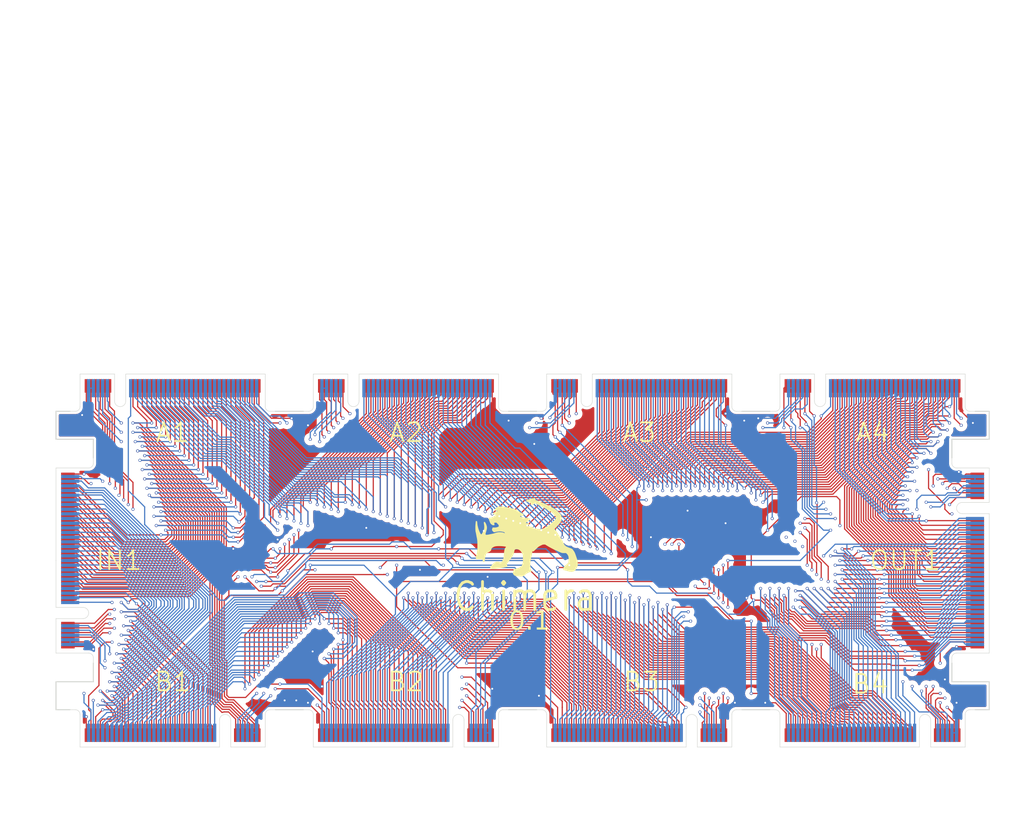
<source format=kicad_pcb>
(kicad_pcb (version 20221018) (generator pcbnew)
  (layers (0 "F.Cu" signal) (1 "In1.Cu" signal) (2 "In2.Cu" signal) (31 "B.Cu" signal) (34 "B.Paste" user) (35 "F.Paste" user) (36 "B.SilkS" user "B.Silkscreen") (37 "F.SilkS" user "F.Silkscreen") (38 "B.Mask" user) (39 "F.Mask" user) (44 "Edge.Cuts" user))
  (net 0 "")
  (net 1 "Net-(A1-20-Pad21)")
  (net 2 "Net-(A1-20-Pad22)")
  (net 3 "Net-(A1-20-Pad23)")
  (net 4 "Net-(A1-20-Pad24)")
  (net 5 "Net-(A1-20-Pad25)")
  (net 6 "Net-(A1-20-Pad26)")
  (net 7 "Net-(A1-20-Pad27)")
  (net 8 "Net-(A1-20-Pad28)")
  (net 9 "Net-(A1-20-Pad29)")
  (net 10 "Net-(A1-20-Pad30)")
  (net 11 "Net-(A1-20-Pad31)")
  (net 12 "Net-(A1-20-Pad32)")
  (net 13 "Net-(A1-20-Pad33)")
  (net 14 "Net-(A1-20-Pad34)")
  (net 15 "Net-(A1-20-Pad35)")
  (net 16 "Net-(A1-20-Pad36)")
  (net 17 "Net-(A1-20-Pad37)")
  (net 18 "Net-(A1-20-Pad38)")
  (net 19 "Net-(A1-20-Pad39)")
  (net 20 "Net-(A1-20-Pad40)")
  (net 21 "Net-(A1-20-Pad41)")
  (net 22 "Net-(A1-20-Pad42)")
  (net 23 "Net-(A1-20-Pad43)")
  (net 24 "Net-(A1-20-Pad44)")
  (net 25 "Net-(A1-20-Pad45)")
  (net 26 "Net-(A1-20-Pad46)")
  (net 27 "Net-(A1-20-Pad47)")
  (net 28 "Net-(A1-20-Pad48)")
  (net 29 "Net-(A1-20-Pad49)")
  (net 30 "Net-(A1-20-Pad50)")
  (net 31 "Net-(A1-20-Pad51)")
  (net 32 "Net-(A1-20-Pad52)")
  (net 33 "Net-(A1-20-Pad53)")
  (net 34 "Net-(A1-20-Pad54)")
  (net 35 "Net-(A1-20-Pad55)")
  (net 36 "Net-(A1-20-Pad56)")
  (net 37 "Net-(A1-20-Pad57)")
  (net 38 "Net-(A1-20-Pad58)")
  (net 39 "Net-(A1-20-Pad59)")
  (net 40 "Net-(A1-20-Pad60)")
  (net 41 "Net-(A1-20-Pad61)")
  (net 42 "Net-(A1-20-Pad62)")
  (net 43 "Net-(A1-20-Pad63)")
  (net 44 "Net-(A1-20-Pad64)")
  (net 45 "Net-(A1-20-Pad65)")
  (net 46 "Net-(A1-1-Pad66)")
  (net 47 "Net-(A1-1-Pad67)")
  (net 48 "Net-(A1-1-Pad68)")
  (net 49 "Net-(A1-1-Pad69)")
  (net 50 "Net-(A1-1-Pad70)")
  (net 51 "Net-(A1-1-Pad71)")
  (net 52 "Net-(A1-1-Pad72)")
  (net 53 "Net-(A2-20-Pad22)")
  (net 54 "Net-(A2-20-Pad24)")
  (net 55 "Net-(A2-20-Pad26)")
  (net 56 "Net-(A2-20-Pad28)")
  (net 57 "Net-(A2-20-Pad30)")
  (net 58 "Net-(A2-20-Pad32)")
  (net 59 "Net-(A2-20-Pad34)")
  (net 60 "Net-(A2-20-Pad36)")
  (net 61 "Net-(A2-20-Pad38)")
  (net 62 "Net-(A2-20-Pad40)")
  (net 63 "Net-(A2-20-Pad42)")
  (net 64 "Net-(A2-20-Pad44)")
  (net 65 "Net-(A2-20-Pad46)")
  (net 66 "Net-(A2-20-Pad48)")
  (net 67 "Net-(A2-20-Pad50)")
  (net 68 "Net-(A2-20-Pad52)")
  (net 69 "Net-(A2-20-Pad54)")
  (net 70 "Net-(A2-20-Pad56)")
  (net 71 "Net-(A2-20-Pad58)")
  (net 72 "Net-(A2-20-Pad60)")
  (net 73 "Net-(A2-20-Pad62)")
  (net 74 "Net-(A2-20-Pad64)")
  (net 75 "Net-(A2-1-Pad66)")
  (net 76 "Net-(A2-1-Pad68)")
  (net 77 "Net-(A2-1-Pad70)")
  (net 78 "Net-(A2-1-Pad72)")
  (net 79 "Net-(A3-20-Pad22)")
  (net 80 "Net-(A3-20-Pad24)")
  (net 81 "Net-(A3-20-Pad26)")
  (net 82 "Net-(A3-20-Pad28)")
  (net 83 "Net-(A3-20-Pad30)")
  (net 84 "Net-(A3-20-Pad32)")
  (net 85 "Net-(A3-20-Pad34)")
  (net 86 "Net-(A3-20-Pad36)")
  (net 87 "Net-(A3-20-Pad38)")
  (net 88 "Net-(A3-20-Pad40)")
  (net 89 "Net-(A3-20-Pad42)")
  (net 90 "Net-(A3-20-Pad44)")
  (net 91 "Net-(A3-20-Pad46)")
  (net 92 "Net-(A3-20-Pad48)")
  (net 93 "Net-(A3-20-Pad50)")
  (net 94 "Net-(A3-20-Pad52)")
  (net 95 "Net-(A3-20-Pad54)")
  (net 96 "Net-(A3-20-Pad56)")
  (net 97 "Net-(A3-20-Pad58)")
  (net 98 "Net-(A3-20-Pad60)")
  (net 99 "Net-(A3-20-Pad62)")
  (net 100 "Net-(A3-20-Pad64)")
  (net 101 "Net-(A3-1-Pad66)")
  (net 102 "Net-(A3-1-Pad68)")
  (net 103 "Net-(A3-1-Pad70)")
  (net 104 "Net-(A3-1-Pad72)")
  (net 105 "Net-(A4-20-Pad22)")
  (net 106 "Net-(A4-20-Pad24)")
  (net 107 "Net-(A4-20-Pad26)")
  (net 108 "Net-(A4-20-Pad28)")
  (net 109 "Net-(A4-20-Pad30)")
  (net 110 "Net-(A4-20-Pad32)")
  (net 111 "Net-(A4-20-Pad34)")
  (net 112 "Net-(A4-20-Pad36)")
  (net 113 "Net-(A4-20-Pad38)")
  (net 114 "Net-(A4-20-Pad40)")
  (net 115 "Net-(A4-20-Pad42)")
  (net 116 "Net-(A4-20-Pad44)")
  (net 117 "Net-(A4-20-Pad46)")
  (net 118 "Net-(A4-20-Pad48)")
  (net 119 "Net-(A4-20-Pad50)")
  (net 120 "Net-(A4-20-Pad52)")
  (net 121 "Net-(A4-20-Pad54)")
  (net 122 "Net-(A4-20-Pad56)")
  (net 123 "Net-(A4-20-Pad58)")
  (net 124 "Net-(A4-20-Pad60)")
  (net 125 "Net-(A4-20-Pad62)")
  (net 126 "Net-(A4-20-Pad64)")
  (net 127 "Net-(A4-1-Pad66)")
  (net 128 "Net-(A4-1-Pad68)")
  (net 129 "Net-(A4-1-Pad70)")
  (net 130 "Net-(A4-1-Pad72)")
  (net 131 "Net-(B1-20-Pad21)")
  (net 132 "+VDD")
  (net 133 "GND")
  (net 134 "+VDD2")
  (net 135 "+VDD3")
  (net 136 "BUS0")
  (net 137 "BUS1")
  (net 138 "BUS2")
  (net 139 "BUS3")
  (net 140 "BUS4")
  (net 141 "BUS5")
  (net 142 "BUS6")
  (net 143 "BUS7")
  (net 144 "BUS8")
  (net 145 "Net-(B1-20-Pad22)")
  (net 146 "Net-(B1-20-Pad23)")
  (net 147 "Net-(B1-20-Pad24)")
  (net 148 "Net-(B1-20-Pad25)")
  (net 149 "Net-(B1-20-Pad26)")
  (net 150 "Net-(B1-20-Pad27)")
  (net 151 "Net-(B1-20-Pad28)")
  (net 152 "Net-(B1-20-Pad29)")
  (net 153 "Net-(B1-20-Pad30)")
  (net 154 "Net-(B1-20-Pad31)")
  (net 155 "Net-(B1-20-Pad32)")
  (net 156 "Net-(B1-20-Pad33)")
  (net 157 "Net-(B1-20-Pad34)")
  (net 158 "Net-(B1-20-Pad35)")
  (net 159 "Net-(B1-20-Pad36)")
  (net 160 "Net-(B1-20-Pad37)")
  (net 161 "Net-(B1-20-Pad38)")
  (net 162 "Net-(B1-20-Pad39)")
  (net 163 "Net-(B1-20-Pad40)")
  (net 164 "Net-(B1-20-Pad41)")
  (net 165 "Net-(B1-20-Pad42)")
  (net 166 "Net-(B1-20-Pad43)")
  (net 167 "Net-(B1-20-Pad44)")
  (net 168 "Net-(B1-20-Pad45)")
  (net 169 "Net-(B1-20-Pad46)")
  (net 170 "Net-(B1-20-Pad47)")
  (net 171 "Net-(B1-20-Pad48)")
  (net 172 "Net-(B1-20-Pad49)")
  (net 173 "Net-(B1-20-Pad50)")
  (net 174 "Net-(B1-20-Pad51)")
  (net 175 "Net-(B1-20-Pad52)")
  (net 176 "Net-(B1-20-Pad53)")
  (net 177 "Net-(B1-20-Pad54)")
  (net 178 "Net-(B1-20-Pad55)")
  (net 179 "Net-(B1-20-Pad56)")
  (net 180 "Net-(B1-20-Pad57)")
  (net 181 "Net-(B1-20-Pad58)")
  (net 182 "Net-(B1-20-Pad59)")
  (net 183 "Net-(B1-20-Pad60)")
  (net 184 "Net-(B1-20-Pad61)")
  (net 185 "Net-(B1-20-Pad62)")
  (net 186 "Net-(B1-20-Pad63)")
  (net 187 "Net-(B1-20-Pad64)")
  (net 188 "Net-(B1-20-Pad65)")
  (net 189 "Net-(B1-1-Pad66)")
  (net 190 "Net-(B1-1-Pad67)")
  (net 191 "Net-(B1-1-Pad68)")
  (net 192 "Net-(B1-1-Pad69)")
  (net 193 "Net-(B1-1-Pad70)")
  (net 194 "Net-(B1-1-Pad71)")
  (net 195 "Net-(B1-1-Pad72)")
  (net 196 "Net-(B2-20-Pad22)")
  (net 197 "Net-(B2-20-Pad24)")
  (net 198 "Net-(B2-20-Pad26)")
  (net 199 "Net-(B2-20-Pad28)")
  (net 200 "Net-(B2-20-Pad30)")
  (net 201 "Net-(B2-20-Pad32)")
  (net 202 "Net-(B2-20-Pad34)")
  (net 203 "Net-(B2-20-Pad36)")
  (net 204 "Net-(B2-20-Pad38)")
  (net 205 "Net-(B2-20-Pad40)")
  (net 206 "Net-(B2-20-Pad42)")
  (net 207 "Net-(B2-20-Pad44)")
  (net 208 "Net-(B2-20-Pad46)")
  (net 209 "Net-(B2-20-Pad48)")
  (net 210 "Net-(B2-20-Pad50)")
  (net 211 "Net-(B2-20-Pad52)")
  (net 212 "Net-(B2-20-Pad54)")
  (net 213 "Net-(B2-20-Pad56)")
  (net 214 "Net-(B2-20-Pad58)")
  (net 215 "Net-(B2-20-Pad60)")
  (net 216 "Net-(B2-20-Pad62)")
  (net 217 "Net-(B2-20-Pad64)")
  (net 218 "Net-(B2-1-Pad66)")
  (net 219 "Net-(B2-1-Pad68)")
  (net 220 "Net-(B2-1-Pad70)")
  (net 221 "Net-(B2-1-Pad72)")
  (net 222 "Net-(B3-20-Pad22)")
  (net 223 "Net-(B3-20-Pad24)")
  (net 224 "Net-(B3-20-Pad26)")
  (net 225 "Net-(B3-20-Pad28)")
  (net 226 "Net-(B3-20-Pad30)")
  (net 227 "Net-(B3-20-Pad32)")
  (net 228 "Net-(B3-20-Pad34)")
  (net 229 "Net-(B3-20-Pad36)")
  (net 230 "Net-(B3-20-Pad38)")
  (net 231 "Net-(B3-20-Pad40)")
  (net 232 "Net-(B3-20-Pad42)")
  (net 233 "Net-(B3-20-Pad44)")
  (net 234 "Net-(B3-20-Pad46)")
  (net 235 "Net-(B3-20-Pad48)")
  (net 236 "Net-(B3-20-Pad50)")
  (net 237 "Net-(B3-20-Pad52)")
  (net 238 "Net-(B3-20-Pad54)")
  (net 239 "Net-(B3-20-Pad56)")
  (net 240 "Net-(B3-20-Pad58)")
  (net 241 "Net-(B3-20-Pad60)")
  (net 242 "Net-(B3-20-Pad62)")
  (net 243 "Net-(B3-20-Pad64)")
  (net 244 "Net-(B3-1-Pad66)")
  (net 245 "Net-(B3-1-Pad68)")
  (net 246 "Net-(B3-1-Pad70)")
  (net 247 "Net-(B3-1-Pad72)")
  (net 248 "Net-(B4-20-Pad22)")
  (net 249 "Net-(B4-20-Pad24)")
  (net 250 "Net-(B4-20-Pad26)")
  (net 251 "Net-(B4-20-Pad28)")
  (net 252 "Net-(B4-20-Pad30)")
  (net 253 "Net-(B4-20-Pad32)")
  (net 254 "Net-(B4-20-Pad34)")
  (net 255 "Net-(B4-20-Pad36)")
  (net 256 "Net-(B4-20-Pad38)")
  (net 257 "Net-(B4-20-Pad40)")
  (net 258 "Net-(B4-20-Pad42)")
  (net 259 "Net-(B4-20-Pad44)")
  (net 260 "Net-(B4-20-Pad46)")
  (net 261 "Net-(B4-20-Pad48)")
  (net 262 "Net-(B4-20-Pad50)")
  (net 263 "Net-(B4-20-Pad52)")
  (net 264 "Net-(B4-20-Pad54)")
  (net 265 "Net-(B4-20-Pad56)")
  (net 266 "Net-(B4-20-Pad58)")
  (net 267 "Net-(B4-20-Pad60)")
  (net 268 "Net-(B4-20-Pad62)")
  (net 269 "Net-(B4-20-Pad64)")
  (net 270 "Net-(B4-1-Pad66)")
  (net 271 "Net-(B4-1-Pad68)")
  (net 272 "Net-(B4-1-Pad70)")
  (net 273 "Net-(B4-1-Pad72)")
  (footprint "NGFF:NGFF_B" (layer "F.Cu") (at 57.5 120)
    (fp_text reference "B1")
    (fp_text value "Bus_M.2_Socket_B")
    (fp_line (start -11 -4) (end -10.425 -4) (stroke (width 0.05)) (layer "Edge.Cuts"))
    (fp_line (start -9.925 -3.5) (end -9.925 0) (stroke (width 0.05)) (layer "Edge.Cuts"))
    (fp_line (start -9.925 0) (end 0 0) (stroke (width 0.05)) (layer "Edge.Cuts"))
    (fp_line (start 0 0) (end 5.025 0) (stroke (width 0.05)) (layer "Edge.Cuts"))
    (fp_line (start 5.025 0) (end 5.025 -2.9) (stroke (width 0.05)) (layer "Edge.Cuts"))
    (fp_line (start 6.225 -2.9) (end 6.225 0) (stroke (width 0.05)) (layer "Edge.Cuts"))
    (fp_line (start 6.225 0) (end 9.925 0) (stroke (width 0.05)) (layer "Edge.Cuts"))
    (fp_line (start 9.925 0) (end 9.925 -3.5) (stroke (width 0.05)) (layer "Edge.Cuts"))
    (fp_line (start 10.425 -4) (end 11 -4) (stroke (width 0.05)) (layer "Edge.Cuts"))
    (fp_arc (start -10.425 -4) (mid -10.071447 -3.853553) (end -9.925 -3.5) (stroke (width 0.05)) (layer "Edge.Cuts"))
    (fp_arc (start 5.025 -2.9) (mid 5.625 -3.5) (end 6.225 -2.9) (stroke (width 0.05)) (layer "Edge.Cuts"))
    (fp_arc (start 9.925 -3.5) (mid 10.071447 -3.853553) (end 10.425 -4) (stroke (width 0.05)) (layer "Edge.Cuts"))
  )
  (footprint "NGFF:NGFF_B" (layer "F.Cu") (at 82.5 80 180)
    (fp_text reference "A2")
    (fp_text value "Bus_M.2_Socket_B")
    (fp_line (start -11 -4) (end -10.425 -4) (stroke (width 0.05)) (layer "Edge.Cuts"))
    (fp_line (start -9.925 -3.5) (end -9.925 0) (stroke (width 0.05)) (layer "Edge.Cuts"))
    (fp_line (start -9.925 0) (end 0 0) (stroke (width 0.05)) (layer "Edge.Cuts"))
    (fp_line (start 0 0) (end 5.025 0) (stroke (width 0.05)) (layer "Edge.Cuts"))
    (fp_line (start 5.025 0) (end 5.025 -2.9) (stroke (width 0.05)) (layer "Edge.Cuts"))
    (fp_line (start 6.225 -2.9) (end 6.225 0) (stroke (width 0.05)) (layer "Edge.Cuts"))
    (fp_line (start 6.225 0) (end 9.925 0) (stroke (width 0.05)) (layer "Edge.Cuts"))
    (fp_line (start 9.925 0) (end 9.925 -3.5) (stroke (width 0.05)) (layer "Edge.Cuts"))
    (fp_line (start 10.425 -4) (end 11 -4) (stroke (width 0.05)) (layer "Edge.Cuts"))
    (fp_arc (start -10.425 -4) (mid -10.071447 -3.853553) (end -9.925 -3.5) (stroke (width 0.05)) (layer "Edge.Cuts"))
    (fp_arc (start 5.025 -2.9) (mid 5.625 -3.5) (end 6.225 -2.9) (stroke (width 0.05)) (layer "Edge.Cuts"))
    (fp_arc (start 9.925 -3.5) (mid 10.071447 -3.853553) (end 10.425 -4) (stroke (width 0.05)) (layer "Edge.Cuts"))
  )
  (footprint "NGFF:NGFF_B" (layer "F.Cu") (at 45 100 -90)
    (fp_text reference "IN1")
    (fp_text value "Bus_M.2_Socket_B")
    (fp_line (start -11 -4) (end -10.425 -4) (stroke (width 0.05)) (layer "Edge.Cuts"))
    (fp_line (start -9.925 -3.5) (end -9.925 0) (stroke (width 0.05)) (layer "Edge.Cuts"))
    (fp_line (start -9.925 0) (end 0 0) (stroke (width 0.05)) (layer "Edge.Cuts"))
    (fp_line (start 0 0) (end 5.025 0) (stroke (width 0.05)) (layer "Edge.Cuts"))
    (fp_line (start 5.025 0) (end 5.025 -2.9) (stroke (width 0.05)) (layer "Edge.Cuts"))
    (fp_line (start 6.225 -2.9) (end 6.225 0) (stroke (width 0.05)) (layer "Edge.Cuts"))
    (fp_line (start 6.225 0) (end 9.925 0) (stroke (width 0.05)) (layer "Edge.Cuts"))
    (fp_line (start 9.925 0) (end 9.925 -3.5) (stroke (width 0.05)) (layer "Edge.Cuts"))
    (fp_line (start 10.425 -4) (end 11 -4) (stroke (width 0.05)) (layer "Edge.Cuts"))
    (fp_arc (start -10.425 -4) (mid -10.071447 -3.853553) (end -9.925 -3.5) (stroke (width 0.05)) (layer "Edge.Cuts"))
    (fp_arc (start 5.025 -2.9) (mid 5.625 -3.5) (end 6.225 -2.9) (stroke (width 0.05)) (layer "Edge.Cuts"))
    (fp_arc (start 9.925 -3.5) (mid 10.071447 -3.853553) (end 10.425 -4) (stroke (width 0.05)) (layer "Edge.Cuts"))
  )
  (footprint "NGFF:NGFF_B" (layer "F.Cu") (at 145 100 90)
    (fp_text reference "OUT1")
    (fp_text value "Bus_M.2_Socket_B")
    (fp_line (start -11 -4) (end -10.425 -4) (stroke (width 0.05)) (layer "Edge.Cuts"))
    (fp_line (start -9.925 -3.5) (end -9.925 0) (stroke (width 0.05)) (layer "Edge.Cuts"))
    (fp_line (start -9.925 0) (end 0 0) (stroke (width 0.05)) (layer "Edge.Cuts"))
    (fp_line (start 0 0) (end 5.025 0) (stroke (width 0.05)) (layer "Edge.Cuts"))
    (fp_line (start 5.025 0) (end 5.025 -2.9) (stroke (width 0.05)) (layer "Edge.Cuts"))
    (fp_line (start 6.225 -2.9) (end 6.225 0) (stroke (width 0.05)) (layer "Edge.Cuts"))
    (fp_line (start 6.225 0) (end 9.925 0) (stroke (width 0.05)) (layer "Edge.Cuts"))
    (fp_line (start 9.925 0) (end 9.925 -3.5) (stroke (width 0.05)) (layer "Edge.Cuts"))
    (fp_line (start 10.425 -4) (end 11 -4) (stroke (width 0.05)) (layer "Edge.Cuts"))
    (fp_arc (start -10.425 -4) (mid -10.071447 -3.853553) (end -9.925 -3.5) (stroke (width 0.05)) (layer "Edge.Cuts"))
    (fp_arc (start 5.025 -2.9) (mid 5.625 -3.5) (end 6.225 -2.9) (stroke (width 0.05)) (layer "Edge.Cuts"))
    (fp_arc (start 9.925 -3.5) (mid 10.071447 -3.853553) (end 10.425 -4) (stroke (width 0.05)) (layer "Edge.Cuts"))
  )
  (footprint "NGFF:NGFF_B" (layer "F.Cu") (at 107.5 80 180)
    (fp_text reference "A3")
    (fp_text value "Bus_M.2_Socket_B")
    (fp_line (start -11 -4) (end -10.425 -4) (stroke (width 0.05)) (layer "Edge.Cuts"))
    (fp_line (start -9.925 -3.5) (end -9.925 0) (stroke (width 0.05)) (layer "Edge.Cuts"))
    (fp_line (start -9.925 0) (end 0 0) (stroke (width 0.05)) (layer "Edge.Cuts"))
    (fp_line (start 0 0) (end 5.025 0) (stroke (width 0.05)) (layer "Edge.Cuts"))
    (fp_line (start 5.025 0) (end 5.025 -2.9) (stroke (width 0.05)) (layer "Edge.Cuts"))
    (fp_line (start 6.225 -2.9) (end 6.225 0) (stroke (width 0.05)) (layer "Edge.Cuts"))
    (fp_line (start 6.225 0) (end 9.925 0) (stroke (width 0.05)) (layer "Edge.Cuts"))
    (fp_line (start 9.925 0) (end 9.925 -3.5) (stroke (width 0.05)) (layer "Edge.Cuts"))
    (fp_line (start 10.425 -4) (end 11 -4) (stroke (width 0.05)) (layer "Edge.Cuts"))
    (fp_arc (start -10.425 -4) (mid -10.071447 -3.853553) (end -9.925 -3.5) (stroke (width 0.05)) (layer "Edge.Cuts"))
    (fp_arc (start 5.025 -2.9) (mid 5.625 -3.5) (end 6.225 -2.9) (stroke (width 0.05)) (layer "Edge.Cuts"))
    (fp_arc (start 9.925 -3.5) (mid 10.071447 -3.853553) (end 10.425 -4) (stroke (width 0.05)) (layer "Edge.Cuts"))
  )
  (footprint "NGFF:NGFF_B" (layer "F.Cu") (at 107.5 120)
    (fp_text reference "B3")
    (fp_text value "Bus_M.2_Socket_B")
    (fp_line (start -11 -4) (end -10.425 -4) (stroke (width 0.05)) (layer "Edge.Cuts"))
    (fp_line (start -9.925 -3.5) (end -9.925 0) (stroke (width 0.05)) (layer "Edge.Cuts"))
    (fp_line (start -9.925 0) (end 0 0) (stroke (width 0.05)) (layer "Edge.Cuts"))
    (fp_line (start 0 0) (end 5.025 0) (stroke (width 0.05)) (layer "Edge.Cuts"))
    (fp_line (start 5.025 0) (end 5.025 -2.9) (stroke (width 0.05)) (layer "Edge.Cuts"))
    (fp_line (start 6.225 -2.9) (end 6.225 0) (stroke (width 0.05)) (layer "Edge.Cuts"))
    (fp_line (start 6.225 0) (end 9.925 0) (stroke (width 0.05)) (layer "Edge.Cuts"))
    (fp_line (start 9.925 0) (end 9.925 -3.5) (stroke (width 0.05)) (layer "Edge.Cuts"))
    (fp_line (start 10.425 -4) (end 11 -4) (stroke (width 0.05)) (layer "Edge.Cuts"))
    (fp_arc (start -10.425 -4) (mid -10.071447 -3.853553) (end -9.925 -3.5) (stroke (width 0.05)) (layer "Edge.Cuts"))
    (fp_arc (start 5.025 -2.9) (mid 5.625 -3.5) (end 6.225 -2.9) (stroke (width 0.05)) (layer "Edge.Cuts"))
    (fp_arc (start 9.925 -3.5) (mid 10.071447 -3.853553) (end 10.425 -4) (stroke (width 0.05)) (layer "Edge.Cuts"))
  )
  (footprint "NGFF:NGFF_B" (layer "F.Cu") (at 82.5 120)
    (fp_text reference "B2")
    (fp_text value "Bus_M.2_Socket_B")
    (fp_line (start -11 -4) (end -10.425 -4) (stroke (width 0.05)) (layer "Edge.Cuts"))
    (fp_line (start -9.925 -3.5) (end -9.925 0) (stroke (width 0.05)) (layer "Edge.Cuts"))
    (fp_line (start -9.925 0) (end 0 0) (stroke (width 0.05)) (layer "Edge.Cuts"))
    (fp_line (start 0 0) (end 5.025 0) (stroke (width 0.05)) (layer "Edge.Cuts"))
    (fp_line (start 5.025 0) (end 5.025 -2.9) (stroke (width 0.05)) (layer "Edge.Cuts"))
    (fp_line (start 6.225 -2.9) (end 6.225 0) (stroke (width 0.05)) (layer "Edge.Cuts"))
    (fp_line (start 6.225 0) (end 9.925 0) (stroke (width 0.05)) (layer "Edge.Cuts"))
    (fp_line (start 9.925 0) (end 9.925 -3.5) (stroke (width 0.05)) (layer "Edge.Cuts"))
    (fp_line (start 10.425 -4) (end 11 -4) (stroke (width 0.05)) (layer "Edge.Cuts"))
    (fp_arc (start -10.425 -4) (mid -10.071447 -3.853553) (end -9.925 -3.5) (stroke (width 0.05)) (layer "Edge.Cuts"))
    (fp_arc (start 5.025 -2.9) (mid 5.625 -3.5) (end 6.225 -2.9) (stroke (width 0.05)) (layer "Edge.Cuts"))
    (fp_arc (start 9.925 -3.5) (mid 10.071447 -3.853553) (end 10.425 -4) (stroke (width 0.05)) (layer "Edge.Cuts"))
  )
  (footprint "NGFF:NGFF_B" (layer "F.Cu") (at 132.5 120)
    (fp_text reference "B4")
    (fp_text value "Bus_M.2_Socket_B")
    (fp_line (start -11 -4) (end -10.425 -4) (stroke (width 0.05)) (layer "Edge.Cuts"))
    (fp_line (start -9.925 -3.5) (end -9.925 0) (stroke (width 0.05)) (layer "Edge.Cuts"))
    (fp_line (start -9.925 0) (end 0 0) (stroke (width 0.05)) (layer "Edge.Cuts"))
    (fp_line (start 0 0) (end 5.025 0) (stroke (width 0.05)) (layer "Edge.Cuts"))
    (fp_line (start 5.025 0) (end 5.025 -2.9) (stroke (width 0.05)) (layer "Edge.Cuts"))
    (fp_line (start 6.225 -2.9) (end 6.225 0) (stroke (width 0.05)) (layer "Edge.Cuts"))
    (fp_line (start 6.225 0) (end 9.925 0) (stroke (width 0.05)) (layer "Edge.Cuts"))
    (fp_line (start 9.925 0) (end 9.925 -3.5) (stroke (width 0.05)) (layer "Edge.Cuts"))
    (fp_line (start 10.425 -4) (end 11 -4) (stroke (width 0.05)) (layer "Edge.Cuts"))
    (fp_arc (start -10.425 -4) (mid -10.071447 -3.853553) (end -9.925 -3.5) (stroke (width 0.05)) (layer "Edge.Cuts"))
    (fp_arc (start 5.025 -2.9) (mid 5.625 -3.5) (end 6.225 -2.9) (stroke (width 0.05)) (layer "Edge.Cuts"))
    (fp_arc (start 9.925 -3.5) (mid 10.071447 -3.853553) (end 10.425 -4) (stroke (width 0.05)) (layer "Edge.Cuts"))
  )
  (footprint "NGFF:NGFF_B" (layer "F.Cu") (at 57.5 80 180)
    (fp_text reference "A1")
    (fp_text value "Bus_M.2_Socket_B")
    (fp_line (start -11 -4) (end -10.425 -4) (stroke (width 0.05)) (layer "Edge.Cuts"))
    (fp_line (start -9.925 -3.5) (end -9.925 0) (stroke (width 0.05)) (layer "Edge.Cuts"))
    (fp_line (start -9.925 0) (end 0 0) (stroke (width 0.05)) (layer "Edge.Cuts"))
    (fp_line (start 0 0) (end 5.025 0) (stroke (width 0.05)) (layer "Edge.Cuts"))
    (fp_line (start 5.025 0) (end 5.025 -2.9) (stroke (width 0.05)) (layer "Edge.Cuts"))
    (fp_line (start 6.225 -2.9) (end 6.225 0) (stroke (width 0.05)) (layer "Edge.Cuts"))
    (fp_line (start 6.225 0) (end 9.925 0) (stroke (width 0.05)) (layer "Edge.Cuts"))
    (fp_line (start 9.925 0) (end 9.925 -3.5) (stroke (width 0.05)) (layer "Edge.Cuts"))
    (fp_line (start 10.425 -4) (end 11 -4) (stroke (width 0.05)) (layer "Edge.Cuts"))
    (fp_arc (start -10.425 -4) (mid -10.071447 -3.853553) (end -9.925 -3.5) (stroke (width 0.05)) (layer "Edge.Cuts"))
    (fp_arc (start 5.025 -2.9) (mid 5.625 -3.5) (end 6.225 -2.9) (stroke (width 0.05)) (layer "Edge.Cuts"))
    (fp_arc (start 9.925 -3.5) (mid 10.071447 -3.853553) (end 10.425 -4) (stroke (width 0.05)) (layer "Edge.Cuts"))
  )
  (footprint "JLC_parts:LOGO" (layer "F.Cu") (at 95.728137 101.340338)
    (fp_text reference "Chimera")
    (fp_text value "LOGO" hide)
  )
  (footprint "NGFF:NGFF_B" (layer "F.Cu") (at 132.5 80 180)
    (fp_text reference "A4")
    (fp_text value "Bus_M.2_Socket_B")
    (fp_line (start -11 -4) (end -10.425 -4) (stroke (width 0.05)) (layer "Edge.Cuts"))
    (fp_line (start -9.925 -3.5) (end -9.925 0) (stroke (width 0.05)) (layer "Edge.Cuts"))
    (fp_line (start -9.925 0) (end 0 0) (stroke (width 0.05)) (layer "Edge.Cuts"))
    (fp_line (start 0 0) (end 5.025 0) (stroke (width 0.05)) (layer "Edge.Cuts"))
    (fp_line (start 5.025 0) (end 5.025 -2.9) (stroke (width 0.05)) (layer "Edge.Cuts"))
    (fp_line (start 6.225 -2.9) (end 6.225 0) (stroke (width 0.05)) (layer "Edge.Cuts"))
    (fp_line (start 6.225 0) (end 9.925 0) (stroke (width 0.05)) (layer "Edge.Cuts"))
    (fp_line (start 9.925 0) (end 9.925 -3.5) (stroke (width 0.05)) (layer "Edge.Cuts"))
    (fp_line (start 10.425 -4) (end 11 -4) (stroke (width 0.05)) (layer "Edge.Cuts"))
    (fp_arc (start -10.425 -4) (mid -10.071447 -3.853553) (end -9.925 -3.5) (stroke (width 0.05)) (layer "Edge.Cuts"))
    (fp_arc (start 5.025 -2.9) (mid 5.625 -3.5) (end 6.225 -2.9) (stroke (width 0.05)) (layer "Edge.Cuts"))
    (fp_arc (start 9.925 -3.5) (mid 10.071447 -3.853553) (end 10.425 -4) (stroke (width 0.05)) (layer "Edge.Cuts"))
  )
  (gr_line (start 45 116) (end 45 113) (stroke (width 0.1)) (layer "Edge.Cuts"))
  (gr_line (start 93.5 116) (end 96.5 116) (stroke (width 0.1)) (layer "Edge.Cuts"))
  (gr_line (start 145 116) (end 145 113) (stroke (width 0.1)) (layer "Edge.Cuts"))
  (gr_line (start 93.5 84) (end 96.5 84) (stroke (width 0.1)) (layer "Edge.Cuts"))
  (gr_line (start 68.5 84) (end 71.5 84) (stroke (width 0.1)) (layer "Edge.Cuts"))
  (gr_line (start 45 113) (end 49 113) (stroke (width 0.1)) (layer "Edge.Cuts"))
  (gr_line (start 141 113) (end 141 111) (stroke (width 0.1)) (layer "Edge.Cuts"))
  (gr_line (start 45 87) (end 45 84) (stroke (width 0.1)) (layer "Edge.Cuts"))
  (gr_line (start 143.5 84) (end 145 84) (stroke (width 0.1)) (layer "Edge.Cuts"))
  (gr_line (start 118.5 116) (end 121.5 116) (stroke (width 0.1)) (layer "Edge.Cuts"))
  (gr_line (start 46.5 84) (end 45 84) (stroke (width 0.1)) (layer "Edge.Cuts"))
  (gr_line (start 141 87) (end 141 89) (stroke (width 0.1)) (layer "Edge.Cuts"))
  (gr_line (start 68.5 116) (end 71.5 116) (stroke (width 0.1)) (layer "Edge.Cuts"))
  (gr_line (start 48 87) (end 45 87) (stroke (width 0.1)) (layer "Edge.Cuts"))
  (gr_line (start 145 116) (end 143.5 116) (stroke (width 0.1)) (layer "Edge.Cuts"))
  (gr_line (start 49 113) (end 49 111) (stroke (width 0.1)) (layer "Edge.Cuts"))
  (gr_line (start 142 113) (end 141 113) (stroke (width 0.1)) (layer "Edge.Cuts"))
  (gr_line (start 145 84) (end 145 87) (stroke (width 0.1)) (layer "Edge.Cuts"))
  (gr_line (start 142 113) (end 145 113) (stroke (width 0.1)) (layer "Edge.Cuts"))
  (gr_line (start 49 87) (end 48 87) (stroke (width 0.1)) (layer "Edge.Cuts"))
  (gr_line (start 46.5 116) (end 45 116) (stroke (width 0.1)) (layer "Edge.Cuts"))
  (gr_line (start 145 87) (end 141 87) (stroke (width 0.1)) (layer "Edge.Cuts"))
  (gr_line (start 49 89) (end 49 87) (stroke (width 0.1)) (layer "Edge.Cuts"))
  (gr_line (start 118.5 84) (end 121.5 84) (stroke (width 0.1)) (layer "Edge.Cuts"))
  (gr_text "0.1" (at 93.5 107.75) (layer "F.SilkS") (effects (font (size 2 2) (thickness 0.25)) (justify left bottom)))
  (segment (start 54.75 85) (end 53.25 83.5) (width 0.127) (layer "F.Cu") (net 1))
  (segment (start 47.127 104.225) (end 47.506 103.846) (width 0.127) (layer "F.Cu") (net 1))
  (segment (start 59.36978 103.846) (end 63.25 99.96578) (width 0.127) (layer "F.Cu") (net 1))
  (segment (start 63.25 99.96578) (end 63.25 94.25) (width 0.127) (layer "F.Cu") (net 1))
  (segment (start 63.25 94.25) (end 54.75 85.75) (width 0.127) (layer "F.Cu") (net 1))
  (segment (start 46.275 104.225) (end 47.127 104.225) (width 0.127) (layer "F.Cu") (net 1))
  (segment (start 53.25 81.275) (end 53.25 83.5) (width 0.127) (layer "F.Cu") (net 1))
  (segment (start 47.506 103.846) (end 59.36978 103.846) (width 0.127) (layer "F.Cu") (net 1))
  (segment (start 54.75 85.75) (end 54.75 85) (width 0.127) (layer "F.Cu") (net 1))
  (segment (start 67.996 95.996) (end 67.996 94.504) (width 0.127) (layer "F.Cu") (net 2))
  (segment (start 67.996 94.504) (end 78.25 84.25) (width 0.127) (layer "F.Cu") (net 2))
  (segment (start 68.75 96.75) (end 67.996 95.996) (width 0.127) (layer "F.Cu") (net 2))
  (segment (start 78.25 84.25) (end 78.25 81.275) (width 0.127) (layer "F.Cu") (net 2))
  (via (at 68.75 96.75) (size 0.33) (drill 0.2) (layers "F.Cu" "B.Cu") (net 2))
  (segment (start 62.814 89.314) (end 60.258 89.314) (width 0.127) (layer "B.Cu") (net 2))
  (segment (start 68.75 96.75) (end 67.35 95.35) (width 0.127) (layer "B.Cu") (net 2))
  (segment (start 67.35 93.85) (end 62.814 89.314) (width 0.127) (layer "B.Cu") (net 2))
  (segment (start 53.5 82.556) (end 53.5 81.525) (width 0.127) (layer "B.Cu") (net 2))
  (segment (start 60.258 89.314) (end 53.5 82.556) (width 0.127) (layer "B.Cu") (net 2))
  (segment (start 67.35 95.35) (end 67.35 93.85) (width 0.127) (layer "B.Cu") (net 2))
  (segment (start 53.25 85.25) (end 53.89079 85.25) (width 0.127) (layer "F.Cu") (net 3))
  (segment (start 59.26457 103.592) (end 47.31721 103.592) (width 0.127) (layer "F.Cu") (net 3))
  (segment (start 55.25 85) (end 53.75 83.5) (width 0.127) (layer "F.Cu") (net 3))
  (segment (start 53.75 81.275) (end 53.75 83.5) (width 0.127) (layer "F.Cu") (net 3))
  (segment (start 55.25 85.25) (end 55.25 85) (width 0.127) (layer "F.Cu") (net 3))
  (segment (start 62.996 99.86057) (end 59.26457 103.592) (width 0.127) (layer "F.Cu") (net 3))
  (segment (start 47.31721 103.592) (end 47.18421 103.725) (width 0.127) (layer "F.Cu") (net 3))
  (segment (start 53.89079 85.25) (end 62.996 94.35521) (width 0.127) (layer "F.Cu") (net 3))
  (segment (start 62.996 94.35521) (end 62.996 99.86057) (width 0.127) (layer "F.Cu") (net 3))
  (segment (start 47.18421 103.725) (end 46.275 103.725) (width 0.127) (layer "F.Cu") (net 3))
  (via (at 55.25 85.25) (size 0.33) (drill 0.2) (layers "F.Cu" "B.Cu") (net 3))
  (via (at 53.25 85.25) (size 0.33) (drill 0.2) (layers "F.Cu" "B.Cu") (net 3))
  (segment (start 53.25 85.25) (end 55.25 85.25) (width 0.127) (layer "B.Cu") (net 3))
  (segment (start 78.75 84.10921) (end 78.75 81.275) (width 0.127) (layer "F.Cu") (net 4))
  (segment (start 68.25 94.60921) (end 78.75 84.10921) (width 0.127) (layer "F.Cu") (net 4))
  (segment (start 68.75 96) (end 68.25 95.5) (width 0.127) (layer "F.Cu") (net 4))
  (segment (start 68.25 95.5) (end 68.25 94.60921) (width 0.127) (layer "F.Cu") (net 4))
  (via (at 68.75 96) (size 0.33) (drill 0.2) (layers "F.Cu" "B.Cu") (net 4))
  (segment (start 54 82.556) (end 54 81.525) (width 0.127) (layer "B.Cu") (net 4))
  (segment (start 67.846 93.98679) (end 62.91921 89.06) (width 0.127) (layer "B.Cu") (net 4))
  (segment (start 60.504 89.06) (end 54 82.556) (width 0.127) (layer "B.Cu") (net 4))
  (segment (start 68.75 96) (end 67.846 95.096) (width 0.127) (layer "B.Cu") (net 4))
  (segment (start 62.91921 89.06) (end 60.504 89.06) (width 0.127) (layer "B.Cu") (net 4))
  (segment (start 67.846 95.096) (end 67.846 93.98679) (width 0.127) (layer "B.Cu") (net 4))
  (segment (start 62.742 94.46042) (end 62.742 99.75536) (width 0.127) (layer "F.Cu") (net 5))
  (segment (start 53.75 85.75) (end 54.03158 85.75) (width 0.127) (layer "F.Cu") (net 5))
  (segment (start 47.1905 103.3595) (end 46.4095 103.3595) (width 0.127) (layer "F.Cu") (net 5))
  (segment (start 62.742 99.75536) (end 59.15936 103.338) (width 0.127) (layer "F.Cu") (net 5))
  (segment (start 46.4095 103.3595) (end 46.275 103.225) (width 0.127) (layer "F.Cu") (net 5))
  (segment (start 54.25 81.275) (end 54.25 83.5) (width 0.127) (layer "F.Cu") (net 5))
  (segment (start 54.03158 85.75) (end 62.742 94.46042) (width 0.127) (layer "F.Cu") (net 5))
  (segment (start 55.75 85) (end 54.25 83.5) (width 0.127) (layer "F.Cu") (net 5))
  (segment (start 55.75 85.75) (end 55.75 85) (width 0.127) (layer "F.Cu") (net 5))
  (segment (start 59.15936 103.338) (end 47.212 103.338) (width 0.127) (layer "F.Cu") (net 5))
  (segment (start 47.212 103.338) (end 47.1905 103.3595) (width 0.127) (layer "F.Cu") (net 5))
  (via (at 53.75 85.75) (size 0.33) (drill 0.2) (layers "F.Cu" "B.Cu") (net 5))
  (via (at 55.75 85.75) (size 0.33) (drill 0.2) (layers "F.Cu" "B.Cu") (net 5))
  (segment (start 53.75 85.75) (end 55.75 85.75) (width 0.127) (layer "B.Cu") (net 5))
  (segment (start 69 94.21842) (end 79.25 83.96842) (width 0.127) (layer "F.Cu") (net 6))
  (segment (start 69 95.25) (end 69 94.21842) (width 0.127) (layer "F.Cu") (net 6))
  (segment (start 79.25 83.96842) (end 79.25 81.275) (width 0.127) (layer "F.Cu") (net 6))
  (via (at 69 95.25) (size 0.33) (drill 0.2) (layers "F.Cu" "B.Cu") (net 6))
  (segment (start 68.842 94.62358) (end 63.02442 88.806) (width 0.127) (layer "B.Cu") (net 6))
  (segment (start 63.02442 88.806) (end 60.75 88.806) (width 0.127) (layer "B.Cu") (net 6))
  (segment (start 54.5 82.556) (end 54.5 81.525) (width 0.127) (layer "B.Cu") (net 6))
  (segment (start 69 95.25) (end 69 95) (width 0.127) (layer "B.Cu") (net 6))
  (segment (start 69 95) (end 68.842 94.842) (width 0.127) (layer "B.Cu") (net 6))
  (segment (start 68.842 94.842) (end 68.842 94.62358) (width 0.127) (layer "B.Cu") (net 6))
  (segment (start 60.75 88.806) (end 54.5 82.556) (width 0.127) (layer "B.Cu") (net 6))
  (segment (start 62.488 94.56563) (end 62.488 99.65015) (width 0.127) (layer "F.Cu") (net 7))
  (segment (start 47.475 102.725) (end 46.275 102.725) (width 0.127) (layer "F.Cu") (net 7))
  (segment (start 56.25 85) (end 56.25 86.25) (width 0.127) (layer "F.Cu") (net 7))
  (segment (start 53.25 86.25) (end 54.17237 86.25) (width 0.127) (layer "F.Cu") (net 7))
  (segment (start 54.75 83.5) (end 56.25 85) (width 0.127) (layer "F.Cu") (net 7))
  (segment (start 62.488 99.65015) (end 59.05415 103.084) (width 0.127) (layer "F.Cu") (net 7))
  (segment (start 59.05415 103.084) (end 47.834 103.084) (width 0.127) (layer "F.Cu") (net 7))
  (segment (start 54.75 81.275) (end 54.75 83.5) (width 0.127) (layer "F.Cu") (net 7))
  (segment (start 54.17237 86.25) (end 62.488 94.56563) (width 0.127) (layer "F.Cu") (net 7))
  (segment (start 47.834 103.084) (end 47.475 102.725) (width 0.127) (layer "F.Cu") (net 7))
  (via (at 53.25 86.25) (size 0.33) (drill 0.2) (layers "F.Cu" "B.Cu") (net 7))
  (via (at 56.25 86.25) (size 0.33) (drill 0.2) (layers "F.Cu" "B.Cu") (net 7))
  (segment (start 53.25 86.25) (end 56.25 86.25) (width 0.127) (layer "B.Cu") (net 7))
  (segment (start 69.75 95.5) (end 69.75 93.82763) (width 0.127) (layer "F.Cu") (net 8))
  (segment (start 69.75 93.82763) (end 79.75 83.82763) (width 0.127) (layer "F.Cu") (net 8))
  (segment (start 79.75 83.82763) (end 79.75 81.275) (width 0.127) (layer "F.Cu") (net 8))
  (via (at 69.75 95.5) (size 0.33) (drill 0.2) (layers "F.Cu" "B.Cu") (net 8))
  (segment (start 60.996 88.552) (end 55 82.556) (width 0.127) (layer "B.Cu") (net 8))
  (segment (start 55 82.556) (end 55 81.525) (width 0.127) (layer "B.Cu") (net 8))
  (segment (start 63.12963 88.552) (end 60.996 88.552) (width 0.127) (layer "B.Cu") (net 8))
  (segment (start 69.75 95.5) (end 69.75 95) (width 0.127) (layer "B.Cu") (net 8))
  (segment (start 69.15763 94.58) (end 63.12963 88.552) (width 0.127) (layer "B.Cu") (net 8))
  (segment (start 69.75 95) (end 69.33 94.58) (width 0.127) (layer "B.Cu") (net 8))
  (segment (start 69.33 94.58) (end 69.15763 94.58) (width 0.127) (layer "B.Cu") (net 8))
  (segment (start 56.75 85) (end 56.75 86.75) (width 0.127) (layer "F.Cu") (net 9))
  (segment (start 62.234 94.67084) (end 62.234 99.54494) (width 0.127) (layer "F.Cu") (net 9))
  (segment (start 58.94894 102.83) (end 47.93921 102.83) (width 0.127) (layer "F.Cu") (net 9))
  (segment (start 47.93921 102.83) (end 47.33421 102.225) (width 0.127) (layer "F.Cu") (net 9))
  (segment (start 47.33421 102.225) (end 46.275 102.225) (width 0.127) (layer "F.Cu") (net 9))
  (segment (start 62.234 99.54494) (end 58.94894 102.83) (width 0.127) (layer "F.Cu") (net 9))
  (segment (start 55.25 83.5) (end 56.75 85) (width 0.127) (layer "F.Cu") (net 9))
  (segment (start 54.31316 86.75) (end 62.234 94.67084) (width 0.127) (layer "F.Cu") (net 9))
  (segment (start 55.25 81.275) (end 55.25 83.5) (width 0.127) (layer "F.Cu") (net 9))
  (segment (start 54 86.75) (end 54.31316 86.75) (width 0.127) (layer "F.Cu") (net 9))
  (via (at 54 86.75) (size 0.33) (drill 0.2) (layers "F.Cu" "B.Cu") (net 9))
  (via (at 56.75 86.75) (size 0.33) (drill 0.2) (layers "F.Cu" "B.Cu") (net 9))
  (segment (start 54 86.75) (end 56.75 86.75) (width 0.127) (layer "B.Cu") (net 9))
  (segment (start 70.5 95.75) (end 70.5 93.43684) (width 0.127) (layer "F.Cu") (net 10))
  (segment (start 80.25 83.68684) (end 80.25 81.275) (width 0.127) (layer "F.Cu") (net 10))
  (segment (start 70.5 93.43684) (end 80.25 83.68684) (width 0.127) (layer "F.Cu") (net 10))
  (via (at 70.5 95.75) (size 0.33) (drill 0.2) (layers "F.Cu" "B.Cu") (net 10))
  (segment (start 69.26284 94.326) (end 63.23484 88.298) (width 0.127) (layer "B.Cu") (net 10))
  (segment (start 69.584 94.334) (end 69.44321 94.334) (width 0.127) (layer "B.Cu") (net 10))
  (segment (start 63.23484 88.298) (end 61.242 88.298) (width 0.127) (layer "B.Cu") (net 10))
  (segment (start 69.44321 94.334) (end 69.43521 94.326) (width 0.127) (layer "B.Cu") (net 10))
  (segment (start 61.242 88.298) (end 55.5 82.556) (width 0.127) (layer "B.Cu") (net 10))
  (segment (start 70.5 95.25) (end 69.584 94.334) (width 0.127) (layer "B.Cu") (net 10))
  (segment (start 55.5 82.556) (end 55.5 81.525) (width 0.127) (layer "B.Cu") (net 10))
  (segment (start 70.5 95.75) (end 70.5 95.25) (width 0.127) (layer "B.Cu") (net 10))
  (segment (start 69.43521 94.326) (end 69.26284 94.326) (width 0.127) (layer "B.Cu") (net 10))
  (segment (start 57.25 87.25) (end 57.25 85) (width 0.127) (layer "F.Cu") (net 11))
  (segment (start 57.25 85) (end 55.75 83.5) (width 0.127) (layer "F.Cu") (net 11))
  (segment (start 58.84373 102.576) (end 48.113 102.576) (width 0.127) (layer "F.Cu") (net 11))
  (segment (start 53.5 87.25) (end 54.45395 87.25) (width 0.127) (layer "F.Cu") (net 11))
  (segment (start 61.98 99.43973) (end 58.84373 102.576) (width 0.127) (layer "F.Cu") (net 11))
  (segment (start 54.45395 87.25) (end 61.98 94.77605) (width 0.127) (layer "F.Cu") (net 11))
  (segment (start 55.75 81.275) (end 55.75 83.5) (width 0.127) (layer "F.Cu") (net 11))
  (segment (start 48.113 102.576) (end 47.262 101.725) (width 0.127) (layer "F.Cu") (net 11))
  (segment (start 47.262 101.725) (end 46.275 101.725) (width 0.127) (layer "F.Cu") (net 11))
  (segment (start 61.98 94.77605) (end 61.98 99.43973) (width 0.127) (layer "F.Cu") (net 11))
  (via (at 53.5 87.25) (size 0.33) (drill 0.2) (layers "F.Cu" "B.Cu") (net 11))
  (via (at 57.25 87.25) (size 0.33) (drill 0.2) (layers "F.Cu" "B.Cu") (net 11))
  (segment (start 53.5 87.25) (end 57.25 87.25) (width 0.127) (layer "B.Cu") (net 11))
  (segment (start 80.75 83.54605) (end 80.75 81.275) (width 0.127) (layer "F.Cu") (net 12))
  (segment (start 71.246 93.05005) (end 80.75 83.54605) (width 0.127) (layer "F.Cu") (net 12))
  (segment (start 71.246 95.996) (end 71.246 93.05005) (width 0.127) (layer "F.Cu") (net 12))
  (segment (start 71.25 96) (end 71.246 95.996) (width 0.127) (layer "F.Cu") (net 12))
  (via (at 71.25 96) (size 0.33) (drill 0.2) (layers "F.Cu" "B.Cu") (net 12))
  (segment (start 61.488 88.044) (end 56 82.556) (width 0.127) (layer "B.Cu") (net 12))
  (segment (start 69.36805 94.072) (end 63.34005 88.044) (width 0.127) (layer "B.Cu") (net 12))
  (segment (start 63.34005 88.044) (end 61.488 88.044) (width 0.127) (layer "B.Cu") (net 12))
  (segment (start 69.54042 94.072) (end 69.36805 94.072) (width 0.127) (layer "B.Cu") (net 12))
  (segment (start 71.25 95) (end 70.33 94.08) (width 0.127) (layer "B.Cu") (net 12))
  (segment (start 71.25 96) (end 71.25 95) (width 0.127) (layer "B.Cu") (net 12))
  (segment (start 70.33 94.08) (end 69.54842 94.08) (width 0.127) (layer "B.Cu") (net 12))
  (segment (start 56 82.556) (end 56 81.525) (width 0.127) (layer "B.Cu") (net 12))
  (segment (start 69.54842 94.08) (end 69.54042 94.072) (width 0.127) (layer "B.Cu") (net 12))
  (segment (start 48.363 102.322) (end 47.266 101.225) (width 0.127) (layer "F.Cu") (net 13))
  (segment (start 61.726 99.33452) (end 58.73852 102.322) (width 0.127) (layer "F.Cu") (net 13))
  (segment (start 54.25 87.75) (end 54.59474 87.75) (width 0.127) (layer "F.Cu") (net 13))
  (segment (start 58.73852 102.322) (end 48.363 102.322) (width 0.127) (layer "F.Cu") (net 13))
  (segment (start 47.266 101.225) (end 46.275 101.225) (width 0.127) (layer "F.Cu") (net 13))
  (segment (start 57.75 85) (end 56.25 83.5) (width 0.127) (layer "F.Cu") (net 13))
  (segment (start 57.75 87.75) (end 57.75 85) (width 0.127) (layer "F.Cu") (net 13))
  (segment (start 56.25 81.275) (end 56.25 83.5) (width 0.127) (layer "F.Cu") (net 13))
  (segment (start 61.726 94.88126) (end 61.726 99.33452) (width 0.127) (layer "F.Cu") (net 13))
  (segment (start 54.59474 87.75) (end 61.726 94.88126) (width 0.127) (layer "F.Cu") (net 13))
  (via (at 54.25 87.75) (size 0.33) (drill 0.2) (layers "F.Cu" "B.Cu") (net 13))
  (via (at 57.75 87.75) (size 0.33) (drill 0.2) (layers "F.Cu" "B.Cu") (net 13))
  (segment (start 54.25 87.75) (end 57.75 87.75) (width 0.127) (layer "B.Cu") (net 13))
  (segment (start 71.5 94.25) (end 71.5 93.15526) (width 0.127) (layer "F.Cu") (net 14))
  (segment (start 72 94.75) (end 71.5 94.25) (width 0.127) (layer "F.Cu") (net 14))
  (segment (start 81.25 83.40526) (end 81.25 81.275) (width 0.127) (layer "F.Cu") (net 14))
  (segment (start 72 96.25) (end 72 94.75) (width 0.127) (layer "F.Cu") (net 14))
  (segment (start 71.5 93.15526) (end 81.25 83.40526) (width 0.127) (layer "F.Cu") (net 14))
  (via (at 72 96.25) (size 0.33) (drill 0.2) (layers "F.Cu" "B.Cu") (net 14))
  (segment (start 61.734 87.79) (end 56.5 82.556) (width 0.127) (layer "B.Cu") (net 14))
  (segment (start 72 94.75) (end 71.076 93.826) (width 0.127) (layer "B.Cu") (net 14))
  (segment (start 63.44526 87.79) (end 61.734 87.79) (width 0.127) (layer "B.Cu") (net 14))
  (segment (start 69.65363 93.826) (end 69.64563 93.818) (width 0.127) (layer "B.Cu") (net 14))
  (segment (start 72 96.25) (end 72 94.75) (width 0.127) (layer "B.Cu") (net 14))
  (segment (start 69.64563 93.818) (end 69.47326 93.818) (width 0.127) (layer "B.Cu") (net 14))
  (segment (start 69.47326 93.818) (end 63.44526 87.79) (width 0.127) (layer "B.Cu") (net 14))
  (segment (start 71.076 93.826) (end 69.65363 93.826) (width 0.127) (layer "B.Cu") (net 14))
  (segment (start 56.5 82.556) (end 56.5 81.525) (width 0.127) (layer "B.Cu") (net 14))
  (segment (start 56.75 81.275) (end 56.75 83.5) (width 0.127) (layer "F.Cu") (net 15))
  (segment (start 61.472 99.22931) (end 58.63331 102.068) (width 0.127) (layer "F.Cu") (net 15))
  (segment (start 58.63331 102.068) (end 48.46821 102.068) (width 0.127) (layer "F.Cu") (net 15))
  (segment (start 53.75 88.25) (end 54.73553 88.25) (width 0.127) (layer "F.Cu") (net 15))
  (segment (start 58.25 85) (end 58.25 88.25) (width 0.127) (layer "F.Cu") (net 15))
  (segment (start 47.12521 100.725) (end 46.275 100.725) (width 0.127) (layer "F.Cu") (net 15))
  (segment (start 56.75 83.5) (end 58.25 85) (width 0.127) (layer "F.Cu") (net 15))
  (segment (start 54.73553 88.25) (end 61.472 94.98647) (width 0.127) (layer "F.Cu") (net 15))
  (segment (start 61.472 94.98647) (end 61.472 99.22931) (width 0.127) (layer "F.Cu") (net 15))
  (segment (start 48.46821 102.068) (end 47.12521 100.725) (width 0.127) (layer "F.Cu") (net 15))
  (via (at 58.25 88.25) (size 0.33) (drill 0.2) (layers "F.Cu" "B.Cu") (net 15))
  (via (at 53.75 88.25) (size 0.33) (drill 0.2) (layers "F.Cu" "B.Cu") (net 15))
  (segment (start 53.75 88.25) (end 58.25 88.25) (width 0.127) (layer "B.Cu") (net 15))
  (segment (start 81.75 83.26447) (end 81.75 81.275) (width 0.127) (layer "F.Cu") (net 16))
  (segment (start 72.25 93.75) (end 72.25 92.76447) (width 0.127) (layer "F.Cu") (net 16))
  (segment (start 72.25 92.76447) (end 81.75 83.26447) (width 0.127) (layer "F.Cu") (net 16))
  (via (at 72.25 93.75) (size 0.33) (drill 0.2) (layers "F.Cu" "B.Cu") (net 16))
  (segment (start 61.98 87.536) (end 57 82.556) (width 0.127) (layer "B.Cu") (net 16))
  (segment (start 69.57847 93.564) (end 63.55047 87.536) (width 0.127) (layer "B.Cu") (net 16))
  (segment (start 69.75084 93.564) (end 69.57847 93.564) (width 0.127) (layer "B.Cu") (net 16))
  (segment (start 57 82.556) (end 57 81.525) (width 0.127) (layer "B.Cu") (net 16))
  (segment (start 69.75884 93.572) (end 69.75084 93.564) (width 0.127) (layer "B.Cu") (net 16))
  (segment (start 72.072 93.572) (end 69.75884 93.572) (width 0.127) (layer "B.Cu") (net 16))
  (segment (start 72.25 93.75) (end 72.072 93.572) (width 0.127) (layer "B.Cu") (net 16))
  (segment (start 63.55047 87.536) (end 61.98 87.536) (width 0.127) (layer "B.Cu") (net 16))
  (segment (start 58.75 85) (end 57.25 83.5) (width 0.127) (layer "F.Cu") (net 17))
  (segment (start 54.5 88.75) (end 54.87632 88.75) (width 0.127) (layer "F.Cu") (net 17))
  (segment (start 54.87632 88.75) (end 61.218 95.09168) (width 0.127) (layer "F.Cu") (net 17))
  (segment (start 57.25 81.275) (end 57.25 83.5) (width 0.127) (layer "F.Cu") (net 17))
  (segment (start 58.75 88.75) (end 58.75 85) (width 0.127) (layer "F.Cu") (net 17))
  (segment (start 61.218 95.09168) (end 61.218 99.1241) (width 0.127) (layer "F.Cu") (net 17))
  (segment (start 47.274 100.225) (end 46.275 100.225) (width 0.127) (layer "F.Cu") (net 17))
  (segment (start 58.5281 101.814) (end 48.863 101.814) (width 0.127) (layer "F.Cu") (net 17))
  (segment (start 48.863 101.814) (end 47.274 100.225) (width 0.127) (layer "F.Cu") (net 17))
  (segment (start 61.218 99.1241) (end 58.5281 101.814) (width 0.127) (layer "F.Cu") (net 17))
  (via (at 54.5 88.75) (size 0.33) (drill 0.2) (layers "F.Cu" "B.Cu") (net 17))
  (via (at 58.75 88.75) (size 0.33) (drill 0.2) (layers "F.Cu" "B.Cu") (net 17))
  (segment (start 54.5 88.75) (end 58.75 88.75) (width 0.127) (layer "B.Cu") (net 17))
  (segment (start 82.25 83.12368) (end 82.25 81.275) (width 0.127) (layer "F.Cu") (net 18))
  (segment (start 73 94) (end 73 92.37368) (width 0.127) (layer "F.Cu") (net 18))
  (segment (start 73 92.37368) (end 82.25 83.12368) (width 0.127) (layer "F.Cu") (net 18))
  (via (at 73 94) (size 0.33) (drill 0.2) (layers "F.Cu" "B.Cu") (net 18))
  (segment (start 69.68368 93.31) (end 63.65568 87.282) (width 0.127) (layer "B.Cu") (net 18))
  (segment (start 69.85605 93.31) (end 69.68368 93.31) (width 0.127) (layer "B.Cu") (net 18))
  (segment (start 73 94) (end 73 93.625) (width 0.127) (layer "B.Cu") (net 18))
  (segment (start 57.5 82.556) (end 57.5 81.525) (width 0.127) (layer "B.Cu") (net 18))
  (segment (start 63.65568 87.282) (end 62.226 87.282) (width 0.127) (layer "B.Cu") (net 18))
  (segment (start 62.226 87.282) (end 57.5 82.556) (width 0.127) (layer "B.Cu") (net 18))
  (segment (start 73 93.625) (end 72.693 93.318) (width 0.127) (layer "B.Cu") (net 18))
  (segment (start 72.693 93.318) (end 69.86405 93.318) (width 0.127) (layer "B.Cu") (net 18))
  (segment (start 69.86405 93.318) (end 69.85605 93.31) (width 0.127) (layer "B.Cu") (net 18))
  (segment (start 54 89.25) (end 55.01711 89.25) (width 0.127) (layer "F.Cu") (net 19))
  (segment (start 55.01711 89.25) (end 60.964 95.19689) (width 0.127) (layer "F.Cu") (net 19))
  (segment (start 57.75 83.5) (end 59.25 85) (width 0.127) (layer "F.Cu") (net 19))
  (segment (start 47.225 99.725) (end 46.275 99.725) (width 0.127) (layer "F.Cu") (net 19))
  (segment (start 59.25 85) (end 59.25 89.25) (width 0.127) (layer "F.Cu") (net 19))
  (segment (start 49.06 101.56) (end 47.225 99.725) (width 0.127) (layer "F.Cu") (net 19))
  (segment (start 58.42289 101.56) (end 49.06 101.56) (width 0.127) (layer "F.Cu") (net 19))
  (segment (start 57.75 81.275) (end 57.75 83.5) (width 0.127) (layer "F.Cu") (net 19))
  (segment (start 60.964 99.01889) (end 58.42289 101.56) (width 0.127) (layer "F.Cu") (net 19))
  (segment (start 60.964 95.19689) (end 60.964 99.01889) (width 0.127) (layer "F.Cu") (net 19))
  (via (at 59.25 89.25) (size 0.33) (drill 0.2) (layers "F.Cu" "B.Cu") (net 19))
  (via (at 54 89.25) (size 0.33) (drill 0.2) (layers "F.Cu" "B.Cu") (net 19))
  (segment (start 54 89.25) (end 59.25 89.25) (width 0.127) (layer "B.Cu") (net 19))
  (segment (start 82.75 82.98289) (end 82.75 81.275) (width 0.127) (layer "F.Cu") (net 20))
  (segment (start 73.75 94.25) (end 73.75 91.98289) (width 0.127) (layer "F.Cu") (net 20))
  (segment (start 73.75 91.98289) (end 82.75 82.98289) (width 0.127) (layer "F.Cu") (net 20))
  (via (at 73.75 94.25) (size 0.33) (drill 0.2) (layers "F.Cu" "B.Cu") (net 20))
  (segment (start 73.75 94.25) (end 73.75 93.95) (width 0.127) (layer "B.Cu") (net 20))
  (segment (start 63.76089 87.028) (end 62.472 87.028) (width 0.127) (layer "B.Cu") (net 20))
  (segment (start 69.78889 93.056) (end 63.76089 87.028) (width 0.127) (layer "B.Cu") (net 20))
  (segment (start 62.472 87.028) (end 58 82.556) (width 0.127) (layer "B.Cu") (net 20))
  (segment (start 69.96126 93.056) (end 69.78889 93.056) (width 0.127) (layer "B.Cu") (net 20))
  (segment (start 58 82.556) (end 58 81.525) (width 0.127) (layer "B.Cu") (net 20))
  (segment (start 73.75 93.95) (end 72.864 93.064) (width 0.127) (layer "B.Cu") (net 20))
  (segment (start 72.864 93.064) (end 69.96926 93.064) (width 0.127) (layer "B.Cu") (net 20))
  (segment (start 69.96926 93.064) (end 69.96126 93.056) (width 0.127) (layer "B.Cu") (net 20))
  (segment (start 60.71 98.91368) (end 58.31768 101.306) (width 0.127) (layer "F.Cu") (net 21))
  (segment (start 54.75 89.75) (end 55.1579 89.75) (width 0.127) (layer "F.Cu") (net 21))
  (segment (start 59.75 89.75) (end 59.75 85) (width 0.127) (layer "F.Cu") (net 21))
  (segment (start 58.25 83.5) (end 58.25 81.275) (width 0.127) (layer "F.Cu") (net 21))
  (segment (start 55.1579 89.75) (end 60.71 95.3021) (width 0.127) (layer "F.Cu") (net 21))
  (segment (start 60.71 95.3021) (end 60.71 98.91368) (width 0.127) (layer "F.Cu") (net 21))
  (segment (start 49.306 101.306) (end 47.225 99.225) (width 0.127) (layer "F.Cu") (net 21))
  (segment (start 47.225 99.225) (end 46.275 99.225) (width 0.127) (layer "F.Cu") (net 21))
  (segment (start 58.31768 101.306) (end 49.306 101.306) (width 0.127) (layer "F.Cu") (net 21))
  (segment (start 59.75 85) (end 58.25 83.5) (width 0.127) (layer "F.Cu") (net 21))
  (via (at 54.75 89.75) (size 0.33) (drill 0.2) (layers "F.Cu" "B.Cu") (net 21))
  (via (at 59.75 89.75) (size 0.33) (drill 0.2) (layers "F.Cu" "B.Cu") (net 21))
  (segment (start 54.75 89.75) (end 59.75 89.75) (width 0.127) (layer "B.Cu") (net 21))
  (segment (start 74.5 91.5921) (end 83.25 82.8421) (width 0.127) (layer "F.Cu") (net 22))
  (segment (start 74.5 94.5) (end 74.5 91.5921) (width 0.127) (layer "F.Cu") (net 22))
  (segment (start 83.25 82.8421) (end 83.25 81.275) (width 0.127) (layer "F.Cu") (net 22))
  (via (at 74.5 94.5) (size 0.33) (drill 0.2) (layers "F.Cu" "B.Cu") (net 22))
  (segment (start 73.06 92.81) (end 74.25 94) (width 0.127) (layer "B.Cu") (net 22))
  (segment (start 58.5 81.525) (end 58.5 82.69679) (width 0.127) (layer "B.Cu") (net 22))
  (segment (start 70.07711 92.81) (end 71 92.81) (width 0.127) (layer "B.Cu") (net 22))
  (segment (start 64.04111 86.774) (end 70.07711 92.81) (width 0.127) (layer "B.Cu") (net 22))
  (segment (start 62.57721 86.774) (end 64.04111 86.774) (width 0.127) (layer "B.Cu") (net 22))
  (segment (start 74.5 94.25) (end 74.5 94.5) (width 0.127) (layer "B.Cu") (net 22))
  (segment (start 71 92.81) (end 73.06 92.81) (width 0.127) (layer "B.Cu") (net 22))
  (segment (start 58.5 82.69679) (end 62.57721 86.774) (width 0.127) (layer "B.Cu") (net 22))
  (segment (start 74.25 94) (end 74.5 94.25) (width 0.127) (layer "B.Cu") (net 22))
  (segment (start 60.456 98.80847) (end 58.21247 101.052) (width 0.127) (layer "F.Cu") (net 23))
  (segment (start 60.25 85) (end 58.75 83.5) (width 0.127) (layer "F.Cu") (net 23))
  (segment (start 58.21247 101.052) (end 49.613 101.052) (width 0.127) (layer "F.Cu") (net 23))
  (segment (start 60.25 90.25) (end 60.25 85) (width 0.127) (layer "F.Cu") (net 23))
  (segment (start 49.613 101.052) (end 47.286 98.725) (width 0.127) (layer "F.Cu") (net 23))
  (segment (start 60.456 95.40731) (end 60.456 98.80847) (width 0.127) (layer "F.Cu") (net 23))
  (segment (start 47.286 98.725) (end 46.275 98.725) (width 0.127) (layer "F.Cu") (net 23))
  (segment (start 55.29869 90.25) (end 60.456 95.40731) (width 0.127) (layer "F.Cu") (net 23))
  (segment (start 58.75 83.5) (end 58.75 81.275) (width 0.127) (layer "F.Cu") (net 23))
  (segment (start 54.25 90.25) (end 55.29869 90.25) (width 0.127) (layer "F.Cu") (net 23))
  (via (at 60.25 90.25) (size 0.33) (drill 0.2) (layers "F.Cu" "B.Cu") (net 23))
  (via (at 54.25 90.25) (size 0.33) (drill 0.2) (layers "F.Cu" "B.Cu") (net 23))
  (segment (start 54.25 90.25) (end 60.25 90.25) (width 0.127) (layer "B.Cu") (net 23))
  (segment (start 75.25 91.20131) (end 83.75 82.70131) (width 0.127) (layer "F.Cu") (net 24))
  (segment (start 75.25 94.75) (end 75.25 91.20131) (width 0.127) (layer "F.Cu") (net 24))
  (segment (start 83.75 82.70131) (end 83.75 81.275) (width 0.127) (layer "F.Cu") (net 24))
  (via (at 75.25 94.75) (size 0.33) (drill 0.2) (layers "F.Cu" "B.Cu") (net 24))
  (segment (start 73.356 92.556) (end 70.18232 92.556) (width 0.127) (layer "B.Cu") (net 24))
  (segment (start 60.952 84.508) (end 59 82.556) (width 0.127) (layer "B.Cu") (net 24))
  (segment (start 62.13432 84.508) (end 60.952 84.508) (width 0.127) (layer "B.Cu") (net 24))
  (segment (start 59 82.556) (end 59 81.525) (width 0.127) (layer "B.Cu") (net 24))
  (segment (start 70.18232 92.556) (end 62.13432 84.508) (width 0.127) (layer "B.Cu") (net 24))
  (segment (start 75.25 94.75) (end 75.25 94.45) (width 0.127) (layer "B.Cu") (net 24))
  (segment (start 75.25 94.45) (end 73.356 92.556) (width 0.127) (layer "B.Cu") (net 24))
  (segment (start 50.048 100.798) (end 47.475 98.225) (width 0.127) (layer "F.Cu") (net 25))
  (segment (start 60.75 85) (end 60.75 90.75) (width 0.127) (layer "F.Cu") (net 25))
  (segment (start 60.202 95.51252) (end 60.202 98.70326) (width 0.127) (layer "F.Cu") (net 25))
  (segment (start 58.10726 100.798) (end 50.048 100.798) (width 0.127) (layer "F.Cu") (net 25))
  (segment (start 55.43948 90.75) (end 60.202 95.51252) (width 0.127) (layer "F.Cu") (net 25))
  (segment (start 55 90.75) (end 55.43948 90.75) (width 0.127) (layer "F.Cu") (net 25))
  (segment (start 59.25 83.5) (end 59.25 81.275) (width 0.127) (layer "F.Cu") (net 25))
  (segment (start 59.25 83.5) (end 60.75 85) (width 0.127) (layer "F.Cu") (net 25))
  (segment (start 47.475 98.225) (end 46.275 98.225) (width 0.127) (layer "F.Cu") (net 25))
  (segment (start 60.202 98.70326) (end 58.10726 100.798) (width 0.127) (layer "F.Cu") (net 25))
  (via (at 60.75 90.75) (size 0.33) (drill 0.2) (layers "F.Cu" "B.Cu") (net 25))
  (via (at 55 90.75) (size 0.33) (drill 0.2) (layers "F.Cu" "B.Cu") (net 25))
  (segment (start 55 90.75) (end 60.75 90.75) (width 0.127) (layer "B.Cu") (net 25))
  (segment (start 76 90.81052) (end 84.25 82.56052) (width 0.127) (layer "F.Cu") (net 26))
  (segment (start 76 93.75) (end 76 90.81052) (width 0.127) (layer "F.Cu") (net 26))
  (segment (start 84.25 82.56052) (end 84.25 81.275) (width 0.127) (layer "F.Cu") (net 26))
  (via (at 76 93.75) (size 0.33) (drill 0.2) (layers "F.Cu" "B.Cu") (net 26))
  (segment (start 62.23953 84.254) (end 61.198 84.254) (width 0.127) (layer "B.Cu") (net 26))
  (segment (start 74.95 93.75) (end 73.502 92.302) (width 0.127) (layer "B.Cu") (net 26))
  (segment (start 70.28753 92.302) (end 62.23953 84.254) (width 0.127) (layer "B.Cu") (net 26))
  (segment (start 59.5 82.556) (end 59.5 81.525) (width 0.127) (layer "B.Cu") (net 26))
  (segment (start 61.198 84.254) (end 59.5 82.556) (width 0.127) (layer "B.Cu") (net 26))
  (segment (start 73.502 92.302) (end 70.28753 92.302) (width 0.127) (layer "B.Cu") (net 26))
  (segment (start 76 93.75) (end 74.95 93.75) (width 0.127) (layer "B.Cu") (net 26))
  (segment (start 59.948 98.59805) (end 58.00205 100.544) (width 0.127) (layer "F.Cu") (net 27))
  (segment (start 54.5 91.25) (end 55.58027 91.25) (width 0.127) (layer "F.Cu") (net 27))
  (segment (start 50.363 100.544) (end 47.544 97.725) (width 0.127) (layer "F.Cu") (net 27))
  (segment (start 61.25 91.25) (end 61.25 85) (width 0.127) (layer "F.Cu") (net 27))
  (segment (start 58.00205 100.544) (end 50.363 100.544) (width 0.127) (layer "F.Cu") (net 27))
  (segment (start 55.58027 91.25) (end 59.948 95.61773) (width 0.127) (layer "F.Cu") (net 27))
  (segment (start 59.75 83.5) (end 59.75 81.275) (width 0.127) (layer "F.Cu") (net 27))
  (segment (start 61.25 85) (end 59.75 83.5) (width 0.127) (layer "F.Cu") (net 27))
  (segment (start 47.544 97.725) (end 46.275 97.725) (width 0.127) (layer "F.Cu") (net 27))
  (segment (start 59.948 95.61773) (end 59.948 98.59805) (width 0.127) (layer "F.Cu") (net 27))
  (via (at 61.25 91.25) (size 0.33) (drill 0.2) (layers "F.Cu" "B.Cu") (net 27))
  (via (at 54.5 91.25) (size 0.33) (drill 0.2) (layers "F.Cu" "B.Cu") (net 27))
  (segment (start 54.5 91.25) (end 61.25 91.25) (width 0.127) (layer "B.Cu") (net 27))
  (segment (start 84.75 82.41973) (end 84.75 81.275) (width 0.127) (layer "F.Cu") (net 28))
  (segment (start 76.75 94) (end 76.75 90.41973) (width 0.127) (layer "F.Cu") (net 28))
  (segment (start 76.75 90.41973) (end 84.75 82.41973) (width 0.127) (layer "F.Cu") (net 28))
  (via (at 76.75 94) (size 0.33) (drill 0.2) (layers "F.Cu" "B.Cu") (net 28))
  (segment (start 61.444 84) (end 62.34474 84) (width 0.127) (layer "B.Cu") (net 28))
  (segment (start 60 82.556) (end 61.444 84) (width 0.127) (layer "B.Cu") (net 28))
  (segment (start 76.75 93.75) (end 76.75 94) (width 0.127) (layer "B.Cu") (net 28))
  (segment (start 74.75921 93.2) (end 76.2 93.2) (width 0.127) (layer "B.Cu") (net 28))
  (segment (start 70.39274 92.048) (end 73.60721 92.048) (width 0.127) (layer "B.Cu") (net 28))
  (segment (start 60 81.525) (end 60 82.556) (width 0.127) (layer "B.Cu") (net 28))
  (segment (start 73.60721 92.048) (end 74.75921 93.2) (width 0.127) (layer "B.Cu") (net 28))
  (segment (start 76.2 93.2) (end 76.75 93.75) (width 0.127) (layer "B.Cu") (net 28))
  (segment (start 62.34474 84) (end 70.39274 92.048) (width 0.127) (layer "B.Cu") (net 28))
  (segment (start 61.75 85) (end 60.25 83.5) (width 0.127) (layer "F.Cu") (net 29))
  (segment (start 55.72106 91.75) (end 59.694 95.72294) (width 0.127) (layer "F.Cu") (net 29))
  (segment (start 60.25 83.5) (end 60.25 81.275) (width 0.127) (layer "F.Cu") (net 29))
  (segment (start 47.475 97.225) (end 46.275 97.225) (width 0.127) (layer "F.Cu") (net 29))
  (segment (start 59.694 95.72294) (end 59.694 98.49284) (width 0.127) (layer "F.Cu") (net 29))
  (segment (start 59.694 98.49284) (end 57.89684 100.29) (width 0.127) (layer "F.Cu") (net 29))
  (segment (start 55.25 91.75) (end 55.72106 91.75) (width 0.127) (layer "F.Cu") (net 29))
  (segment (start 57.89684 100.29) (end 50.54 100.29) (width 0.127) (layer "F.Cu") (net 29))
  (segment (start 61.75 91.75) (end 61.75 85) (width 0.127) (layer "F.Cu") (net 29))
  (segment (start 50.54 100.29) (end 47.475 97.225) (width 0.127) (layer "F.Cu") (net 29))
  (via (at 61.75 91.75) (size 0.33) (drill 0.2) (layers "F.Cu" "B.Cu") (net 29))
  (via (at 55.25 91.75) (size 0.33) (drill 0.2) (layers "F.Cu" "B.Cu") (net 29))
  (segment (start 55.25 91.75) (end 61.75 91.75) (width 0.127) (layer "B.Cu") (net 29))
  (segment (start 77.5 94.25) (end 77.5 90.02894) (width 0.127) (layer "F.Cu") (net 30))
  (segment (start 77.5 90.02894) (end 85.25 82.27894) (width 0.127) (layer "F.Cu") (net 30))
  (segment (start 85.25 82.27894) (end 85.25 81.275) (width 0.127) (layer "F.Cu") (net 30))
  (via (at 77.5 94.25) (size 0.33) (drill 0.2) (layers "F.Cu" "B.Cu") (net 30))
  (segment (start 70.49795 91.794) (end 62.41045 83.7065) (width 0.127) (layer "B.Cu") (net 30))
  (segment (start 62.41045 83.7065) (end 61.6505 83.7065) (width 0.127) (layer "B.Cu") (net 30))
  (segment (start 60.5 82.556) (end 60.5 81.525) (width 0.127) (layer "B.Cu") (net 30))
  (segment (start 76.446 92.946) (end 74.86442 92.946) (width 0.127) (layer "B.Cu") (net 30))
  (segment (start 74.86442 92.946) (end 73.71242 91.794) (width 0.127) (layer "B.Cu") (net 30))
  (segment (start 77.5 94.25) (end 77.5 94) (width 0.127) (layer "B.Cu") (net 30))
  (segment (start 61.6505 83.7065) (end 60.5 82.556) (width 0.127) (layer "B.Cu") (net 30))
  (segment (start 73.71242 91.794) (end 70.49795 91.794) (width 0.127) (layer "B.Cu") (net 30))
  (segment (start 77.5 94) (end 76.446 92.946) (width 0.127) (layer "B.Cu") (net 30))
  (segment (start 47.33421 96.725) (end 46.275 96.725) (width 0.127) (layer "F.Cu") (net 31))
  (segment (start 55.86185 92.25) (end 59.44 95.82815) (width 0.127) (layer "F.Cu") (net 31))
  (segment (start 54.75 92.25) (end 55.86185 92.25) (width 0.127) (layer "F.Cu") (net 31))
  (segment (start 60.75 83.5) (end 62.25 85) (width 0.127) (layer "F.Cu") (net 31))
  (segment (start 59.44 95.82815) (end 59.44 98.38763) (width 0.127) (layer "F.Cu") (net 31))
  (segment (start 59.44 98.38763) (end 57.79163 100.036) (width 0.127) (layer "F.Cu") (net 31))
  (segment (start 60.75 83.5) (end 60.75 81.275) (width 0.127) (layer "F.Cu") (net 31))
  (segment (start 50.64521 100.036) (end 47.33421 96.725) (width 0.127) (layer "F.Cu") (net 31))
  (segment (start 57.79163 100.036) (end 50.64521 100.036) (width 0.127) (layer "F.Cu") (net 31))
  (segment (start 62.25 85) (end 62.25 92.25) (width 0.127) (layer "F.Cu") (net 31))
  (via (at 54.75 92.25) (size 0.33) (drill 0.2) (layers "F.Cu" "B.Cu") (net 31))
  (via (at 62.25 92.25) (size 0.33) (drill 0.2) (layers "F.Cu" "B.Cu") (net 31))
  (segment (start 54.75 92.25) (end 62.25 92.25) (width 0.127) (layer "B.Cu") (net 31))
  (segment (start 85.75 82.13815) (end 85.75 81.275) (width 0.127) (layer "F.Cu") (net 32))
  (segment (start 78.25 94.5) (end 78.25 89.63815) (width 0.127) (layer "F.Cu") (net 32))
  (segment (start 78.25 89.63815) (end 85.75 82.13815) (width 0.127) (layer "F.Cu") (net 32))
  (via (at 78.25 94.5) (size 0.33) (drill 0.2) (layers "F.Cu" "B.Cu") (net 32))
  (segment (start 61.8965 83.4525) (end 62.51566 83.4525) (width 0.127) (layer "B.Cu") (net 32))
  (segment (start 75.54 91.54) (end 78.25 94.25) (width 0.127) (layer "B.Cu") (net 32))
  (segment (start 61 81.525) (end 61 82.556) (width 0.127) (layer "B.Cu") (net 32))
  (segment (start 70.60316 91.54) (end 75.54 91.54) (width 0.127) (layer "B.Cu") (net 32))
  (segment (start 62.51566 83.4525) (end 70.60316 91.54) (width 0.127) (layer "B.Cu") (net 32))
  (segment (start 61 82.556) (end 61.8965 83.4525) (width 0.127) (layer "B.Cu") (net 32))
  (segment (start 78.25 94.25) (end 78.25 94.5) (width 0.127) (layer "B.Cu") (net 32))
  (segment (start 62.75 85) (end 61.25 83.5) (width 0.127) (layer "F.Cu") (net 33))
  (segment (start 47.475 96.225) (end 46.275 96.225) (width 0.127) (layer "F.Cu") (net 33))
  (segment (start 59.186 95.936) (end 59.186 98.28242) (width 0.127) (layer "F.Cu") (net 33))
  (segment (start 59.186 98.28242) (end 57.68642 99.782) (width 0.127) (layer "F.Cu") (net 33))
  (segment (start 57.68642 99.782) (end 51.032 99.782) (width 0.127) (layer "F.Cu") (net 33))
  (segment (start 55.75 92.75) (end 56 92.75) (width 0.127) (layer "F.Cu") (net 33))
  (segment (start 51.032 99.782) (end 47.475 96.225) (width 0.127) (layer "F.Cu") (net 33))
  (segment (start 62.75 92.75) (end 62.75 85) (width 0.127) (layer "F.Cu") (net 33))
  (segment (start 61.25 83.5) (end 61.25 81.275) (width 0.127) (layer "F.Cu") (net 33))
  (segment (start 56 92.75) (end 59.186 95.936) (width 0.127) (layer "F.Cu") (net 33))
  (via (at 62.75 92.75) (size 0.33) (drill 0.2) (layers "F.Cu" "B.Cu") (net 33))
  (via (at 55.75 92.75) (size 0.33) (drill 0.2) (layers "F.Cu" "B.Cu") (net 33))
  (segment (start 55.75 92.75) (end 62.75 92.75) (width 0.127) (layer "B.Cu") (net 33))
  (segment (start 79 94.75) (end 79 89.24736) (width 0.127) (layer "F.Cu") (net 34))
  (segment (start 86 82.5) (end 86.25 82.25) (width 0.127) (layer "F.Cu") (net 34))
  (segment (start 79 89.24736) (end 85.74736 82.5) (width 0.127) (layer "F.Cu") (net 34))
  (segment (start 85.74736 82.5) (end 86 82.5) (width 0.127) (layer "F.Cu") (net 34))
  (segment (start 86.25 82.25) (end 86.25 81.275) (width 0.127) (layer "F.Cu") (net 34))
  (via (at 79 94.75) (size 0.33) (drill 0.2) (layers "F.Cu" "B.Cu") (net 34))
  (segment (start 61.5 82.556) (end 61.5 81.525) (width 0.127) (layer "B.Cu") (net 34))
  (segment (start 62.1425 83.1985) (end 61.5 82.556) (width 0.127) (layer "B.Cu") (net 34))
  (segment (start 77.086 91.286) (end 70.70837 91.286) (width 0.127) (layer "B.Cu") (net 34))
  (segment (start 70.70837 91.286) (end 62.62087 83.1985) (width 0.127) (layer "B.Cu") (net 34))
  (segment (start 79 93.2) (end 77.086 91.286) (width 0.127) (layer "B.Cu") (net 34))
  (segment (start 79 94.75) (end 79 93.2) (width 0.127) (layer "B.Cu") (net 34))
  (segment (start 62.62087 83.1985) (end 62.1425 83.1985) (width 0.127) (layer "B.Cu") (net 34))
  (segment (start 58.932 96.04121) (end 58.932 98.17721) (width 0.127) (layer "F.Cu") (net 35))
  (segment (start 63.25 85) (end 63.25 93.25) (width 0.127) (layer "F.Cu") (net 35))
  (segment (start 47.33421 95.725) (end 46.275 95.725) (width 0.127) (layer "F.Cu") (net 35))
  (segment (start 57.58121 99.528) (end 51.13721 99.528) (width 0.127) (layer "F.Cu") (net 35))
  (segment (start 61.75 83.5) (end 63.25 85) (width 0.127) (layer "F.Cu") (net 35))
  (segment (start 55.25 93.25) (end 56.14079 93.25) (width 0.127) (layer "F.Cu") (net 35))
  (segment (start 61.75 83.5) (end 61.75 81.275) (width 0.127) (layer "F.Cu") (net 35))
  (segment (start 55 93) (end 55.25 93.25) (width 0.127) (layer "F.Cu") (net 35))
  (segment (start 51.13721 99.528) (end 47.33421 95.725) (width 0.127) (layer "F.Cu") (net 35))
  (segment (start 56.14079 93.25) (end 58.932 96.04121) (width 0.127) (layer "F.Cu") (net 35))
  (segment (start 58.932 98.17721) (end 57.58121 99.528) (width 0.127) (layer "F.Cu") (net 35))
  (via (at 55 93) (size 0.33) (drill 0.2) (layers "F.Cu" "B.Cu") (net 35))
  (via (at 63.25 93.25) (size 0.33) (drill 0.2) (layers "F.Cu" "B.Cu") (net 35))
  (segment (start 55 93) (end 55.25 93.25) (width 0.127) (layer "B.Cu") (net 35))
  (segment (start 55.25 93.25) (end 63.25 93.25) (width 0.127) (layer "B.Cu") (net 35))
  (segment (start 79.75 95) (end 79.75 88.85657) (width 0.127) (layer "F.Cu") (net 36))
  (segment (start 79.75 88.85657) (end 85.67907 82.9275) (width 0.127) (layer "F.Cu") (net 36))
  (segment (start 85.67907 82.9275) (end 86.3535 82.9275) (width 0.127) (layer "F.Cu") (net 36))
  (segment (start 86.3535 82.9275) (end 86.75 82.531) (width 0.127) (layer "F.Cu") (net 36))
  (segment (start 86.75 82.531) (end 86.75 81.275) (width 0.127) (layer "F.Cu") (net 36))
  (via (at 79.75 95) (size 0.33) (drill 0.2) (layers "F.Cu" "B.Cu") (net 36))
  (segment (start 62.3885 82.9445) (end 62 82.556) (width 0.127) (layer "B.Cu") (net 36))
  (segment (start 62.72608 82.9445) (end 62.3885 82.9445) (width 0.127) (layer "B.Cu") (net 36))
  (segment (start 70.81358 91.032) (end 62.72608 82.9445) (width 0.127) (layer "B.Cu") (net 36))
  (segment (start 79.75 91.25) (end 79.532 91.032) (width 0.127) (layer "B.Cu") (net 36))
  (segment (start 79.75 95) (end 79.75 91.25) (width 0.127) (layer "B.Cu") (net 36))
  (segment (start 79.532 91.032) (end 70.81358 91.032) (width 0.127) (layer "B.Cu") (net 36))
  (segment (start 62 82.556) (end 62 81.525) (width 0.127) (layer "B.Cu") (net 36))
  (segment (start 57.476 99.274) (end 51.274 99.274) (width 0.127) (layer "F.Cu") (net 37))
  (segment (start 63.75 93.75) (end 63.75 85) (width 0.127) (layer "F.Cu") (net 37))
  (segment (start 56.28158 93.75) (end 58.678 96.14642) (width 0.127) (layer "F.Cu") (net 37))
  (segment (start 58.678 98.072) (end 57.476 99.274) (width 0.127) (layer "F.Cu") (net 37))
  (segment (start 51.274 99.274) (end 47.225 95.225) (width 0.127) (layer "F.Cu") (net 37))
  (segment (start 63.75 85) (end 62.25 83.5) (width 0.127) (layer "F.Cu") (net 37))
  (segment (start 47.225 95.225) (end 46.275 95.225) (width 0.127) (layer "F.Cu") (net 37))
  (segment (start 62.25 83.5) (end 62.25 81.275) (width 0.127) (layer "F.Cu") (net 37))
  (segment (start 58.678 96.14642) (end 58.678 98.072) (width 0.127) (layer "F.Cu") (net 37))
  (segment (start 56 93.75) (end 56.28158 93.75) (width 0.127) (layer "F.Cu") (net 37))
  (via (at 56 93.75) (size 0.33) (drill 0.2) (layers "F.Cu" "B.Cu") (net 37))
  (via (at 63.75 93.75) (size 0.33) (drill 0.2) (layers "F.Cu" "B.Cu") (net 37))
  (segment (start 56 93.75) (end 63.75 93.75) (width 0.127) (layer "B.Cu") (net 37))
  (segment (start 87.25 82.531) (end 87.25 81.275) (width 0.127) (layer "F.Cu") (net 38))
  (segment (start 80.5 88.46578) (end 85.78428 83.1815) (width 0.127) (layer "F.Cu") (net 38))
  (segment (start 86.5995 83.1815) (end 87.25 82.531) (width 0.127) (layer "F.Cu") (net 38))
  (segment (start 80.5 95.25) (end 80.5 88.46578) (width 0.127) (layer "F.Cu") (net 38))
  (segment (start 85.78428 83.1815) (end 86.5995 83.1815) (width 0.127) (layer "F.Cu") (net 38))
  (via (at 80.5 95.25) (size 0.33) (drill 0.2) (layers "F.Cu" "B.Cu") (net 38))
  (segment (start 62.5 81.525) (end 62.5 82.556) (width 0.127) (layer "B.Cu") (net 38))
  (segment (start 62.5 82.556) (end 62.6345 82.6905) (width 0.127) (layer "B.Cu") (net 38))
  (segment (start 80.5 91) (end 80.5 95.25) (width 0.127) (layer "B.Cu") (net 38))
  (segment (start 70.91879 90.778) (end 80.278 90.778) (width 0.127) (layer "B.Cu") (net 38))
  (segment (start 62.6345 82.6905) (end 62.83129 82.6905) (width 0.127) (layer "B.Cu") (net 38))
  (segment (start 62.83129 82.6905) (end 70.91879 90.778) (width 0.127) (layer "B.Cu") (net 38))
  (segment (start 80.278 90.778) (end 80.5 91) (width 0.127) (layer "B.Cu") (net 38))
  (segment (start 56.42237 94.25) (end 58.424 96.25163) (width 0.127) (layer "F.Cu") (net 39))
  (segment (start 62.75 83.5) (end 62.75 81.275) (width 0.127) (layer "F.Cu") (net 39))
  (segment (start 47.08421 94.725) (end 46.275 94.725) (width 0.127) (layer "F.Cu") (net 39))
  (segment (start 58.424 96.25163) (end 58.424 97.90363) (width 0.127) (layer "F.Cu") (net 39))
  (segment (start 51.37921 99.02) (end 47.08421 94.725) (width 0.127) (layer "F.Cu") (net 39))
  (segment (start 55.5 94.25) (end 56.42237 94.25) (width 0.127) (layer "F.Cu") (net 39))
  (segment (start 62.75 83.5) (end 64.25 85) (width 0.127) (layer "F.Cu") (net 39))
  (segment (start 58.424 97.90363) (end 57.30763 99.02) (width 0.127) (layer "F.Cu") (net 39))
  (segment (start 64.25 85) (end 64.25 94.25) (width 0.127) (layer "F.Cu") (net 39))
  (segment (start 57.30763 99.02) (end 51.37921 99.02) (width 0.127) (layer "F.Cu") (net 39))
  (via (at 64.25 94.25) (size 0.33) (drill 0.2) (layers "F.Cu" "B.Cu") (net 39))
  (via (at 55.5 94.25) (size 0.33) (drill 0.2) (layers "F.Cu" "B.Cu") (net 39))
  (segment (start 55.5 94.25) (end 64.25 94.25) (width 0.127) (layer "B.Cu") (net 39))
  (segment (start 81.25 88.07499) (end 85.88949 83.4355) (width 0.127) (layer "F.Cu") (net 40))
  (segment (start 87.75 82.531) (end 87.75 81.275) (width 0.127) (layer "F.Cu") (net 40))
  (segment (start 85.88949 83.4355) (end 86.8455 83.4355) (width 0.127) (layer "F.Cu") (net 40))
  (segment (start 86.8455 83.4355) (end 87.75 82.531) (width 0.127) (layer "F.Cu") (net 40))
  (segment (start 81.25 95.5) (end 81.25 88.07499) (width 0.127) (layer "F.Cu") (net 40))
  (via (at 81.25 95.5) (size 0.33) (drill 0.2) (layers "F.Cu" "B.Cu") (net 40))
  (segment (start 81.25 90.90526) (end 81.25 95.5) (width 0.127) (layer "B.Cu") (net 40))
  (segment (start 63 82.5) (end 71.024 90.524) (width 0.127) (layer "B.Cu") (net 40))
  (segment (start 80.86874 90.524) (end 81.25 90.90526) (width 0.127) (layer "B.Cu") (net 40))
  (segment (start 71.024 90.524) (end 80.86874 90.524) (width 0.127) (layer "B.Cu") (net 40))
  (segment (start 63 81.525) (end 63 82.5) (width 0.127) (layer "B.Cu") (net 40))
  (segment (start 63.25 83.5) (end 63.25 81.275) (width 0.127) (layer "F.Cu") (net 41))
  (segment (start 56.56316 94.75) (end 58.17 96.35684) (width 0.127) (layer "F.Cu") (net 41))
  (segment (start 58.17 97.79842) (end 57.20242 98.766) (width 0.127) (layer "F.Cu") (net 41))
  (segment (start 51.766 98.766) (end 47.225 94.225) (width 0.127) (layer "F.Cu") (net 41))
  (segment (start 64.75 85) (end 63.25 83.5) (width 0.127) (layer "F.Cu") (net 41))
  (segment (start 47.225 94.225) (end 46.275 94.225) (width 0.127) (layer "F.Cu") (net 41))
  (segment (start 58.17 96.35684) (end 58.17 97.79842) (width 0.127) (layer "F.Cu") (net 41))
  (segment (start 57.20242 98.766) (end 51.766 98.766) (width 0.127) (layer "F.Cu") (net 41))
  (segment (start 64.75 95) (end 64.75 85) (width 0.127) (layer "F.Cu") (net 41))
  (segment (start 56.25 94.75) (end 56.56316 94.75) (width 0.127) (layer "F.Cu") (net 41))
  (via (at 64.75 95) (size 0.33) (drill 0.2) (layers "F.Cu" "B.Cu") (net 41))
  (via (at 56.25 94.75) (size 0.33) (drill 0.2) (layers "F.Cu" "B.Cu") (net 41))
  (segment (start 64.5 94.75) (end 64.75 95) (width 0.127) (layer "B.Cu") (net 41))
  (segment (start 56.25 94.75) (end 64.5 94.75) (width 0.127) (layer "B.Cu") (net 41))
  (segment (start 82 95.75) (end 82 87.6842) (width 0.127) (layer "F.Cu") (net 42))
  (segment (start 87.0915 83.6895) (end 88.25 82.531) (width 0.127) (layer "F.Cu") (net 42))
  (segment (start 85.9947 83.6895) (end 87.0915 83.6895) (width 0.127) (layer "F.Cu") (net 42))
  (segment (start 82 87.6842) (end 85.9947 83.6895) (width 0.127) (layer "F.Cu") (net 42))
  (segment (start 88.25 82.531) (end 88.25 81.275) (width 0.127) (layer "F.Cu") (net 42))
  (via (at 82 95.75) (size 0.33) (drill 0.2) (layers "F.Cu" "B.Cu") (net 42))
  (segment (start 80.97395 90.27) (end 71.27 90.27) (width 0.127) (layer "B.Cu") (net 42))
  (segment (start 63.5 82.5) (end 63.5 81.525) (width 0.127) (layer "B.Cu") (net 42))
  (segment (start 82 95.75) (end 82 91.29605) (width 0.127) (layer "B.Cu") (net 42))
  (segment (start 82 91.29605) (end 80.97395 90.27) (width 0.127) (layer "B.Cu") (net 42))
  (segment (start 71.27 90.27) (end 63.5 82.5) (width 0.127) (layer "B.Cu") (net 42))
  (segment (start 63.75 83.5) (end 63.75 81.275) (width 0.127) (layer "F.Cu") (net 43))
  (segment (start 55.5 95.25) (end 56.60921 95.25) (width 0.127) (layer "F.Cu") (net 43))
  (segment (start 57.916 96.55679) (end 57.916 97.69321) (width 0.127) (layer "F.Cu") (net 43))
  (segment (start 65.25 95.25) (end 65.25 85) (width 0.127) (layer "F.Cu") (net 43))
  (segment (start 64.625 95.875) (end 65.25 95.25) (width 0.127) (layer "F.Cu") (net 43))
  (segment (start 57.09721 98.512) (end 51.87121 98.512) (width 0.127) (layer "F.Cu") (net 43))
  (segment (start 47.08421 93.725) (end 46.275 93.725) (width 0.127) (layer "F.Cu") (net 43))
  (segment (start 57.916 97.69321) (end 57.09721 98.512) (width 0.127) (layer "F.Cu") (net 43))
  (segment (start 65.25 85) (end 63.75 83.5) (width 0.127) (layer "F.Cu") (net 43))
  (segment (start 56.60921 95.25) (end 57.916 96.55679) (width 0.127) (layer "F.Cu") (net 43))
  (segment (start 51.87121 98.512) (end 47.08421 93.725) (width 0.127) (layer "F.Cu") (net 43))
  (via (at 55.5 95.25) (size 0.33) (drill 0.2) (layers "F.Cu" "B.Cu") (net 43))
  (via (at 64.625 95.875) (size 0.33) (drill 0.2) (layers "F.Cu" "B.Cu") (net 43))
  (segment (start 64.625 95.875) (end 64 95.25) (width 0.127) (layer "B.Cu") (net 43))
  (segment (start 64 95.25) (end 55.5 95.25) (width 0.127) (layer "B.Cu") (net 43))
  (segment (start 87.3375 83.9435) (end 88.75 82.531) (width 0.127) (layer "F.Cu") (net 44))
  (segment (start 82.75 96) (end 82.75 87.29341) (width 0.127) (layer "F.Cu") (net 44))
  (segment (start 88.75 82.531) (end 88.75 81.275) (width 0.127) (layer "F.Cu") (net 44))
  (segment (start 82.75 87.29341) (end 86.09991 83.9435) (width 0.127) (layer "F.Cu") (net 44))
  (segment (start 86.09991 83.9435) (end 87.3375 83.9435) (width 0.127) (layer "F.Cu") (net 44))
  (via (at 82.75 96) (size 0.33) (drill 0.2) (layers "F.Cu" "B.Cu") (net 44))
  (segment (start 71.43837 90.016) (end 64 82.57763) (width 0.127) (layer "B.Cu") (net 44))
  (segment (start 64 82.57763) (end 64 81.525) (width 0.127) (layer "B.Cu") (net 44))
  (segment (start 82.75 96) (end 82.75 91.68684) (width 0.127) (layer "B.Cu") (net 44))
  (segment (start 81.07916 90.016) (end 71.43837 90.016) (width 0.127) (layer "B.Cu") (net 44))
  (segment (start 82.75 91.68684) (end 81.07916 90.016) (width 0.127) (layer "B.Cu") (net 44))
  (segment (start 52.16 98.258) (end 47.127 93.225) (width 0.127) (layer "F.Cu") (net 45))
  (segment (start 47.127 93.225) (end 46.275 93.225) (width 0.127) (layer "F.Cu") (net 45))
  (segment (start 65.75 95.5) (end 65.75 85) (width 0.127) (layer "F.Cu") (net 45))
  (segment (start 56.992 98.258) (end 52.16 98.258) (width 0.127) (layer "F.Cu") (net 45))
  (segment (start 56.25 95.75) (end 56.75 95.75) (width 0.127) (layer "F.Cu") (net 45))
  (segment (start 64 96.5) (end 64.75 96.5) (width 0.127) (layer "F.Cu") (net 45))
  (segment (start 57.662 97.588) (end 56.992 98.258) (width 0.127) (layer "F.Cu") (net 45))
  (segment (start 64.75 96.5) (end 65.75 95.5) (width 0.127) (layer "F.Cu") (net 45))
  (segment (start 65.75 85) (end 64.25 83.5) (width 0.127) (layer "F.Cu") (net 45))
  (segment (start 56.75 95.75) (end 57.662 96.662) (width 0.127) (layer "F.Cu") (net 45))
  (segment (start 64.25 83.5) (end 64.25 81.275) (width 0.127) (layer "F.Cu") (net 45))
  (segment (start 57.662 96.662) (end 57.662 97.588) (width 0.127) (layer "F.Cu") (net 45))
  (via (at 56.25 95.75) (size 0.33) (drill 0.2) (layers "F.Cu" "B.Cu") (net 45))
  (via (at 64 96.5) (size 0.33) (drill 0.2) (layers "F.Cu" "B.Cu") (net 45))
  (segment (start 63.25 95.75) (end 56.25 95.75) (width 0.127) (layer "B.Cu") (net 45))
  (segment (start 64 96.5) (end 63.25 95.75) (width 0.127) (layer "B.Cu") (net 45))
  (segment (start 89.25 82.531) (end 89.25 81.275) (width 0.127) (layer "F.Cu") (net 46))
  (segment (start 86.20512 84.1975) (end 87.5835 84.1975) (width 0.127) (layer "F.Cu") (net 46))
  (segment (start 83.5 86.90262) (end 86.20512 84.1975) (width 0.127) (layer "F.Cu") (net 46))
  (segment (start 87.5835 84.1975) (end 89.25 82.531) (width 0.127) (layer "F.Cu") (net 46))
  (segment (start 83.5 96.25) (end 83.5 86.90262) (width 0.127) (layer "F.Cu") (net 46))
  (via (at 83.5 96.25) (size 0.33) (drill 0.2) (layers "F.Cu" "B.Cu") (net 46))
  (segment (start 83.5 96.25) (end 83.5 92.07763) (width 0.127) (layer "B.Cu") (net 46))
  (segment (start 64.5 82.71842) (end 64.5 81.525) (width 0.127) (layer "B.Cu") (net 46))
  (segment (start 71.54358 89.762) (end 64.5 82.71842) (width 0.127) (layer "B.Cu") (net 46))
  (segment (start 81.18437 89.762) (end 71.54358 89.762) (width 0.127) (layer "B.Cu") (net 46))
  (segment (start 83.5 92.07763) (end 81.18437 89.762) (width 0.127) (layer "B.Cu") (net 46))
  (segment (start 57.408 97.342) (end 56.746 98.004) (width 0.127) (layer "F.Cu") (net 47))
  (segment (start 46.98621 92.725) (end 46.275 92.725) (width 0.127) (layer "F.Cu") (net 47))
  (segment (start 52.26521 98.004) (end 46.98621 92.725) (width 0.127) (layer "F.Cu") (net 47))
  (segment (start 64.75 83.5) (end 64.75 81.275) (width 0.127) (layer "F.Cu") (net 47))
  (segment (start 64.60921 97) (end 66.004 95.60521) (width 0.127) (layer "F.Cu") (net 47))
  (segment (start 56.746 98.004) (end 52.26521 98.004) (width 0.127) (layer "F.Cu") (net 47))
  (segment (start 66.25 93.25) (end 66.25 85) (width 0.127) (layer "F.Cu") (net 47))
  (segment (start 66.004 93.496) (end 66.25 93.25) (width 0.127) (layer "F.Cu") (net 47))
  (segment (start 56.89079 96.25) (end 57.408 96.76721) (width 0.127) (layer "F.Cu") (net 47))
  (segment (start 66.004 95.60521) (end 66.004 93.496) (width 0.127) (layer "F.Cu") (net 47))
  (segment (start 57.408 96.76721) (end 57.408 97.342) (width 0.127) (layer "F.Cu") (net 47))
  (segment (start 55.75 96.25) (end 56.89079 96.25) (width 0.127) (layer "F.Cu") (net 47))
  (segment (start 66.25 85) (end 64.75 83.5) (width 0.127) (layer "F.Cu") (net 47))
  (segment (start 64.5 97) (end 64.60921 97) (width 0.127) (layer "F.Cu") (net 47))
  (via (at 64.5 97) (size 0.33) (drill 0.2) (layers "F.Cu" "B.Cu") (net 47))
  (via (at 55.75 96.25) (size 0.33) (drill 0.2) (layers "F.Cu" "B.Cu") (net 47))
  (segment (start 63 96.25) (end 55.75 96.25) (width 0.127) (layer "B.Cu") (net 47))
  (segment (start 63 96.25) (end 63.75 97) (width 0.127) (layer "B.Cu") (net 47))
  (segment (start 63.75 97) (end 64.5 97) (width 0.127) (layer "B.Cu") (net 47))
  (segment (start 86.31033 84.4515) (end 87.8295 84.4515) (width 0.127) (layer "F.Cu") (net 48))
  (segment (start 84.25 86.51183) (end 86.31033 84.4515) (width 0.127) (layer "F.Cu") (net 48))
  (segment (start 87.8295 84.4515) (end 89.75 82.531) (width 0.127) (layer "F.Cu") (net 48))
  (segment (start 84.25 96.5) (end 84.25 86.51183) (width 0.127) (layer "F.Cu") (net 48))
  (segment (start 89.75 82.531) (end 89.75 81.275) (width 0.127) (layer "F.Cu") (net 48))
  (via (at 84.25 96.5) (size 0.33) (drill 0.2) (layers "F.Cu" "B.Cu") (net 48))
  (segment (start 65 82.85921) (end 65 81.525) (width 0.127) (layer "B.Cu") (net 48))
  (segment (start 84.25 96.5) (end 84.25 92.46842) (width 0.127) (layer "B.Cu") (net 48))
  (segment (start 71.64879 89.508) (end 65 82.85921) (width 0.127) (layer "B.Cu") (net 48))
  (segment (start 84.25 92.46842) (end 81.28958 89.508) (width 0.127) (layer "B.Cu") (net 48))
  (segment (start 81.28958 89.508) (end 71.64879 89.508) (width 0.127) (layer "B.Cu") (net 48))
  (segment (start 56.75 96.75) (end 57 97) (width 0.127) (layer "F.Cu") (net 49))
  (segment (start 57 97.39079) (end 56.64079 97.75) (width 0.127) (layer "F.Cu") (net 49))
  (segment (start 66.75 95.5) (end 66.75 85) (width 0.127) (layer "F.Cu") (net 49))
  (segment (start 66.75 85) (end 65.25 83.5) (width 0.127) (layer "F.Cu") (net 49))
  (segment (start 52.758 97.75) (end 47.233 92.225) (width 0.127) (layer "F.Cu") (net 49))
  (segment (start 57 97) (end 57 97.39079) (width 0.127) (layer "F.Cu") (net 49))
  (segment (start 56.64079 97.75) (end 52.758 97.75) (width 0.127) (layer "F.Cu") (net 49))
  (segment (start 47.233 92.225) (end 46.275 92.225) (width 0.127) (layer "F.Cu") (net 49))
  (segment (start 64.75 97.5) (end 66.75 95.5) (width 0.127) (layer "F.Cu") (net 49))
  (segment (start 64 97.5) (end 64.75 97.5) (width 0.127) (layer "F.Cu") (net 49))
  (segment (start 65.25 83.5) (end 65.25 81.275) (width 0.127) (layer "F.Cu") (net 49))
  (via (at 56.75 96.75) (size 0.33) (drill 0.2) (layers "F.Cu" "B.Cu") (net 49))
  (via (at 64 97.5) (size 0.33) (drill 0.2) (layers "F.Cu" "B.Cu") (net 49))
  (segment (start 56.75 96.75) (end 62.75 96.75) (width 0.127) (layer "B.Cu") (net 49))
  (segment (start 62.75 96.75) (end 63.5 97.5) (width 0.127) (layer "B.Cu") (net 49))
  (segment (start 63.5 97.5) (end 64 97.5) (width 0.127) (layer "B.Cu") (net 49))
  (segment (start 87.93471 84.7055) (end 90.25 82.39021) (width 0.127) (layer "F.Cu") (net 50))
  (segment (start 84.75 97.25) (end 84.895 97.105) (width 0.127) (layer "F.Cu") (net 50))
  (segment (start 86.41554 84.7055) (end 87.93471 84.7055) (width 0.127) (layer "F.Cu") (net 50))
  (segment (start 84.895 86.22604) (end 86.41554 84.7055) (width 0.127) (layer "F.Cu") (net 50))
  (segment (start 84.895 97.105) (end 84.895 86.22604) (width 0.127) (layer "F.Cu") (net 50))
  (segment (start 90.25 82.39021) (end 90.25 81.275) (width 0.127) (layer "F.Cu") (net 50))
  (via (at 84.75 97.25) (size 0.33) (drill 0.2) (layers "F.Cu" "B.Cu") (net 50))
  (segment (start 84.75 94.5) (end 85 94.25) (width 0.127) (layer "B.Cu") (net 50))
  (segment (start 84.75 97.25) (end 84.75 94.5) (width 0.127) (layer "B.Cu") (net 50))
  (segment (start 71.75 89.25) (end 65.5 83) (width 0.127) (layer "B.Cu") (net 50))
  (segment (start 81.39079 89.25) (end 71.75 89.25) (width 0.127) (layer "B.Cu") (net 50))
  (segment (start 85 92.85921) (end 81.39079 89.25) (width 0.127) (layer "B.Cu") (net 50))
  (segment (start 65.5 83) (end 65.5 81.525) (width 0.127) (layer "B.Cu") (net 50))
  (segment (start 85 94.25) (end 85 92.85921) (width 0.127) (layer "B.Cu") (net 50))
  (segment (start 64.60921 98) (end 67.25 95.35921) (width 0.127) (layer "F.Cu") (net 51))
  (segment (start 65.75 83.5) (end 65.75 81.275) (width 0.127) (layer "F.Cu") (net 51))
  (segment (start 67.25 95.35921) (end 67.25 85) (width 0.127) (layer "F.Cu") (net 51))
  (segment (start 64.5 98) (end 64.60921 98) (width 0.127) (layer "F.Cu") (net 51))
  (segment (start 47.09221 91.725) (end 46.275 91.725) (width 0.127) (layer "F.Cu") (net 51))
  (segment (start 67.25 85) (end 65.75 83.5) (width 0.127) (layer "F.Cu") (net 51))
  (segment (start 56.25 97.25) (end 52.61721 97.25) (width 0.127) (layer "F.Cu") (net 51))
  (segment (start 52.61721 97.25) (end 47.09221 91.725) (width 0.127) (layer "F.Cu") (net 51))
  (via (at 64.5 98) (size 0.33) (drill 0.2) (layers "F.Cu" "B.Cu") (net 51))
  (via (at 56.25 97.25) (size 0.33) (drill 0.2) (layers "F.Cu" "B.Cu") (net 51))
  (segment (start 63.5 98) (end 64.5 98) (width 0.127) (layer "B.Cu") (net 51))
  (segment (start 62.75 97.25) (end 63.5 98) (width 0.127) (layer "B.Cu") (net 51))
  (segment (start 56.25 97.25) (end 62.75 97.25) (width 0.127) (layer "B.Cu") (net 51))
  (segment (start 85.25 86.23025) (end 86.52075 84.9595) (width 0.127) (layer "F.Cu") (net 52))
  (segment (start 85.5 96.25) (end 85.25 96) (width 0.127) (layer "F.Cu") (net 52))
  (segment (start 86.52075 84.9595) (end 88.2905 84.9595) (width 0.127) (layer "F.Cu") (net 52))
  (segment (start 88.2905 84.9595) (end 90.75 82.5) (width 0.127) (layer "F.Cu") (net 52))
  (segment (start 85.25 96) (end 85.25 86.23025) (width 0.127) (layer "F.Cu") (net 52))
  (segment (start 90.75 82.5) (end 90.75 81.275) (width 0.127) (layer "F.Cu") (net 52))
  (segment (start 85.5 97) (end 85.5 96.25) (width 0.127) (layer "F.Cu") (net 52))
  (via (at 85.5 97) (size 0.33) (drill 0.2) (layers "F.Cu" "B.Cu") (net 52))
  (segment (start 71.85521 88.996) (end 81.63679 88.996) (width 0.127) (layer "B.Cu") (net 52))
  (segment (start 85.254 96.004) (end 85.5 96.25) (width 0.127) (layer "B.Cu") (net 52))
  (segment (start 85.254 92.61321) (end 85.254 96.004) (width 0.127) (layer "B.Cu") (net 52))
  (segment (start 85.5 96.25) (end 85.5 97) (width 0.127) (layer "B.Cu") (net 52))
  (segment (start 81.63679 88.996) (end 85.254 92.61321) (width 0.127) (layer "B.Cu") (net 52))
  (segment (start 66 83.14079) (end 71.85521 88.996) (width 0.127) (layer "B.Cu") (net 52))
  (segment (start 66 81.525) (end 66 83.14079) (width 0.127) (layer "B.Cu") (net 52))
  (segment (start 86 93) (end 88.25 90.75) (width 0.127) (layer "F.Cu") (net 53))
  (segment (start 103.25 86.25) (end 103.25 81.275) (width 0.127) (layer "F.Cu") (net 53))
  (segment (start 86.75 94.25) (end 86 93.5) (width 0.127) (layer "F.Cu") (net 53))
  (segment (start 86 93.5) (end 86 93) (width 0.127) (layer "F.Cu") (net 53))
  (segment (start 98.75 90.75) (end 103.25 86.25) (width 0.127) (layer "F.Cu") (net 53))
  (segment (start 88.25 90.75) (end 98.75 90.75) (width 0.127) (layer "F.Cu") (net 53))
  (via (at 86.75 94.25) (size 0.33) (drill 0.2) (layers "F.Cu" "B.Cu") (net 53))
  (segment (start 78.5 81.525) (end 78.5 84.5) (width 0.127) (layer "B.Cu") (net 53))
  (segment (start 79.75 85.75) (end 86.004 92.004) (width 0.127) (layer "B.Cu") (net 53))
  (segment (start 86.004 92.004) (end 86.004 93.5) (width 0.127) (layer "B.Cu") (net 53))
  (segment (start 86.004 93.5) (end 86.004 93.504) (width 0.127) (layer "B.Cu") (net 53))
  (segment (start 86.004 93.504) (end 86.75 94.25) (width 0.127) (layer "B.Cu") (net 53))
  (segment (start 78.5 84.5) (end 79.75 85.75) (width 0.127) (layer "B.Cu") (net 53))
  (segment (start 88.524 91.226) (end 86.5 93.25) (width 0.127) (layer "F.Cu") (net 54))
  (segment (start 103.75 81.275) (end 103.75 86.12896) (width 0.127) (layer "F.Cu") (net 54))
  (segment (start 103.75 86.12896) (end 98.65296 91.226) (width 0.127) (layer "F.Cu") (net 54))
  (segment (start 98.65296 91.226) (end 88.524 91.226) (width 0.127) (layer "F.Cu") (net 54))
  (via (at 86.5 93.25) (size 0.33) (drill 0.2) (layers "F.Cu" "B.Cu") (net 54))
  (segment (start 79 84.39079) (end 79 81.5) (width 0.127) (layer "B.Cu") (net 54))
  (segment (start 86.5 93.25) (end 86.5 91.89079) (width 0.127) (layer "B.Cu") (net 54))
  (segment (start 86.5 91.89079) (end 79 84.39079) (width 0.127) (layer "B.Cu") (net 54))
  (segment (start 89.27 91.48) (end 87.25 93.5) (width 0.127) (layer "F.Cu") (net 55))
  (segment (start 104.25 81.275) (end 104.25 85.98817) (width 0.127) (layer "F.Cu") (net 55))
  (segment (start 104.25 85.98817) (end 98.75817 91.48) (width 0.127) (layer "F.Cu") (net 55))
  (segment (start 98.75817 91.48) (end 89.27 91.48) (width 0.127) (layer "F.Cu") (net 55))
  (via (at 87.25 93.5) (size 0.33) (drill 0.2) (layers "F.Cu" "B.Cu") (net 55))
  (segment (start 87.25 93.5) (end 87.25 92.28158) (width 0.127) (layer "B.Cu") (net 55))
  (segment (start 79.5 84.53158) (end 79.5 81.5) (width 0.127) (layer "B.Cu") (net 55))
  (segment (start 87.25 92.28158) (end 79.5 84.53158) (width 0.127) (layer "B.Cu") (net 55))
  (segment (start 98.86338 91.734) (end 90.016 91.734) (width 0.127) (layer "F.Cu") (net 56))
  (segment (start 104.75 85.84738) (end 98.86338 91.734) (width 0.127) (layer "F.Cu") (net 56))
  (segment (start 104.75 81.275) (end 104.75 85.84738) (width 0.127) (layer "F.Cu") (net 56))
  (segment (start 90.016 91.734) (end 88 93.75) (width 0.127) (layer "F.Cu") (net 56))
  (via (at 88 93.75) (size 0.33) (drill 0.2) (layers "F.Cu" "B.Cu") (net 56))
  (segment (start 88 93.75) (end 88 92.67237) (width 0.127) (layer "B.Cu") (net 56))
  (segment (start 88 92.67237) (end 80 84.67237) (width 0.127) (layer "B.Cu") (net 56))
  (segment (start 80 84.67237) (end 80 81.5) (width 0.127) (layer "B.Cu") (net 56))
  (segment (start 105.25 81.275) (end 105.25 85.70659) (width 0.127) (layer "F.Cu") (net 57))
  (segment (start 98.96859 91.988) (end 90.762 91.988) (width 0.127) (layer "F.Cu") (net 57))
  (segment (start 90.762 91.988) (end 88.75 94) (width 0.127) (layer "F.Cu") (net 57))
  (segment (start 105.25 85.70659) (end 98.96859 91.988) (width 0.127) (layer "F.Cu") (net 57))
  (via (at 88.75 94) (size 0.33) (drill 0.2) (layers "F.Cu" "B.Cu") (net 57))
  (segment (start 88.75 94) (end 88.75 93.06316) (width 0.127) (layer "B.Cu") (net 57))
  (segment (start 88.75 93.06316) (end 80.5 84.81316) (width 0.127) (layer "B.Cu") (net 57))
  (segment (start 80.5 84.81316) (end 80.5 81.5) (width 0.127) (layer "B.Cu") (net 57))
  (segment (start 89.5 94.25) (end 91.508 92.242) (width 0.127) (layer "F.Cu") (net 58))
  (segment (start 99.0738 92.242) (end 105.75 85.5658) (width 0.127) (layer "F.Cu") (net 58))
  (segment (start 105.75 85.5658) (end 105.75 81.275) (width 0.127) (layer "F.Cu") (net 58))
  (segment (start 91.508 92.242) (end 99.0738 92.242) (width 0.127) (layer "F.Cu") (net 58))
  (via (at 89.5 94.25) (size 0.33) (drill 0.2) (layers "F.Cu" "B.Cu") (net 58))
  (segment (start 89.5 94.25) (end 89.5 93.45395) (width 0.127) (layer "B.Cu") (net 58))
  (segment (start 81 84.95395) (end 81 81.5) (width 0.127) (layer "B.Cu") (net 58))
  (segment (start 89.5 93.45395) (end 81 84.95395) (width 0.127) (layer "B.Cu") (net 58))
  (segment (start 92.254 92.496) (end 99.17901 92.496) (width 0.127) (layer "F.Cu") (net 59))
  (segment (start 106.25 85.42501) (end 106.25 81.275) (width 0.127) (layer "F.Cu") (net 59))
  (segment (start 90.25 94.5) (end 92.254 92.496) (width 0.127) (layer "F.Cu") (net 59))
  (segment (start 99.17901 92.496) (end 106.25 85.42501) (width 0.127) (layer "F.Cu") (net 59))
  (via (at 90.25 94.5) (size 0.33) (drill 0.2) (layers "F.Cu" "B.Cu") (net 59))
  (segment (start 81.5 85.09474) (end 81.5 81.5) (width 0.127) (layer "B.Cu") (net 59))
  (segment (start 90.25 94.5) (end 90.25 93.84474) (width 0.127) (layer "B.Cu") (net 59))
  (segment (start 90.25 93.84474) (end 81.5 85.09474) (width 0.127) (layer "B.Cu") (net 59))
  (segment (start 99.28422 92.75) (end 106.75 85.28422) (width 0.127) (layer "F.Cu") (net 60))
  (segment (start 93 92.75) (end 99.28422 92.75) (width 0.127) (layer "F.Cu") (net 60))
  (segment (start 106.75 85.28422) (end 106.75 81.275) (width 0.127) (layer "F.Cu") (net 60))
  (segment (start 91 94.75) (end 93 92.75) (width 0.127) (layer "F.Cu") (net 60))
  (via (at 91 94.75) (size 0.33) (drill 0.2) (layers "F.Cu" "B.Cu") (net 60))
  (segment (start 91 94.23553) (end 82 85.23553) (width 0.127) (layer "B.Cu") (net 60))
  (segment (start 82 85.23553) (end 82 81.5) (width 0.127) (layer "B.Cu") (net 60))
  (segment (start 91 94.75) (end 91 94.23553) (width 0.127) (layer "B.Cu") (net 60))
  (segment (start 91.75 95) (end 93.746 93.004) (width 0.127) (layer "F.Cu") (net 61))
  (segment (start 99.38943 93.004) (end 107.25 85.14343) (width 0.127) (layer "F.Cu") (net 61))
  (segment (start 93.746 93.004) (end 99.38943 93.004) (width 0.127) (layer "F.Cu") (net 61))
  (segment (start 107.25 85.14343) (end 107.25 81.275) (width 0.127) (layer "F.Cu") (net 61))
  (via (at 91.75 95) (size 0.33) (drill 0.2) (layers "F.Cu" "B.Cu") (net 61))
  (segment (start 91.75 95) (end 91.75 94.5) (width 0.127) (layer "B.Cu") (net 61))
  (segment (start 82.5 85.25) (end 82.5 81.5) (width 0.127) (layer "B.Cu") (net 61))
  (segment (start 91.75 94.5) (end 82.5 85.25) (width 0.127) (layer "B.Cu") (net 61))
  (segment (start 94.492 93.258) (end 99.49464 93.258) (width 0.127) (layer "F.Cu") (net 62))
  (segment (start 99.49464 93.258) (end 107.75 85.00264) (width 0.127) (layer "F.Cu") (net 62))
  (segment (start 107.75 85.00264) (end 107.75 81.275) (width 0.127) (layer "F.Cu") (net 62))
  (segment (start 92.5 95.25) (end 94.492 93.258) (width 0.127) (layer "F.Cu") (net 62))
  (via (at 92.5 95.25) (size 0.33) (drill 0.2) (layers "F.Cu" "B.Cu") (net 62))
  (segment (start 92.5 95.25) (end 92.5 94.89079) (width 0.127) (layer "B.Cu") (net 62))
  (segment (start 83 85.39079) (end 83 81.5) (width 0.127) (layer "B.Cu") (net 62))
  (segment (start 92.5 94.89079) (end 83 85.39079) (width 0.127) (layer "B.Cu") (net 62))
  (segment (start 108.25 84.86185) (end 108.25 81.275) (width 0.127) (layer "F.Cu") (net 63))
  (segment (start 95.238 93.512) (end 99.59985 93.512) (width 0.127) (layer "F.Cu") (net 63))
  (segment (start 93.25 95.5) (end 95.238 93.512) (width 0.127) (layer "F.Cu") (net 63))
  (segment (start 99.59985 93.512) (end 108.25 84.86185) (width 0.127) (layer "F.Cu") (net 63))
  (via (at 93.25 95.5) (size 0.33) (drill 0.2) (layers "F.Cu" "B.Cu") (net 63))
  (segment (start 93.25 95.5) (end 93.25 95.25) (width 0.127) (layer "B.Cu") (net 63))
  (segment (start 83.5 85.5) (end 83.5 81.5) (width 0.127) (layer "B.Cu") (net 63))
  (segment (start 93.25 95.25) (end 83.5 85.5) (width 0.127) (layer "B.Cu") (net 63))
  (segment (start 99.70506 93.766) (end 108.75 84.72106) (width 0.127) (layer "F.Cu") (net 64))
  (segment (start 108.75 84.72106) (end 108.75 81.275) (width 0.127) (layer "F.Cu") (net 64))
  (segment (start 94 95.75) (end 95.984 93.766) (width 0.127) (layer "F.Cu") (net 64))
  (segment (start 95.984 93.766) (end 99.70506 93.766) (width 0.127) (layer "F.Cu") (net 64))
  (via (at 94 95.75) (size 0.33) (drill 0.2) (layers "F.Cu" "B.Cu") (net 64))
  (segment (start 84 85.5) (end 84 81.5) (width 0.127) (layer "B.Cu") (net 64))
  (segment (start 94 95.75) (end 94 95.5) (width 0.127) (layer "B.Cu") (net 64))
  (segment (start 94 95.5) (end 84 85.5) (width 0.127) (layer "B.Cu") (net 64))
  (segment (start 94.75 96) (end 96.73 94.02) (width 0.127) (layer "F.Cu") (net 65))
  (segment (start 96.73 94.02) (end 99.81027 94.02) (width 0.127) (layer "F.Cu") (net 65))
  (segment (start 109.25 84.58027) (end 109.25 81.275) (width 0.127) (layer "F.Cu") (net 65))
  (segment (start 99.81027 94.02) (end 109.25 84.58027) (width 0.127) (layer "F.Cu") (net 65))
  (via (at 94.75 96) (size 0.33) (drill 0.2) (layers "F.Cu" "B.Cu") (net 65))
  (segment (start 84.5 85.5) (end 84.5 81.5) (width 0.127) (layer "B.Cu") (net 65))
  (segment (start 94.75 95.75) (end 84.5 85.5) (width 0.127) (layer "B.Cu") (net 65))
  (segment (start 94.75 96) (end 94.75 95.75) (width 0.127) (layer "B.Cu") (net 65))
  (segment (start 99.91548 94.274) (end 109.75 84.43948) (width 0.127) (layer "F.Cu") (net 66))
  (segment (start 95.5 96.25) (end 97.476 94.274) (width 0.127) (layer "F.Cu") (net 66))
  (segment (start 109.75 84.43948) (end 109.75 81.275) (width 0.127) (layer "F.Cu") (net 66))
  (segment (start 97.476 94.274) (end 99.91548 94.274) (width 0.127) (layer "F.Cu") (net 66))
  (via (at 95.5 96.25) (size 0.33) (drill 0.2) (layers "F.Cu" "B.Cu") (net 66))
  (segment (start 85 85.5) (end 85 81.5) (width 0.127) (layer "B.Cu") (net 66))
  (segment (start 95.5 96.25) (end 95.5 96) (width 0.127) (layer "B.Cu") (net 66))
  (segment (start 95.5 96) (end 85 85.5) (width 0.127) (layer "B.Cu") (net 66))
  (segment (start 98 94.75) (end 99.79869 94.75) (width 0.127) (layer "F.Cu") (net 67))
  (segment (start 96.25 96.5) (end 98 94.75) (width 0.127) (layer "F.Cu") (net 67))
  (segment (start 99.79869 94.75) (end 110.25 84.29869) (width 0.127) (layer "F.Cu") (net 67))
  (segment (start 110.25 84.29869) (end 110.25 81.275) (width 0.127) (layer "F.Cu") (net 67))
  (via (at 96.25 96.5) (size 0.33) (drill 0.2) (layers "F.Cu" "B.Cu") (net 67))
  (segment (start 96.25 96.25) (end 85.5 85.5) (width 0.127) (layer "B.Cu") (net 67))
  (segment (start 96.25 96.5) (end 96.25 96.25) (width 0.127) (layer "B.Cu") (net 67))
  (segment (start 85.5 85.5) (end 85.5 81.5) (width 0.127) (layer "B.Cu") (net 67))
  (segment (start 98.476 95.274) (end 99.6339 95.274) (width 0.127) (layer "F.Cu") (net 68))
  (segment (start 110.75 84.1579) (end 110.75 81.275) (width 0.127) (layer "F.Cu") (net 68))
  (segment (start 97 96.75) (end 98.476 95.274) (width 0.127) (layer "F.Cu") (net 68))
  (segment (start 99.6339 95.274) (end 110.75 84.1579) (width 0.127) (layer "F.Cu") (net 68))
  (via (at 97 96.75) (size 0.33) (drill 0.2) (layers "F.Cu" "B.Cu") (net 68))
  (segment (start 97 96.25) (end 86 85.25) (width 0.127) (layer "B.Cu") (net 68))
  (segment (start 97 96.75) (end 97 96.25) (width 0.127) (layer "B.Cu") (net 68))
  (segment (start 86 85.25) (end 86 81.5) (width 0.127) (layer "B.Cu") (net 68))
  (segment (start 97.75 97) (end 98.87879 95.87121) (width 0.127) (layer "F.Cu") (net 69))
  (segment (start 111.25 84.01711) (end 111.25 81.275) (width 0.127) (layer "F.Cu") (net 69))
  (segment (start 98.87879 95.87121) (end 99.3959 95.87121) (width 0.127) (layer "F.Cu") (net 69))
  (segment (start 99.3959 95.87121) (end 111.25 84.01711) (width 0.127) (layer "F.Cu") (net 69))
  (via (at 97.75 97) (size 0.33) (drill 0.2) (layers "F.Cu" "B.Cu") (net 69))
  (segment (start 86.5 85.25) (end 86.5 81.5) (width 0.127) (layer "B.Cu") (net 69))
  (segment (start 97.75 97) (end 97.75 96.5) (width 0.127) (layer "B.Cu") (net 69))
  (segment (start 97.75 96.5) (end 86.5 85.25) (width 0.127) (layer "B.Cu") (net 69))
  (segment (start 98.5 97.25) (end 98.5 96.60921) (width 0.127) (layer "F.Cu") (net 70))
  (segment (start 98.984 96.12521) (end 99.50111 96.12521) (width 0.127) (layer "F.Cu") (net 70))
  (segment (start 99.50111 96.12521) (end 111.75 83.87632) (width 0.127) (layer "F.Cu") (net 70))
  (segment (start 111.75 83.87632) (end 111.75 81.275) (width 0.127) (layer "F.Cu") (net 70))
  (segment (start 98.5 96.60921) (end 98.984 96.12521) (width 0.127) (layer "F.Cu") (net 70))
  (via (at 98.5 97.25) (size 0.33) (drill 0.2) (layers "F.Cu" "B.Cu") (net 70))
  (segment (start 87 85.25) (end 87 81.5) (width 0.127) (layer "B.Cu") (net 70))
  (segment (start 98.5 97.25) (end 98.5 96.75) (width 0.127) (layer "B.Cu") (net 70))
  (segment (start 98.5 96.75) (end 87 85.25) (width 0.127) (layer "B.Cu") (net 70))
  (segment (start 99.25 97.5) (end 99.25 96.73553) (width 0.127) (layer "F.Cu") (net 71))
  (segment (start 112.25 83.73553) (end 112.25 81.275) (width 0.127) (layer "F.Cu") (net 71))
  (segment (start 99.25 96.73553) (end 112.25 83.73553) (width 0.127) (layer "F.Cu") (net 71))
  (via (at 99.25 97.5) (size 0.33) (drill 0.2) (layers "F.Cu" "B.Cu") (net 71))
  (segment (start 87.5 85.25) (end 87.5 81.5) (width 0.127) (layer "B.Cu") (net 71))
  (segment (start 99.25 97.5) (end 99.25 97) (width 0.127) (layer "B.Cu") (net 71))
  (segment (start 99.25 97) (end 87.5 85.25) (width 0.127) (layer "B.Cu") (net 71))
  (segment (start 112.75 83.59474) (end 112.75 81.275) (width 0.127) (layer "F.Cu") (net 72))
  (segment (start 100 97.75) (end 100 96.34474) (width 0.127) (layer "F.Cu") (net 72))
  (segment (start 100 96.34474) (end 112.75 83.59474) (width 0.127) (layer "F.Cu") (net 72))
  (via (at 100 97.75) (size 0.33) (drill 0.2) (layers "F.Cu" "B.Cu") (net 72))
  (segment (start 88 85.39079) (end 88 81.5) (width 0.127) (layer "B.Cu") (net 72))
  (segment (start 100 97.39079) (end 88 85.39079) (width 0.127) (layer "B.Cu") (net 72))
  (segment (start 100 97.75) (end 100 97.39079) (width 0.127) (layer "B.Cu") (net 72))
  (segment (start 100.75 98) (end 100.5 97.75) (width 0.127) (layer "F.Cu") (net 73))
  (segment (start 100.5 97.75) (end 100.5 96.20395) (width 0.127) (layer "F.Cu") (net 73))
  (segment (start 100.5 96.20395) (end 113.25 83.45395) (width 0.127) (layer "F.Cu") (net 73))
  (segment (start 113.25 83.45395) (end 113.25 81.275) (width 0.127) (layer "F.Cu") (net 73))
  (via (at 100.75 98) (size 0.33) (drill 0.2) (layers "F.Cu" "B.Cu") (net 73))
  (segment (start 100.75 98) (end 100.75 97.75) (width 0.127) (layer "B.Cu") (net 73))
  (segment (start 88.5 85.5) (end 88.5 81.5) (width 0.127) (layer "B.Cu") (net 73))
  (segment (start 100.75 97.75) (end 88.5 85.5) (width 0.127) (layer "B.Cu") (net 73))
  (segment (start 101.25 95.81316) (end 113.742 83.32116) (width 0.127) (layer "F.Cu") (net 74))
  (segment (start 101.5 98.248623) (end 101.25 97.998623) (width 0.127) (layer "F.Cu") (net 74))
  (segment (start 101.25 97.998623) (end 101.25 95.81316) (width 0.127) (layer "F.Cu") (net 74))
  (segment (start 113.75 82.5) (end 113.75 81.275) (width 0.127) (layer "F.Cu") (net 74))
  (segment (start 113.742 82.508) (end 113.75 82.5) (width 0.127) (layer "F.Cu") (net 74))
  (segment (start 113.742 83.32116) (end 113.742 82.508) (width 0.127) (layer "F.Cu") (net 74))
  (segment (start 101.5 98.25) (end 101.5 98.248623) (width 0.127) (layer "F.Cu") (net 74))
  (via (at 101.5 98.25) (size 0.33) (drill 0.2) (layers "F.Cu" "B.Cu") (net 74))
  (segment (start 101.5 98.25) (end 101.5 98) (width 0.127) (layer "B.Cu") (net 74))
  (segment (start 89 85.5) (end 89 81.5) (width 0.127) (layer "B.Cu") (net 74))
  (segment (start 101.5 98) (end 89 85.5) (width 0.127) (layer "B.Cu") (net 74))
  (segment (start 114.25 82.5) (end 114.25 81.275) (width 0.127) (layer "F.Cu") (net 75))
  (segment (start 102.25 98.5) (end 102.373624 98.5) (width 0.127) (layer "F.Cu") (net 75))
  (segment (start 102.373624 98.5) (end 102 98.126376) (width 0.127) (layer "F.Cu") (net 75))
  (segment (start 113.996 83.42637) (end 113.996 82.754) (width 0.127) (layer "F.Cu") (net 75))
  (segment (start 102 98.126376) (end 102 95.42237) (width 0.127) (layer "F.Cu") (net 75))
  (segment (start 113.996 82.754) (end 114.25 82.5) (width 0.127) (layer "F.Cu") (net 75))
  (segment (start 102 95.42237) (end 113.996 83.42637) (width 0.127) (layer "F.Cu") (net 75))
  (via (at 102.25 98.5) (size 0.33) (drill 0.2) (layers "F.Cu" "B.Cu") (net 75))
  (segment (start 102.25 98.5) (end 102.25 98.25) (width 0.127) (layer "B.Cu") (net 75))
  (segment (start 102.25 98.25) (end 89.5 85.5) (width 0.127) (layer "B.Cu") (net 75))
  (segment (start 89.5 85.5) (end 89.5 81.5) (width 0.127) (layer "B.Cu") (net 75))
  (segment (start 114.25 83) (end 114.75 82.5) (width 0.127) (layer "F.Cu") (net 76))
  (segment (start 114.25 83.53158) (end 114.25 83) (width 0.127) (layer "F.Cu") (net 76))
  (segment (start 103 98.623624) (end 102.75 98.373624) (width 0.127) (layer "F.Cu") (net 76))
  (segment (start 114.75 82.5) (end 114.75 81.275) (width 0.127) (layer "F.Cu") (net 76))
  (segment (start 102.75 95.03158) (end 114.25 83.53158) (width 0.127) (layer "F.Cu") (net 76))
  (segment (start 102.75 98.373624) (end 102.75 95.03158) (width 0.127) (layer "F.Cu") (net 76))
  (segment (start 103 98.75) (end 103 98.623624) (width 0.127) (layer "F.Cu") (net 76))
  (via (at 103 98.75) (size 0.33) (drill 0.2) (layers "F.Cu" "B.Cu") (net 76))
  (segment (start 90 85.5) (end 90 81.5) (width 0.127) (layer "B.Cu") (net 76))
  (segment (start 103 98.5) (end 90 85.5) (width 0.127) (layer "B.Cu") (net 76))
  (segment (start 103 98.75) (end 103 98.5) (width 0.127) (layer "B.Cu") (net 76))
  (segment (start 114.504 83.496) (end 115.25 82.75) (width 0.127) (layer "F.Cu") (net 77))
  (segment (start 103.75 99) (end 103.75 94.39079) (width 0.127) (layer "F.Cu") (net 77))
  (segment (start 115.25 82.75) (end 115.25 81.275) (width 0.127) (layer "F.Cu") (net 77))
  (segment (start 103.75 94.39079) (end 114.504 83.63679) (width 0.127) (layer "F.Cu") (net 77))
  (segment (start 114.504 83.63679) (end 114.504 83.496) (width 0.127) (layer "F.Cu") (net 77))
  (via (at 103.75 99) (size 0.33) (drill 0.2) (layers "F.Cu" "B.Cu") (net 77))
  (segment (start 91.25 86.25) (end 103.75 98.75) (width 0.127) (layer "B.Cu") (net 77))
  (segment (start 103.75 98.75) (end 103.75 99) (width 0.127) (layer "B.Cu") (net 77))
  (segment (start 90.5 81.525) (end 90.5 85.5) (width 0.127) (layer "B.Cu") (net 77))
  (segment (start 90.5 85.5) (end 91.25 86.25) (width 0.127) (layer "B.Cu") (net 77))
  (segment (start 104.504 99.246) (end 104.5 99.25) (width 0.127) (layer "F.Cu") (net 78))
  (segment (start 115.75 81.275) (end 115.75 82.75) (width 0.127) (layer "F.Cu") (net 78))
  (segment (start 104.504 93.996) (end 104.504 99.246) (width 0.127) (layer "F.Cu") (net 78))
  (segment (start 115.75 82.75) (end 104.504 93.996) (width 0.127) (layer "F.Cu") (net 78))
  (via (at 104.5 99.25) (size 0.33) (drill 0.2) (layers "F.Cu" "B.Cu") (net 78))
  (segment (start 104.5 99) (end 91 85.5) (width 0.127) (layer "B.Cu") (net 78))
  (segment (start 91 85.5) (end 91 81.525) (width 0.127) (layer "B.Cu") (net 78))
  (segment (start 104.5 99.25) (end 104.5 99) (width 0.127) (layer "B.Cu") (net 78))
  (segment (start 125.65493 86.504) (end 128.25 83.90893) (width 0.127) (layer "F.Cu") (net 79))
  (segment (start 128.25 83.90893) (end 128.25 81.275) (width 0.127) (layer "F.Cu") (net 79))
  (segment (start 112.85521 86.504) (end 125.65493 86.504) (width 0.127) (layer "F.Cu") (net 79))
  (segment (start 108 92.5) (end 108 91.35921) (width 0.127) (layer "F.Cu") (net 79))
  (segment (start 108 91.35921) (end 112.85521 86.504) (width 0.127) (layer "F.Cu") (net 79))
  (via (at 108 92.5) (size 0.33) (drill 0.2) (layers "F.Cu" "B.Cu") (net 79))
  (segment (start 103.5 87) (end 105 88.5) (width 0.127) (layer "B.Cu") (net 79))
  (segment (start 103.5 81.5) (end 103.5 87) (width 0.127) (layer "B.Cu") (net 79))
  (segment (start 108 91.5) (end 108 92.5) (width 0.127) (layer "B.Cu") (net 79))
  (segment (start 105 88.5) (end 108 91.5) (width 0.127) (layer "B.Cu") (net 79))
  (segment (start 108.5 92) (end 108.5 91.21842) (width 0.127) (layer "F.Cu") (net 80))
  (segment (start 108.5 91.21842) (end 112.96042 86.758) (width 0.127) (layer "F.Cu") (net 80))
  (segment (start 112.96042 86.758) (end 125.76014 86.758) (width 0.127) (layer "F.Cu") (net 80))
  (segment (start 125.76014 86.758) (end 128.75 83.76814) (width 0.127) (layer "F.Cu") (net 80))
  (segment (start 128.75 83.76814) (end 128.75 81.275) (width 0.127) (layer "F.Cu") (net 80))
  (via (at 108.5 92) (size 0.33) (drill 0.2) (layers "F.Cu" "B.Cu") (net 80))
  (segment (start 108.5 91.64079) (end 108.5 92) (width 0.127) (layer "B.Cu") (net 80))
  (segment (start 104 81.5) (end 104 87.14079) (width 0.127) (layer "B.Cu") (net 80))
  (segment (start 104 87.14079) (end 108.5 91.64079) (width 0.127) (layer "B.Cu") (net 80))
  (segment (start 113.06563 87.012) (end 125.86535 87.012) (width 0.127) (layer "F.Cu") (net 81))
  (segment (start 129.25 83.62735) (end 129.25 81.275) (width 0.127) (layer "F.Cu") (net 81))
  (segment (start 125.86535 87.012) (end 129.25 83.62735) (width 0.127) (layer "F.Cu") (net 81))
  (segment (start 109 92.5) (end 109 91.07763) (width 0.127) (layer "F.Cu") (net 81))
  (segment (start 109 91.07763) (end 113.06563 87.012) (width 0.127) (layer "F.Cu") (net 81))
  (via (at 109 92.5) (size 0.33) (drill 0.2) (layers "F.Cu" "B.Cu") (net 81))
  (segment (start 109 91.75) (end 109 92.5) (width 0.127) (layer "B.Cu") (net 81))
  (segment (start 105.60921 88.39079) (end 105.64079 88.39079) (width 0.127) (layer "B.Cu") (net 81))
  (segment (start 105.64079 88.39079) (end 109 91.75) (width 0.127) (layer "B.Cu") (net 81))
  (segment (start 104.5 81.5) (end 104.5 87.28158) (width 0.127) (layer "B.Cu") (net 81))
  (segment (start 104.5 87.28158) (end 105.60921 88.39079) (width 0.127) (layer "B.Cu") (net 81))
  (segment (start 113.17084 87.266) (end 125.97056 87.266) (width 0.127) (layer "F.Cu") (net 82))
  (segment (start 109.5 92) (end 109.5 90.93684) (width 0.127) (layer "F.Cu") (net 82))
  (segment (start 109.5 90.93684) (end 113.17084 87.266) (width 0.127) (layer "F.Cu") (net 82))
  (segment (start 129.75 83.48656) (end 129.75 81.275) (width 0.127) (layer "F.Cu") (net 82))
  (segment (start 125.97056 87.266) (end 129.75 83.48656) (width 0.127) (layer "F.Cu") (net 82))
  (via (at 109.5 92) (size 0.33) (drill 0.2) (layers "F.Cu" "B.Cu") (net 82))
  (segment (start 109.5 91.89079) (end 109.5 92) (width 0.127) (layer "B.Cu") (net 82))
  (segment (start 105 81.5) (end 105 87.39079) (width 0.127) (layer "B.Cu") (net 82))
  (segment (start 105 87.39079) (end 106.054605 88.445395) (width 0.127) (layer "B.Cu") (net 82))
  (segment (start 106.054605 88.445395) (end 109.5 91.89079) (width 0.127) (layer "B.Cu") (net 82))
  (segment (start 110 90.79605) (end 113.27605 87.52) (width 0.127) (layer "F.Cu") (net 83))
  (segment (start 110 92.5) (end 110 90.79605) (width 0.127) (layer "F.Cu") (net 83))
  (segment (start 130.25 83.34577) (end 130.25 81.275) (width 0.127) (layer "F.Cu") (net 83))
  (segment (start 113.27605 87.52) (end 126.07577 87.52) (width 0.127) (layer "F.Cu") (net 83))
  (segment (start 126.07577 87.52) (end 130.25 83.34577) (width 0.127) (layer "F.Cu") (net 83))
  (via (at 110 92.5) (size 0.33) (drill 0.2) (layers "F.Cu" "B.Cu") (net 83))
  (segment (start 108 90) (end 108.25 90) (width 0.127) (layer "B.Cu") (net 83))
  (segment (start 108.25 90) (end 110 91.75) (width 0.127) (layer "B.Cu") (net 83))
  (segment (start 105.5 87.5) (end 108 90) (width 0.127) (layer "B.Cu") (net 83))
  (segment (start 105.5 81.5) (end 105.5 87.5) (width 0.127) (layer "B.Cu") (net 83))
  (segment (start 110 91.75) (end 110 92.5) (width 0.127) (layer "B.Cu") (net 83))
  (segment (start 110.5 92) (end 110.5 90.65526) (width 0.127) (layer "F.Cu") (net 84))
  (segment (start 130.75 83.20498) (end 130.75 81.275) (width 0.127) (layer "F.Cu") (net 84))
  (segment (start 113.38126 87.774) (end 126.18098 87.774) (width 0.127) (layer "F.Cu") (net 84))
  (segment (start 126.18098 87.774) (end 130.75 83.20498) (width 0.127) (layer "F.Cu") (net 84))
  (segment (start 110.5 90.65526) (end 113.38126 87.774) (width 0.127) (layer "F.Cu") (net 84))
  (via (at 110.5 92) (size 0.33) (drill 0.2) (layers "F.Cu" "B.Cu") (net 84))
  (segment (start 106 81.5) (end 106 87.25) (width 0.127) (layer "B.Cu") (net 84))
  (segment (start 106 87.25) (end 109.75 91) (width 0.127) (layer "B.Cu") (net 84))
  (segment (start 109.75 91) (end 110.5 91.75) (width 0.127) (layer "B.Cu") (net 84))
  (segment (start 110.5 91.75) (end 110.5 92) (width 0.127) (layer "B.Cu") (net 84))
  (segment (start 111 90.51447) (end 113.48647 88.028) (width 0.127) (layer "F.Cu") (net 85))
  (segment (start 111 92.5) (end 111 90.51447) (width 0.127) (layer "F.Cu") (net 85))
  (segment (start 131.25 83.06419) (end 131.25 81.275) (width 0.127) (layer "F.Cu") (net 85))
  (segment (start 113.48647 88.028) (end 126.28619 88.028) (width 0.127) (layer "F.Cu") (net 85))
  (segment (start 126.28619 88.028) (end 131.25 83.06419) (width 0.127) (layer "F.Cu") (net 85))
  (via (at 111 92.5) (size 0.33) (drill 0.2) (layers "F.Cu" "B.Cu") (net 85))
  (segment (start 106.5 87.25) (end 107.5 88.25) (width 0.127) (layer "B.Cu") (net 85))
  (segment (start 111 91.75) (end 111 92.5) (width 0.127) (layer "B.Cu") (net 85))
  (segment (start 106.5 81.5) (end 106.5 87.25) (width 0.127) (layer "B.Cu") (net 85))
  (segment (start 107.5 88.25) (end 111 91.75) (width 0.127) (layer "B.Cu") (net 85))
  (segment (start 131.75 82.9234) (end 131.75 81.275) (width 0.127) (layer "F.Cu") (net 86))
  (segment (start 113.59168 88.282) (end 126.3914 88.282) (width 0.127) (layer "F.Cu") (net 86))
  (segment (start 126.3914 88.282) (end 131.75 82.9234) (width 0.127) (layer "F.Cu") (net 86))
  (segment (start 111.5 92) (end 111.5 90.37368) (width 0.127) (layer "F.Cu") (net 86))
  (segment (start 111.5 90.37368) (end 113.59168 88.282) (width 0.127) (layer "F.Cu") (net 86))
  (via (at 111.5 92) (size 0.33) (drill 0.2) (layers "F.Cu" "B.Cu") (net 86))
  (segment (start 107 87.39079) (end 111.5 91.89079) (width 0.127) (layer "B.Cu") (net 86))
  (segment (start 111.5 91.89079) (end 111.5 92) (width 0.127) (layer "B.Cu") (net 86))
  (segment (start 107 81.5) (end 107 87.39079) (width 0.127) (layer "B.Cu") (net 86))
  (segment (start 113.714 88.536) (end 126.49661 88.536) (width 0.127) (layer "F.Cu") (net 87))
  (segment (start 126.49661 88.536) (end 132.25 82.78261) (width 0.127) (layer "F.Cu") (net 87))
  (segment (start 112 92.5) (end 112 90.25) (width 0.127) (layer "F.Cu") (net 87))
  (segment (start 112 90.25) (end 113.714 88.536) (width 0.127) (layer "F.Cu") (net 87))
  (segment (start 132.25 82.78261) (end 132.25 81.275) (width 0.127) (layer "F.Cu") (net 87))
  (via (at 112 92.5) (size 0.33) (drill 0.2) (layers "F.Cu" "B.Cu") (net 87))
  (segment (start 107.5 87.25) (end 112 91.75) (width 0.127) (layer "B.Cu") (net 87))
  (segment (start 107.5 81.5) (end 107.5 87.25) (width 0.127) (layer "B.Cu") (net 87))
  (segment (start 112 91.75) (end 112 92.5) (width 0.127) (layer "B.Cu") (net 87))
  (segment (start 112.5 90.10921) (end 113.81921 88.79) (width 0.127) (layer "F.Cu") (net 88))
  (segment (start 113.81921 88.79) (end 126.60182 88.79) (width 0.127) (layer "F.Cu") (net 88))
  (segment (start 112.5 92) (end 112.5 90.10921) (width 0.127) (layer "F.Cu") (net 88))
  (segment (start 132.75 82.64182) (end 132.75 81.275) (width 0.127) (layer "F.Cu") (net 88))
  (segment (start 126.60182 88.79) (end 132.75 82.64182) (width 0.127) (layer "F.Cu") (net 88))
  (via (at 112.5 92) (size 0.33) (drill 0.2) (layers "F.Cu" "B.Cu") (net 88))
  (segment (start 108 87.39079) (end 112.5 91.89079) (width 0.127) (layer "B.Cu") (net 88))
  (segment (start 108 81.5) (end 108 87.39079) (width 0.127) (layer "B.Cu") (net 88))
  (segment (start 112.5 91.89079) (end 112.5 92) (width 0.127) (layer "B.Cu") (net 88))
  (segment (start 126.70703 89.044) (end 133.25 82.50103) (width 0.127) (layer "F.Cu") (net 89))
  (segment (start 113 92.5) (end 113 89.96842) (width 0.127) (layer "F.Cu") (net 89))
  (segment (start 133.25 82.50103) (end 133.25 81.275) (width 0.127) (layer "F.Cu") (net 89))
  (segment (start 113.92442 89.044) (end 126.70703 89.044) (width 0.127) (layer "F.Cu") (net 89))
  (segment (start 113 89.96842) (end 113.92442 89.044) (width 0.127) (layer "F.Cu") (net 89))
  (via (at 113 92.5) (size 0.33) (drill 0.2) (layers "F.Cu" "B.Cu") (net 89))
  (segment (start 113 91.75) (end 113 92.5) (width 0.127) (layer "B.Cu") (net 89))
  (segment (start 112.25 91) (end 113 91.75) (width 0.127) (layer "B.Cu") (net 89))
  (segment (start 108.5 81.5) (end 108.5 87.25) (width 0.127) (layer "B.Cu") (net 89))
  (segment (start 108.5 87.25) (end 112.25 91) (width 0.127) (layer "B.Cu") (net 89))
  (segment (start 113.5 92) (end 113.5 90) (width 0.127) (layer "F.Cu") (net 90))
  (segment (start 126.81224 89.298) (end 133.75 82.36024) (width 0.127) (layer "F.Cu") (net 90))
  (segment (start 114.202 89.298) (end 126.81224 89.298) (width 0.127) (layer "F.Cu") (net 90))
  (segment (start 133.75 82.36024) (end 133.75 81.275) (width 0.127) (layer "F.Cu") (net 90))
  (segment (start 113.5 90) (end 114.202 89.298) (width 0.127) (layer "F.Cu") (net 90))
  (via (at 113.5 92) (size 0.33) (drill 0.2) (layers "F.Cu" "B.Cu") (net 90))
  (segment (start 109 81.5) (end 109 87.39079) (width 0.127) (layer "B.Cu") (net 90))
  (segment (start 113.5 91.89079) (end 113.5 92) (width 0.127) (layer "B.Cu") (net 90))
  (segment (start 109 87.39079) (end 111.429605 89.820395) (width 0.127) (layer "B.Cu") (net 90))
  (segment (start 111.429605 89.820395) (end 113.5 91.89079) (width 0.127) (layer "B.Cu") (net 90))
  (segment (start 134.25 82.21945) (end 134.25 81.275) (width 0.127) (layer "F.Cu") (net 91))
  (segment (start 114.448 89.552) (end 126.91745 89.552) (width 0.127) (layer "F.Cu") (net 91))
  (segment (start 114 92.5) (end 114 90) (width 0.127) (layer "F.Cu") (net 91))
  (segment (start 114 90) (end 114.448 89.552) (width 0.127) (layer "F.Cu") (net 91))
  (segment (start 126.91745 89.552) (end 134.25 82.21945) (width 0.127) (layer "F.Cu") (net 91))
  (via (at 114 92.5) (size 0.33) (drill 0.2) (layers "F.Cu" "B.Cu") (net 91))
  (segment (start 114 91.75) (end 114 92.5) (width 0.127) (layer "B.Cu") (net 91))
  (segment (start 109.5 87.25) (end 113.5 91.25) (width 0.127) (layer "B.Cu") (net 91))
  (segment (start 113.5 91.25) (end 114 91.75) (width 0.127) (layer "B.Cu") (net 91))
  (segment (start 109.5 81.5) (end 109.5 87.25) (width 0.127) (layer "B.Cu") (net 91))
  (segment (start 127.02266 89.806) (end 114.694 89.806) (width 0.127) (layer "F.Cu") (net 92))
  (segment (start 134.75 81.275) (end 134.75 82.07866) (width 0.127) (layer "F.Cu") (net 92))
  (segment (start 114.5 90) (end 114.5 92) (width 0.127) (layer "F.Cu") (net 92))
  (segment (start 134.75 82.07866) (end 127.02266 89.806) (width 0.127) (layer "F.Cu") (net 92))
  (segment (start 114.694 89.806) (end 114.5 90) (width 0.127) (layer "F.Cu") (net 92))
  (via (at 114.5 92) (size 0.33) (drill 0.2) (layers "F.Cu" "B.Cu") (net 92))
  (segment (start 110 81.5) (end 110 87.39079) (width 0.127) (layer "B.Cu") (net 92))
  (segment (start 112.054605 89.445395) (end 114.5 91.89079) (width 0.127) (layer "B.Cu") (net 92))
  (segment (start 110 87.39079) (end 112.054605 89.445395) (width 0.127) (layer "B.Cu") (net 92))
  (segment (start 114.5 91.89079) (end 114.5 92) (width 0.127) (layer "B.Cu") (net 92))
  (segment (start 127.12787 90.06) (end 134.76787 82.42) (width 0.127) (layer "F.Cu") (net 93))
  (segment (start 135.08 82.42) (end 135.25 82.25) (width 0.127) (layer "F.Cu") (net 93))
  (segment (start 115.19 90.06) (end 127.12787 90.06) (width 0.127) (layer "F.Cu") (net 93))
  (segment (start 135.25 82.25) (end 135.25 81.275) (width 0.127) (layer "F.Cu") (net 93))
  (segment (start 115 90.25) (end 115.19 90.06) (width 0.127) (layer "F.Cu") (net 93))
  (segment (start 115 92.5) (end 115 90.25) (width 0.127) (layer "F.Cu") (net 93))
  (segment (start 134.76787 82.42) (end 135.08 82.42) (width 0.127) (layer "F.Cu") (net 93))
  (via (at 115 92.5) (size 0.33) (drill 0.2) (layers "F.Cu" "B.Cu") (net 93))
  (segment (start 115 91.75) (end 115 92.5) (width 0.127) (layer "B.Cu") (net 93))
  (segment (start 110.5 87.25) (end 115 91.75) (width 0.127) (layer "B.Cu") (net 93))
  (segment (start 110.5 81.5) (end 110.5 87.25) (width 0.127) (layer "B.Cu") (net 93))
  (segment (start 115.686 90.314) (end 127.23469 90.314) (width 0.127) (layer "F.Cu") (net 94))
  (segment (start 115.5 90.5) (end 115.686 90.314) (width 0.127) (layer "F.Cu") (net 94))
  (segment (start 134.87308 82.674) (end 135.576 82.674) (width 0.127) (layer "F.Cu") (net 94))
  (segment (start 135.576 82.674) (end 135.75 82.5) (width 0.127) (layer "F.Cu") (net 94))
  (segment (start 134.21679 83.3319) (end 134.21679 83.33029) (width 0.127) (layer "F.Cu") (net 94))
  (segment (start 127.23469 90.314) (end 134.21679 83.3319) (width 0.127) (layer "F.Cu") (net 94))
  (segment (start 115.5 92) (end 115.5 90.5) (width 0.127) (layer "F.Cu") (net 94))
  (segment (start 134.21679 83.33029) (end 134.87308 82.674) (width 0.127) (layer "F.Cu") (net 94))
  (segment (start 135.75 82.5) (end 135.75 81.275) (width 0.127) (layer "F.Cu") (net 94))
  (via (at 115.5 92) (size 0.33) (drill 0.2) (layers "F.Cu" "B.Cu") (net 94))
  (segment (start 115.5 91.89079) (end 115.5 92) (width 0.127) (layer "B.Cu") (net 94))
  (segment (start 111 87.39079) (end 115.5 91.89079) (width 0.127) (layer "B.Cu") (net 94))
  (segment (start 111 81.5) (end 111 87.39079) (width 0.127) (layer "B.Cu") (net 94))
  (segment (start 134.47079 83.4355) (end 134.97829 82.928) (width 0.127) (layer "F.Cu") (net 95))
  (segment (start 116.432 90.568) (end 127.3399 90.568) (width 0.127) (layer "F.Cu") (net 95))
  (segment (start 136.072 82.928) (end 136.25 82.75) (width 0.127) (layer "F.Cu") (net 95))
  (segment (start 127.3399 90.568) (end 134.47079 83.43711) (width 0.127) (layer "F.Cu") (net 95))
  (segment (start 116 91) (end 116.432 90.568) (width 0.127) (layer "F.Cu") (net 95))
  (segment (start 134.97829 82.928) (end 136.072 82.928) (width 0.127) (layer "F.Cu") (net 95))
  (segment (start 134.47079 83.43711) (end 134.47079 83.4355) (width 0.127) (layer "F.Cu") (net 95))
  (segment (start 116 92.5) (end 116 91) (width 0.127) (layer "F.Cu") (net 95))
  (segment (start 136.25 82.75) (end 136.25 81.275) (width 0.127) (layer "F.Cu") (net 95))
  (via (at 116 92.5) (size 0.33) (drill 0.2) (layers "F.Cu" "B.Cu") (net 95))
  (segment (start 116 91.75) (end 116 92.5) (width 0.127) (layer "B.Cu") (net 95))
  (segment (start 111.5 87.25) (end 115.5 91.25) (width 0.127) (layer "B.Cu") (net 95))
  (segment (start 111.5 81.5) (end 111.5 87.25) (width 0.127) (layer "B.Cu") (net 95))
  (segment (start 115.5 91.25) (end 116 91.75) (width 0.127) (layer "B.Cu") (net 95))
  (segment (start 116.5 92) (end 116.5 91) (width 0.127) (layer "F.Cu") (net 96))
  (segment (start 136.75 83.03158) (end 136.75 81.275) (width 0.127) (layer "F.Cu") (net 96))
  (segment (start 116.678 90.822) (end 127.44511 90.822) (width 0.127) (layer "F.Cu") (net 96))
  (segment (start 135.08511 83.182) (end 136.59958 83.182) (width 0.127) (layer "F.Cu") (net 96))
  (segment (start 136.59958 83.182) (end 136.75 83.03158) (width 0.127) (layer "F.Cu") (net 96))
  (segment (start 116.5 91) (end 116.678 90.822) (width 0.127) (layer "F.Cu") (net 96))
  (segment (start 127.44511 90.822) (end 135.08511 83.182) (width 0.127) (layer "F.Cu") (net 96))
  (via (at 116.5 92) (size 0.33) (drill 0.2) (layers "F.Cu" "B.Cu") (net 96))
  (segment (start 116.5 91.89079) (end 116.5 92) (width 0.127) (layer "B.Cu") (net 96))
  (segment (start 112 87.39079) (end 116.5 91.89079) (width 0.127) (layer "B.Cu") (net 96))
  (segment (start 112 81.5) (end 112 87.39079) (width 0.127) (layer "B.Cu") (net 96))
  (segment (start 136.70479 83.436) (end 137.25 82.89079) (width 0.127) (layer "F.Cu") (net 97))
  (segment (start 135.19032 83.436) (end 136.70479 83.436) (width 0.127) (layer "F.Cu") (net 97))
  (segment (start 127.55032 91.076) (end 135.19032 83.436) (width 0.127) (layer "F.Cu") (net 97))
  (segment (start 117.174 91.076) (end 127.55032 91.076) (width 0.127) (layer "F.Cu") (net 97))
  (segment (start 137.25 82.89079) (end 137.25 81.275) (width 0.127) (layer "F.Cu") (net 97))
  (segment (start 117 92.5) (end 117 91.25) (width 0.127) (layer "F.Cu") (net 97))
  (segment (start 117 91.25) (end 117.174 91.076) (width 0.127) (layer "F.Cu") (net 97))
  (via (at 117 92.5) (size 0.33) (drill 0.2) (layers "F.Cu" "B.Cu") (net 97))
  (segment (start 117 91.75) (end 117 92.5) (width 0.127) (layer "B.Cu") (net 97))
  (segment (start 116.75 91.5) (end 117 91.75) (width 0.127) (layer "B.Cu") (net 97))
  (segment (start 112.5 87.25) (end 116.75 91.5) (width 0.127) (layer "B.Cu") (net 97))
  (segment (start 112.5 81.5) (end 112.5 87.25) (width 0.127) (layer "B.Cu") (net 97))
  (segment (start 117.5 92) (end 117.5 91.5) (width 0.127) (layer "F.Cu") (net 98))
  (segment (start 127.65553 91.33) (end 135.29553 83.69) (width 0.127) (layer "F.Cu") (net 98))
  (segment (start 136.81 83.69) (end 137.75 82.75) (width 0.127) (layer "F.Cu") (net 98))
  (segment (start 117.67 91.33) (end 127.65553 91.33) (width 0.127) (layer "F.Cu") (net 98))
  (segment (start 117.5 91.5) (end 117.67 91.33) (width 0.127) (layer "F.Cu") (net 98))
  (segment (start 135.29553 83.69) (end 136.81 83.69) (width 0.127) (layer "F.Cu") (net 98))
  (segment (start 137.75 82.75) (end 137.75 81.275) (width 0.127) (layer "F.Cu") (net 98))
  (via (at 117.5 92) (size 0.33) (drill 0.2) (layers "F.Cu" "B.Cu") (net 98))
  (segment (start 113 87.39079) (end 117.5 91.89079) (width 0.127) (layer "B.Cu") (net 98))
  (segment (start 113 81.5) (end 113 87.39079) (width 0.127) (layer "B.Cu") (net 98))
  (segment (start 117.5 91.89079) (end 117.5 92) (width 0.127) (layer "B.Cu") (net 98))
  (segment (start 118 92.5) (end 118 91.75) (width 0.127) (layer "F.Cu") (net 99))
  (segment (start 118 91.75) (end 118.166 91.584) (width 0.127) (layer "F.Cu") (net 99))
  (segment (start 118.166 91.584) (end 127.76074 91.584) (width 0.127) (layer "F.Cu") (net 99))
  (segment (start 127.76074 91.584) (end 135.40074 83.944) (width 0.127) (layer "F.Cu") (net 99))
  (segment (start 136.93232 83.944) (end 138.25 82.62632) (width 0.127) (layer "F.Cu") (net 99))
  (segment (start 135.40074 83.944) (end 136.93232 83.944) (width 0.127) (layer "F.Cu") (net 99))
  (segment (start 138.25 82.62632) (end 138.25 81.275) (width 0.127) (layer "F.Cu") (net 99))
  (via (at 118 92.5) (size 0.33) (drill 0.2) (layers "F.Cu" "B.Cu") (net 99))
  (segment (start 113.5 87.25) (end 117.75 91.5) (width 0.127) (layer "B.Cu") (net 99))
  (segment (start 113.5 81.5) (end 113.5 87.25) (width 0.127) (layer "B.Cu") (net 99))
  (segment (start 118 91.75) (end 118 92.5) (width 0.127) (layer "B.Cu") (net 99))
  (segment (start 117.75 91.5) (end 118 91.75) (width 0.127) (layer "B.Cu") (net 99))
  (segment (start 138.59116 83.222) (end 138.75 83.06316) (width 0.127) (layer "F.Cu") (net 100))
  (segment (start 138.75 83.06316) (end 138.75 81.275) (width 0.127) (layer "F.Cu") (net 100))
  (segment (start 118.75 92.25) (end 119.162 91.838) (width 0.127) (layer "F.Cu") (net 100))
  (segment (start 138.01353 83.222) (end 138.59116 83.222) (width 0.127) (layer "F.Cu") (net 100))
  (segment (start 135.50595 84.198) (end 137.03753 84.198) (width 0.127) (layer "F.Cu") (net 100))
  (segment (start 119.162 91.838) (end 127.86595 91.838) (width 0.127) (layer "F.Cu") (net 100))
  (segment (start 137.03753 84.198) (end 138.01353 83.222) (width 0.127) (layer "F.Cu") (net 100))
  (segment (start 127.86595 91.838) (end 135.50595 84.198) (width 0.127) (layer "F.Cu") (net 100))
  (via (at 118.75 92.25) (size 0.33) (drill 0.2) (layers "F.Cu" "B.Cu") (net 100))
  (segment (start 114 87.39079) (end 118.254 91.64479) (width 0.127) (layer "B.Cu") (net 100))
  (segment (start 118.254 91.64479) (end 118.254 91.754) (width 0.127) (layer "B.Cu") (net 100))
  (segment (start 118.254 91.754) (end 118.75 92.25) (width 0.127) (layer "B.Cu") (net 100))
  (segment (start 114 81.5) (end 114 87.39079) (width 0.127) (layer "B.Cu") (net 100))
  (segment (start 135.61116 84.452) (end 137.14274 84.452) (width 0.127) (layer "F.Cu") (net 101))
  (segment (start 119.5 92.25) (end 119.658 92.092) (width 0.127) (layer "F.Cu") (net 101))
  (segment (start 127.97116 92.092) (end 135.61116 84.452) (width 0.127) (layer "F.Cu") (net 101))
  (segment (start 119.5 92.75) (end 119.5 92.25) (width 0.127) (layer "F.Cu") (net 101))
  (segment (start 138.11874 83.476) (end 138.69637 83.476) (width 0.127) (layer "F.Cu") (net 101))
  (segment (start 137.14274 84.452) (end 138.11874 83.476) (width 0.127) (layer "F.Cu") (net 101))
  (segment (start 138.69637 83.476) (end 139.25 82.92237) (width 0.127) (layer "F.Cu") (net 101))
  (segment (start 119.658 92.092) (end 127.97116 92.092) (width 0.127) (layer "F.Cu") (net 101))
  (segment (start 139.25 82.92237) (end 139.25 81.275) (width 0.127) (layer "F.Cu") (net 101))
  (via (at 119.5 92.75) (size 0.33) (drill 0.2) (layers "F.Cu" "B.Cu") (net 101))
  (segment (start 114.5 81.5) (end 114.5 87.25) (width 0.127) (layer "B.Cu") (net 101))
  (segment (start 114.5 87.25) (end 119.25 92) (width 0.127) (layer "B.Cu") (net 101))
  (segment (start 119.25 92) (end 119.5 92.25) (width 0.127) (layer "B.Cu") (net 101))
  (segment (start 119.5 92.25) (end 119.5 92.75) (width 0.127) (layer "B.Cu") (net 101))
  (segment (start 137.24795 84.706) (end 138.22395 83.73) (width 0.127) (layer "F.Cu") (net 102))
  (segment (start 135.71637 84.706) (end 137.24795 84.706) (width 0.127) (layer "F.Cu") (net 102))
  (segment (start 128.07637 92.346) (end 135.71637 84.706) (width 0.127) (layer "F.Cu") (net 102))
  (segment (start 138.80158 83.73) (end 139.75 82.78158) (width 0.127) (layer "F.Cu") (net 102))
  (segment (start 120 92.5) (end 120.154 92.346) (width 0.127) (layer "F.Cu") (net 102))
  (segment (start 120 93.5) (end 120 92.5) (width 0.127) (layer "F.Cu") (net 102))
  (segment (start 139.75 82.78158) (end 139.75 81.275) (width 0.127) (layer "F.Cu") (net 102))
  (segment (start 138.22395 83.73) (end 138.80158 83.73) (width 0.127) (layer "F.Cu") (net 102))
  (segment (start 120.154 92.346) (end 128.07637 92.346) (width 0.127) (layer "F.Cu") (net 102))
  (via (at 120 93.5) (size 0.33) (drill 0.2) (layers "F.Cu" "B.Cu") (net 102))
  (segment (start 120 93.5) (end 120 92.39079) (width 0.127) (layer "B.Cu") (net 102))
  (segment (start 115 87.39079) (end 115 81.5) (width 0.127) (layer "B.Cu") (net 102))
  (segment (start 120 92.39079) (end 115 87.39079) (width 0.127) (layer "B.Cu") (net 102))
  (segment (start 138.90679 83.984) (end 140.25 82.64079) (width 0.127) (layer "F.Cu") (net 103))
  (segment (start 138.32916 83.984) (end 138.90679 83.984) (width 0.127) (layer "F.Cu") (net 103))
  (segment (start 120.8635 92.6365) (end 128.14508 92.6365) (width 0.127) (layer "F.Cu") (net 103))
  (segment (start 120.5 93) (end 120.8635 92.6365) (width 0.127) (layer "F.Cu") (net 103))
  (segment (start 140.25 82.64079) (end 140.25 81.275) (width 0.127) (layer "F.Cu") (net 103))
  (segment (start 128.14508 92.6365) (end 135.82158 84.96) (width 0.127) (layer "F.Cu") (net 103))
  (segment (start 137.35316 84.96) (end 138.32916 83.984) (width 0.127) (layer "F.Cu") (net 103))
  (segment (start 135.82158 84.96) (end 137.35316 84.96) (width 0.127) (layer "F.Cu") (net 103))
  (via (at 120.5 93) (size 0.33) (drill 0.2) (layers "F.Cu" "B.Cu") (net 103))
  (segment (start 120.10521 92.13679) (end 115.5 87.53158) (width 0.127) (layer "B.Cu") (net 103))
  (segment (start 120.5 92.5) (end 120.13679 92.13679) (width 0.127) (layer "B.Cu") (net 103))
  (segment (start 115.5 87.53158) (end 115.5 81.525) (width 0.127) (layer "B.Cu") (net 103))
  (segment (start 120.13679 92.13679) (end 120.10521 92.13679) (width 0.127) (layer "B.Cu") (net 103))
  (segment (start 120.5 93) (end 120.5 92.5) (width 0.127) (layer "B.Cu") (net 103))
  (segment (start 140.75 82.5) (end 140.75 81.275) (width 0.127) (layer "F.Cu") (net 104))
  (segment (start 135.92679 85.214) (end 137.45837 85.214) (width 0.127) (layer "F.Cu") (net 104))
  (segment (start 128.25029 92.8905) (end 135.92679 85.214) (width 0.127) (layer "F.Cu") (net 104))
  (segment (start 121.6095 92.8905) (end 128.25029 92.8905) (width 0.127) (layer "F.Cu") (net 104))
  (segment (start 138.43437 84.238) (end 139.012 84.238) (width 0.127) (layer "F.Cu") (net 104))
  (segment (start 120.75 93.75) (end 121.6095 92.8905) (width 0.127) (layer "F.Cu") (net 104))
  (segment (start 137.45837 85.214) (end 138.43437 84.238) (width 0.127) (layer "F.Cu") (net 104))
  (segment (start 139.012 84.238) (end 140.75 82.5) (width 0.127) (layer "F.Cu") (net 104))
  (via (at 120.75 93.75) (size 0.33) (drill 0.2) (layers "F.Cu" "B.Cu") (net 104))
  (segment (start 116 83.14079) (end 116 81.525) (width 0.127) (layer "B.Cu") (net 104))
  (segment (start 120.996 93.504) (end 120.996 92.48021) (width 0.127) (layer "B.Cu") (net 104))
  (segment (start 120.75 93.75) (end 120.996 93.504) (width 0.127) (layer "B.Cu") (net 104))
  (segment (start 115.996 83.14479) (end 116 83.14079) (width 0.127) (layer "B.Cu") (net 104))
  (segment (start 115.996 87.48021) (end 115.996 83.14479) (width 0.127) (layer "B.Cu") (net 104))
  (segment (start 120.996 92.48021) (end 115.996 87.48021) (width 0.127) (layer "B.Cu") (net 104))
  (segment (start 138.275 95.725) (end 143.725 95.725) (width 0.127) (layer "F.Cu") (net 105))
  (segment (start 138.25 95.75) (end 138.275 95.725) (width 0.127) (layer "F.Cu") (net 105))
  (via (at 138.25 95.75) (size 0.33) (drill 0.2) (layers "F.Cu" "B.Cu") (net 105))
  (segment (start 128.5 81.525) (end 128.5 90.21842) (width 0.127) (layer "B.Cu") (net 105))
  (segment (start 128.5 90.21842) (end 134.03558 95.754) (width 0.127) (layer "B.Cu") (net 105))
  (segment (start 134.03558 95.754) (end 138.246 95.754) (width 0.127) (layer "B.Cu") (net 105))
  (segment (start 138.246 95.754) (end 138.25 95.75) (width 0.127) (layer "B.Cu") (net 105))
  (segment (start 137.5 95.98817) (end 137.755915 96.244085) (width 0.127) (layer "F.Cu") (net 106))
  (segment (start 137.775 96.225) (end 143.725 96.225) (width 0.127) (layer "F.Cu") (net 106))
  (segment (start 137.5 95.25) (end 137.5 95.98817) (width 0.127) (layer "F.Cu") (net 106))
  (segment (start 137.755915 96.244085) (end 137.775 96.225) (width 0.127) (layer "F.Cu") (net 106))
  (via (at 137.5 95.25) (size 0.33) (drill 0.2) (layers "F.Cu" "B.Cu") (net 106))
  (segment (start 137.25 95.5) (end 137.5 95.25) (width 0.127) (layer "B.Cu") (net 106))
  (segment (start 129 81.525) (end 129 90.35921) (width 0.127) (layer "B.Cu") (net 106))
  (segment (start 129 90.35921) (end 134.14079 95.5) (width 0.127) (layer "B.Cu") (net 106))
  (segment (start 134.14079 95.5) (end 137.25 95.5) (width 0.127) (layer "B.Cu") (net 106))
  (segment (start 137.87762 96.725) (end 143.725 96.725) (width 0.127) (layer "F.Cu") (net 107))
  (segment (start 136.75 95.59738) (end 137.87762 96.725) (width 0.127) (layer "F.Cu") (net 107))
  (segment (start 136.75 95) (end 136.75 95.59738) (width 0.127) (layer "F.Cu") (net 107))
  (via (at 136.75 95) (size 0.33) (drill 0.2) (layers "F.Cu" "B.Cu") (net 107))
  (segment (start 134 95) (end 136.75 95) (width 0.127) (layer "B.Cu") (net 107))
  (segment (start 129.5 90.5) (end 134 95) (width 0.127) (layer "B.Cu") (net 107))
  (segment (start 129.5 81.525) (end 129.5 90.5) (width 0.127) (layer "B.Cu") (net 107))
  (segment (start 138.01841 97.225) (end 143.725 97.225) (width 0.127) (layer "F.Cu") (net 108))
  (segment (start 136 94.5) (end 135.75 94.75) (width 0.127) (layer "F.Cu") (net 108))
  (segment (start 135.75 94.75) (end 135.75 94.95659) (width 0.127) (layer "F.Cu") (net 108))
  (segment (start 135.75 94.95659) (end 138.01841 97.225) (width 0.127) (layer "F.Cu") (net 108))
  (segment (start 136.25 94.5) (end 136 94.5) (width 0.127) (layer "F.Cu") (net 108))
  (via (at 136.25 94.5) (size 0.33) (drill 0.2) (layers "F.Cu" "B.Cu") (net 108))
  (segment (start 130 90.25) (end 130 81.525) (width 0.127) (layer "B.Cu") (net 108))
  (segment (start 134.25 94.5) (end 130 90.25) (width 0.127) (layer "B.Cu") (net 108))
  (segment (start 136.25 94.5) (end 134.25 94.5) (width 0.127) (layer "B.Cu") (net 108))
  (segment (start 138.1592 97.725) (end 143.725 97.725) (width 0.127) (layer "F.Cu") (net 109))
  (segment (start 135.75 94) (end 135.25 94) (width 0.127) (layer "F.Cu") (net 109))
  (segment (start 135.25 94) (end 135 94.25) (width 0.127) (layer "F.Cu") (net 109))
  (segment (start 135 94.25) (end 135 94.5658) (width 0.127) (layer "F.Cu") (net 109))
  (segment (start 135 94.5658) (end 138.1592 97.725) (width 0.127) (layer "F.Cu") (net 109))
  (via (at 135.75 94) (size 0.33) (drill 0.2) (layers "F.Cu" "B.Cu") (net 109))
  (segment (start 135.75 94) (end 134.5 94) (width 0.127) (layer "B.Cu") (net 109))
  (segment (start 130.5 90) (end 130.5 81.525) (width 0.127) (layer "B.Cu") (net 109))
  (segment (start 134.5 94) (end 130.5 90) (width 0.127) (layer "B.Cu") (net 109))
  (segment (start 135.1842 93.5) (end 134.58 94.1042) (width 0.127) (layer "F.Cu") (net 110))
  (segment (start 134.58 94.1042) (end 134.58 94.50501) (width 0.127) (layer "F.Cu") (net 110))
  (segment (start 138.29999 98.225) (end 143.725 98.225) (width 0.127) (layer "F.Cu") (net 110))
  (segment (start 136.25 93.5) (end 135.1842 93.5) (width 0.127) (layer "F.Cu") (net 110))
  (segment (start 134.58 94.50501) (end 138.29999 98.225) (width 0.127) (layer "F.Cu") (net 110))
  (via (at 136.25 93.5) (size 0.33) (drill 0.2) (layers "F.Cu" "B.Cu") (net 110))
  (segment (start 131 89.75) (end 131 81.525) (width 0.127) (layer "B.Cu") (net 110))
  (segment (start 136.25 93.5) (end 134.75 93.5) (width 0.127) (layer "B.Cu") (net 110))
  (segment (start 134.75 93.5) (end 131 89.75) (width 0.127) (layer "B.Cu") (net 110))
  (segment (start 135.75 93) (end 135.32499 93) (width 0.127) (layer "F.Cu") (net 111))
  (segment (start 134.326 93.99899) (end 134.326 94.61022) (width 0.127) (layer "F.Cu") (net 111))
  (segment (start 135.32499 93) (end 134.326 93.99899) (width 0.127) (layer "F.Cu") (net 111))
  (segment (start 134.326 94.61022) (end 138.44078 98.725) (width 0.127) (layer "F.Cu") (net 111))
  (segment (start 138.44078 98.725) (end 143.725 98.725) (width 0.127) (layer "F.Cu") (net 111))
  (via (at 135.75 93) (size 0.33) (drill 0.2) (layers "F.Cu" "B.Cu") (net 111))
  (segment (start 131.5 89.5) (end 131.5 81.525) (width 0.127) (layer "B.Cu") (net 111))
  (segment (start 135 93) (end 131.5 89.5) (width 0.127) (layer "B.Cu") (net 111))
  (segment (start 135.75 93) (end 135 93) (width 0.127) (layer "B.Cu") (net 111))
  (segment (start 134.072 94.71543) (end 138.58157 99.225) (width 0.127) (layer "F.Cu") (net 112))
  (segment (start 134.072 93.89378) (end 134.072 94.71543) (width 0.127) (layer "F.Cu") (net 112))
  (segment (start 136.5 92.5) (end 135.46578 92.5) (width 0.127) (layer "F.Cu") (net 112))
  (segment (start 135.46578 92.5) (end 134.072 93.89378) (width 0.127) (layer "F.Cu") (net 112))
  (segment (start 138.58157 99.225) (end 143.725 99.225) (width 0.127) (layer "F.Cu") (net 112))
  (via (at 136.5 92.5) (size 0.33) (drill 0.2) (layers "F.Cu" "B.Cu") (net 112))
  (segment (start 132 89.25) (end 132 81.525) (width 0.127) (layer "B.Cu") (net 112))
  (segment (start 136.5 92.5) (end 135.25 92.5) (width 0.127) (layer "B.Cu") (net 112))
  (segment (start 135.25 92.5) (end 132 89.25) (width 0.127) (layer "B.Cu") (net 112))
  (segment (start 133.818 94.82064) (end 138.72236 99.725) (width 0.127) (layer "F.Cu") (net 113))
  (segment (start 133.818 93.78857) (end 133.818 94.82064) (width 0.127) (layer "F.Cu") (net 113))
  (segment (start 138.72236 99.725) (end 143.725 99.725) (width 0.127) (layer "F.Cu") (net 113))
  (segment (start 136 92) (end 135.60657 92) (width 0.127) (layer "F.Cu") (net 113))
  (segment (start 135.60657 92) (end 133.818 93.78857) (width 0.127) (layer "F.Cu") (net 113))
  (via (at 136 92) (size 0.33) (drill 0.2) (layers "F.Cu" "B.Cu") (net 113))
  (segment (start 136 92) (end 135.5 92) (width 0.127) (layer "B.Cu") (net 113))
  (segment (start 132.5 89) (end 132.5 81.525) (width 0.127) (layer "B.Cu") (net 113))
  (segment (start 135.5 92) (end 132.5 89) (width 0.127) (layer "B.Cu") (net 113))
  (segment (start 137 91.5) (end 135.74736 91.5) (width 0.127) (layer "F.Cu") (net 114))
  (segment (start 133.564 94.92585) (end 138.86315 100.225) (width 0.127) (layer "F.Cu") (net 114))
  (segment (start 135.74736 91.5) (end 133.564 93.68336) (width 0.127) (layer "F.Cu") (net 114))
  (segment (start 133.564 93.68336) (end 133.564 94.92585) (width 0.127) (layer "F.Cu") (net 114))
  (segment (start 138.86315 100.225) (end 143.725 100.225) (width 0.127) (layer "F.Cu") (net 114))
  (via (at 137 91.5) (size 0.33) (drill 0.2) (layers "F.Cu" "B.Cu") (net 114))
  (segment (start 135.75 91.5) (end 133 88.75) (width 0.127) (layer "B.Cu") (net 114))
  (segment (start 137 91.5) (end 135.75 91.5) (width 0.127) (layer "B.Cu") (net 114))
  (segment (start 133 88.75) (end 133 81.525) (width 0.127) (layer "B.Cu") (net 114))
  (segment (start 139 100.75) (end 139.025 100.725) (width 0.127) (layer "F.Cu") (net 115))
  (segment (start 133.31 93.57815) (end 133.31 95.03106) (width 0.127) (layer "F.Cu") (net 115))
  (segment (start 133.31 95.03106) (end 139 100.72106) (width 0.127) (layer "F.Cu") (net 115))
  (segment (start 139.025 100.725) (end 143.725 100.725) (width 0.127) (layer "F.Cu") (net 115))
  (segment (start 135.872657 91.015493) (end 133.31 93.57815) (width 0.127) (layer "F.Cu") (net 115))
  (segment (start 136.25 91.015493) (end 135.872657 91.015493) (width 0.127) (layer "F.Cu") (net 115))
  (segment (start 139 100.72106) (end 139 100.75) (width 0.127) (layer "F.Cu") (net 115))
  (via (at 136.25 91.015493) (size 0.33) (drill 0.2) (layers "F.Cu" "B.Cu") (net 115))
  (segment (start 136.015493 91.015493) (end 133.5 88.5) (width 0.127) (layer "B.Cu") (net 115))
  (segment (start 133.5 88.5) (end 133.5 81.525) (width 0.127) (layer "B.Cu") (net 115))
  (segment (start 136.25 91.015493) (end 136.015493 91.015493) (width 0.127) (layer "B.Cu") (net 115))
  (segment (start 133.056 93.47294) (end 133.056 95.13627) (width 0.127) (layer "F.Cu") (net 116))
  (segment (start 136.75 90.5) (end 136.02894 90.5) (width 0.127) (layer "F.Cu") (net 116))
  (segment (start 137.806 100.5) (end 138.531 101.225) (width 0.127) (layer "F.Cu") (net 116))
  (segment (start 136.02894 90.5) (end 133.056 93.47294) (width 0.127) (layer "F.Cu") (net 116))
  (segment (start 137.806 99.88627) (end 137.806 100.5) (width 0.127) (layer "F.Cu") (net 116))
  (segment (start 133.056 95.13627) (end 137.806 99.88627) (width 0.127) (layer "F.Cu") (net 116))
  (segment (start 138.531 101.225) (end 143.725 101.225) (width 0.127) (layer "F.Cu") (net 116))
  (via (at 136.75 90.5) (size 0.33) (drill 0.2) (layers "F.Cu" "B.Cu") (net 116))
  (segment (start 136.75 90.5) (end 136.25 90.5) (width 0.127) (layer "B.Cu") (net 116))
  (segment (start 134 88.25) (end 134 81.525) (width 0.127) (layer "B.Cu") (net 116))
  (segment (start 136.25 90.5) (end 134 88.25) (width 0.127) (layer "B.Cu") (net 116))
  (segment (start 137.552 101.39479) (end 137.88221 101.725) (width 0.127) (layer "F.Cu") (net 117))
  (segment (start 137.552 99.99148) (end 137.552 101.39479) (width 0.127) (layer "F.Cu") (net 117))
  (segment (start 132.802 95.24148) (end 137.552 99.99148) (width 0.127) (layer "F.Cu") (net 117))
  (segment (start 137.88221 101.725) (end 143.725 101.725) (width 0.127) (layer "F.Cu") (net 117))
  (segment (start 137.25 90) (end 136.16973 90) (width 0.127) (layer "F.Cu") (net 117))
  (segment (start 132.802 93.36773) (end 132.802 95.24148) (width 0.127) (layer "F.Cu") (net 117))
  (segment (start 136.16973 90) (end 132.802 93.36773) (width 0.127) (layer "F.Cu") (net 117))
  (via (at 137.25 90) (size 0.33) (drill 0.2) (layers "F.Cu" "B.Cu") (net 117))
  (segment (start 136.5 90) (end 134.5 88) (width 0.127) (layer "B.Cu") (net 117))
  (segment (start 137.25 90) (end 136.5 90) (width 0.127) (layer "B.Cu") (net 117))
  (segment (start 134.5 88) (end 134.5 81.525) (width 0.127) (layer "B.Cu") (net 117))
  (segment (start 132.548 93.26252) (end 132.548 95.34669) (width 0.127) (layer "F.Cu") (net 118))
  (segment (start 136.31052 89.5) (end 132.548 93.26252) (width 0.127) (layer "F.Cu") (net 118))
  (segment (start 136.75 89.5) (end 136.31052 89.5) (width 0.127) (layer "F.Cu") (net 118))
  (segment (start 137.298 101.5) (end 138.023 102.225) (width 0.127) (layer "F.Cu") (net 118))
  (segment (start 137.298 100.09669) (end 137.298 101.5) (width 0.127) (layer "F.Cu") (net 118))
  (segment (start 132.548 95.34669) (end 137.298 100.09669) (width 0.127) (layer "F.Cu") (net 118))
  (segment (start 138.023 102.225) (end 143.725 102.225) (width 0.127) (layer "F.Cu") (net 118))
  (via (at 136.75 89.5) (size 0.33) (drill 0.2) (layers "F.Cu" "B.Cu") (net 118))
  (segment (start 136.75 89.25) (end 135 87.5) (width 0.127) (layer "B.Cu") (net 118))
  (segment (start 135 87.5) (end 135 81.525) (width 0.127) (layer "B.Cu") (net 118))
  (segment (start 136.75 89.5) (end 136.75 89.25) (width 0.127) (layer "B.Cu") (net 118))
  (segment (start 132.294 93.15731) (end 132.294 95.4519) (width 0.127) (layer "F.Cu") (net 119))
  (segment (start 137.044 102.52953) (end 137.23947 102.725) (width 0.127) (layer "F.Cu") (net 119))
  (segment (start 136.45131 89) (end 132.294 93.15731) (width 0.127) (layer "F.Cu") (net 119))
  (segment (start 137.044 100.2019) (end 137.044 102.52953) (width 0.127) (layer "F.Cu") (net 119))
  (segment (start 137.25 89) (end 136.45131 89) (width 0.127) (layer "F.Cu") (net 119))
  (segment (start 132.294 95.4519) (end 137.044 100.2019) (width 0.127) (layer "F.Cu") (net 119))
  (segment (start 137.23947 102.725) (end 143.725 102.725) (width 0.127) (layer "F.Cu") (net 119))
  (via (at 137.25 89) (size 0.33) (drill 0.2) (layers "F.Cu" "B.Cu") (net 119))
  (segment (start 135.5 87.25) (end 137.25 89) (width 0.127) (layer "B.Cu") (net 119))
  (segment (start 135.5 81.525) (end 135.5 87.25) (width 0.127) (layer "B.Cu") (net 119))
  (segment (start 136.79 102.63474) (end 137.38026 103.225) (width 0.127) (layer "F.Cu") (net 120))
  (segment (start 137.38026 103.225) (end 143.725 103.225) (width 0.127) (layer "F.Cu") (net 120))
  (segment (start 132.04 95.55711) (end 136.79 100.30711) (width 0.127) (layer "F.Cu") (net 120))
  (segment (start 136.5921 88.5) (end 132.04 93.0521) (width 0.127) (layer "F.Cu") (net 120))
  (segment (start 132.04 93.0521) (end 132.04 95.55711) (width 0.127) (layer "F.Cu") (net 120))
  (segment (start 136.79 100.30711) (end 136.79 102.63474) (width 0.127) (layer "F.Cu") (net 120))
  (segment (start 138 88.5) (end 136.5921 88.5) (width 0.127) (layer "F.Cu") (net 120))
  (via (at 138 88.5) (size 0.33) (drill 0.2) (layers "F.Cu" "B.Cu") (net 120))
  (segment (start 137.5 88.5) (end 136 87) (width 0.127) (layer "B.Cu") (net 120))
  (segment (start 136 87) (end 136 81.525) (width 0.127) (layer "B.Cu") (net 120))
  (segment (start 138 88.5) (end 137.5 88.5) (width 0.127) (layer "B.Cu") (net 120))
  (segment (start 131.786 95.66232) (end 136.536 100.41232) (width 0.127) (layer "F.Cu") (net 121))
  (segment (start 136.73289 88) (end 131.786 92.94689) (width 0.127) (layer "F.Cu") (net 121))
  (segment (start 137.52105 103.725) (end 143.725 103.725) (width 0.127) (layer "F.Cu") (net 121))
  (segment (start 136.536 100.41232) (end 136.536 102.73995) (width 0.127) (layer "F.Cu") (net 121))
  (segment (start 138.25 88) (end 136.73289 88) (width 0.127) (layer "F.Cu") (net 121))
  (segment (start 131.786 92.94689) (end 131.786 95.66232) (width 0.127) (layer "F.Cu") (net 121))
  (segment (start 138.75 88.5) (end 138.25 88) (width 0.127) (layer "F.Cu") (net 121))
  (segment (start 136.536 102.73995) (end 137.52105 103.725) (width 0.127) (layer "F.Cu") (net 121))
  (via (at 138.75 88.5) (size 0.33) (drill 0.2) (layers "F.Cu" "B.Cu") (net 121))
  (segment (start 136.5 81.525) (end 136.5 87.054605) (width 0.127) (layer "B.Cu") (net 121))
  (segment (start 137.445395 88) (end 138.25 88) (width 0.127) (layer "B.Cu") (net 121))
  (segment (start 138.25 88) (end 138.75 88.5) (width 0.127) (layer "B.Cu") (net 121))
  (segment (start 136.5 87.054605) (end 137.445395 88) (width 0.127) (layer "B.Cu") (net 121))
  (segment (start 136.62768 87.746) (end 138.996 87.746) (width 0.127) (layer "F.Cu") (net 122))
  (segment (start 136.282 100.51753) (end 131.532 95.76753) (width 0.127) (layer "F.Cu") (net 122))
  (segment (start 138.996 87.746) (end 139 87.75) (width 0.127) (layer "F.Cu") (net 122))
  (segment (start 137.66184 104.225) (end 136.282 102.84516) (width 0.127) (layer "F.Cu") (net 122))
  (segment (start 136.282 102.84516) (end 136.282 100.51753) (width 0.127) (layer "F.Cu") (net 122))
  (segment (start 131.532 92.84168) (end 136.62768 87.746) (width 0.127) (layer "F.Cu") (net 122))
  (segment (start 143.725 104.225) (end 137.66184 104.225) (width 0.127) (layer "F.Cu") (net 122))
  (segment (start 131.532 95.76753) (end 131.532 92.84168) (width 0.127) (layer "F.Cu") (net 122))
  (segment (start 139 87.75) (end 139.5 87.25) (width 0.127) (layer "F.Cu") (net 122))
  (via (at 139.5 87.25) (size 0.33) (drill 0.2) (layers "F.Cu" "B.Cu") (net 122))
  (segment (start 137 81.525) (end 137 87.195395) (width 0.127) (layer "B.Cu") (net 122))
  (segment (start 137.550605 87.746) (end 139.004 87.746) (width 0.127) (layer "B.Cu") (net 122))
  (segment (start 137 87.195395) (end 137.550605 87.746) (width 0.127) (layer "B.Cu") (net 122))
  (segment (start 139.004 87.746) (end 139.5 87.25) (width 0.127) (layer "B.Cu") (net 122))
  (segment (start 131.278 95.87274) (end 136.028 100.62274) (width 0.127) (layer "F.Cu") (net 123))
  (segment (start 136.52247 87.492) (end 131.278 92.73647) (width 0.127) (layer "F.Cu") (net 123))
  (segment (start 131.278 92.73647) (end 131.278 95.87274) (width 0.127) (layer "F.Cu") (net 123))
  (segment (start 136.028 102.95037) (end 137.80263 104.725) (width 0.127) (layer "F.Cu") (net 123))
  (segment (start 137.80263 104.725) (end 143.725 104.725) (width 0.127) (layer "F.Cu") (net 123))
  (segment (start 138.75 87.25) (end 138.46842 87.25) (width 0.127) (layer "F.Cu") (net 123))
  (segment (start 138.22642 87.492) (end 136.52247 87.492) (width 0.127) (layer "F.Cu") (net 123))
  (segment (start 136.028 100.62274) (end 136.028 102.95037) (width 0.127) (layer "F.Cu") (net 123))
  (segment (start 138.46842 87.25) (end 138.22642 87.492) (width 0.127) (layer "F.Cu") (net 123))
  (via (at 138.75 87.25) (size 0.33) (drill 0.2) (layers "F.Cu" "B.Cu") (net 123))
  (segment (start 137.254 82.802) (end 137.3655 82.6905) (width 0.127) (layer "B.Cu") (net 123))
  (segment (start 138.75 87.25) (end 137.714802 87.25) (width 0.127) (layer "B.Cu") (net 123))
  (segment (start 137.3655 82.6905) (end 137.3655 81.6595) (width 0.127) (layer "B.Cu") (net 123))
  (segment (start 137.714802 87.25) (end 137.254 86.789198) (width 0.127) (layer "B.Cu") (net 123))
  (segment (start 137.254 86.789198) (end 137.254 82.802) (width 0.127) (layer "B.Cu") (net 123))
  (segment (start 137.3655 81.6595) (end 137.5 81.525) (width 0.127) (layer "B.Cu") (net 123))
  (segment (start 135.774 103.05558) (end 137.94342 105.225) (width 0.127) (layer "F.Cu") (net 124))
  (segment (start 139.504 86.746) (end 138.61321 86.746) (width 0.127) (layer "F.Cu") (net 124))
  (segment (start 138.61321 86.746) (end 138.36721 86.992) (width 0.127) (layer "F.Cu") (net 124))
  (segment (start 138.36721 86.992) (end 136.66326 86.992) (width 0.127) (layer "F.Cu") (net 124))
  (segment (start 131.024 95.97795) (end 135.774 100.72795) (width 0.127) (layer "F.Cu") (net 124))
  (segment (start 135.774 100.72795) (end 135.774 103.05558) (width 0.127) (layer "F.Cu") (net 124))
  (segment (start 131.024 92.63126) (end 131.024 95.97795) (width 0.127) (layer "F.Cu") (net 124))
  (segment (start 136.66326 86.992) (end 131.024 92.63126) (width 0.127) (layer "F.Cu") (net 124))
  (segment (start 139.75 86.5) (end 139.504 86.746) (width 0.127) (layer "F.Cu") (net 124))
  (segment (start 137.94342 105.225) (end 143.725 105.225) (width 0.127) (layer "F.Cu") (net 124))
  (via (at 139.75 86.5) (size 0.33) (drill 0.2) (layers "F.Cu" "B.Cu") (net 124))
  (segment (start 137.992 81.533) (end 138 81.525) (width 0.127) (layer "B.Cu") (net 124))
  (segment (start 137.992 86.242) (end 137.992 81.533) (width 0.127) (layer "B.Cu") (net 124))
  (segment (start 138.5 86.75) (end 137.992 86.242) (width 0.127) (layer "B.Cu") (net 124))
  (segment (start 139.75 86.5) (end 139.5 86.75) (width 0.127) (layer "B.Cu") (net 124))
  (segment (start 139.5 86.75) (end 138.5 86.75) (width 0.127) (layer "B.Cu") (net 124))
  (segment (start 135.52 100.83316) (end 135.52 103.16079) (width 0.127) (layer "F.Cu") (net 125))
  (segment (start 138.08421 105.725) (end 143.725 105.725) (width 0.127) (layer "F.Cu") (net 125))
  (segment (start 139 86.25) (end 138.75 86.25) (width 0.127) (layer "F.Cu") (net 125))
  (segment (start 138.75 86.25) (end 138.262 86.738) (width 0.127) (layer "F.Cu") (net 125))
  (segment (start 130.77 96.08316) (end 135.52 100.83316) (width 0.127) (layer "F.Cu") (net 125))
  (segment (start 135.52 103.16079) (end 138.08421 105.725) (width 0.127) (layer "F.Cu") (net 125))
  (segment (start 136.55805 86.738) (end 130.77 92.52605) (width 0.127) (layer "F.Cu") (net 125))
  (segment (start 130.77 92.52605) (end 130.77 96.08316) (width 0.127) (layer "F.Cu") (net 125))
  (segment (start 138.262 86.738) (end 136.55805 86.738) (width 0.127) (layer "F.Cu") (net 125))
  (via (at 139 86.25) (size 0.33) (drill 0.2) (layers "F.Cu" "B.Cu") (net 125))
  (segment (start 139 86.25) (end 138.246 85.496) (width 0.127) (layer "B.Cu") (net 125))
  (segment (start 138.246 84.64479) (end 138.5 84.39079) (width 0.127) (layer "B.Cu") (net 125))
  (segment (start 138.5 84.39079) (end 138.5 81.525) (width 0.127) (layer "B.Cu") (net 125))
  (segment (start 138.246 85.496) (end 138.246 84.64479) (width 0.127) (layer "B.Cu") (net 125))
  (segment (start 139.875 86) (end 139.5195 85.6445) (width 0.127) (layer "F.Cu") (net 126))
  (segment (start 138.852747 85.6445) (end 138.013247 86.484) (width 0.127) (layer "F.Cu") (net 126))
  (segment (start 130.516 92.42084) (end 130.516 96.18837) (width 0.127) (layer "F.Cu") (net 126))
  (segment (start 136.45284 86.484) (end 130.516 92.42084) (width 0.127) (layer "F.Cu") (net 126))
  (segment (start 138.013247 86.484) (end 136.45284 86.484) (width 0.127) (layer "F.Cu") (net 126))
  (segment (start 130.516 96.18837) (end 135.266 100.93837) (width 0.127) (layer "F.Cu") (net 126))
  (segment (start 140.5 86) (end 139.875 86) (width 0.127) (layer "F.Cu") (net 126))
  (segment (start 135.266 103.266) (end 138.225 106.225) (width 0.127) (layer "F.Cu") (net 126))
  (segment (start 139.5195 85.6445) (end 138.852747 85.6445) (width 0.127) (layer "F.Cu") (net 126))
  (segment (start 138.225 106.225) (end 143.725 106.225) (width 0.127) (layer "F.Cu") (net 126))
  (segment (start 135.266 100.93837) (end 135.266 103.266) (width 0.127) (layer "F.Cu") (net 126))
  (via (at 140.5 86) (size 0.33) (drill 0.2) (layers "F.Cu" "B.Cu") (net 126))
  (segment (start 139.75 86) (end 139 85.25) (width 0.127) (layer "B.Cu") (net 126))
  (segment (start 139 85.25) (end 139 81.525) (width 0.127) (layer "B.Cu") (net 126))
  (segment (start 140.5 86) (end 139.75 86) (width 0.127) (layer "B.Cu") (net 126))
  (segment (start 138.747537 85.3905) (end 137.908037 86.23) (width 0.127) (layer "F.Cu") (net 127))
  (segment (start 136.34763 86.23) (end 130.262 92.31563) (width 0.127) (layer "F.Cu") (net 127))
  (segment (start 140 85.5) (end 139.8905 85.3905) (width 0.127) (layer "F.Cu") (net 127))
  (segment (start 135.012 101.04358) (end 135.012 103.40279) (width 0.127) (layer "F.Cu") (net 127))
  (segment (start 135.012 103.40279) (end 138.33421 106.725) (width 0.127) (layer "F.Cu") (net 127))
  (segment (start 139.8905 85.3905) (end 138.747537 85.3905) (width 0.127) (layer "F.Cu") (net 127))
  (segment (start 130.262 92.31563) (end 130.262 96.29358) (width 0.127) (layer "F.Cu") (net 127))
  (segment (start 137.908037 86.23) (end 136.34763 86.23) (width 0.127) (layer "F.Cu") (net 127))
  (segment (start 138.33421 106.725) (end 143.725 106.725) (width 0.127) (layer "F.Cu") (net 127))
  (segment (start 130.262 96.29358) (end 135.012 101.04358) (width 0.127) (layer "F.Cu") (net 127))
  (via (at 140 85.5) (size 0.33) (drill 0.2) (layers "F.Cu" "B.Cu") (net 127))
  (segment (start 140 85.5) (end 139.5 85) (width 0.127) (layer "B.Cu") (net 127))
  (segment (start 139.5 85) (end 139.5 81.525) (width 0.127) (layer "B.Cu") (net 127))
  (segment (start 130.008 96.39879) (end 134.758 101.14879) (width 0.127) (layer "F.Cu") (net 128))
  (segment (start 136.24242 85.976) (end 130.008 92.21042) (width 0.127) (layer "F.Cu") (net 128))
  (segment (start 140.75 85.25) (end 140.5 85) (width 0.127) (layer "F.Cu") (net 128))
  (segment (start 134.758 101.14879) (end 134.758 103.508) (width 0.127) (layer "F.Cu") (net 128))
  (segment (start 138.75 85) (end 137.774 85.976) (width 0.127) (layer "F.Cu") (net 128))
  (segment (start 134.758 103.508) (end 138.475 107.225) (width 0.127) (layer "F.Cu") (net 128))
  (segment (start 130.008 92.21042) (end 130.008 96.39879) (width 0.127) (layer "F.Cu") (net 128))
  (segment (start 138.475 107.225) (end 143.725 107.225) (width 0.127) (layer "F.Cu") (net 128))
  (segment (start 140.5 85) (end 138.75 85) (width 0.127) (layer "F.Cu") (net 128))
  (segment (start 137.774 85.976) (end 136.24242 85.976) (width 0.127) (layer "F.Cu") (net 128))
  (via (at 140.75 85.25) (size 0.33) (drill 0.2) (layers "F.Cu" "B.Cu") (net 128))
  (segment (start 140 84.5) (end 140 83.85921) (width 0.127) (layer "B.Cu") (net 128))
  (segment (start 140.75 85.25) (end 140 84.5) (width 0.127) (layer "B.Cu") (net 128))
  (segment (start 140 83.85921) (end 139.996 83.85521) (width 0.127) (layer "B.Cu") (net 128))
  (segment (start 139.996 81.529) (end 140 81.525) (width 0.127) (layer "B.Cu") (net 128))
  (segment (start 139.996 83.85521) (end 139.996 81.529) (width 0.127) (layer "B.Cu") (net 128))
  (segment (start 136.13721 85.722) (end 129.754 92.10521) (width 0.127) (layer "F.Cu") (net 129))
  (segment (start 139.625 84.5) (end 139.379 84.746) (width 0.127) (layer "F.Cu") (net 129))
  (segment (start 129.754 96.504) (end 134.504 101.254) (width 0.127) (layer "F.Cu") (net 129))
  (segment (start 134.504 103.64479) (end 138.58421 107.725) (width 0.127) (layer "F.Cu") (net 129))
  (segment (start 134.504 101.254) (end 134.504 103.64479) (width 0.127) (layer "F.Cu") (net 129))
  (segment (start 129.754 92.10521) (end 129.754 96.504) (width 0.127) (layer "F.Cu") (net 129))
  (segment (start 137.66879 85.722) (end 136.13721 85.722) (width 0.127) (layer "F.Cu") (net 129))
  (segment (start 140.75 84.5) (end 139.625 84.5) (width 0.127) (layer "F.Cu") (net 129))
  (segment (start 138.64479 84.746) (end 137.66879 85.722) (width 0.127) (layer "F.Cu") (net 129))
  (segment (start 138.58421 107.725) (end 143.725 107.725) (width 0.127) (layer "F.Cu") (net 129))
  (segment (start 139.379 84.746) (end 138.64479 84.746) (width 0.127) (layer "F.Cu") (net 129))
  (via (at 140.75 84.5) (size 0.33) (drill 0.2) (layers "F.Cu" "B.Cu") (net 129))
  (segment (start 140.25 83.75) (end 140.25 83) (width 0.127) (layer "B.Cu") (net 129))
  (segment (start 140.75 84.25) (end 140.25 83.75) (width 0.127) (layer "B.Cu") (net 129))
  (segment (start 140.75 84.5) (end 140.75 84.25) (width 0.127) (layer "B.Cu") (net 129))
  (segment (start 140.25 83) (end 140.5 82.75) (width 0.127) (layer "B.Cu") (net 129))
  (segment (start 140.5 82.75) (end 140.5 81.525) (width 0.127) (layer "B.Cu") (net 129))
  (segment (start 138.725 108.225) (end 143.725 108.225) (width 0.127) (layer "F.Cu") (net 130))
  (segment (start 129.5 96.60921) (end 134.25 101.35921) (width 0.127) (layer "F.Cu") (net 130))
  (segment (start 129.5 92) (end 129.5 96.60921) (width 0.127) (layer "F.Cu") (net 130))
  (segment (start 137.56358 85.468) (end 136.032 85.468) (width 0.127) (layer "F.Cu") (net 130))
  (segment (start 134.25 103.75) (end 138.725 108.225) (width 0.127) (layer "F.Cu") (net 130))
  (segment (start 140.25 83.5) (end 139.258 84.492) (width 0.127) (layer "F.Cu") (net 130))
  (segment (start 136.032 85.468) (end 129.5 92) (width 0.127) (layer "F.Cu") (net 130))
  (segment (start 139.258 84.492) (end 138.53958 84.492) (width 0.127) (layer "F.Cu") (net 130))
  (segment (start 134.25 101.35921) (end 134.25 103.75) (width 0.127) (layer "F.Cu") (net 130))
  (segment (start 140.75 83.5) (end 140.25 83.5) (width 0.127) (layer "F.Cu") (net 130))
  (segment (start 138.53958 84.492) (end 137.56358 85.468) (width 0.127) (layer "F.Cu") (net 130))
  (via (at 140.75 83.5) (size 0.33) (drill 0.2) (layers "F.Cu" "B.Cu") (net 130))
  (segment (start 140.75 83.5) (end 141 83.25) (width 0.127) (layer "B.Cu") (net 130))
  (segment (start 141 83.25) (end 141 81.525) (width 0.127) (layer "B.Cu") (net 130))
  (segment (start 53.867 104.1) (end 61.528 111.761) (width 0.127) (layer "F.Cu") (net 131))
  (segment (start 53.15 104.1) (end 53.867 104.1) (width 0.127) (layer "F.Cu") (net 131))
  (segment (start 61.528 111.761) (end 61.528 117.528) (width 0.127) (layer "F.Cu") (net 131))
  (segment (start 61.75 117.75) (end 61.75 118.725) (width 0.127) (layer "F.Cu") (net 131))
  (segment (start 52.75 104.5) (end 53.15 104.1) (width 0.127) (layer "F.Cu") (net 131))
  (segment (start 61.528 117.528) (end 61.75 117.75) (width 0.127) (layer "F.Cu") (net 131))
  (via (at 52.75 104.5) (size 0.33) (drill 0.2) (layers "F.Cu" "B.Cu") (net 131))
  (segment (start 52.225 103.975) (end 46.525 103.975) (width 0.127) (layer "B.Cu") (net 131))
  (segment (start 52.75 104.5) (end 52.225 103.975) (width 0.127) (layer "B.Cu") (net 131))
  (segment (start 63.052 114.552) (end 63.439067 114.939067) (width 0.127) (layer "F.Cu") (net 132))
  (segment (start 66.75 117.64079) (end 66.75 118.725) (width 0.127) (layer "F.Cu") (net 132))
  (segment (start 63.439067 114.939067) (end 64.048277 114.939067) (width 0.127) (layer "F.Cu") (net 132))
  (segment (start 67.008 101.012) (end 64.53405 101.012) (width 0.127) (layer "F.Cu") (net 132))
  (segment (start 50.75 90.93684) (end 50.75 91.75) (width 0.127) (layer "F.Cu") (net 132))
  (segment (start 64.53405 101.012) (end 62.77 102.77605) (width 0.127) (layer "F.Cu") (net 132))
  (segment (start 68.75 101.75) (end 68.75 101.46842) (width 0.127) (layer "F.Cu") (net 132))
  (segment (start 98.496 85.254) (end 98.496 82.373) (width 0.127) (layer "F.Cu") (net 132))
  (segment (start 63.052 110.91932) (end 63.052 114.552) (width 0.127) (layer "F.Cu") (net 132))
  (segment (start 48.25 83.75) (end 49.996 85.496) (width 0.127) (layer "F.Cu") (net 132))
  (segment (start 98.5 86.75) (end 98.25 86.5) (width 0.127) (layer "F.Cu") (net 132))
  (segment (start 123 81.525) (end 123.25 81.275) (width 0.127) (layer "F.Cu") (net 132))
  (segment (start 73.75 86.75) (end 73.5 86.5) (width 0.127) (layer "F.Cu") (net 132))
  (segment (start 49.996 85.496) (end 49.996 90.18284) (width 0.127) (layer "F.Cu") (net 132))
  (segment (start 141.25 91) (end 142.25 91) (width 0.127) (layer "F.Cu") (net 132))
  (segment (start 117 105) (end 117 100) (width 0.127) (layer "F.Cu") (net 132))
  (segment (start 91.75 114.75) (end 91.75 118.725) (width 0.127) (layer "F.Cu") (net 132))
  (segment (start 142.25 91) (end 142.525 90.725) (width 0.127) (layer "F.Cu") (net 132))
  (segment (start 68.75 101.75) (end 67.746 101.75) (width 0.127) (layer "F.Cu") (net 132))
  (segment (start 62.77 102.77605) (end 62.77 110.63732) (width 0.127) (layer "F.Cu") (net 132))
  (segment (start 140.5 115.75) (end 141.75 117) (width 0.127) (layer "F.Cu") (net 132))
  (segment (start 123 85) (end 123 81.525) (width 0.127) (layer "F.Cu") (net 132))
  (segment (start 48.25 81.275) (end 48.25 83.75) (width 0.127) (layer "F.Cu") (net 132))
  (segment (start 88.5 112.5) (end 89.5 112.5) (width 0.127) (layer "F.Cu") (net 132))
  (segment (start 73.5 86.5) (end 73.5 83) (width 0.127) (layer "F.Cu") (net 132))
  (segment (start 64.048277 114.939067) (end 66.75 117.64079) (width 0.127) (layer "F.Cu") (net 132))
  (segment (start 49.996 90.18284) (end 50.75 90.93684) (width 0.127) (layer "F.Cu") (net 132))
  (segment (start 141 90.75) (end 141.25 91) (width 0.127) (layer "F.Cu") (net 132))
  (segment (start 73.25 82.75) (end 73.25 81.275) (width 0.127) (layer "F.Cu") (net 132))
  (segment (start 62.77 110.63732) (end 63.052 110.91932) (width 0.127) (layer "F.Cu") (net 132))
  (segment (start 48.525 109.225) (end 50 107.75) (width 0.127) (layer "F.Cu") (net 132))
  (segment (start 123.75 85.75) (end 123 85) (width 0.127) (layer "F.Cu") (net 132))
  (segment (start 117 115.25) (end 116.75 115.5) (width 0.127) (layer "F.Cu") (net 132))
  (segment (start 98.25 85.5) (end 98.496 85.254) (width 0.127) (layer "F.Cu") (net 132))
  (segment (start 68.75 101.46842) (end 71 99.21842) (width 0.127) (layer "F.Cu") (net 132))
  (segment (start 139 90.997247) (end 139.247247 90.75) (width 0.127) (layer "F.Cu") (net 132))
  (segment (start 139 92) (end 139 90.997247) (width 0.127) (layer "F.Cu") (net 132))
  (segment (start 142.525 90.725) (end 143.725 90.725) (width 0.127) (layer "F.Cu") (net 132))
  (segment (start 98.25 86.5) (end 98.25 85.5) (width 0.127) (layer "F.Cu") (net 132))
  (segment (start 67.746 101.75) (end 67.008 101.012) (width 0.127) (layer "F.Cu") (net 132))
  (segment (start 89.5 112.5) (end 91.75 114.75) (width 0.127) (layer "F.Cu") (net 132))
  (segment (start 98.496 82.373) (end 98.25 82.127) (width 0.127) (layer "F.Cu") (net 132))
  (segment (start 50 107.75) (end 50.75 107.75) (width 0.127) (layer "F.Cu") (net 132))
  (segment (start 116.75 115.5) (end 116.75 118.725) (width 0.127) (layer "F.Cu") (net 132))
  (segment (start 117 114.75) (end 117 115.25) (width 0.127) (layer "F.Cu") (net 132))
  (segment (start 73.5 83) (end 73.25 82.75) (width 0.127) (layer "F.Cu") (net 132))
  (segment (start 46.275 109.225) (end 48.525 109.225) (width 0.127) (layer "F.Cu") (net 132))
  (segment (start 71 99.21842) (end 71 96.75) (width 0.127) (layer "F.Cu") (net 132))
  (segment (start 139.247247 90.75) (end 141 90.75) (width 0.127) (layer "F.Cu") (net 132))
  (segment (start 141.75 117) (end 141.75 118.725) (width 0.127) (layer "F.Cu") (net 132))
  (segment (start 98.25 82.127) (end 98.25 81.275) (width 0.127) (layer "F.Cu") (net 132))
  (via (at 117 114.75) (size 0.33) (drill 0.2) (layers "F.Cu" "B.Cu") (net 132))
  (via (at 117 105) (size 0.33) (drill 0.2) (layers "F.Cu" "B.Cu") (net 132))
  (via (at 117 100) (size 0.33) (drill 0.2) (layers "F.Cu" "B.Cu") (net 132))
  (via (at 50.75 107.75) (size 0.33) (drill 0.2) (layers "F.Cu" "B.Cu") (net 132))
  (via (at 105.75 97.25) (size 0.33) (drill 0.2) (layers "F.Cu" "B.Cu") (net 132))
  (via (at 139 92) (size 0.33) (drill 0.2) (layers "F.Cu" "B.Cu") (net 132))
  (via (at 128 96.75) (size 0.33) (drill 0.2) (layers "F.Cu" "B.Cu") (net 132))
  (via (at 73.75 86.75) (size 0.33) (drill 0.2) (layers "F.Cu" "B.Cu") (net 132))
  (via (at 88.5 112.5) (size 0.33) (drill 0.2) (layers "F.Cu" "B.Cu") (net 132))
  (via (at 71 96.75) (size 0.33) (drill 0.2) (layers "F.Cu" "B.Cu") (net 132))
  (via (at 140.5 115.75) (size 0.33) (drill 0.2) (layers "F.Cu" "B.Cu") (net 132))
  (via (at 68.75 101.75) (size 0.33) (drill 0.2) (layers "F.Cu" "B.Cu") (net 132))
  (via (at 50.75 91.75) (size 0.33) (drill 0.2) (layers "F.Cu" "B.Cu") (net 132))
  (via (at 98.5 86.75) (size 0.33) (drill 0.2) (layers "F.Cu" "B.Cu") (net 132))
  (via (at 123.75 85.75) (size 0.33) (drill 0.2) (layers "F.Cu" "B.Cu") (net 132))
  (segment (start 124.976 94.476) (end 127.25 96.75) (width 0.127) (layer "B.Cu") (net 132))
  (segment (start 105.75 94) (end 105.75 97.25) (width 0.127) (layer "B.Cu") (net 132))
  (segment (start 124.976 88.226) (end 124.976 94.476) (width 0.127) (layer "B.Cu") (net 132))
  (segment (start 123.75 87) (end 124.976 88.226) (width 0.127) (layer "B.Cu") (net 132))
  (segment (start 123.75 85.75) (end 123.75 87) (width 0.127) (layer "B.Cu") (net 132))
  (segment (start 127.25 96.75) (end 128 96.75) (width 0.127) (layer "B.Cu") (net 132))
  (segment (start 124.75 100) (end 128 96.75) (width 0.127) (layer "B.Cu") (net 132))
  (segment (start 98.5 86.75) (end 105.75 94) (width 0.127) (layer "B.Cu") (net 132))
  (segment (start 117 100) (end 124.75 100) (width 0.127) (layer "B.Cu") (net 132))
  (segment (start 48 90.725) (end 46.275 90.725) (width 0.127) (layer "F.Cu") (net 133))
  (segment (start 70.25 84.75) (end 68.091202 84.75) (width 0.127) (layer "F.Cu") (net 133))
  (segment (start 91.75 83.408798) (end 93.341202 85) (width 0.127) (layer "F.Cu") (net 133))
  (segment (start 122.10921 115.25) (end 121 115.25) (width 0.127) (layer "F.Cu") (net 133))
  (segment (start 141.75 83.75) (end 143.25 85.25) (width 0.127) (layer "F.Cu") (net 133))
  (segment (start 116.75 81.275) (end 116.75 84.25) (width 0.127) (layer "F.Cu") (net 133))
  (segment (start 123.25 118.725) (end 123.25 116.39079) (width 0.127) (layer "F.Cu") (net 133))
  (segment (start 91.75 81.275) (end 91.75 83.408798) (width 0.127) (layer "F.Cu") (net 133))
  (segment (start 93.341202 85) (end 93.5 85) (width 0.127) (layer "F.Cu") (net 133))
  (segment (start 143.725 109.225) (end 141.525 109.225) (width 0.127) (layer "F.Cu") (net 133))
  (segment (start 123.25 116.39079) (end 122.179605 115.320395) (width 0.127) (layer "F.Cu") (net 133))
  (segment (start 73.25 116.5) (end 72 115.25) (width 0.127) (layer "F.Cu") (net 133))
  (segment (start 122.179605 115.320395) (end 122.10921 115.25) (width 0.127) (layer "F.Cu") (net 133))
  (segment (start 73.25 118.725) (end 73.25 116.5) (width 0.127) (layer "F.Cu") (net 133))
  (segment (start 68.091202 84.75) (end 66.75 83.408798) (width 0.127) (layer "F.Cu") (net 133))
  (segment (start 141.75 81.275) (end 141.75 83.75) (width 0.127) (layer "F.Cu") (net 133))
  (segment (start 98.25 116) (end 98.25 118.725) (width 0.127) (layer "F.Cu") (net 133))
  (segment (start 66.75 83.408798) (end 66.75 81.275) (width 0.127) (layer "F.Cu") (net 133))
  (segment (start 141.525 109.225) (end 141.5 109.25) (width 0.127) (layer "F.Cu") (net 133))
  (segment (start 48.25 118.725) (end 48.25 116.75) (width 0.127) (layer "F.Cu") (net 133))
  (segment (start 96.75 114.5) (end 98.25 116) (width 0.127) (layer "F.Cu") (net 133))
  (via (at 70.25 84.75) (size 0.33) (drill 0.2) (layers "F.Cu" "B.Cu") (net 133))
  (via (at 68.75 97.75) (size 0.33) (drill 0.2) (layers "F.Cu" "B.Cu") (net 133))
  (via (at 116.75 96) (size 0.33) (drill 0.2) (layers "F.Cu" "B.Cu") (net 133))
  (via (at 70.75 115) (size 0.33) (drill 0.2) (layers "F.Cu" "B.Cu") (net 133))
  (via (at 117.75 115.25) (size 0.33) (drill 0.2) (layers "F.Cu" "B.Cu") (net 133))
  (via (at 120.25 84.75) (size 0.33) (drill 0.2) (layers "F.Cu" "B.Cu") (net 133))
  (via (at 141.5 109.25) (size 0.33) (drill 0.2) (layers "F.Cu" "B.Cu") (net 133))
  (via (at 47.8 84.4) (size 0.33) (drill 0.2) (layers "F.Cu" "B.Cu") (net 133))
  (via (at 141.5 115.25) (size 0.33) (drill 0.2) (layers "F.Cu" "B.Cu") (net 133))
  (via (at 93.5 85) (size 0.33) (drill 0.2) (layers "F.Cu" "B.Cu") (net 133))
  (via (at 96.25 87.5) (size 0.33) (drill 0.2) (layers "F.Cu" "B.Cu") (net 133))
  (via (at 97 84.75) (size 0.33) (drill 0.2) (layers "F.Cu" "B.Cu") (net 133))
  (via (at 119 104) (size 0.33) (drill 0.2) (layers "F.Cu" "B.Cu") (net 133))
  (via (at 118.75 85) (size 0.33) (drill 0.2) (layers "F.Cu" "B.Cu") (net 133))
  (via (at 48 90.725) (size 0.33) (drill 0.2) (layers "F.Cu" "B.Cu") (net 133))
  (via (at 72 85.5) (size 0.33) (drill 0.2) (layers "F.Cu" "B.Cu") (net 133))
  (via (at 73.5 113.5) (size 0.33) (drill 0.2) (layers "F.Cu" "B.Cu") (net 133))
  (via (at 112.678945 94.65459) (size 0.33) (drill 0.2) (layers "F.Cu" "B.Cu") (net 133))
  (via (at 78.25 96.5) (size 0.33) (drill 0.2) (layers "F.Cu" "B.Cu") (net 133))
  (via (at 91.75 113.75) (size 0.33) (drill 0.2) (layers "F.Cu" "B.Cu") (net 133))
  (via (at 141.75 90.5) (size 0.33) (drill 0.2) (layers "F.Cu" "B.Cu") (net 133))
  (via (at 91.25 101.75) (size 0.33) (drill 0.2) (layers "F.Cu" "B.Cu") (net 133))
  (via (at 72.5 109.75) (size 0.33) (drill 0.2) (layers "F.Cu" "B.Cu") (net 133))
  (via (at 69.5 115) (size 0.33) (drill 0.2) (layers "F.Cu" "B.Cu") (net 133))
  (via (at 48.25 116.75) (size 0.33) (drill 0.2) (layers "F.Cu" "B.Cu") (net 133))
  (via (at 49 109.5) (size 0.33) (drill 0.2) (layers "F.Cu" "B.Cu") (net 133))
  (via (at 64 98.75) (size 0.33) (drill 0.2) (layers "F.Cu" "B.Cu") (net 133))
  (via (at 116.75 84.25) (size 0.33) (drill 0.2) (layers "F.Cu" "B.Cu") (net 133))
  (via (at 143.25 85.25) (size 0.33) (drill 0.2) (layers "F.Cu" "B.Cu") (net 133))
  (via (at 96.75 114.5) (size 0.33) (drill 0.2) (layers "F.Cu" "B.Cu") (net 133))
  (via (at 108.75 97.5) (size 0.33) (drill 0.2) (layers "F.Cu" "B.Cu") (net 133))
  (via (at 72 115.25) (size 0.33) (drill 0.2) (layers "F.Cu" "B.Cu") (net 133))
  (via (at 121 115.25) (size 0.33) (drill 0.2) (layers "F.Cu" "B.Cu") (net 133))
  (via (at 90.837161 96.822264) (size 0.33) (drill 0.2) (layers "F.Cu" "B.Cu") (net 133))
  (via (at 84 101) (size 0.33) (drill 0.2) (layers "F.Cu" "B.Cu") (net 133))
  (via (at 140.25 112.75) (size 0.33) (drill 0.2) (layers "F.Cu" "B.Cu") (net 133))
  (segment (start 68.341202 115) (end 69.5 115) (width 0.127) (layer "B.Cu") (net 133))
  (segment (start 123.5 81.525) (end 124 81.525) (width 0.127) (layer "B.Cu") (net 133))
  (segment (start 98.5 81.525) (end 98.5 83.25) (width 0.127) (layer "B.Cu") (net 133))
  (segment (start 48 84.4) (end 48.5 83.9) (width 0.127) (layer "B.Cu") (net 133))
  (segment (start 73.5 84) (end 73.5 81.525) (width 0.127) (layer "B.Cu") (net 133))
  (segment (start 49 81.525) (end 48.5 81.525) (width 0.127) (layer "B.Cu") (net 133))
  (segment (start 141.5 118.475) (end 141 118.475) (width 0.127) (layer "B.Cu") (net 133))
  (segment (start 98.5 81.525) (end 99 81.525) (width 0.127) (layer "B.Cu") (net 133))
  (segment (start 91 118.475) (end 91.5 118.475) (width 0.127) (layer "B.Cu") (net 133))
  (segment (start 66 118.475) (end 66.5 118.475) (width 0.127) (layer "B.Cu") (net 133))
  (segment (start 48.158798 108.975) (end 46.525 108.975) (width 0.127) (layer "B.Cu") (net 133))
  (segment (start 49 109.5) (end 48.683798 109.5) (width 0.127) (layer "B.Cu") (net 133))
  (segment (start 46.525 108.975) (end 46.525 108.475) (width 0.127) (layer "B.Cu") (net 133))
  (segment (start 66.5 118.475) (end 66.5 116.841202) (width 0.127) (layer "B.Cu") (net 133))
  (segment (start 48.683798 109.5) (end 48.158798 108.975) (width 0.127) (layer "B.Cu") (net 133))
  (segment (start 117.5 115.25) (end 116.5 116.25) (width 0.127) (layer "B.Cu") (net 133))
  (segment (start 116.5 116.25) (end 116.5 118.475) (width 0.127) (layer "B.Cu") (net 133))
  (segment (start 143.475 91.475) (end 143.475 90.975) (width 0.127) (layer "B.Cu") (net 133))
  (segment (start 141.5 115.25) (end 141.5 118.475) (width 0.127) (layer "B.Cu") (net 133))
  (segment (start 98.5 83.25) (end 97 84.75) (width 0.127) (layer "B.Cu") (net 133))
  (segment (start 66.5 116.841202) (end 68.341202 115) (width 0.127) (layer "B.Cu") (net 133))
  (segment (start 47.8 84.4) (end 48 84.4) (width 0.127) (layer "B.Cu") (net 133))
  (segment (start 122.086185 84.75) (end 123.5 83.336185) (width 0.127) (layer "B.Cu") (net 133))
  (segment (start 72 85.5) (end 73.5 84) (width 0.127) (layer "B.Cu") (net 133))
  (segment (start 91.75 113.75) (end 91.75 115.5) (width 0.127) (layer "B.Cu") (net 133))
  (segment (start 141.75 90.5) (end 142.225 90.975) (width 0.127) (layer "B.Cu") (net 133))
  (segment (start 48.5 83.9) (end 48.5 81.525) (width 0.127) (layer "B.Cu") (net 133))
  (segment (start 116 118.475) (end 116.5 118.475) (width 0.127) (layer "B.Cu") (net 133))
  (segment (start 142.225 90.975) (end 143.475 90.975) (width 0.127) (layer "B.Cu") (net 133))
  (segment (start 91.75 115.5) (end 91 116.25) (width 0.127) (layer "B.Cu") (net 133))
  (segment (start 117.75 115.25) (end 117.5 115.25) (width 0.127) (layer "B.Cu") (net 133))
  (segment (start 73.5 81.525) (end 74 81.525) (width 0.127) (layer "B.Cu") (net 133))
  (segment (start 123.5 83.336185) (end 123.5 81.525) (width 0.127) (layer "B.Cu") (net 133))
  (segment (start 120.25 84.75) (end 122.086185 84.75) (width 0.127) (layer "B.Cu") (net 133))
  (segment (start 91 116.25) (end 91 118.475) (width 0.127) (layer "B.Cu") (net 133))
  (segment (start 116.5 114.25) (end 116.5 115.35921) (width 0.127) (layer "F.Cu") (net 134))
  (segment (start 116.5 115.35921) (end 116.25 115.60921) (width 0.127) (layer "F.Cu") (net 134))
  (segment (start 116.5 104.5) (end 116.5 100.75) (width 0.127) (layer "F.Cu") (net 134))
  (segment (start 141.25 117.25) (end 141.25 118.725) (width 0.127) (layer "F.Cu") (net 134))
  (segment (start 142.35521 91.254) (end 142.38421 91.225) (width 0.127) (layer "F.Cu") (net 134))
  (segment (start 98.75 86) (end 99 86.25) (width 0.127) (layer "F.Cu") (net 134))
  (segment (start 139.75 115.25) (end 139.75 115.752753) (width 0.127) (layer "F.Cu") (net 134))
  (segment (start 50.25 90.07763) (end 50.25 85.25) (width 0.127) (layer "F.Cu") (net 134))
  (segment (start 139.504 91.25) (end 141.14079 91.25) (width 0.127) (layer "F.Cu") (net 134))
  (segment (start 74 86) (end 74.25 86.25) (width 0.127) (layer "F.Cu") (net 134))
  (segment (start 67.754 101.004) (end 67.64479 101.004) (width 0.127) (layer "F.Cu") (net 134))
  (segment (start 141.14479 91.254) (end 142.35521 91.254) (width 0.127) (layer "F.Cu") (net 134))
  (segment (start 123.75 84.85921) (end 123.75 81.275) (width 0.127) (layer "F.Cu") (net 134))
  (segment (start 62.516 110.74253) (end 62.798 111.02453) (width 0.127) (layer "F.Cu") (net 134))
  (segment (start 64.42884 100.758) (end 62.516 102.67084) (width 0.127) (layer "F.Cu") (net 134))
  (segment (start 51.35921 91.18684) (end 50.25 90.07763) (width 0.127) (layer "F.Cu") (net 134))
  (segment (start 48.66579 108.725) (end 50.14079 107.25) (width 0.127) (layer "F.Cu") (net 134))
  (segment (start 116.25 115.60921) (end 116.25 118.725) (width 0.127) (layer "F.Cu") (net 134))
  (segment (start 116.5 100.75) (end 116.5 100.5) (width 0.127) (layer "F.Cu") (net 134))
  (segment (start 142.38421 91.225) (end 143.725 91.225) (width 0.127) (layer "F.Cu") (net 134))
  (segment (start 46.275 108.725) (end 48.66579 108.725) (width 0.127) (layer "F.Cu") (net 134))
  (segment (start 98.75 81.275) (end 98.75 86) (width 0.127) (layer "F.Cu") (net 134))
  (segment (start 50.14079 107.25) (end 51.25 107.25) (width 0.127) (layer "F.Cu") (net 134))
  (segment (start 63.193067 115.193067) (end 63.943067 115.193067) (width 0.127) (layer "F.Cu") (net 134))
  (segment (start 50.25 85.25) (end 48.75 83.75) (width 0.127) (layer "F.Cu") (net 134))
  (segment (start 74 83) (end 74 86) (width 0.127) (layer "F.Cu") (net 134))
  (segment (start 62.516 102.67084) (end 62.516 110.74253) (width 0.127) (layer "F.Cu") (net 134))
  (segment (start 67.39879 100.758) (end 64.42884 100.758) (width 0.127) (layer "F.Cu") (net 134))
  (segment (start 89.25 113.25) (end 91.25 115.25) (width 0.127) (layer "F.Cu") (net 134))
  (segment (start 66.25 117.5) (end 66.25 118.725) (width 0.127) (layer "F.Cu") (net 134))
  (segment (start 51.35921 92.25) (end 51.35921 91.18684) (width 0.127) (layer "F.Cu") (net 134))
  (segment (start 62.798 114.798) (end 63.193067 115.193067) (width 0.127) (layer "F.Cu") (net 134))
  (segment (start 124.75 97) (end 125.5 97.75) (width 0.127) (layer "F.Cu") (net 134))
  (segment (start 67.64479 101.004) (end 67.39879 100.758) (width 0.127) (layer "F.Cu") (net 134))
  (segment (start 125.5 97.75) (end 125.5 100.5) (width 0.127) (layer "F.Cu") (net 134))
  (segment (start 141.14079 91.25) (end 141.14479 91.254) (width 0.127) (layer "F.Cu") (net 134))
  (segment (start 70.5 97.25) (end 70.5 99.35921) (width 0.127) (layer "F.Cu") (net 134))
  (segment (start 73.75 82.75) (end 73.75 81.275) (width 0.127) (layer "F.Cu") (net 134))
  (segment (start 62.798 111.02453) (end 62.798 114.798) (width 0.127) (layer "F.Cu") (net 134))
  (segment (start 68.60921 101.25) (end 68 101.25) (width 0.127) (layer "F.Cu") (net 134))
  (segment (start 139.75 115.752753) (end 141.247247 117.25) (width 0.127) (layer "F.Cu") (net 134))
  (segment (start 141.247247 117.25) (end 141.25 117.25) (width 0.127) (layer "F.Cu") (net 134))
  (segment (start 91.25 115.25) (end 91.25 118.725) (width 0.127) (layer "F.Cu") (net 134))
  (segment (start 68 101.25) (end 67.754 101.004) (width 0.127) (layer "F.Cu") (net 134))
  (segment (start 73.75 82.75) (end 74 83) (width 0.127) (layer "F.Cu") (net 134))
  (segment (start 48.75 83.75) (end 48.75 81.275) (width 0.127) (layer "F.Cu") (net 134))
  (segment (start 123.820395 84.929605) (end 123.75 84.85921) (width 0.127) (layer "F.Cu") (net 134))
  (segment (start 70.5 99.35921) (end 68.60921 101.25) (width 0.127) (layer "F.Cu") (net 134))
  (segment (start 63.943067 115.193067) (end 66.25 117.5) (width 0.127) (layer "F.Cu") (net 134))
  (segment (start 89 113.25) (end 89.25 113.25) (width 0.127) (layer "F.Cu") (net 134))
  (via (at 125.5 100.5) (size 0.33) (drill 0.2) (layers "F.Cu" "B.Cu") (net 134))
  (via (at 51.25 107.25) (size 0.33) (drill 0.2) (layers "F.Cu" "B.Cu") (net 134))
  (via (at 139.504 91.25) (size 0.33) (drill 0.2) (layers "F.Cu" "B.Cu") (net 134))
  (via (at 128.5 95.5) (size 0.33) (drill 0.2) (layers "F.Cu" "B.Cu") (net 134))
  (via (at 99 86.25) (size 0.33) (drill 0.2) (layers "F.Cu" "B.Cu") (net 134))
  (via (at 89 113.25) (size 0.33) (drill 0.2) (layers "F.Cu" "B.Cu") (net 134))
  (via (at 68 101.25) (size 0.33) (drill 0.2) (layers "F.Cu" "B.Cu") (net 134))
  (via (at 123.820395 84.929605) (size 0.33) (drill 0.2) (layers "F.Cu" "B.Cu") (net 134))
  (via (at 139.75 115.25) (size 0.33) (drill 0.2) (layers "F.Cu" "B.Cu") (net 134))
  (via (at 116.5 114.25) (size 0.33) (drill 0.2) (layers "F.Cu" "B.Cu") (net 134))
  (via (at 116.5 100.5) (size 0.33) (drill 0.2) (layers "F.Cu" "B.Cu") (net 134))
  (via (at 106.25 97.75) (size 0.33) (drill 0.2) (layers "F.Cu" "B.Cu") (net 134))
  (via (at 124.75 97) (size 0.33) (drill 0.2) (layers "F.Cu" "B.Cu") (net 134))
  (via (at 116.5 104.5) (size 0.33) (drill 0.2) (layers "F.Cu" "B.Cu") (net 134))
  (via (at 74.25 86.25) (size 0.33) (drill 0.2) (layers "F.Cu" "B.Cu") (net 134))
  (via (at 70.5 97.25) (size 0.33) (drill 0.2) (layers "F.Cu" "B.Cu") (net 134))
  (via (at 51.35921 92.25) (size 0.33) (drill 0.2) (layers "F.Cu" "B.Cu") (net 134))
  (segment (start 125.23 94.37079) (end 126.35921 95.5) (width 0.127) (layer "B.Cu") (net 134))
  (segment (start 124.25 87.14079) (end 125.23 88.12079) (width 0.127) (layer "B.Cu") (net 134))
  (segment (start 99 86.25) (end 106.25 93.5) (width 0.127) (layer "B.Cu") (net 134))
  (segment (start 125.23 88.12079) (end 125.23 94.37079) (width 0.127) (layer "B.Cu") (net 134))
  (segment (start 123.820395 85.125) (end 124.25 85.554605) (width 0.127) (layer "B.Cu") (net 134))
  (segment (start 124.25 85.554605) (end 124.25 87.14079) (width 0.127) (layer "B.Cu") (net 134))
  (segment (start 123.820395 84.929605) (end 123.820395 85.125) (width 0.127) (layer "B.Cu") (net 134))
  (segment (start 106.25 93.5) (end 106.25 97.75) (width 0.127) (layer "B.Cu") (net 134))
  (segment (start 126.35921 95.5) (end 128.5 95.5) (width 0.127) (layer "B.Cu") (net 134))
  (segment (start 51.8555 91.32392) (end 51.8555 92.8945) (width 0.127) (layer "F.Cu") (net 135))
  (segment (start 50.504 89.97242) (end 51.8555 91.32392) (width 0.127) (layer "F.Cu") (net 135))
  (segment (start 126 100.75) (end 126 101) (width 0.127) (layer "F.Cu") (net 135))
  (segment (start 125.754 98.5) (end 125.754 99.496) (width 0.127) (layer "F.Cu") (net 135))
  (segment (start 116 115.5) (end 115.75 115.75) (width 0.127) (layer "F.Cu") (net 135))
  (segment (start 49.25 81.275) (end 49.25 83.75) (width 0.127) (layer "F.Cu") (net 135))
  (segment (start 124.496 84.246) (end 124.25 84) (width 0.127) (layer "F.Cu") (net 135))
  (segment (start 67.504 100.504) (end 67.75 100.75) (width 0.127) (layer "F.Cu") (net 135))
  (segment (start 62.544 114.96637) (end 62.544 111.12974) (width 0.127) (layer "F.Cu") (net 135))
  (segment (start 63.774312 115.447067) (end 63.024697 115.447067) (width 0.127) (layer "F.Cu") (net 135))
  (segment (start 70 99.35921) (end 68.60921 100.75) (width 0.127) (layer "F.Cu") (net 135))
  (segment (start 116 114.75) (end 116 115.5) (width 0.127) (layer "F.Cu") (net 135))
  (segment (start 99.25 84.85921) (end 99.25 85.5) (width 0.127) (layer "F.Cu") (net 135))
  (segment (start 89 113.75) (end 90.75 115.5) (width 0.127) (layer "F.Cu") (net 135))
  (segment (start 99.25 82.64079) (end 99.246 82.64479) (width 0.127) (layer "F.Cu") (net 135))
  (segment (start 115.75 115.75) (end 115.75 118.725) (width 0.127) (layer "F.Cu") (net 135))
  (segment (start 99.246 82.64479) (end 99.246 84.85521) (width 0.127) (layer "F.Cu") (net 135))
  (segment (start 63.024697 115.447067) (end 62.544 114.96637) (width 0.127) (layer "F.Cu") (net 135))
  (segment (start 125.754 99.496) (end 125.754 99.5) (width 0.127) (layer "F.Cu") (net 135))
  (segment (start 62.544 111.12974) (end 62.262 110.84774) (width 0.127) (layer "F.Cu") (net 135))
  (segment (start 142.873 91.725) (end 143.725 91.725) (width 0.127) (layer "F.Cu") (net 135))
  (segment (start 90.75 115.5) (end 90.75 118.725) (width 0.127) (layer "F.Cu") (net 135))
  (segment (start 125.25 96.5) (end 125.754 97.004) (width 0.127) (layer "F.Cu") (net 135))
  (segment (start 124.75 84.85921) (end 124.496 84.60521) (width 0.127) (layer "F.Cu") (net 135))
  (segment (start 68.60921 100.75) (end 68.5 100.75) (width 0.127) (layer "F.Cu") (net 135))
  (segment (start 124.75 85.75) (end 124.75 84.85921) (width 0.127) (layer "F.Cu") (net 135))
  (segment (start 142.656 91.508) (end 142.873 91.725) (width 0.127) (layer "F.Cu") (net 135))
  (segment (start 88.5 113.75) (end 89 113.75) (width 0.127) (layer "F.Cu") (net 135))
  (segment (start 74.5 83) (end 74.25 82.75) (width 0.127) (layer "F.Cu") (net 135))
  (segment (start 125.754 99.996) (end 125.754 100) (width 0.127) (layer "F.Cu") (net 135))
  (segment (start 140.25 114.75) (end 139.498623 114.75) (width 0.127) (layer "F.Cu") (net 135))
  (segment (start 67.75 100.75) (end 68.5 100.75) (width 0.127) (layer "F.Cu") (net 135))
  (segment (start 62.262 102.56563) (end 64.32363 100.504) (width 0.127) (layer "F.Cu") (net 135))
  (segment (start 62.262 110.84774) (end 62.262 102.56563) (width 0.127) (layer "F.Cu") (net 135))
  (segment (start 139.25 114.998623) (end 139.25 115.75) (width 0.127) (layer "F.Cu") (net 135))
  (segment (start 65.75 118.725) (end 65.75 117.5) (width 0.127) (layer "F.Cu") (net 135))
  (segment (start 125.754 99.5) (end 125.754 99.996) (width 0.127) (layer "F.Cu") (net 135))
  (segment (start 139.25 115.75) (end 140.75 117.25) (width 0.127) (layer "F.Cu") (net 135))
  (segment (start 116 104) (end 116 101) (width 0.127) (layer "F.Cu") (net 135))
  (segment (start 140.242 91.508) (end 142.656 91.508) (width 0.127) (layer "F.Cu") (net 135))
  (segment (start 65.504 117.254) (end 65.504 117.176755) (width 0.127) (layer "F.Cu") (net 135))
  (segment (start 46.275 108.225) (end 48.80658 108.225) (width 0.127) (layer "F.Cu") (net 135))
  (segment (start 51.8555 92.8945) (end 51.75 93) (width 0.127) (layer "F.Cu") (net 135))
  (segment (start 65.504 117.176755) (end 63.774312 115.447067) (width 0.127) (layer "F.Cu") (net 135))
  (segment (start 124.496 84.60521) (end 124.496 84.246) (width 0.127) (layer "F.Cu") (net 135))
  (segment (start 50.28158 106.75) (end 50.75 106.75) (width 0.127) (layer "F.Cu") (net 135))
  (segment (start 65.75 117.5) (end 65.504 117.254) (width 0.127) (layer "F.Cu") (net 135))
  (segment (start 74.5 85.5) (end 74.5 83) (width 0.127) (layer "F.Cu") (net 135))
  (segment (start 140.75 117.25) (end 140.75 118.725) (width 0.127) (layer "F.Cu") (net 135))
  (segment (start 50.504 85.004) (end 50.504 89.97242) (width 0.127) (layer "F.Cu") (net 135))
  (segment (start 124.25 84) (end 124.25 81.275) (width 0.127) (layer "F.Cu") (net 135))
  (segment (start 74.25 82.75) (end 74.25 81.275) (width 0.127) (layer "F.Cu") (net 135))
  (segment (start 125.754 100) (end 126 100.246) (width 0.127) (layer "F.Cu") (net 135))
  (segment (start 49.25 83.75) (end 50.504 85.004) (width 0.127) (layer "F.Cu") (net 135))
  (segment (start 48.80658 108.225) (end 50.28158 106.75) (width 0.127) (layer "F.Cu") (net 135))
  (segment (start 99.25 81.275) (end 99.25 82.64079) (width 0.127) (layer "F.Cu") (net 135))
  (segment (start 125.754 97.004) (end 125.754 98.5) (width 0.127) (layer "F.Cu") (net 135))
  (segment (start 126 100.246) (end 126 100.75) (width 0.127) (layer "F.Cu") (net 135))
  (segment (start 140 91.75) (end 140.242 91.508) (width 0.127) (layer "F.Cu") (net 135))
  (segment (start 99.246 84.85521) (end 99.25 84.85921) (width 0.127) (layer "F.Cu") (net 135))
  (segment (start 139.498623 114.75) (end 139.25 114.998623) (width 0.127) (layer "F.Cu") (net 135))
  (segment (start 70 97.75) (end 70 99.35921) (width 0.127) (layer "F.Cu") (net 135))
  (segment (start 64.32363 100.504) (end 67.504 100.504) (width 0.127) (layer "F.Cu") (net 135))
  (segment (start 74.75 85.75) (end 74.5 85.5) (width 0.127) (layer "F.Cu") (net 135))
  (via (at 106.75 98.5) (size 0.33) (drill 0.2) (layers "F.Cu" "B.Cu") (net 135))
  (via (at 99.25 85.5) (size 0.33) (drill 0.2) (layers "F.Cu" "B.Cu") (net 135))
  (via (at 74.75 85.75) (size 0.33) (drill 0.2) (layers "F.Cu" "B.Cu") (net 135))
  (via (at 116 104) (size 0.33) (drill 0.2) (layers "F.Cu" "B.Cu") (net 135))
  (via (at 51.75 93) (size 0.33) (drill 0.2) (layers "F.Cu" "B.Cu") (net 135))
  (via (at 128 95) (size 0.33) (drill 0.2) (layers "F.Cu" "B.Cu") (net 135))
  (via (at 88.5 113.75) (size 0.33) (drill 0.2) (layers "F.Cu" "B.Cu") (net 135))
  (via (at 116 101) (size 0.33) (drill 0.2) (layers "F.Cu" "B.Cu") (net 135))
  (via (at 140.25 114.75) (size 0.33) (drill 0.2) (layers "F.Cu" "B.Cu") (net 135))
  (via (at 126 101) (size 0.33) (drill 0.2) (layers "F.Cu" "B.Cu") (net 135))
  (via (at 50.75 106.75) (size 0.33) (drill 0.2) (layers "F.Cu" "B.Cu") (net 135))
  (via (at 140 91.75) (size 0.33) (drill 0.2) (layers "F.Cu" "B.Cu") (net 135))
  (via (at 124.75 85.75) (size 0.33) (drill 0.2) (layers "F.Cu" "B.Cu") (net 135))
  (via (at 68.5 100.75) (size 0.33) (drill 0.2) (layers "F.Cu" "B.Cu") (net 135))
  (via (at 125.25 96.5) (size 0.33) (drill 0.2) (layers "F.Cu" "B.Cu") (net 135))
  (via (at 70 97.75) (size 0.33) (drill 0.2) (layers "F.Cu" "B.Cu") (net 135))
  (via (at 116 114.75) (size 0.33) (drill 0.2) (layers "F.Cu" "B.Cu") (net 135))
  (segment (start 124.75 85.75) (end 125 85.75) (width 0.127) (layer "B.Cu") (net 135))
  (segment (start 125 85.75) (end 125.484 86.234) (width 0.127) (layer "B.Cu") (net 135))
  (segment (start 99.25 85.5) (end 106.75 93) (width 0.127) (layer "B.Cu") (net 135))
  (segment (start 106.75 93) (end 106.75 98.5) (width 0.127) (layer "B.Cu") (net 135))
  (segment (start 126.21842 95) (end 128 95) (width 0.127) (layer "B.Cu") (net 135))
  (segment (start 125.484 86.234) (end 125.484 94.26558) (width 0.127) (layer "B.Cu") (net 135))
  (segment (start 125.484 94.26558) (end 126.21842 95) (width 0.127) (layer "B.Cu") (net 135))
  (segment (start 69.848386 101.098386) (end 71.696771 99.25) (width 0.127) (layer "F.Cu") (net 136))
  (segment (start 71.696771 99.25) (end 89 99.25) (width 0.127) (layer "F.Cu") (net 136))
  (via (at 50.25 111.5) (size 0.33) (drill 0.2) (layers "F.Cu" "B.Cu") (net 136))
  (via (at 114 114.75) (size 0.33) (drill 0.2) (layers "F.Cu" "B.Cu") (net 136))
  (via (at 72.25 87) (size 0.33) (drill 0.2) (layers "F.Cu" "B.Cu") (net 136))
  (via (at 89 99.25) (size 0.33) (drill 0.2) (layers "F.Cu" "B.Cu") (net 136))
  (via (at 98.25 101.25) (size 0.33) (drill 0.2) (layers "F.Cu" "B.Cu") (net 136))
  (via (at 97.929605 84.679605) (size 0.33) (drill 0.2) (layers "F.Cu" "B.Cu") (net 136))
  (via (at 68 114.5) (size 0.33) (drill 0.2) (layers "F.Cu" "B.Cu") (net 136))
  (via (at 137.25 94.5) (size 0.33) (drill 0.2) (layers "F.Cu" "B.Cu") (net 136))
  (via (at 123.25 97.5) (size 0.33) (drill 0.2) (layers "F.Cu" "B.Cu") (net 136))
  (via (at 69.848386 101.098386) (size 0.33) (drill 0.2) (layers "F.Cu" "B.Cu") (net 136))
  (via (at 52 87.25) (size 0.33) (drill 0.2) (layers "F.Cu" "B.Cu") (net 136))
  (via (at 137.75 114) (size 0.33) (drill 0.2) (layers "F.Cu" "B.Cu") (net 136))
  (via (at 66 101.75) (size 0.33) (drill 0.2) (layers "F.Cu" "B.Cu") (net 136))
  (via (at 121.25 85.25) (size 0.33) (drill 0.2) (layers "F.Cu" "B.Cu") (net 136))
  (segment (start 122.25 85.25) (end 122.5 85) (width 0.127) (layer "B.Cu") (net 136))
  (segment (start 137.25 93.5) (end 137.75 93) (width 0.127) (layer "B.Cu") (net 136))
  (segment (start 114 114.75) (end 115.5 116.25) (width 0.127) (layer "B.Cu") (net 136))
  (segment (start 69.848386 101.401614) (end 69 102.25) (width 0.127) (layer "B.Cu") (net 136))
  (segment (start 115.5 116.25) (end 115.5 118.475) (width 0.127) (layer "B.Cu") (net 136))
  (segment (start 97.929605 84.679605) (end 97.929605 84.601975) (width 0.127) (layer "B.Cu") (net 136))
  (segment (start 91 111) (end 91 115.5) (width 0.127) (layer "B.Cu") (net 136))
  (segment (start 68 114.5) (end 65.5 117) (width 0.127) (layer "B.Cu") (net 136))
  (segment (start 140.28158 93) (end 140.53958 92.742) (width 0.127) (layer "B.Cu") (net 136))
  (segment (start 90.5 116) (end 90.5 118.475) (width 0.127) (layer "B.Cu") (net 136))
  (segment (start 68.25 102.25) (end 67.5 101.5) (width 0.127) (layer "B.Cu") (net 136))
  (segment (start 137.75 114) (end 137.75 114.5) (width 0.127) (layer "B.Cu") (net 136))
  (segment (start 69.848386 101.098386) (end 69.848386 101.401614) (width 0.127) (layer "B.Cu") (net 136))
  (segment (start 142.247697 91.975) (end 143.475 91.975) (width 0.127) (layer "B.Cu") (net 136))
  (segment (start 140.53958 92.742) (end 141.480697 92.742) (width 0.127) (layer "B.Cu") (net 136))
  (segment (start 121.25 85.25) (end 122.25 85.25) (width 0.127) (layer "B.Cu") (net 136))
  (segment (start 49.5 82.9) (end 49.5 81.525) (width 0.127) (layer "B.Cu") (net 136))
  (segment (start 97.746 104.254) (end 91 111) (width 0.127) (layer "B.Cu") (net 136))
  (segment (start 137.75 93) (end 140.28158 93) (width 0.127) (layer "B.Cu") (net 136))
  (segment (start 124.5 82.695395) (end 124.5 81.525) (width 0.127) (layer "B.Cu") (net 136))
  (segment (start 52 87.25) (end 49.6 84.85) (width 0.127) (layer "B.Cu") (net 136))
  (segment (start 98.25 101.25) (end 97.746 101.754) (width 0.127) (layer "B.Cu") (net 136))
  (segment (start 97.929605 84.601975) (end 99.5 83.03158) (width 0.127) (layer "B.Cu") (net 136))
  (segment (start 48.725 107.975) (end 49.75 109) (width 0.127) (layer "B.Cu") (net 136))
  (segment (start 137.25 94.5) (end 137.25 93.5) (width 0.127) (layer "B.Cu") (net 136))
  (segment (start 122.5 85) (end 122.5 84.695395) (width 0.127) (layer "B.Cu") (net 136))
  (segment (start 97.746 101.754) (end 97.746 104.254) (width 0.127) (layer "B.Cu") (net 136))
  (segment (start 74.5 84) (end 74.5 81.525) (width 0.127) (layer "B.Cu") (net 136))
  (segment (start 69 102.25) (end 68.25 102.25) (width 0.127) (layer "B.Cu") (net 136))
  (segment (start 98.25 101.25) (end 96.746 99.746) (width 0.127) (layer "B.Cu") (net 136))
  (segment (start 49.75 111) (end 50.25 111.5) (width 0.127) (layer "B.Cu") (net 136))
  (segment (start 141.480697 92.742) (end 142.247697 91.975) (width 0.127) (layer "B.Cu") (net 136))
  (segment (start 66.25 101.5) (end 66 101.75) (width 0.127) (layer "B.Cu") (net 136))
  (segment (start 140.25 116.25) (end 140.5 116.5) (width 0.127) (layer "B.Cu") (net 136))
  (segment (start 49.75 109) (end 49.75 111) (width 0.127) (layer "B.Cu") (net 136))
  (segment (start 137.75 114.5) (end 139.5 116.25) (width 0.127) (layer "B.Cu") (net 136))
  (segment (start 140.5 116.5) (end 140.5 118.475) (width 0.127) (layer "B.Cu") (net 136))
  (segment (start 122.5 84.695395) (end 124.5 82.695395) (width 0.127) (layer "B.Cu") (net 136))
  (segment (start 139.5 116.25) (end 140.25 116.25) (width 0.127) (layer "B.Cu") (net 136))
  (segment (start 72.25 87) (end 72.25 86.25) (width 0.127) (layer "B.Cu") (net 136))
  (segment (start 49.6 84.85) (end 49.6 83) (width 0.127) (layer "B.Cu") (net 136))
  (segment (start 89.496 99.746) (end 89 99.25) (width 0.127) (layer "B.Cu") (net 136))
  (segment (start 67.5 101.5) (end 66.25 101.5) (width 0.127) (layer "B.Cu") (net 136))
  (segment (start 46.525 107.975) (end 48.725 107.975) (width 0.127) (layer "B.Cu") (net 136))
  (segment (start 99.5 83.03158) (end 99.5 81.525) (width 0.127) (layer "B.Cu") (net 136))
  (segment (start 91 115.5) (end 90.5 116) (width 0.127) (layer "B.Cu") (net 136))
  (segment (start 96.746 99.746) (end 89.496 99.746) (width 0.127) (layer "B.Cu") (net 136))
  (segment (start 49.6 83) (end 49.5 82.9) (width 0.127) (layer "B.Cu") (net 136))
  (segment (start 65.5 117) (end 65.5 118.475) (width 0.127) (layer "B.Cu") (net 136))
  (segment (start 72.25 86.25) (end 74.5 84) (width 0.127) (layer "B.Cu") (net 136))
  (segment (start 85.5 101) (end 84.512 100.012) (width 0.127) (layer "F.Cu") (net 137))
  (segment (start 74.75 82.75) (end 74.75 81.275) (width 0.127) (layer "F.Cu") (net 137))
  (segment (start 99.5 84.75) (end 100 85.25) (width 0.127) (layer "F.Cu") (net 137))
  (segment (start 124.75 96) (end 125.751377 96) (width 0.127) (layer "F.Cu") (net 137))
  (segment (start 80.488 100.012) (end 79.75 100.75) (width 0.127) (layer "F.Cu") (net 137))
  (segment (start 142.213 92.225) (end 141.75 91.762) (width 0.127) (layer "F.Cu") (net 137))
  (segment (start 110.10521 101.996) (end 96.75 101.996) (width 0.127) (layer "F.Cu") (net 137))
  (segment (start 74.75 82.75) (end 75 83) (width 0.127) (layer "F.Cu") (net 137))
  (segment (start 62.008 102.46042) (end 62.008 110.95295) (width 0.127) (layer "F.Cu") (net 137))
  (segment (start 138.75 115.60921) (end 140.25 117.10921) (width 0.127) (layer "F.Cu") (net 137))
  (segment (start 125.375 85.375) (end 125.375 85.125) (width 0.127) (layer "F.Cu") (net 137))
  (segment (start 126.008 96.256623) (end 126.008 99.75) (width 0.127) (layer "F.Cu") (net 137))
  (segment (start 115.5 100.75) (end 115.5 103.5) (width 0.127) (layer "F.Cu") (net 137))
  (segment (start 125.751377 96) (end 126.008 96.256623) (width 0.127) (layer "F.Cu") (net 137))
  (segment (start 115.25 118.725) (end 115.25 115.60921) (width 0.127) (layer "F.Cu") (net 137))
  (segment (start 62.29 111.23495) (end 62.29 115.07158) (width 0.127) (layer "F.Cu") (net 137))
  (segment (start 48.94737 107.725) (end 50.42237 106.25) (width 0.127) (layer "F.Cu") (net 137))
  (segment (start 49.75 83.75) (end 49.75 81.275) (width 0.127) (layer "F.Cu") (net 137))
  (segment (start 99.5 82.75) (end 99.5 84.75) (width 0.127) (layer "F.Cu") (net 137))
  (segment (start 140.988 91.762) (end 140.5 92.25) (width 0.127) (layer "F.Cu") (net 137))
  (segment (start 124.75 84.5) (end 124.75 81.275) (width 0.127) (layer "F.Cu") (net 137))
  (segment (start 68 100.25) (end 64.21842 100.25) (width 0.127) (layer "F.Cu") (net 137))
  (segment (start 62.29 115.07158) (end 62.919487 115.701067) (width 0.127) (layer "F.Cu") (net 137))
  (segment (start 50.758 89.86721) (end 50.758 84.758) (width 0.127) (layer "F.Cu") (net 137))
  (segment (start 139 114.25) (end 138.75 114.5) (width 0.127) (layer "F.Cu") (net 137))
  (segment (start 75 85) (end 75.25 85.25) (width 0.127) (layer "F.Cu") (net 137))
  (segment (start 84.512 100.012) (end 80.488 100.012) (width 0.127) (layer "F.Cu") (net 137))
  (segment (start 115.5 103.5) (end 111.60921 103.5) (width 0.127) (layer "F.Cu") (net 137))
  (segment (start 112.246 97.496) (end 115.5 100.75) (width 0.127) (layer "F.Cu") (net 137))
  (segment (start 50.42237 106.25) (end 51.25 106.25) (width 0.127) (layer "F.Cu") (net 137))
  (segment (start 69.5 99.5) (end 69.5 98.25) (width 0.127) (layer "F.Cu") (net 137))
  (segment (start 68.75 100.25) (end 69.5 99.5) (width 0.127) (layer "F.Cu") (net 137))
  (segment (start 126.008 99.75) (end 126.5 100.242) (width 0.127) (layer "F.Cu") (net 137))
  (segment (start 111.60921 103.5) (end 110.10521 101.996) (width 0.127) (layer "F.Cu") (net 137))
  (segment (start 89 114.5) (end 90.25 115.75) (width 0.127) (layer "F.Cu") (net 137))
  (segment (start 95.754 101) (end 85.5 101) (width 0.127) (layer "F.Cu") (net 137))
  (segment (start 63.669102 115.701067) (end 65.25 117.281965) (width 0.127) (layer "F.Cu") (net 137))
  (segment (start 143.725 92.225) (end 142.213 92.225) (width 0.127) (layer "F.Cu") (net 137))
  (segment (start 141.75 91.762) (end 140.988 91.762) (width 0.127) (layer "F.Cu") (net 137))
  (segment (start 75 83) (end 75 85) (width 0.127) (layer "F.Cu") (net 137))
  (segment (start 62.008 110.95295) (end 62.29 111.23495) (width 0.127) (layer "F.Cu") (net 137))
  (segment (start 96.75 101.996) (end 95.754 101) (width 0.127) (layer "F.Cu") (net 137))
  (segment (start 50.758 84.758) (end 49.75 83.75) (width 0.127) (layer "F.Cu") (net 137))
  (segment (start 111.004 97.496) (end 112.246 97.496) (width 0.127) (layer "F.Cu") (net 137))
  (segment (start 52.25 91.35921) (end 50.758 89.86721) (width 0.127) (layer "F.Cu") (net 137))
  (segment (start 140.25 117.10921) (end 140.25 118.725) (width 0.127) (layer "F.Cu") (net 137))
  (segment (start 115.25 115.60921) (end 115.5 115.35921) (width 0.127) (layer "F.Cu") (net 137))
  (segment (start 64.21842 100.25) (end 62.008 102.46042) (width 0.127) (layer "F.Cu") (net 137))
  (segment (start 126.5 100.242) (end 126.5 101.5) (width 0.127) (layer "F.Cu") (net 137))
  (segment (start 125.375 85.125) (end 124.75 84.5) (width 0.127) (layer "F.Cu") (net 137))
  (segment (start 99.75 81.275) (end 99.75 82.5) (width 0.127) (layer "F.Cu") (net 137))
  (segment (start 65.25 117.281965) (end 65.25 118.725) (width 0.127) (layer "F.Cu") (net 137))
  (segment (start 46.275 107.725) (end 48.94737 107.725) (width 0.127) (layer "F.Cu") (net 137))
  (segment (start 90.25 115.75) (end 90.25 118.725) (width 0.127) (layer "F.Cu") (net 137))
  (segment (start 115.5 115.35921) (end 115.5 115.25) (width 0.127) (layer "F.Cu") (net 137))
  (segment (start 62.919487 115.701067) (end 63.669102 115.701067) (width 0.127) (layer "F.Cu") (net 137))
  (segment (start 139.75 114.25) (end 139 114.25) (width 0.127) (layer "F.Cu") (net 137))
  (segment (start 138.75 114.5) (end 138.75 115.60921) (width 0.127) (layer "F.Cu") (net 137))
  (segment (start 110.25 98.25) (end 111.004 97.496) (width 0.127) (layer "F.Cu") (net 137))
  (segment (start 52.25 93.5) (end 52.25 91.35921) (width 0.127) (layer "F.Cu") (net 137))
  (segment (start 99.75 82.5) (end 99.5 82.75) (width 0.127) (layer "F.Cu") (net 137))
  (segment (start 68 100.25) (end 68.75 100.25) (width 0.127) (layer "F.Cu") (net 137))
  (via (at 69.5 98.25) (size 0.33) (drill 0.2) (layers "F.Cu" "B.Cu") (net 137))
  (via (at 89 114.5) (size 0.33) (drill 0.2) (layers "F.Cu" "B.Cu") (net 137))
  (via (at 115.5 115.25) (size 0.33) (drill 0.2) (layers "F.Cu" "B.Cu") (net 137))
  (via (at 68 100.25) (size 0.33) (drill 0.2) (layers "F.Cu" "B.Cu") (net 137))
  (via (at 79.75 100.75) (size 0.33) (drill 0.2) (layers "F.Cu" "B.Cu") (net 137))
  (via (at 140.5 92.25) (size 0.33) (drill 0.2) (layers "F.Cu" "B.Cu") (net 137))
  (via (at 139.75 114.25) (size 0.33) (drill 0.2) (layers "F.Cu" "B.Cu") (net 137))
  (via (at 100 85.25) (size 0.33) (drill 0.2) (layers "F.Cu" "B.Cu") (net 137))
  (via (at 115.5 103.5) (size 0.33) (drill 0.2) (layers "F.Cu" "B.Cu") (net 137))
  (via (at 75.25 85.25) (size 0.33) (drill 0.2) (layers "F.Cu" "B.Cu") (net 137))
  (via (at 124.75 96) (size 0.33) (drill 0.2) (layers "F.Cu" "B.Cu") (net 137))
  (via (at 125.375 85.375) (size 0.33) (drill 0.2) (layers "F.Cu" "B.Cu") (net 137))
  (via (at 127.5 94.5) (size 0.33) (drill 0.2) (layers "F.Cu" "B.Cu") (net 137))
  (via (at 110.25 98.25) (size 0.33) (drill 0.2) (layers "F.Cu" "B.Cu") (net 137))
  (via (at 52.25 93.5) (size 0.33) (drill 0.2) (layers "F.Cu" "B.Cu") (net 137))
  (via (at 51.25 106.25) (size 0.33) (drill 0.2) (layers "F.Cu" "B.Cu") (net 137))
  (via (at 126.5 101.5) (size 0.33) (drill 0.2) (layers "F.Cu" "B.Cu") (net 137))
  (segment (start 125.738 94.16037) (end 126.07763 94.5) (width 0.127) (layer "B.Cu") (net 137))
  (segment (start 125.375 85.375) (end 125.738 85.738) (width 0.127) (layer "B.Cu") (net 137))
  (segment (start 125.738 85.738) (end 125.738 94.16037) (width 0.127) (layer "B.Cu") (net 137))
  (segment (start 126.07763 94.5) (end 127.5 94.5) (width 0.127) (layer "B.Cu") (net 137))
  (segment (start 69.39079 102.25) (end 72.13679 99.504) (width 0.127) (layer "F.Cu") (net 138))
  (segment (start 88.254 99.504) (end 88.5 99.75) (width 0.127) (layer "F.Cu") (net 138))
  (segment (start 67.5 102.25) (end 69.39079 102.25) (width 0.127) (layer "F.Cu") (net 138))
  (segment (start 72.13679 99.504) (end 88.254 99.504) (width 0.127) (layer "F.Cu") (net 138))
  (via (at 52 86.25) (size 0.33) (drill 0.2) (layers "F.Cu" "B.Cu") (net 138))
  (via (at 96.5 85.25) (size 0.33) (drill 0.2) (layers "F.Cu" "B.Cu") (net 138))
  (via (at 97.5 101.25) (size 0.33) (drill 0.2) (layers "F.Cu" "B.Cu") (net 138))
  (via (at 67.5 102.25) (size 0.33) (drill 0.2) (layers "F.Cu" "B.Cu") (net 138))
  (via (at 114 115.5) (size 0.33) (drill 0.2) (layers "F.Cu" "B.Cu") (net 138))
  (via (at 50.25 110.75) (size 0.33) (drill 0.2) (layers "F.Cu" "B.Cu") (net 138))
  (via (at 136.75 113.5) (size 0.33) (drill 0.2) (layers "F.Cu" "B.Cu") (net 138))
  (via (at 72.75 86.5) (size 0.33) (drill 0.2) (layers "F.Cu" "B.Cu") (net 138))
  (via (at 66.5 102.25) (size 0.33) (drill 0.2) (layers "F.Cu" "B.Cu") (net 138))
  (via (at 138.25 93.75) (size 0.33) (drill 0.2) (layers "F.Cu" "B.Cu") (net 138))
  (via (at 67.25 114.25) (size 0.33) (drill 0.2) (layers "F.Cu" "B.Cu") (net 138))
  (via (at 88.5 99.75) (size 0.33) (drill 0.2) (layers "F.Cu" "B.Cu") (net 138))
  (via (at 120.75 85.75) (size 0.33) (drill 0.2) (layers "F.Cu" "B.Cu") (net 138))
  (via (at 124.179605 97.929605) (size 0.33) (drill 0.2) (layers "F.Cu" "B.Cu") (net 138))
  (segment (start 65 118.475) (end 65 117) (width 0.127) (layer "B.Cu") (net 138))
  (segment (start 90 116) (end 90 118.475) (width 0.127) (layer "B.Cu") (net 138))
  (segment (start 90.5 111.14079) (end 90.5 115.5) (width 0.127) (layer "B.Cu") (net 138))
  (segment (start 140.64479 92.996) (end 141.754 92.996) (width 0.127) (layer "B.Cu") (net 138))
  (segment (start 122.754 85.10521) (end 122.754 84.800605) (width 0.127) (layer "B.Cu") (net 138))
  (segment (start 90.5 115.5) (end 90 116) (width 0.127) (layer "B.Cu") (net 138))
  (segment (start 142.275 92.475) (end 143.475 92.475) (width 0.127) (layer "B.Cu") (net 138))
  (segment (start 48.58421 107.475) (end 46.525 107.475) (width 0.127) (layer "B.Cu") (net 138))
  (segment (start 125 82.554605) (end 125 81.525) (width 0.127) (layer "B.Cu") (net 138))
  (segment (start 140 117.10921) (end 140 118.475) (width 0.127) (layer "B.Cu") (net 138))
  (segment (start 122.754 84.800605) (end 125 82.554605) (width 0.127) (layer "B.Cu") (net 138))
  (segment (start 72.75 86.5) (end 72.75 86.10921) (width 0.127) (layer "B.Cu") (net 138))
  (segment (start 66.746 115.254) (end 65 117) (width 0.127) (layer "B.Cu") (net 138))
  (segment (start 75 83.85921) (end 75 81.525) (width 0.127) (layer "B.Cu") (net 138))
  (segment (start 138.25 93.75) (end 139.89079 93.75) (width 0.127) (layer "B.Cu") (net 138))
  (segment (start 98 85.25) (end 100 83.25) (width 0.127) (layer "B.Cu") (net 138))
  (segment (start 100 83.25) (end 100 81.525) (width 0.127) (layer "B.Cu") (net 138))
  (segment (start 50 84.25) (end 50 81.525) (width 0.127) (layer "B.Cu") (net 138))
  (segment (start 50.25 109.14079) (end 48.58421 107.475) (width 0.127) (layer "B.Cu") (net 138))
  (segment (start 67.25 114.25) (end 67.25 114.39079) (width 0.127) (layer "B.Cu") (net 138))
  (segment (start 139.89079 93.75) (end 140.64479 92.996) (width 0.127) (layer "B.Cu") (net 138))
  (segment (start 50.25 110.75) (end 50.25 109.14079) (width 0.127) (layer "B.Cu") (net 138))
  (segment (start 52 86.25) (end 50 84.25) (width 0.127) (layer "B.Cu") (net 138))
  (segment (start 96.5 85.25) (end 98 85.25) (width 0.127) (layer "B.Cu") (net 138))
  (segment (start 97.492 104.14879) (end 90.5 111.14079) (width 0.127) (layer "B.Cu") (net 138))
  (segment (start 122.10921 85.75) (end 122.754 85.10521) (width 0.127) (layer "B.Cu") (net 138))
  (segment (start 67.25 114.39079) (end 66.746 114.89479) (width 0.127) (layer "B.Cu") (net 138))
  (segment (start 115 116.5) (end 115 118.475) (width 0.127) (layer "B.Cu") (net 138))
  (segment (start 97.5 101.25) (end 96.25 100) (width 0.127) (layer "B.Cu") (net 138))
  (segment (start 141.754 92.996) (end 142.275 92.475) (width 0.127) (layer "B.Cu") (net 138))
  (segment (start 66.5 102.25) (end 67.5 102.25) (width 0.127) (layer "B.Cu") (net 138))
  (segment (start 136.75 113.5) (end 136.75 113.85921) (width 0.127) (layer "B.Cu") (net 138))
  (segment (start 114 115.5) (end 115 116.5) (width 0.127) (layer "B.Cu") (net 138))
  (segment (start 136.75 113.85921) (end 140 117.10921) (width 0.127) (layer "B.Cu") (net 138))
  (segment (start 120.75 85.75) (end 122.10921 85.75) (width 0.127) (layer "B.Cu") (net 138))
  (segment (start 66.746 114.89479) (end 66.746 115.254) (width 0.127) (layer "B.Cu") (net 138))
  (segment (start 97.5 101.25) (end 97.492 101.258) (width 0.127) (layer "B.Cu") (net 138))
  (segment (start 88.75 100) (end 88.5 99.75) (width 0.127) (layer "B.Cu") (net 138))
  (segment (start 96.25 100) (end 88.75 100) (width 0.127) (layer "B.Cu") (net 138))
  (segment (start 97.492 101.258) (end 97.492 104.14879) (width 0.127) (layer "B.Cu") (net 138))
  (segment (start 72.75 86.10921) (end 75 83.85921) (width 0.127) (layer "B.Cu") (net 138))
  (segment (start 100 82.75) (end 100.25 82.5) (width 0.127) (layer "F.Cu") (net 139))
  (segment (start 62.036 115.17679) (end 62.814277 115.955067) (width 0.127) (layer "F.Cu") (net 139))
  (segment (start 64.24971 99.8595) (end 61.754 102.35521) (width 0.127) (layer "F.Cu") (net 139))
  (segment (start 61.754 102.35521) (end 61.754 111.05816) (width 0.127) (layer "F.Cu") (net 139))
  (segment (start 112 97.75) (end 111.5 97.75) (width 0.127) (layer "F.Cu") (net 139))
  (segment (start 138.496 115.71442) (end 139.75 116.96842) (width 0.127) (layer "F.Cu") (net 139))
  (segment (start 114.754 115.746) (end 115 115.5) (width 0.127) (layer "F.Cu") (net 139))
  (segment (start 50.25 81.275) (end 50.25 83.75) (width 0.127) (layer "F.Cu") (net 139))
  (segment (start 125.25 84.25) (end 125.25 81.275) (width 0.127) (layer "F.Cu") (net 139))
  (segment (start 115 103) (end 115 100.75) (width 0.127) (layer "F.Cu") (net 139))
  (segment (start 61.754 111.05816) (end 62.036 111.34016) (width 0.127) (layer "F.Cu") (net 139))
  (segment (start 49.08816 107.225) (end 50.56316 105.75) (width 0.127) (layer "F.Cu") (net 139))
  (segment (start 114.75 117.25) (end 114.754 117.246) (width 0.127) (layer "F.Cu") (net 139))
  (segment (start 113.5 102.75) (end 113.75 103) (width 0.127) (layer "F.Cu") (net 139))
  (segment (start 50.25 83.75) (end 51.012 84.512) (width 0.127) (layer "F.Cu") (net 139))
  (segment (start 68.5 99.75) (end 67.501377 99.75) (width 0.127) (layer "F.Cu") (net 139))
  (segment (start 139.75 116.96842) (end 139.75 118.725) (width 0.127) (layer "F.Cu") (net 139))
  (segment (start 100 84.5) (end 100 82.75) (width 0.127) (layer "F.Cu") (net 139))
  (segment (start 67.501377 99.75) (end 67.391877 99.8595) (width 0.127) (layer "F.Cu") (net 139))
  (segment (start 64.75 117.141175) (end 64.75 118.725) (width 0.127) (layer "F.Cu") (net 139))
  (segment (start 111.5 97.75) (end 111 98.25) (width 0.127) (layer "F.Cu") (net 139))
  (segment (start 75.5 84.5) (end 75.5 83.14079) (width 0.127) (layer "F.Cu") (net 139))
  (segment (start 62.036 111.34016) (end 62.036 115.17679) (width 0.127) (layer "F.Cu") (net 139))
  (segment (start 113.75 103) (end 115 103) (width 0.127) (layer "F.Cu") (net 139))
  (segment (start 69 99.25) (end 69 98.75) (width 0.127) (layer "F.Cu") (net 139))
  (segment (start 51.012 89.762) (end 52.75 91.5) (width 0.127) (layer "F.Cu") (net 139))
  (segment (start 141.725 92.725) (end 143.725 92.725) (width 0.127) (layer "F.Cu") (net 139))
  (segment (start 100.25 82.5) (end 100.25 81.275) (width 0.127) (layer "F.Cu") (net 139))
  (segment (start 138.496 114.36321) (end 138.496 115.71442) (width 0.127) (layer "F.Cu") (net 139))
  (segment (start 114.754 117.246) (end 114.754 115.746) (width 0.127) (layer "F.Cu") (net 139))
  (segment (start 114.75 117.25) (end 114.75 118.725) (width 0.127) (layer "F.Cu") (net 139))
  (segment (start 75.5 83.14079) (end 75.25 82.89079) (width 0.127) (layer "F.Cu") (net 139))
  (segment (start 75.75 84.75) (end 75.5 84.5) (width 0.127) (layer "F.Cu") (net 139))
  (segment (start 67.391877 99.8595) (end 64.24971 99.8595) (width 0.127) (layer "F.Cu") (net 139))
  (segment (start 75.25 82.89079) (end 75.25 81.275) (width 0.127) (layer "F.Cu") (net 139))
  (segment (start 126.262 99.512) (end 127 100.25) (width 0.127) (layer "F.Cu") (net 139))
  (segment (start 115 115.5) (end 115 114.75) (width 0.127) (layer "F.Cu") (net 139))
  (segment (start 127 100.25) (end 127 102) (width 0.127) (layer "F.Cu") (net 139))
  (segment (start 51.012 84.512) (end 51.012 89.762) (width 0.127) (layer "F.Cu") (net 139))
  (segment (start 89.75 116.25) (end 89.75 118.725) (width 0.127) (layer "F.Cu") (net 139))
  (segment (start 62.814277 115.955067) (end 63.563892 115.955067) (width 0.127) (layer "F.Cu") (net 139))
  (segment (start 68.5 99.75) (end 69 99.25) (width 0.127) (layer "F.Cu") (net 139))
  (segment (start 125.75 95.5) (end 126.262 96.012) (width 0.127) (layer "F.Cu") (net 139))
  (segment (start 141.25 92.25) (end 141.725 92.725) (width 0.127) (layer "F.Cu") (net 139))
  (segment (start 139 113.85921) (end 138.496 114.36321) (width 0.127) (layer "F.Cu") (net 139))
  (segment (start 46.275 107.225) (end 49.08816 107.225) (width 0.127) (layer "F.Cu") (net 139))
  (segment (start 52.75 91.5) (end 52.75 94) (width 0.127) (layer "F.Cu") (net 139))
  (segment (start 88.5 115) (end 89.75 116.25) (width 0.127) (layer "F.Cu") (net 139))
  (segment (start 139 113.5) (end 139 113.85921) (width 0.127) (layer "F.Cu") (net 139))
  (segment (start 126.262 96.012) (end 126.262 99.512) (width 0.127) (layer "F.Cu") (net 139))
  (segment (start 50.56316 105.75) (end 50.75 105.75) (width 0.127) (layer "F.Cu") (net 139))
  (segment (start 125.25 95.5) (end 125.75 95.5) (width 0.127) (layer "F.Cu") (net 139))
  (segment (start 63.563892 115.955067) (end 64.75 117.141175) (width 0.127) (layer "F.Cu") (net 139))
  (segment (start 115 100.75) (end 112 97.75) (width 0.127) (layer "F.Cu") (net 139))
  (via (at 125.25 95.5) (size 0.33) (drill 0.2) (layers "F.Cu" "B.Cu") (net 139))
  (via (at 68.5 99.75) (size 0.33) (drill 0.2) (layers "F.Cu" "B.Cu") (net 139))
  (via (at 100 84.5) (size 0.33) (drill 0.2) (layers "F.Cu" "B.Cu") (net 139))
  (via (at 115 103) (size 0.33) (drill 0.2) (layers "F.Cu" "B.Cu") (net 139))
  (via (at 69 98.75) (size 0.33) (drill 0.2) (layers "F.Cu" "B.Cu") (net 139))
  (via (at 88.5 115) (size 0.33) (drill 0.2) (layers "F.Cu" "B.Cu") (net 139))
  (via (at 125.25 84.25) (size 0.33) (drill 0.2) (layers "F.Cu" "B.Cu") (net 139))
  (via (at 127 102) (size 0.33) (drill 0.2) (layers "F.Cu" "B.Cu") (net 139))
  (via (at 127.25 93.75) (size 0.33) (drill 0.2) (layers "F.Cu" "B.Cu") (net 139))
  (via (at 52.75 94) (size 0.33) (drill 0.2) (layers "F.Cu" "B.Cu") (net 139))
  (via (at 50.75 105.75) (size 0.33) (drill 0.2) (layers "F.Cu" "B.Cu") (net 139))
  (via (at 139 113.5) (size 0.33) (drill 0.2) (layers "F.Cu" "B.Cu") (net 139))
  (via (at 111 98.25) (size 0.33) (drill 0.2) (layers "F.Cu" "B.Cu") (net 139))
  (via (at 141.25 92.25) (size 0.33) (drill 0.2) (layers "F.Cu" "B.Cu") (net 139))
  (via (at 113.5 102.75) (size 0.33) (drill 0.2) (layers "F.Cu" "B.Cu") (net 139))
  (via (at 75.75 84.75) (size 0.33) (drill 0.2) (layers "F.Cu" "B.Cu") (net 139))
  (via (at 115 114.75) (size 0.33) (drill 0.2) (layers "F.Cu" "B.Cu") (net 139))
  (segment (start 126.18284 94.246) (end 126.754 94.246) (width 0.127) (layer "B.Cu") (net 139))
  (segment (start 125.25 84.25) (end 125.992 84.992) (width 0.127) (layer "B.Cu") (net 139))
  (segment (start 125.992 94.05516) (end 126.18284 94.246) (width 0.127) (layer "B.Cu") (net 139))
  (segment (start 126.754 94.246) (end 127.25 93.75) (width 0.127) (layer "B.Cu") (net 139))
  (segment (start 125.992 84.992) (end 125.992 94.05516) (width 0.127) (layer "B.Cu") (net 139))
  (segment (start 87.508 99.758) (end 88 100.25) (width 0.127) (layer "F.Cu") (net 140))
  (segment (start 72.242 99.758) (end 87.508 99.758) (width 0.127) (layer "F.Cu") (net 140))
  (segment (start 68 102.75) (end 68.246 102.504) (width 0.127) (layer "F.Cu") (net 140))
  (segment (start 69.496 102.504) (end 72.242 99.758) (width 0.127) (layer "F.Cu") (net 140))
  (segment (start 68.246 102.504) (end 69.496 102.504) (width 0.127) (layer "F.Cu") (net 140))
  (segment (start 67 102.75) (end 68 102.75) (width 0.127) (layer "F.Cu") (net 140))
  (via (at 96.75 101.25) (size 0.33) (drill 0.2) (layers "F.Cu" "B.Cu") (net 140))
  (via (at 88 100.25) (size 0.33) (drill 0.2) (layers "F.Cu" "B.Cu") (net 140))
  (via (at 125 98.5) (size 0.33) (drill 0.2) (layers "F.Cu" "B.Cu") (net 140))
  (via (at 50.75 110) (size 0.33) (drill 0.2) (layers "F.Cu" "B.Cu") (net 140))
  (via (at 52 85.25) (size 0.33) (drill 0.2) (layers "F.Cu" "B.Cu") (net 140))
  (via (at 73.25 87.25) (size 0.33) (drill 0.2) (layers "F.Cu" "B.Cu") (net 140))
  (via (at 95.75 85.75) (size 0.33) (drill 0.2) (layers "F.Cu" "B.Cu") (net 140))
  (via (at 123 85.75) (size 0.33) (drill 0.2) (layers "F.Cu" "B.Cu") (net 140))
  (via (at 135.75 113) (size 0.33) (drill 0.2) (layers "F.Cu" "B.Cu") (net 140))
  (via (at 67 102.75) (size 0.33) (drill 0.2) (layers "F.Cu" "B.Cu") (net 140))
  (via (at 66.5 114.25) (size 0.33) (drill 0.2) (layers "F.Cu" "B.Cu") (net 140))
  (via (at 114 116.25) (size 0.33) (drill 0.2) (layers "F.Cu" "B.Cu") (net 140))
  (via (at 138.75 94.25) (size 0.33) (drill 0.2) (layers "F.Cu" "B.Cu") (net 140))
  (segment (start 137.5 116.234067) (end 138.734067 116.234067) (width 0.127) (layer "B.Cu") (net 140))
  (segment (start 73.25 86.25) (end 75.5 84) (width 0.127) (layer "B.Cu") (net 140))
  (segment (start 96.75 101.25) (end 96.75 103.10921) (width 0.127) (layer "B.Cu") (net 140))
  (segment (start 96.75 103.10921) (end 90 109.85921) (width 0.127) (layer "B.Cu") (net 140))
  (segment (start 114.5 117) (end 114 116.5) (width 0.127) (layer "B.Cu") (net 140))
  (segment (start 89.5 116) (end 89.5 118.475) (width 0.127) (layer "B.Cu") (net 140))
  (segment (start 123 85.21842) (end 123.008 85.21042) (width 0.127) (layer "B.Cu") (net 140))
  (segment (start 125.5 83.25) (end 125.5 81.525) (width 0.127) (layer "B.Cu") (net 140))
  (segment (start 123 85.75) (end 123 85.21842) (width 0.127) (layer "B.Cu") (net 140))
  (segment (start 138.734067 116.234067) (end 139.5 117) (width 0.127) (layer "B.Cu") (net 140))
  (segment (start 124.163815 83.75) (end 125 83.75) (width 0.127) (layer "B.Cu") (net 140))
  (segment (start 114 116.5) (end 114 116.25) (width 0.127) (layer "B.Cu") (net 140))
  (segment (start 140.75 93.25) (end 142.5 93.25) (width 0.127) (layer "B.Cu") (net 140))
  (segment (start 52 85.25) (end 50.6 83.85) (width 0.127) (layer "B.Cu") (net 140))
  (segment (start 96.5 101.25) (end 95.75 100.5) (width 0.127) (layer "B.Cu") (net 140))
  (segment (start 64.5 118.475) (end 64.5 117) (width 0.127) (layer "B.Cu") (net 140))
  (segment (start 123.008 84.905815) (end 124.163815 83.75) (width 0.127) (layer "B.Cu") (net 140))
  (segment (start 135.75 114.484067) (end 137.5 116.234067) (width 0.127) (layer "B.Cu") (net 140))
  (segment (start 123.008 85.21042) (end 123.008 84.905815) (width 0.127) (layer "B.Cu") (net 140))
  (segment (start 139.75 94.25) (end 140.75 93.25) (width 0.127) (layer "B.Cu") (net 140))
  (segment (start 138.75 94.25) (end 139.75 94.25) (width 0.127) (layer "B.Cu") (net 140))
  (segment (start 66 114.75) (end 66 115.5) (width 0.127) (layer "B.Cu") (net 140))
  (segment (start 66 115.5) (end 64.5 117) (width 0.127) (layer "B.Cu") (net 140))
  (segment (start 66.5 114.25) (end 66 114.75) (width 0.127) (layer "B.Cu") (net 140))
  (segment (start 142.775 92.975) (end 143.475 92.975) (width 0.127) (layer "B.Cu") (net 140))
  (segment (start 50.75 109.28158) (end 48.44342 106.975) (width 0.127) (layer "B.Cu") (net 140))
  (segment (start 139.5 117) (end 139.5 118.475) (width 0.127) (layer "B.Cu") (net 140))
  (segment (start 125 83.75) (end 125.5 83.25) (width 0.127) (layer "B.Cu") (net 140))
  (segment (start 100.5 83.10921) (end 100.5 81.525) (width 0.127) (layer "B.Cu") (net 140))
  (segment (start 48.44342 106.975) (end 46.525 106.975) (width 0.127) (layer "B.Cu") (net 140))
  (segment (start 88.25 100.5) (end 88 100.25) (width 0.127) (layer "B.Cu") (net 140))
  (segment (start 135.75 113) (end 135.75 114.484067) (width 0.127) (layer "B.Cu") (net 140))
  (segment (start 95.75 100.5) (end 88.25 100.5) (width 0.127) (layer "B.Cu") (net 140))
  (segment (start 96.75 101.25) (end 96.5 101.25) (width 0.127) (layer "B.Cu") (net 140))
  (segment (start 50.6 83.85) (end 50.6 83) (width 0.127) (layer "B.Cu") (net 140))
  (segment (start 114.5 117) (end 114.5 118.475) (width 0.127) (layer "B.Cu") (net 140))
  (segment (start 95.75 85.75) (end 97.85921 85.75) (width 0.127) (layer "B.Cu") (net 140))
  (segment (start 75.5 84) (end 75.5 81.525) (width 0.127) (layer "B.Cu") (net 140))
  (segment (start 90 115.5) (end 89.5 116) (width 0.127) (layer "B.Cu") (net 140))
  (segment (start 90 109.85921) (end 90 115.5) (width 0.127) (layer "B.Cu") (net 140))
  (segment (start 142.5 93.25) (end 142.775 92.975) (width 0.127) (layer "B.Cu") (net 140))
  (segment (start 73.25 87.25) (end 73.25 86.25) (width 0.127) (layer "B.Cu") (net 140))
  (segment (start 50.75 110) (end 50.75 109.28158) (width 0.127) (layer "B.Cu") (net 140))
  (segment (start 50.5 82.9) (end 50.5 81.525) (width 0.127) (layer "B.Cu") (net 140))
  (segment (start 97.85921 85.75) (end 100.5 83.10921) (width 0.127) (layer "B.Cu") (net 140))
  (segment (start 50.6 83) (end 50.5 82.9) (width 0.127) (layer "B.Cu") (net 140))
  (segment (start 126.5 93.804605) (end 126.554605 93.85921) (width 0.127) (layer "F.Cu") (net 141))
  (segment (start 88.25 115.75) (end 88.75 115.75) (width 0.127) (layer "F.Cu") (net 141))
  (segment (start 61.5 102.25) (end 61.5 111.16337) (width 0.127) (layer "F.Cu") (net 141))
  (segment (start 138.242 114.258) (end 138.242 115.81963) (width 0.127) (layer "F.Cu") (net 141))
  (segment (start 64.25 117.000385) (end 64.25 118.725) (width 0.127) (layer "F.Cu") (net 141))
  (segment (start 110.5 100.25) (end 111.375 99.375) (width 0.127) (layer "F.Cu") (net 141))
  (segment (start 111.375 99.375) (end 111.75 99) (width 0.127) (layer "F.Cu") (net 141))
  (segment (start 62.792589 116.292589) (end 63.010998 116.234067) (width 0.127) (layer "F.Cu") (net 141))
  (segment (start 75.754 81.279) (end 75.75 81.275) (width 0.127) (layer "F.Cu") (net 141))
  (segment (start 114.25 117.39079) (end 114.25 118.725) (width 0.127) (layer "F.Cu") (net 141))
  (segment (start 89.25 98.75) (end 90.25 99.75) (width 0.127) (layer "F.Cu") (net 141))
  (segment (start 138.25 114.25) (end 138.242 114.258) (width 0.127) (layer "F.Cu") (net 141))
  (segment (start 50.75 83.468) (end 50.75 81.275) (width 0.127) (layer "F.Cu") (net 141))
  (segment (start 126.554605 99.445395) (end 127.75 100.64079) (width 0.127) (layer "F.Cu") (net 141))
  (segment (start 90.25 99.75) (end 100 99.75) (width 0.127) (layer "F.Cu") (net 141))
  (segment (start 100.5 100.25) (end 110.5 100.25) (width 0.127) (layer "F.Cu") (net 141))
  (segment (start 75.754 83.504) (end 75.754 81.279) (width 0.127) (layer "F.Cu") (net 141))
  (segment (start 61.782 115.282) (end 62.792589 116.292589) (width 0.127) (layer "F.Cu") (net 141))
  (segment (start 100.75 84.25) (end 100.75 81.275) (width 0.127) (layer "F.Cu") (net 141))
  (segment (start 111.75 99) (end 111.75 98.25) (width 0.127) (layer "F.Cu") (net 141))
  (segment (start 68.25 98.75) (end 68 98.75) (width 0.127) (layer "F.Cu") (net 141))
  (segment (start 61.782 111.44537) (end 61.782 115.282) (width 0.127) (layer "F.Cu") (net 141))
  (segment (start 67.1445 99.6055) (end 64.1445 99.6055) (width 0.127) (layer "F.Cu") (net 141))
  (segment (start 68 98.75) (end 67.1445 99.6055) (width 0.127) (layer "F.Cu") (net 141))
  (segment (start 53.25 91.625) (end 51.266 89.641) (width 0.127) (layer "F.Cu") (net 141))
  (segment (start 63.010998 116.234067) (end 63.483682 116.234067) (width 0.127) (layer "F.Cu") (net 141))
  (segment (start 49.126975 106.725) (end 46.275 106.725) (width 0.127) (layer "F.Cu") (net 141))
  (segment (start 114.5 114.25) (end 114.5 117.14079) (width 0.127) (layer "F.Cu") (net 141))
  (segment (start 126.554605 93.85921) (end 126.554605 99.445395) (width 0.127) (layer "F.Cu") (net 141))
  (segment (start 138.25 113.5) (end 138.25 114.25) (width 0.127) (layer "F.Cu") (net 141))
  (segment (start 138.242 115.81963) (end 139.25 116.82763) (width 0.127) (layer "F.Cu") (net 141))
  (segment (start 76.5 84.25) (end 75.754 83.504) (width 0.127) (layer "F.Cu") (net 141))
  (segment (start 100 99.75) (end 100.5 100.25) (width 0.127) (layer "F.Cu") (net 141))
  (segment (start 139.25 116.82763) (end 139.25 118.725) (width 0.127) (layer "F.Cu") (net 141))
  (segment (start 141.525 93.225) (end 143.725 93.225) (width 0.127) (layer "F.Cu") (net 141))
  (segment (start 88.75 115.75) (end 89.25 116.25) (width 0.127) (layer "F.Cu") (net 141))
  (segment (start 114.5 117.14079) (end 114.25 117.39079) (width 0.127) (layer "F.Cu") (net 141))
  (segment (start 89.25 116.25) (end 89.25 118.725) (width 0.127) (layer "F.Cu") (net 141))
  (segment (start 61.5 111.16337) (end 61.782 111.44537) (width 0.127) (layer "F.Cu") (net 141))
  (segment (start 126.246 84.496) (end 125.75 84) (width 0.127) (layer "F.Cu") (net 141))
  (segment (start 114.5 102.5) (end 111.375 99.375) (width 0.127) (layer "F.Cu") (net 141))
  (segment (start 51.266 89.641) (end 51.266 83.984) (width 0.127) (layer "F.Cu") (net 141))
  (segment (start 50.601975 105.25) (end 49.126975 106.725) (width 0.127) (layer "F.Cu") (net 141))
  (segment (start 53.25 94.5) (end 53.25 91.625) (width 0.127) (layer "F.Cu") (net 141))
  (segment (start 63.483682 116.234067) (end 64.25 117.000385) (width 0.127) (layer "F.Cu") (net 141))
  (segment (start 127.75 100.64079) (end 127.75 102.25) (width 0.127) (layer "F.Cu") (net 141))
  (segment (start 140.75 94) (end 141.525 93.225) (width 0.127) (layer "F.Cu") (net 141))
  (segment (start 51.266 83.984) (end 50.75 83.468) (width 0.127) (layer "F.Cu") (net 141))
  (segment (start 51.25 105.25) (end 50.601975 105.25) (width 0.127) (layer "F.Cu") (net 141))
  (segment (start 64.1445 99.6055) (end 61.5 102.25) (width 0.127) (layer "F.Cu") (net 141))
  (segment (start 86 98.75) (end 89.25 98.75) (width 0.127) (layer "F.Cu") (net 141))
  (segment (start 125.75 84) (end 125.75 81.275) (width 0.127) (layer "F.Cu") (net 141))
  (via (at 53.25 94.5) (size 0.33) (drill 0.2) (layers "F.Cu" "B.Cu") (net 141))
  (via (at 126.5 93.804605) (size 0.33) (drill 0.2) (layers "F.Cu" "B.Cu") (net 141))
  (via (at 127.75 102.25) (size 0.33) (drill 0.2) (layers "F.Cu" "B.Cu") (net 141))
  (via (at 114.5 114.25) (size 0.33) (drill 0.2) (layers "F.Cu" "B.Cu") (net 141))
  (via (at 114.5 102.5) (size 0.33) (drill 0.2) (layers "F.Cu" "B.Cu") (net 141))
  (via (at 76.5 84.25) (size 0.33) (drill 0.2) (layers "F.Cu" "B.Cu") (net 141))
  (via (at 138.25 113.5) (size 0.33) (drill 0.2) (layers "F.Cu" "B.Cu") (net 141))
  (via (at 100.75 84.25) (size 0.33) (drill 0.2) (layers "F.Cu" "B.Cu") (net 141))
  (via (at 111.75 98.25) (size 0.33) (drill 0.2) (layers "F.Cu" "B.Cu") (net 141))
  (via (at 68.25 98.75) (size 0.33) (drill 0.2) (layers "F.Cu" "B.Cu") (net 141))
  (via (at 51.25 105.25) (size 0.33) (drill 0.2) (layers "F.Cu" "B.Cu") (net 141))
  (via (at 140.75 94) (size 0.33) (drill 0.2) (layers "F.Cu" "B.Cu") (net 141))
  (via (at 126.246 84.496) (size 0.33) (drill 0.2) (layers "F.Cu" "B.Cu") (net 141))
  (via (at 88.25 115.75) (size 0.33) (drill 0.2) (layers "F.Cu" "B.Cu") (net 141))
  (via (at 86 98.75) (size 0.33) (drill 0.2) (layers "F.Cu" "B.Cu") (net 141))
  (segment (start 126.5 90) (end 126.246 89.746) (width 0.127) (layer "B.Cu") (net 141))
  (segment (start 68.25 98.75) (end 68.75 99.25) (width 0.127) (layer "B.Cu") (net 141))
  (segment (start 82.25 98) (end 83 98.75) (width 0.127) (layer "B.Cu") (net 141))
  (segment (start 126.246 89.746) (end 126.246 84.496) (width 0.127) (layer "B.Cu") (net 141))
  (segment (start 83 98.75) (end 86 98.75) (width 0.127) (layer "B.Cu") (net 141))
  (segment (start 81 98) (end 82.25 98) (width 0.127) (layer "B.Cu") (net 141))
  (segment (start 126.5 93.804605) (end 126.5 90) (width 0.127) (layer "B.Cu") (net 141))
  (segment (start 80.75 98.25) (end 81 98) (width 0.127) (layer "B.Cu") (net 141))
  (segment (start 73.03158 98.25) (end 80.75 98.25) (width 0.127) (layer "B.Cu") (net 141))
  (segment (start 68.75 99.25) (end 72.03158 99.25) (width 0.127) (layer "B.Cu") (net 141))
  (segment (start 72.03158 99.25) (end 73.03158 98.25) (width 0.127) (layer "B.Cu") (net 141))
  (segment (start 94.9 104.15) (end 94.75 104) (width 0.127) (layer "F.Cu") (net 142))
  (segment (start 94.75 104) (end 94.75 103.5) (width 0.127) (layer "F.Cu") (net 142))
  (segment (start 80.1445 101.5) (end 80.5 101.5) (width 0.127) (layer "F.Cu") (net 142))
  (segment (start 65.25 113.75) (end 65.25 107.97106) (width 0.127) (layer "F.Cu") (net 142))
  (segment (start 110.504 113.754) (end 107.254 113.754) (width 0.127) (layer "F.Cu") (net 142))
  (segment (start 107.254 113.754) (end 97.65 104.15) (width 0.127) (layer "F.Cu") (net 142))
  (segment (start 97.65 104.15) (end 94.9 104.15) (width 0.127) (layer "F.Cu") (net 142))
  (segment (start 71.71306 101.508) (end 80.1365 101.508) (width 0.127) (layer "F.Cu") (net 142))
  (segment (start 80.1365 101.508) (end 80.1445 101.5) (width 0.127) (layer "F.Cu") (net 142))
  (segment (start 65.25 107.97106) (end 71.71306 101.508) (width 0.127) (layer "F.Cu") (net 142))
  (segment (start 112.5 115.75) (end 110.504 113.754) (width 0.127) (layer "F.Cu") (net 142))
  (via (at 112.5 115.75) (size 0.33) (drill 0.2) (layers "F.Cu" "B.Cu") (net 142))
  (via (at 94.75 103.5) (size 0.33) (drill 0.2) (layers "F.Cu" "B.Cu") (net 142))
  (via (at 65.25 113.75) (size 0.33) (drill 0.2) (layers "F.Cu" "B.Cu") (net 142))
  (via (at 80.5 101.5) (size 0.33) (drill 0.2) (layers "F.Cu" "B.Cu") (net 142))
  (segment (start 62.641655 114.826765) (end 62 115.46842) (width 0.127) (layer "B.Cu") (net 142))
  (segment (start 65.25 113.25) (end 65 113) (width 0.127) (layer "B.Cu") (net 142))
  (segment (start 94.75 104.25) (end 94.75 103.5) (width 0.127) (layer "B.Cu") (net 142))
  (segment (start 87 118.45) (end 87 112) (width 0.127) (layer "B.Cu") (net 142))
  (segment (start 62.641655 114.324125) (end 62.641655 114.826765) (width 0.127) (layer "B.Cu") (net 142))
  (segment (start 112 116.5) (end 112 118.475) (width 0.127) (layer "B.Cu") (net 142))
  (segment (start 63.96578 113) (end 62.641655 114.324125) (width 0.127) (layer "B.Cu") (net 142))
  (segment (start 112.25 116) (end 112.25 116.25) (width 0.127) (layer "B.Cu") (net 142))
  (segment (start 112.5 115.75) (end 112.25 116) (width 0.127) (layer "B.Cu") (net 142))
  (segment (start 65.25 113.75) (end 65.25 113.25) (width 0.127) (layer "B.Cu") (net 142))
  (segment (start 112.25 116.25) (end 112 116.5) (width 0.127) (layer "B.Cu") (net 142))
  (segment (start 88.25 110.75) (end 94.75 104.25) (width 0.127) (layer "B.Cu") (net 142))
  (segment (start 87 112) (end 88.25 110.75) (width 0.127) (layer "B.Cu") (net 142))
  (segment (start 62 115.46842) (end 62 118.45) (width 0.127) (layer "B.Cu") (net 142))
  (segment (start 65 113) (end 63.96578 113) (width 0.127) (layer "B.Cu") (net 142))
  (segment (start 69.744753 102.758) (end 71.502753 101) (width 0.127) (layer "F.Cu") (net 143))
  (segment (start 81.5 102.25) (end 81.5 100.5) (width 0.127) (layer "F.Cu") (net 143))
  (segment (start 48.5 91.75) (end 47.975 91.225) (width 0.127) (layer "F.Cu") (net 143))
  (segment (start 48.75 116.25) (end 48.75 118.725) (width 0.127) (layer "F.Cu") (net 143))
  (segment (start 86.5 96.75) (end 85.508 95.758) (width 0.127) (layer "F.Cu") (net 143))
  (segment (start 69 85.25) (end 68 85.25) (width 0.127) (layer "F.Cu") (net 143))
  (segment (start 66.25 83.5) (end 66.25 81.275) (width 0.127) (layer "F.Cu") (net 143))
  (segment (start 48.5 114.5) (end 48.5 116) (width 0.127) (layer "F.Cu") (net 143))
  (segment (start 141.25 84.75) (end 141.25 81.275) (width 0.127) (layer "F.Cu") (net 143))
  (segment (start 86.5 97.25) (end 86.5 96.75) (width 0.127) (layer "F.Cu") (net 143))
  (segment (start 115.75 83.75) (end 115.75 84.5) (width 0.127) (layer "F.Cu") (net 143))
  (segment (start 49.6055 109.3945) (end 49.6055 113.3945) (width 0.127) (layer "F.Cu") (net 143))
  (segment (start 140.775 108.725) (end 143.725 108.725) (width 0.127) (layer "F.Cu") (net 143))
  (segment (start 98.75 118.725) (end 98.75 115.75) (width 0.127) (layer "F.Cu") (net 143))
  (segment (start 50.25 108.75) (end 49.6055 109.3945) (width 0.127) (layer "F.Cu") (net 143))
  (segment (start 140.25 94.002753) (end 140.25 94.5) (width 0.127) (layer "F.Cu") (net 143))
  (segment (start 86.62596 85.2135) (end 88.42671 85.2135) (width 0.127) (layer "F.Cu") (net 143))
  (segment (start 139.75 109.75) (end 140.775 108.725) (width 0.127) (layer "F.Cu") (net 143))
  (segment (start 74.75 98.5) (end 85.25 98.5) (width 0.127) (layer "F.Cu") (net 143))
  (segment (start 140.75 95) (end 141 95) (width 0.127) (layer "F.Cu") (net 143))
  (segment (start 85.508 95.758) (end 85.508 86.33146) (width 0.127) (layer "F.Cu") (net 143))
  (segment (start 68.5 103) (end 68.25 103.25) (width 0.127) (layer "F.Cu") (net 143))
  (segment (start 138.5 90.25) (end 138.5 92.252753) (width 0.127) (layer "F.Cu") (net 143))
  (segment (start 110 102.25) (end 81.5 102.25) (width 0.127) (layer "F.Cu") (net 143))
  (segment (start 81.5 104.95659) (end 81.5 102.25) (width 0.127) (layer "F.Cu") (net 143))
  (segment (start 49.6055 113.3945) (end 48.5 114.5) (width 0.127) (layer "F.Cu") (net 143))
  (segment (start 142 85.5) (end 141.25 84.75) (width 0.127) (layer "F.Cu") (net 143))
  (segment (start 119.5 106.5) (end 117.75 106.5) (width 0.127) (layer "F.Cu") (net 143))
  (segment (start 111.504 103.754) (end 110 102.25) (width 0.127) (layer "F.Cu") (net 143))
  (segment (start 138.5 92.252753) (end 140.25 94.002753) (width 0.127) (layer "F.Cu") (net 143))
  (segment (start 90.781895 83.070105) (end 91.25 82.602) (width 0.127) (layer "F.Cu") (net 143))
  (segment (start 68 85.25) (end 66.25 83.5) (width 0.127) (layer "F.Cu") (net 143))
  (segment (start 116.25 83.25) (end 115.75 83.75) (width 0.127) (layer "F.Cu") (net 143))
  (segment (start 116.25 83.25) (end 116.25 81.275) (width 0.127) (layer "F.Cu") (net 143))
  (segment (start 68.742 102.758) (end 69.744753 102.758) (width 0.127) (layer "F.Cu") (net 143))
  (segment (start 91.25 82.602) (end 91.25 81.275) (width 0.127) (layer "F.Cu") (net 143))
  (segment (start 51 108.75) (end 50.25 108.75) (width 0.127) (layer "F.Cu") (net 143))
  (segment (start 121.46842 114.25) (end 123.75 116.53158) (width 0.127) (layer "F.Cu") (net 143))
  (segment (start 48.75 91.75) (end 48.5 91.75) (width 0.127) (layer "F.Cu") (net 143))
  (segment (start 88.42671 85.2135) (end 90.570105 83.070105) (width 0.127) (layer "F.Cu") (net 143))
  (segment (start 68.5 103) (end 68.742 102.758) (width 0.127) (layer "F.Cu") (net 143))
  (segment (start 85.25 98.5) (end 86.5 97.25) (width 0.127) (layer "F.Cu") (net 143))
  (segment (start 139.75 111) (end 139.75 109.75) (width 0.127) (layer "F.Cu") (net 143))
  (segment (start 115.004 103.754) (end 111.504 103.754) (width 0.127) (layer "F.Cu") (net 143))
  (segment (start 88.04341 111.5) (end 81.5 104.95659) (width 0.127) (layer "F.Cu") (net 143))
  (segment (start 74.5 98.75) (end 74.75 98.5) (width 0.127) (layer "F.Cu") (net 143))
  (segment (start 48.5 116) (end 48.75 116.25) (width 0.127) (layer "F.Cu") (net 143))
  (segment (start 90.570105 83.070105) (end 90.781895 83.070105) (width 0.127) (layer "F.Cu") (net 143))
  (segment (start 123.75 116.53158) (end 123.75 118.725) (width 0.127) (layer "F.Cu") (net 143))
  (segment (start 140.25 94.5) (end 140.75 95) (width 0.127) (layer "F.Cu") (net 143))
  (segment (start 66.75 103.25) (end 65.25 101.75) (width 0.127) (layer "F.Cu") (net 143))
  (segment (start 47.975 91.225) (end 46.275 91.225) (width 0.127) (layer "F.Cu") (net 143))
  (segment (start 119.5 114.25) (end 121.46842 114.25) (width 0.127) (layer "F.Cu") (net 143))
  (segment (start 117.75 106.5) (end 115.004 103.754) (width 0.127) (layer "F.Cu") (net 143))
  (segment (start 68.25 103.25) (end 66.75 103.25) (width 0.127) (layer "F.Cu") (net 143))
  (segment (start 85.508 86.33146) (end 86.62596 85.2135) (width 0.127) (layer "F.Cu") (net 143))
  (segment (start 94.5 111.5) (end 88.04341 111.5) (width 0.127) (layer "F.Cu") (net 143))
  (segment (start 115.75 84.5) (end 116.75 85.5) (width 0.127) (layer "F.Cu") (net 143))
  (segment (start 71.502753 101) (end 72.75 101) (width 0.127) (layer "F.Cu") (net 143))
  (segment (start 73.75 116.25) (end 73.75 118.7) (width 0.127) (layer "F.Cu") (net 143))
  (segment (start 73 115.5) (end 73.75 116.25) (width 0.127) (layer "F.Cu") (net 143))
  (segment (start 98.75 115.75) (end 94.5 111.5) (width 0.127) (layer "F.Cu") (net 143))
  (via (at 138.5 90.25) (size 0.33) (drill 0.2) (layers "F.Cu" "B.Cu") (net 143))
  (via (at 121.75 95.5) (size 0.33) (drill 0.2) (layers "F.Cu" "B.Cu") (net 143))
  (via (at 119.5 106.5) (size 0.33) (drill 0.2) (layers "F.Cu" "B.Cu") (net 143))
  (via (at 69 85.25) (size 0.33) (drill 0.2) (layers "F.Cu" "B.Cu") (net 143))
  (via (at 119.5 114.25) (size 0.33) (drill 0.2) (layers "F.Cu" "B.Cu") (net 143))
  (via (at 48.75 91.75) (size 0.33) (drill 0.2) (layers "F.Cu" "B.Cu") (net 143))
  (via (at 142 85.5) (size 0.33) (drill 0.2) (layers "F.Cu" "B.Cu") (net 143))
  (via (at 116.75 85.5) (size 0.33) (drill 0.2) (layers "F.Cu" "B.Cu") (net 143))
  (via (at 81.5 98.5) (size 0.33) (drill 0.2) (layers "F.Cu" "B.Cu") (net 143))
  (via (at 51 108.75) (size 0.33) (drill 0.2) (layers "F.Cu" "B.Cu") (net 143))
  (via (at 74.5 98.75) (size 0.33) (drill 0.2) (layers "F.Cu" "B.Cu") (net 143))
  (via (at 68.5 103) (size 0.33) (drill 0.2) (layers "F.Cu" "B.Cu") (net 143))
  (via (at 65.25 101.75) (size 0.33) (drill 0.2) (layers "F.Cu" "B.Cu") (net 143))
  (via (at 72.75 101) (size 0.33) (drill 0.2) (layers "F.Cu" "B.Cu") (net 143))
  (via (at 81.5 100.5) (size 0.33) (drill 0.2) (layers "F.Cu" "B.Cu") (net 143))
  (via (at 139.75 111) (size 0.33) (drill 0.2) (layers "F.Cu" "B.Cu") (net 143))
  (via (at 141 95) (size 0.33) (drill 0.2) (layers "F.Cu" "B.Cu") (net 143))
  (via (at 73 115.5) (size 0.33) (drill 0.2) (layers "F.Cu" "B.Cu") (net 143))
  (segment (start 68.64079 103) (end 72.89079 98.75) (width 0.127) (layer "B.Cu") (net 143))
  (segment (start 72.89079 98.75) (end 74.5 98.75) (width 0.127) (layer "B.Cu") (net 143))
  (segment (start 121.75 92.51579) (end 121.75 95.5) (width 0.127) (layer "B.Cu") (net 143))
  (segment (start 116.75 85.5) (end 116.75 87.51579) (width 0.127) (layer "B.Cu") (net 143))
  (segment (start 116.75 87.51579) (end 121.75 92.51579) (width 0.127) (layer "B.Cu") (net 143))
  (segment (start 119.5 114.25) (end 119.5 106.5) (width 0.127) (layer "B.Cu") (net 143))
  (segment (start 68.5 103) (end 68.64079 103) (width 0.127) (layer "B.Cu") (net 143))
  (segment (start 119.5 98.5) (end 121.25 96.75) (width 0.127) (layer "F.Cu") (net 144))
  (segment (start 105.754 100.504) (end 100.004 100.504) (width 0.127) (layer "F.Cu") (net 144))
  (segment (start 63.306 114.44679) (end 63.544277 114.685067) (width 0.127) (layer "F.Cu") (net 144))
  (segment (start 63.024 110.5) (end 63.306 110.782) (width 0.127) (layer "F.Cu") (net 144))
  (segment (start 128.6445 93.1445) (end 124.8555 93.1445) (width 0.127) (layer "F.Cu") (net 144))
  (segment (start 106.25 101) (end 105.754 100.504) (width 0.127) (layer "F.Cu") (net 144))
  (segment (start 99.758 100.75) (end 98.75 100.75) (width 0.127) (layer "F.Cu") (net 144))
  (segment (start 121.722 105.88254) (end 124.38746 108.548) (width 0.127) (layer "F.Cu") (net 144))
  (segment (start 129 93.5) (end 128.6445 93.1445) (width 0.127) (layer "F.Cu") (net 144))
  (segment (start 68.75 103.75) (end 63.524 103.75) (width 0.127) (layer "F.Cu") (net 144))
  (segment (start 63.544277 114.685067) (end 65.314933 114.685067) (width 0.127) (layer "F.Cu") (net 144))
  (segment (start 69.25 103.25) (end 68.75 103.75) (width 0.127) (layer "F.Cu") (net 144))
  (segment (start 121.722 105.44042) (end 121.722 105.88254) (width 0.127) (layer "F.Cu") (net 144))
  (segment (start 119.75 104.25) (end 119.5 104) (width 0.127) (layer "F.Cu") (net 144))
  (segment (start 119.5 104) (end 119.5 98.5) (width 0.127) (layer "F.Cu") (net 144))
  (segment (start 65.314933 114.685067) (end 66.75 113.25) (width 0.127) (layer "F.Cu") (net 144))
  (segment (start 129 96.25) (end 129 93.5) (width 0.127) (layer "F.Cu") (net 144))
  (segment (start 100.004 100.504) (end 99.758 100.75) (width 0.127) (layer "F.Cu") (net 144))
  (segment (start 120.53158 104.25) (end 121.722 105.44042) (width 0.127) (layer "F.Cu") (net 144))
  (segment (start 64.5 101.75) (end 63.524 102.726) (width 0.127) (layer "F.Cu") (net 144))
  (segment (start 124.38746 108.548) (end 127.36116 108.548) (width 0.127) (layer "F.Cu") (net 144))
  (segment (start 66.75 113.25) (end 69 113.25) (width 0.127) (layer "F.Cu") (net 144))
  (segment (start 63.024 104.25) (end 63.024 110.5) (width 0.127) (layer "F.Cu") (net 144))
  (segment (start 130.56316 111.75) (end 136.75 111.75) (width 0.127) (layer "F.Cu") (net 144))
  (segment (start 127.36116 108.548) (end 130.56316 111.75) (width 0.127) (layer "F.Cu") (net 144))
  (segment (start 119.75 104.25) (end 120.53158 104.25) (width 0.127) (layer "F.Cu") (net 144))
  (segment (start 63.306 110.782) (end 63.306 114.44679) (width 0.127) (layer "F.Cu") (net 144))
  (segment (start 63.524 102.726) (end 63.524 103.75) (width 0.127) (layer "F.Cu") (net 144))
  (segment (start 63.524 103.75) (end 63.024 104.25) (width 0.127) (layer "F.Cu") (net 144))
  (segment (start 124.8555 93.1445) (end 121.25 96.75) (width 0.127) (layer "F.Cu") (net 144))
  (via (at 106.25 101) (size 0.33) (drill 0.2) (layers "F.Cu" "B.Cu") (net 144))
  (via (at 69 113.25) (size 0.33) (drill 0.2) (layers "F.Cu" "B.Cu") (net 144))
  (via (at 69.25 103.25) (size 0.33) (drill 0.2) (layers "F.Cu" "B.Cu") (net 144))
  (via (at 119.75 104.25) (size 0.33) (drill 0.2) (layers "F.Cu" "B.Cu") (net 144))
  (via (at 142 84.75) (size 0.33) (drill 0.2) (layers "F.Cu" "B.Cu") (net 144))
  (via (at 100.004 100.504) (size 0.33) (drill 0.2) (layers "F.Cu" "B.Cu") (net 144))
  (via (at 137.25 92.5) (size 0.33) (drill 0.2) (layers "F.Cu" "B.Cu") (net 144))
  (via (at 69.75 85.25) (size 0.33) (drill 0.2) (layers "F.Cu" "B.Cu") (net 144))
  (via (at 121.25 96.75) (size 0.33) (drill 0.2) (layers "F.Cu" "B.Cu") (net 144))
  (via (at 64.5 101.75) (size 0.33) (drill 0.2) (layers "F.Cu" "B.Cu") (net 144))
  (via (at 48 114.25) (size 0.33) (drill 0.2) (layers "F.Cu" "B.Cu") (net 144))
  (via (at 86.5 100.5) (size 0.33) (drill 0.2) (layers "F.Cu" "B.Cu") (net 144))
  (via (at 136.75 111.75) (size 0.33) (drill 0.2) (layers "F.Cu" "B.Cu") (net 144))
  (via (at 129 96.25) (size 0.33) (drill 0.2) (layers "F.Cu" "B.Cu") (net 144))
  (via (at 50 91.5) (size 0.33) (drill 0.2) (layers "F.Cu" "B.Cu") (net 144))
  (via (at 98.75 100.75) (size 0.33) (drill 0.2) (layers "F.Cu" "B.Cu") (net 144))
  (segment (start 98.75 100.75) (end 98.75 102.5) (width 0.127) (layer "B.Cu") (net 144))
  (segment (start 142 84.75) (end 141.5 84.25) (width 0.127) (layer "B.Cu") (net 144))
  (segment (start 109.35521 103.496) (end 108.60521 102.746) (width 0.127) (layer "B.Cu") (net 144))
  (segment (start 122 114.75) (end 123.5 116.25) (width 0.127) (layer "B.Cu") (net 144))
  (segment (start 72 100) (end 85.75 100) (width 0.127) (layer "B.Cu") (net 144))
  (segment (start 73.5 114.75) (end 73.5 118.475) (width 0.127) (layer "B.Cu") (net 144))
  (segment (start 85.75 100) (end 86.25 100.5) (width 0.127) (layer "B.Cu") (net 144))
  (segment (start 117 105.75) (end 114.746 103.496) (width 0.127) (layer "B.Cu") (net 144))
  (segment (start 48 115.25) (end 48 114.25) (width 0.127) (layer "B.Cu") (net 144))
  (segment (start 116.25 87.375) (end 121.25 92.375) (width 0.127) (layer "B.Cu") (net 144))
  (segment (start 50 91.5) (end 49.721 91.221) (width 0.127) (layer "B.Cu") (net 144))
  (segment (start 121.242 107.242) (end 122 108) (width 0.127) (layer "B.Cu") (net 144))
  (segment (start 86.25 100.5) (end 86.5 100.5) (width 0.127) (layer "B.Cu") (net 144))
  (segment (start 121.242 106.492) (end 121.242 107.242) (width 0.127) (layer "B.Cu") (net 144))
  (segment (start 72 113.25) (end 73.5 114.75) (width 0.127) (layer "B.Cu") (net 144))
  (segment (start 69 113.25) (end 72 113.25) (width 0.127) (layer "B.Cu") (net 144))
  (segment (start 69 84.5) (end 69.75 85.25) (width 0.127) (layer "B.Cu") (net 144))
  (segment (start 106.75 102.746) (end 106.25 102.246) (width 0.127) (layer "B.Cu") (net 144))
  (segment (start 48.5 117.246) (end 48.746 117) (width 0.127) (layer "B.Cu") (net 144))
  (segment (start 98 116.5) (end 98.5 117) (width 0.127) (layer "B.Cu") (net 144))
  (segment (start 98.75 102.5) (end 98 103.25) (width 0.127) (layer "B.Cu") (net 144))
  (segment (start 119.75 104.25) (end 118.25 105.75) (width 0.127) (layer "B.Cu") (net 144))
  (segment (start 137.82763 111.75) (end 140.84863 108.729) (width 0.127) (layer "B.Cu") (net 144))
  (segment (start 116.25 83.25) (end 116.25 87.375) (width 0.127) (layer "B.Cu") (net 144))
  (segment (start 121.25 92.375) (end 121.25 96.75) (width 0.127) (layer "B.Cu") (net 144))
  (segment (start 108.60521 102.746) (end 106.75 102.746) (width 0.127) (layer "B.Cu") (net 144))
  (segment (start 47.627 90.975) (end 46.525 90.975) (width 0.127) (layer "B.Cu") (net 144))
  (segment (start 71.75 100.75) (end 71.75 100.25) (width 0.127) (layer "B.Cu") (net 144))
  (segment (start 106.25 102.246) (end 106.25 101) (width 0.127) (layer "B.Cu") (net 144))
  (segment (start 48.5 118.475) (end 48.5 117.246) (width 0.127) (layer "B.Cu") (net 144))
  (segment (start 94.695395 87.945395) (end 94.195395 87.945395) (width 0.127) (layer "B.Cu") (net 144))
  (segment (start 116.5 83) (end 116.25 83.25) (width 0.127) (layer "B.Cu") (net 144))
  (segment (start 67.841202 84.5) (end 68.5 84.5) (width 0.127) (layer "B.Cu") (net 144))
  (segment (start 98.5 117) (end 98.5 118.475) (width 0.127) (layer "B.Cu") (net 144))
  (segment (start 116.5 81.525) (end 116.5 83) (width 0.127) (layer "B.Cu") (net 144))
  (segment (start 106 99.746) (end 106 99.25) (width 0.127) (layer "B.Cu") (net 144))
  (segment (start 49.721 91.221) (end 47.873 91.221) (width 0.127) (layer "B.Cu") (net 144))
  (segment (start 100.004 100.504) (end 100.012 100.496) (width 0.127) (layer "B.Cu") (net 144))
  (segment (start 141.5 84.25) (end 141.5 81.525) (width 0.127) (layer "B.Cu") (net 144))
  (segment (start 142.444 108.975) (end 143.475 108.975) (width 0.127) (layer "B.Cu") (net 144))
  (segment (start 114.746 103.496) (end 109.35521 103.496) (width 0.127) (layer "B.Cu") (net 144))
  (segment (start 91.5 85.25) (end 91.5 81.525) (width 0.127) (layer "B.Cu") (net 144))
  (segment (start 71.75 100.25) (end 72 100) (width 0.127) (layer "B.Cu") (net 144))
  (segment (start 66.5 81.525) (end 66.5 83.158798) (width 0.127) (layer "B.Cu") (net 144))
  (segment (start 66.5 83.158798) (end 67.841202 84.5) (width 0.127) (layer "B.Cu") (net 144))
  (segment (start 100.012 100.496) (end 105.25 100.496) (width 0.127) (layer "B.Cu") (net 144))
  (segment (start 122 108) (end 122 114.75) (width 0.127) (layer "B.Cu") (net 144))
  (segment (start 106 99.25) (end 94.695395 87.945395) (width 0.127) (layer "B.Cu") (net 144))
  (segment (start 140.84863 108.729) (end 142.198 108.729) (width 0.127) (layer "B.Cu") (net 144))
  (segment (start 136.75 111.75) (end 137.82763 111.75) (width 0.127) (layer "B.Cu") (net 144))
  (segment (start 118.25 105.75) (end 117 105.75) (width 0.127) (layer "B.Cu") (net 144))
  (segment (start 119.75 104.25) (end 119.75 105) (width 0.127) (layer "B.Cu") (net 144))
  (segment (start 94.195395 87.945395) (end 91.5 85.25) (width 0.127) (layer "B.Cu") (net 144))
  (segment (start 47.873 91.221) (end 47.627 90.975) (width 0.127) (layer "B.Cu") (net 144))
  (segment (start 48.746 115.996) (end 48 115.25) (width 0.127) (layer "B.Cu") (net 144))
  (segment (start 98 103.25) (end 98 116.5) (width 0.127) (layer "B.Cu") (net 144))
  (segment (start 105.25 100.496) (end 106 99.746) (width 0.127) (layer "B.Cu") (net 144))
  (segment (start 119.75 105) (end 121.242 106.492) (width 0.127) (layer "B.Cu") (net 144))
  (segment (start 68.5 84.5) (end 69 84.5) (width 0.127) (layer "B.Cu") (net 144))
  (segment (start 48.746 117) (end 48.746 115.996) (width 0.127) (layer "B.Cu") (net 144))
  (segment (start 123.5 116.25) (end 123.5 118.475) (width 0.127) (layer "B.Cu") (net 144))
  (segment (start 142.198 108.729) (end 142.444 108.975) (width 0.127) (layer "B.Cu") (net 144))
  (segment (start 69.25 103.25) (end 71.75 100.75) (width 0.127) (layer "B.Cu") (net 144))
  (segment (start 76.86857 101.762) (end 85.75 110.64343) (width 0.127) (layer "F.Cu") (net 145))
  (segment (start 85.75 115) (end 86.75 116) (width 0.127) (layer "F.Cu") (net 145))
  (segment (start 65.75 113.25) (end 65.75 107.83027) (width 0.127) (layer "F.Cu") (net 145))
  (segment (start 71.81827 101.762) (end 76.86857 101.762) (width 0.127) (layer "F.Cu") (net 145))
  (segment (start 65.75 107.83027) (end 71.81827 101.762) (width 0.127) (layer "F.Cu") (net 145))
  (segment (start 86.75 118.725) (end 86.75 116) (width 0.127) (layer "F.Cu") (net 145))
  (segment (start 85.75 110.64343) (end 85.75 115) (width 0.127) (layer "F.Cu") (net 145))
  (via (at 65.75 113.25) (size 0.33) (drill 0.2) (layers "F.Cu" "B.Cu") (net 145))
  (segment (start 65.75 113.25) (end 65.012 112.512) (width 0.127) (layer "B.Cu") (net 145))
  (segment (start 62.387655 114.218915) (end 62.387655 114.721555) (width 0.127) (layer "B.Cu") (net 145))
  (segment (start 61.5 115.60921) (end 61.5 118.45) (width 0.127) (layer "B.Cu") (net 145))
  (segment (start 64.09457 112.512) (end 62.387655 114.218915) (width 0.127) (layer "B.Cu") (net 145))
  (segment (start 65.012 112.512) (end 64.09457 112.512) (width 0.127) (layer "B.Cu") (net 145))
  (segment (start 62.387655 114.721555) (end 61.5 115.60921) (width 0.127) (layer "B.Cu") (net 145))
  (segment (start 61.274 112.274) (end 61.274 117.726) (width 0.127) (layer "F.Cu") (net 146))
  (segment (start 53.625 104.625) (end 61.274 112.274) (width 0.127) (layer "F.Cu") (net 146))
  (segment (start 61.25 117.75) (end 61.25 118.725) (width 0.127) (layer "F.Cu") (net 146))
  (segment (start 61.274 117.726) (end 61.25 117.75) (width 0.127) (layer "F.Cu") (net 146))
  (via (at 53.625 104.625) (size 0.33) (drill 0.2) (layers "F.Cu" "B.Cu") (net 146))
  (segment (start 52.475 103.475) (end 46.525 103.475) (width 0.127) (layer "B.Cu") (net 146))
  (segment (start 53.625 104.625) (end 52.475 103.475) (width 0.127) (layer "B.Cu") (net 146))
  (segment (start 85.25 110.50264) (end 85.25 115) (width 0.127) (layer "F.Cu") (net 147))
  (segment (start 76.76336 102.016) (end 85.25 110.50264) (width 0.127) (layer "F.Cu") (net 147))
  (segment (start 66.25 112.75) (end 66.25 107.68948) (width 0.127) (layer "F.Cu") (net 147))
  (segment (start 86.25 118.725) (end 86.25 116) (width 0.127) (layer "F.Cu") (net 147))
  (segment (start 85.25 115) (end 86.25 116) (width 0.127) (layer "F.Cu") (net 147))
  (segment (start 66.25 107.68948) (end 71.92348 102.016) (width 0.127) (layer "F.Cu") (net 147))
  (segment (start 71.92348 102.016) (end 76.76336 102.016) (width 0.127) (layer "F.Cu") (net 147))
  (via (at 66.25 112.75) (size 0.33) (drill 0.2) (layers "F.Cu" "B.Cu") (net 147))
  (segment (start 62.133655 114.616345) (end 61 115.75) (width 0.127) (layer "B.Cu") (net 147))
  (segment (start 66.25 112.75) (end 65.758 112.258) (width 0.127) (layer "B.Cu") (net 147))
  (segment (start 63.98936 112.258) (end 62.133655 114.113705) (width 0.127) (layer "B.Cu") (net 147))
  (segment (start 65.758 112.258) (end 63.98936 112.258) (width 0.127) (layer "B.Cu") (net 147))
  (segment (start 62.133655 114.113705) (end 62.133655 114.616345) (width 0.127) (layer "B.Cu") (net 147))
  (segment (start 61 115.75) (end 61 118.45) (width 0.127) (layer "B.Cu") (net 147))
  (segment (start 52 104.5) (end 52.746 105.246) (width 0.127) (layer "F.Cu") (net 148))
  (segment (start 53.746 105.246) (end 60.75 112.25) (width 0.127) (layer "F.Cu") (net 148))
  (segment (start 52.746 105.246) (end 53.746 105.246) (width 0.127) (layer "F.Cu") (net 148))
  (segment (start 60.75 112.25) (end 60.75 118.725) (width 0.127) (layer "F.Cu") (net 148))
  (via (at 52 104.5) (size 0.33) (drill 0.2) (layers "F.Cu" "B.Cu") (net 148))
  (segment (start 54.25 104.72106) (end 54.25 104.51183) (width 0.127) (layer "B.Cu") (net 148))
  (segment (start 52 104.5) (end 52.746 105.246) (width 0.127) (layer "B.Cu") (net 148))
  (segment (start 54.25 104.51183) (end 52.71317 102.975) (width 0.127) (layer "B.Cu") (net 148))
  (segment (start 53.72506 105.246) (end 54.25 104.72106) (width 0.127) (layer "B.Cu") (net 148))
  (segment (start 52.746 105.246) (end 53.72506 105.246) (width 0.127) (layer "B.Cu") (net 148))
  (segment (start 52.71317 102.975) (end 46.525 102.975) (width 0.127) (layer "B.Cu") (net 148))
  (segment (start 72.02869 102.27) (end 76.65815 102.27) (width 0.127) (layer "F.Cu") (net 149))
  (segment (start 84.75 115) (end 85.75 116) (width 0.127) (layer "F.Cu") (net 149))
  (segment (start 66.75 107.54869) (end 72.02869 102.27) (width 0.127) (layer "F.Cu") (net 149))
  (segment (start 76.65815 102.27) (end 84.75 110.36185) (width 0.127) (layer "F.Cu") (net 149))
  (segment (start 85.75 116) (end 85.75 118.725) (width 0.127) (layer "F.Cu") (net 149))
  (segment (start 84.75 110.36185) (end 84.75 115) (width 0.127) (layer "F.Cu") (net 149))
  (segment (start 66.75 112.25) (end 66.75 107.54869) (width 0.127) (layer "F.Cu") (net 149))
  (via (at 66.75 112.25) (size 0.33) (drill 0.2) (layers "F.Cu" "B.Cu") (net 149))
  (segment (start 60.5 115.89079) (end 61.879655 114.511135) (width 0.127) (layer "B.Cu") (net 149))
  (segment (start 60.5 118.45) (end 60.5 115.89079) (width 0.127) (layer "B.Cu") (net 149))
  (segment (start 66.504 112.004) (end 66.75 112.25) (width 0.127) (layer "B.Cu") (net 149))
  (segment (start 61.879655 114.008495) (end 63.88415 112.004) (width 0.127) (layer "B.Cu") (net 149))
  (segment (start 61.879655 114.511135) (end 61.879655 114.008495) (width 0.127) (layer "B.Cu") (net 149))
  (segment (start 63.88415 112.004) (end 66.504 112.004) (width 0.127) (layer "B.Cu") (net 149))
  (segment (start 53.35921 105.5) (end 60.25 112.39079) (width 0.127) (layer "F.Cu") (net 150))
  (segment (start 60.25 112.39079) (end 60.25 118.725) (width 0.127) (layer "F.Cu") (net 150))
  (segment (start 52 105.5) (end 53.35921 105.5) (width 0.127) (layer "F.Cu") (net 150))
  (via (at 52 105.5) (size 0.33) (drill 0.2) (layers "F.Cu" "B.Cu") (net 150))
  (segment (start 54.540135 104.442755) (end 52.57238 102.475) (width 0.127) (layer "B.Cu") (net 150))
  (segment (start 53.83027 105.5) (end 54.540135 104.790135) (width 0.127) (layer "B.Cu") (net 150))
  (segment (start 52 105.5) (end 53.83027 105.5) (width 0.127) (layer "B.Cu") (net 150))
  (segment (start 54.540135 104.790135) (end 54.540135 104.442755) (width 0.127) (layer "B.Cu") (net 150))
  (segment (start 52.57238 102.475) (end 46.525 102.475) (width 0.127) (layer "B.Cu") (net 150))
  (segment (start 67.25 111.75) (end 67.25 107.4079) (width 0.127) (layer "F.Cu") (net 151))
  (segment (start 84.25 115) (end 85.25 116) (width 0.127) (layer "F.Cu") (net 151))
  (segment (start 85.25 116) (end 85.25 118.725) (width 0.127) (layer "F.Cu") (net 151))
  (segment (start 84.25 110.22106) (end 84.25 115) (width 0.127) (layer "F.Cu") (net 151))
  (segment (start 67.25 107.4079) (end 72.1339 102.524) (width 0.127) (layer "F.Cu") (net 151))
  (segment (start 76.55294 102.524) (end 84.25 110.22106) (width 0.127) (layer "F.Cu") (net 151))
  (segment (start 72.1339 102.524) (end 76.55294 102.524) (width 0.127) (layer "F.Cu") (net 151))
  (via (at 67.25 111.75) (size 0.33) (drill 0.2) (layers "F.Cu" "B.Cu") (net 151))
  (segment (start 61.625655 114.405925) (end 61.625655 113.903285) (width 0.127) (layer "B.Cu") (net 151))
  (segment (start 60 116.03158) (end 61.625655 114.405925) (width 0.127) (layer "B.Cu") (net 151))
  (segment (start 61.625655 113.903285) (end 63.77894 111.75) (width 0.127) (layer "B.Cu") (net 151))
  (segment (start 60 118.45) (end 60 116.03158) (width 0.127) (layer "B.Cu") (net 151))
  (segment (start 63.77894 111.75) (end 67.25 111.75) (width 0.127) (layer "B.Cu") (net 151))
  (segment (start 52.5 106) (end 53.5 106) (width 0.127) (layer "F.Cu") (net 152))
  (segment (start 53.5 106) (end 59.75 112.25) (width 0.127) (layer "F.Cu") (net 152))
  (segment (start 59.75 112.25) (end 59.75 118.725) (width 0.127) (layer "F.Cu") (net 152))
  (via (at 52.5 106) (size 0.33) (drill 0.2) (layers "F.Cu" "B.Cu") (net 152))
  (segment (start 54.988 104.70148) (end 54.988 104.53141) (width 0.127) (layer "B.Cu") (net 152))
  (segment (start 52.5 106) (end 53.68948 106) (width 0.127) (layer "B.Cu") (net 152))
  (segment (start 54.988 104.53141) (end 52.43159 101.975) (width 0.127) (layer "B.Cu") (net 152))
  (segment (start 52.43159 101.975) (end 46.525 101.975) (width 0.127) (layer "B.Cu") (net 152))
  (segment (start 53.68948 106) (end 54.988 104.70148) (width 0.127) (layer "B.Cu") (net 152))
  (segment (start 67.75 111.25) (end 67.75 107.26711) (width 0.127) (layer "F.Cu") (net 153))
  (segment (start 76.44773 102.778) (end 83.75 110.08027) (width 0.127) (layer "F.Cu") (net 153))
  (segment (start 83.75 110.08027) (end 83.75 115) (width 0.127) (layer "F.Cu") (net 153))
  (segment (start 72.23911 102.778) (end 76.44773 102.778) (width 0.127) (layer "F.Cu") (net 153))
  (segment (start 67.75 107.26711) (end 72.23911 102.778) (width 0.127) (layer "F.Cu") (net 153))
  (segment (start 83.75 115) (end 84.75 116) (width 0.127) (layer "F.Cu") (net 153))
  (segment (start 84.75 116) (end 84.75 118.725) (width 0.127) (layer "F.Cu") (net 153))
  (via (at 67.75 111.25) (size 0.33) (drill 0.2) (layers "F.Cu" "B.Cu") (net 153))
  (segment (start 61.371655 114.300715) (end 61.371655 113.798075) (width 0.127) (layer "B.Cu") (net 153))
  (segment (start 59.5 116.17237) (end 61.371655 114.300715) (width 0.127) (layer "B.Cu") (net 153))
  (segment (start 63.91973 111.25) (end 67.75 111.25) (width 0.127) (layer "B.Cu") (net 153))
  (segment (start 61.371655 113.798075) (end 63.91973 111.25) (width 0.127) (layer "B.Cu") (net 153))
  (segment (start 59.5 118.45) (end 59.5 116.17237) (width 0.127) (layer "B.Cu") (net 153))
  (segment (start 59.25 112.75) (end 59.25 118.725) (width 0.127) (layer "F.Cu") (net 154))
  (segment (start 53 106.5) (end 59.25 112.75) (width 0.127) (layer "F.Cu") (net 154))
  (via (at 53 106.5) (size 0.33) (drill 0.2) (layers "F.Cu" "B.Cu") (net 154))
  (segment (start 55.242 104.80669) (end 55.242 104.4262) (width 0.127) (layer "B.Cu") (net 154))
  (segment (start 53 106.5) (end 53.54869 106.5) (width 0.127) (layer "B.Cu") (net 154))
  (segment (start 52.2908 101.475) (end 46.525 101.475) (width 0.127) (layer "B.Cu") (net 154))
  (segment (start 53.54869 106.5) (end 55.242 104.80669) (width 0.127) (layer "B.Cu") (net 154))
  (segment (start 55.242 104.4262) (end 52.2908 101.475) (width 0.127) (layer "B.Cu") (net 154))
  (segment (start 68.25 107.12632) (end 72.34432 103.032) (width 0.127) (layer "F.Cu") (net 155))
  (segment (start 76.34252 103.032) (end 83.25 109.93948) (width 0.127) (layer "F.Cu") (net 155))
  (segment (start 83.25 115) (end 84.25 116) (width 0.127) (layer "F.Cu") (net 155))
  (segment (start 83.25 109.93948) (end 83.25 115) (width 0.127) (layer "F.Cu") (net 155))
  (segment (start 72.34432 103.032) (end 76.34252 103.032) (width 0.127) (layer "F.Cu") (net 155))
  (segment (start 84.25 116) (end 84.25 118.725) (width 0.127) (layer "F.Cu") (net 155))
  (segment (start 68.25 110.75) (end 68.25 107.12632) (width 0.127) (layer "F.Cu") (net 155))
  (via (at 68.25 110.75) (size 0.33) (drill 0.2) (layers "F.Cu" "B.Cu") (net 155))
  (segment (start 61.117655 113.692865) (end 64.06052 110.75) (width 0.127) (layer "B.Cu") (net 155))
  (segment (start 64.06052 110.75) (end 68.25 110.75) (width 0.127) (layer "B.Cu") (net 155))
  (segment (start 59 116.31316) (end 61.117655 114.195505) (width 0.127) (layer "B.Cu") (net 155))
  (segment (start 59 118.45) (end 59 116.31316) (width 0.127) (layer "B.Cu") (net 155))
  (segment (start 61.117655 114.195505) (end 61.117655 113.692865) (width 0.127) (layer "B.Cu") (net 155))
  (segment (start 52.25 107) (end 53 107) (width 0.127) (layer "F.Cu") (net 156))
  (segment (start 58.75 112.75) (end 58.75 118.725) (width 0.127) (layer "F.Cu") (net 156))
  (segment (start 53 107) (end 58.75 112.75) (width 0.127) (layer "F.Cu") (net 156))
  (via (at 52.25 107) (size 0.33) (drill 0.2) (layers "F.Cu" "B.Cu") (net 156))
  (segment (start 52.25 107) (end 53.4079 107) (width 0.127) (layer "B.Cu") (net 156))
  (segment (start 52.15001 100.975) (end 46.525 100.975) (width 0.127) (layer "B.Cu") (net 156))
  (segment (start 55.496 104.32099) (end 52.15001 100.975) (width 0.127) (layer "B.Cu") (net 156))
  (segment (start 55.496 104.9119) (end 55.496 104.32099) (width 0.127) (layer "B.Cu") (net 156))
  (segment (start 53.4079 107) (end 55.496 104.9119) (width 0.127) (layer "B.Cu") (net 156))
  (segment (start 82.75 109.79869) (end 82.75 115) (width 0.127) (layer "F.Cu") (net 157))
  (segment (start 83.75 116) (end 83.75 118.725) (width 0.127) (layer "F.Cu") (net 157))
  (segment (start 68.75 110.25) (end 68.75 106.98553) (width 0.127) (layer "F.Cu") (net 157))
  (segment (start 68.75 106.98553) (end 72.44953 103.286) (width 0.127) (layer "F.Cu") (net 157))
  (segment (start 76.23731 103.286) (end 82.75 109.79869) (width 0.127) (layer "F.Cu") (net 157))
  (segment (start 72.44953 103.286) (end 76.23731 103.286) (width 0.127) (layer "F.Cu") (net 157))
  (segment (start 82.75 115) (end 83.75 116) (width 0.127) (layer "F.Cu") (net 157))
  (via (at 68.75 110.25) (size 0.33) (drill 0.2) (layers "F.Cu" "B.Cu") (net 157))
  (segment (start 60.863655 113.587655) (end 64.20131 110.25) (width 0.127) (layer "B.Cu") (net 157))
  (segment (start 60.863655 114.090295) (end 60.863655 113.587655) (width 0.127) (layer "B.Cu") (net 157))
  (segment (start 58.5 118.45) (end 58.5 116.45395) (width 0.127) (layer "B.Cu") (net 157))
  (segment (start 64.20131 110.25) (end 68.75 110.25) (width 0.127) (layer "B.Cu") (net 157))
  (segment (start 58.5 116.45395) (end 60.863655 114.090295) (width 0.127) (layer "B.Cu") (net 157))
  (segment (start 58.25 113) (end 58.25 118.725) (width 0.127) (layer "F.Cu") (net 158))
  (segment (start 52.75 107.5) (end 58.25 113) (width 0.127) (layer "F.Cu") (net 158))
  (via (at 52.75 107.5) (size 0.33) (drill 0.2) (layers "F.Cu" "B.Cu") (net 158))
  (segment (start 53.26711 107.5) (end 55.75 105.01711) (width 0.127) (layer "B.Cu") (net 158))
  (segment (start 55.75 104.21578) (end 52.00922 100.475) (width 0.127) (layer "B.Cu") (net 158))
  (segment (start 52.00922 100.475) (end 46.525 100.475) (width 0.127) (layer "B.Cu") (net 158))
  (segment (start 52.75 107.5) (end 53.26711 107.5) (width 0.127) (layer "B.Cu") (net 158))
  (segment (start 55.75 105.01711) (end 55.75 104.21578) (width 0.127) (layer "B.Cu") (net 158))
  (segment (start 83.25 116) (end 83.25 118.725) (width 0.127) (layer "F.Cu") (net 159))
  (segment (start 82.25 115) (end 83.25 116) (width 0.127) (layer "F.Cu") (net 159))
  (segment (start 82.25 109.6579) (end 82.25 115) (width 0.127) (layer "F.Cu") (net 159))
  (segment (start 76.1321 103.54) (end 82.25 109.6579) (width 0.127) (layer "F.Cu") (net 159))
  (segment (start 69.25 109.75) (end 69.25 106.84474) (width 0.127) (layer "F.Cu") (net 159))
  (segment (start 69.25 106.84474) (end 72.55474 103.54) (width 0.127) (layer "F.Cu") (net 159))
  (segment (start 72.55474 103.54) (end 76.1321 103.54) (width 0.127) (layer "F.Cu") (net 159))
  (via (at 69.25 109.75) (size 0.33) (drill 0.2) (layers "F.Cu" "B.Cu") (net 159))
  (segment (start 58 118.45) (end 58 116.59474) (width 0.127) (layer "B.Cu") (net 159))
  (segment (start 60.609655 113.482445) (end 64.3421 109.75) (width 0.127) (layer "B.Cu") (net 159))
  (segment (start 58 116.59474) (end 60.609655 113.985085) (width 0.127) (layer "B.Cu") (net 159))
  (segment (start 60.609655 113.985085) (end 60.609655 113.482445) (width 0.127) (layer "B.Cu") (net 159))
  (segment (start 64.3421 109.75) (end 69.25 109.75) (width 0.127) (layer "B.Cu") (net 159))
  (segment (start 57.75 113) (end 57.75 118.725) (width 0.127) (layer "F.Cu") (net 160))
  (segment (start 52 108) (end 52.75 108) (width 0.127) (layer "F.Cu") (net 160))
  (segment (start 52.75 108) (end 57.75 113) (width 0.127) (layer "F.Cu") (net 160))
  (via (at 52 108) (size 0.33) (drill 0.2) (layers "F.Cu" "B.Cu") (net 160))
  (segment (start 53.12632 108) (end 56.25 104.87632) (width 0.127) (layer "B.Cu") (net 160))
  (segment (start 56.25 104.35657) (end 51.86843 99.975) (width 0.127) (layer "B.Cu") (net 160))
  (segment (start 51.86843 99.975) (end 46.525 99.975) (width 0.127) (layer "B.Cu") (net 160))
  (segment (start 52 108) (end 53.12632 108) (width 0.127) (layer "B.Cu") (net 160))
  (segment (start 56.25 104.87632) (end 56.25 104.35657) (width 0.127) (layer "B.Cu") (net 160))
  (segment (start 69.75 106.70395) (end 72.65995 103.794) (width 0.127) (layer "F.Cu") (net 161))
  (segment (start 72.65995 103.794) (end 76.02689 103.794) (width 0.127) (layer "F.Cu") (net 161))
  (segment (start 69.75 109.25) (end 69.75 106.70395) (width 0.127) (layer "F.Cu") (net 161))
  (segment (start 82.75 116) (end 82.75 118.725) (width 0.127) (layer "F.Cu") (net 161))
  (segment (start 76.02689 103.794) (end 81.75 109.51711) (width 0.127) (layer "F.Cu") (net 161))
  (segment (start 81.75 115) (end 82.75 116) (width 0.127) (layer "F.Cu") (net 161))
  (segment (start 81.75 109.51711) (end 81.75 115) (width 0.127) (layer "F.Cu") (net 161))
  (via (at 69.75 109.25) (size 0.33) (drill 0.2) (layers "F.Cu" "B.Cu") (net 161))
  (segment (start 64.48289 109.25) (end 69.75 109.25) (width 0.127) (layer "B.Cu") (net 161))
  (segment (start 57.5 116.73553) (end 60.355655 113.879875) (width 0.127) (layer "B.Cu") (net 161))
  (segment (start 57.5 118.45) (end 57.5 116.73553) (width 0.127) (layer "B.Cu") (net 161))
  (segment (start 60.355655 113.879875) (end 60.355655 113.377235) (width 0.127) (layer "B.Cu") (net 161))
  (segment (start 60.355655 113.377235) (end 64.48289 109.25) (width 0.127) (layer "B.Cu") (net 161))
  (segment (start 57.25 113.25) (end 57.25 118.725) (width 0.127) (layer "F.Cu") (net 162))
  (segment (start 52.5 108.5) (end 57.25 113.25) (width 0.127) (layer "F.Cu") (net 162))
  (via (at 52.5 108.5) (size 0.33) (drill 0.2) (layers "F.Cu" "B.Cu") (net 162))
  (segment (start 56.617765 104.867765) (end 56.617765 104.365125) (width 0.127) (layer "B.Cu") (net 162))
  (segment (start 52.5 108.5) (end 52.98553 108.5) (width 0.127) (layer "B.Cu") (net 162))
  (segment (start 51.72764 99.475) (end 46.525 99.475) (width 0.127) (layer "B.Cu") (net 162))
  (segment (start 56.617765 104.365125) (end 51.72764 99.475) (width 0.127) (layer "B.Cu") (net 162))
  (segment (start 52.98553 108.5) (end 56.617765 104.867765) (width 0.127) (layer "B.Cu") (net 162))
  (segment (start 82.25 116) (end 82.25 118.725) (width 0.127) (layer "F.Cu") (net 163))
  (segment (start 70.25 108.75) (end 70.25 106.56316) (width 0.127) (layer "F.Cu") (net 163))
  (segment (start 70.25 106.56316) (end 72.76516 104.048) (width 0.127) (layer "F.Cu") (net 163))
  (segment (start 81.25 115) (end 82.25 116) (width 0.127) (layer "F.Cu") (net 163))
  (segment (start 81.25 109.37632) (end 81.25 115) (width 0.127) (layer "F.Cu") (net 163))
  (segment (start 75.92168 104.048) (end 81.25 109.37632) (width 0.127) (layer "F.Cu") (net 163))
  (segment (start 72.76516 104.048) (end 75.92168 104.048) (width 0.127) (layer "F.Cu") (net 163))
  (via (at 70.25 108.75) (size 0.33) (drill 0.2) (layers "F.Cu" "B.Cu") (net 163))
  (segment (start 70.25 108.75) (end 64.62368 108.75) (width 0.127) (layer "B.Cu") (net 163))
  (segment (start 60.101655 113.774665) (end 57 116.87632) (width 0.127) (layer "B.Cu") (net 163))
  (segment (start 57 116.87632) (end 57 118.45) (width 0.127) (layer "B.Cu") (net 163))
  (segment (start 60.101655 113.272025) (end 60.101655 113.774665) (width 0.127) (layer "B.Cu") (net 163))
  (segment (start 64.62368 108.75) (end 60.101655 113.272025) (width 0.127) (layer "B.Cu") (net 163))
  (segment (start 52.5 109) (end 56.75 113.25) (width 0.127) (layer "F.Cu") (net 164))
  (segment (start 51.75 109) (end 52.5 109) (width 0.127) (layer "F.Cu") (net 164))
  (segment (start 56.75 113.25) (end 56.75 118.725) (width 0.127) (layer "F.Cu") (net 164))
  (via (at 51.75 109) (size 0.33) (drill 0.2) (layers "F.Cu" "B.Cu") (net 164))
  (segment (start 51.75 109) (end 52.84474 109) (width 0.127) (layer "B.Cu") (net 164))
  (segment (start 51.58685 98.975) (end 46.525 98.975) (width 0.127) (layer "B.Cu") (net 164))
  (segment (start 56.996 104.38415) (end 51.58685 98.975) (width 0.127) (layer "B.Cu") (net 164))
  (segment (start 52.84474 109) (end 56.996 104.84874) (width 0.127) (layer "B.Cu") (net 164))
  (segment (start 56.996 104.84874) (end 56.996 104.38415) (width 0.127) (layer "B.Cu") (net 164))
  (segment (start 80.75 115) (end 81.75 116) (width 0.127) (layer "F.Cu") (net 165))
  (segment (start 70.75 108.25) (end 70.75 106.42237) (width 0.127) (layer "F.Cu") (net 165))
  (segment (start 70.75 106.42237) (end 72.87037 104.302) (width 0.127) (layer "F.Cu") (net 165))
  (segment (start 72.87037 104.302) (end 75.81647 104.302) (width 0.127) (layer "F.Cu") (net 165))
  (segment (start 80.75 109.23553) (end 80.75 115) (width 0.127) (layer "F.Cu") (net 165))
  (segment (start 81.75 116) (end 81.75 118.725) (width 0.127) (layer "F.Cu") (net 165))
  (segment (start 75.81647 104.302) (end 80.75 109.23553) (width 0.127) (layer "F.Cu") (net 165))
  (via (at 70.75 108.25) (size 0.33) (drill 0.2) (layers "F.Cu" "B.Cu") (net 165))
  (segment (start 70.75 108.25) (end 64.76447 108.25) (width 0.127) (layer "B.Cu") (net 165))
  (segment (start 59.847655 113.669455) (end 56.5 117.01711) (width 0.127) (layer "B.Cu") (net 165))
  (segment (start 64.76447 108.25) (end 59.847655 113.166815) (width 0.127) (layer "B.Cu") (net 165))
  (segment (start 59.847655 113.166815) (end 59.847655 113.669455) (width 0.127) (layer "B.Cu") (net 165))
  (segment (start 56.5 117.01711) (end 56.5 118.45) (width 0.127) (layer "B.Cu") (net 165))
  (segment (start 52.25 109.5) (end 56.25 113.5) (width 0.127) (layer "F.Cu") (net 166))
  (segment (start 56.25 113.5) (end 56.25 118.725) (width 0.127) (layer "F.Cu") (net 166))
  (via (at 52.25 109.5) (size 0.33) (drill 0.2) (layers "F.Cu" "B.Cu") (net 166))
  (segment (start 52.70395 109.5) (end 57.25 104.95395) (width 0.127) (layer "B.Cu") (net 166))
  (segment (start 57.25 104.27894) (end 51.44606 98.475) (width 0.127) (layer "B.Cu") (net 166))
  (segment (start 52.25 109.5) (end 52.70395 109.5) (width 0.127) (layer "B.Cu") (net 166))
  (segment (start 51.44606 98.475) (end 46.525 98.475) (width 0.127) (layer "B.Cu") (net 166))
  (segment (start 57.25 104.95395) (end 57.25 104.27894) (width 0.127) (layer "B.Cu") (net 166))
  (segment (start 72.97558 104.556) (end 75.71126 104.556) (width 0.127) (layer "F.Cu") (net 167))
  (segment (start 71.25 107.75) (end 71.25 106.28158) (width 0.127) (layer "F.Cu") (net 167))
  (segment (start 81.25 116) (end 81.25 118.725) (width 0.127) (layer "F.Cu") (net 167))
  (segment (start 75.71126 104.556) (end 80.25 109.09474) (width 0.127) (layer "F.Cu") (net 167))
  (segment (start 80.25 115) (end 81.25 116) (width 0.127) (layer "F.Cu") (net 167))
  (segment (start 71.25 106.28158) (end 72.97558 104.556) (width 0.127) (layer "F.Cu") (net 167))
  (segment (start 80.25 109.09474) (end 80.25 115) (width 0.127) (layer "F.Cu") (net 167))
  (via (at 71.25 107.75) (size 0.33) (drill 0.2) (layers "F.Cu" "B.Cu") (net 167))
  (segment (start 56 117.1579) (end 59.593655 113.564245) (width 0.127) (layer "B.Cu") (net 167))
  (segment (start 64.90526 107.75) (end 71.25 107.75) (width 0.127) (layer "B.Cu") (net 167))
  (segment (start 59.593655 113.564245) (end 59.593655 113.061605) (width 0.127) (layer "B.Cu") (net 167))
  (segment (start 56 118.45) (end 56 117.1579) (width 0.127) (layer "B.Cu") (net 167))
  (segment (start 59.593655 113.061605) (end 64.90526 107.75) (width 0.127) (layer "B.Cu") (net 167))
  (segment (start 51.5 110) (end 52.126376 110) (width 0.127) (layer "F.Cu") (net 168))
  (segment (start 52.126376 110) (end 55.75 113.623624) (width 0.127) (layer "F.Cu") (net 168))
  (segment (start 55.75 113.623624) (end 55.75 118.725) (width 0.127) (layer "F.Cu") (net 168))
  (via (at 51.5 110) (size 0.33) (drill 0.2) (layers "F.Cu" "B.Cu") (net 168))
  (segment (start 51.5 110) (end 52.56316 110) (width 0.127) (layer "B.Cu") (net 168))
  (segment (start 52.56316 110) (end 57.53158 105.03158) (width 0.127) (layer "B.Cu") (net 168))
  (segment (start 57.53158 104.20131) (end 51.30527 97.975) (width 0.127) (layer "B.Cu") (net 168))
  (segment (start 51.30527 97.975) (end 46.525 97.975) (width 0.127) (layer "B.Cu") (net 168))
  (segment (start 57.53158 105.03158) (end 57.53158 104.20131) (width 0.127) (layer "B.Cu") (net 168))
  (segment (start 80.75 116) (end 80.75 118.725) (width 0.127) (layer "F.Cu") (net 169))
  (segment (start 73.08079 104.81) (end 75.60605 104.81) (width 0.127) (layer "F.Cu") (net 169))
  (segment (start 79.75 115) (end 80.75 116) (width 0.127) (layer "F.Cu") (net 169))
  (segment (start 75.60605 104.81) (end 79.75 108.95395) (width 0.127) (layer "F.Cu") (net 169))
  (segment (start 71.75 107.25) (end 71.75 106.14079) (width 0.127) (layer "F.Cu") (net 169))
  (segment (start 79.75 108.95395) (end 79.75 115) (width 0.127) (layer "F.Cu") (net 169))
  (segment (start 71.75 106.14079) (end 73.08079 104.81) (width 0.127) (layer "F.Cu") (net 169))
  (via (at 71.75 107.25) (size 0.33) (drill 0.2) (layers "F.Cu" "B.Cu") (net 169))
  (segment (start 55.5 117.06642) (end 59.339655 113.226765) (width 0.127) (layer "B.Cu") (net 169))
  (segment (start 55.5 118.45) (end 55.5 117.06642) (width 0.127) (layer "B.Cu") (net 169))
  (segment (start 65.04605 107.25) (end 71.75 107.25) (width 0.127) (layer "B.Cu") (net 169))
  (segment (start 59.339655 113.226765) (end 59.339655 112.956395) (width 0.127) (layer "B.Cu") (net 169))
  (segment (start 59.339655 112.956395) (end 65.04605 107.25) (width 0.127) (layer "B.Cu") (net 169))
  (segment (start 52 110.5) (end 55.25 113.75) (width 0.127) (layer "F.Cu") (net 170))
  (segment (start 55.25 113.75) (end 55.25 118.725) (width 0.127) (layer "F.Cu") (net 170))
  (via (at 52 110.5) (size 0.33) (drill 0.2) (layers "F.Cu" "B.Cu") (net 170))
  (segment (start 52.42237 110.5) (end 57.988 104.93437) (width 0.127) (layer "B.Cu") (net 170))
  (segment (start 57.988 104.29852) (end 51.16448 97.475) (width 0.127) (layer "B.Cu") (net 170))
  (segment (start 57.988 104.93437) (end 57.988 104.29852) (width 0.127) (layer "B.Cu") (net 170))
  (segment (start 52 110.5) (end 52.42237 110.5) (width 0.127) (layer "B.Cu") (net 170))
  (segment (start 51.16448 97.475) (end 46.525 97.475) (width 0.127) (layer "B.Cu") (net 170))
  (segment (start 79.25 108.81316) (end 79.25 115) (width 0.127) (layer "F.Cu") (net 171))
  (segment (start 73.186 105.064) (end 75.50084 105.064) (width 0.127) (layer "F.Cu") (net 171))
  (segment (start 75.50084 105.064) (end 79.25 108.81316) (width 0.127) (layer "F.Cu") (net 171))
  (segment (start 80.25 116) (end 80.25 118.725) (width 0.127) (layer "F.Cu") (net 171))
  (segment (start 72.25 106) (end 73.186 105.064) (width 0.127) (layer "F.Cu") (net 171))
  (segment (start 72.25 106.75) (end 72.25 106) (width 0.127) (layer "F.Cu") (net 171))
  (segment (start 79.25 115) (end 80.25 116) (width 0.127) (layer "F.Cu") (net 171))
  (via (at 72.25 106.75) (size 0.33) (drill 0.2) (layers "F.Cu" "B.Cu") (net 171))
  (segment (start 59.085655 113.121555) (end 59.085655 112.851185) (width 0.127) (layer "B.Cu") (net 171))
  (segment (start 65.18684 106.75) (end 72.25 106.75) (width 0.127) (layer "B.Cu") (net 171))
  (segment (start 55 118.45) (end 55 117.20721) (width 0.127) (layer "B.Cu") (net 171))
  (segment (start 59.085655 112.851185) (end 65.18684 106.75) (width 0.127) (layer "B.Cu") (net 171))
  (segment (start 55 117.20721) (end 59.085655 113.121555) (width 0.127) (layer "B.Cu") (net 171))
  (segment (start 52 111) (end 54.75 113.75) (width 0.127) (layer "F.Cu") (net 172))
  (segment (start 54.75 113.75) (end 54.75 118.725) (width 0.127) (layer "F.Cu") (net 172))
  (segment (start 51.25 111) (end 52 111) (width 0.127) (layer "F.Cu") (net 172))
  (via (at 51.25 111) (size 0.33) (drill 0.2) (layers "F.Cu" "B.Cu") (net 172))
  (segment (start 58.242 104.19331) (end 51.02369 96.975) (width 0.127) (layer "B.Cu") (net 172))
  (segment (start 51.02369 96.975) (end 46.525 96.975) (width 0.127) (layer "B.Cu") (net 172))
  (segment (start 52.28158 111) (end 58.242 105.03958) (width 0.127) (layer "B.Cu") (net 172))
  (segment (start 58.242 105.03958) (end 58.242 104.19331) (width 0.127) (layer "B.Cu") (net 172))
  (segment (start 51.25 111) (end 52.28158 111) (width 0.127) (layer "B.Cu") (net 172))
  (segment (start 73.32279 105.318) (end 75.39563 105.318) (width 0.127) (layer "F.Cu") (net 173))
  (segment (start 72.75 106.25) (end 72.75 105.89079) (width 0.127) (layer "F.Cu") (net 173))
  (segment (start 72.75 105.89079) (end 73.32279 105.318) (width 0.127) (layer "F.Cu") (net 173))
  (segment (start 79.75 116) (end 79.75 118.725) (width 0.127) (layer "F.Cu") (net 173))
  (segment (start 78.75 108.67237) (end 78.75 115) (width 0.127) (layer "F.Cu") (net 173))
  (segment (start 78.75 115) (end 79.75 116) (width 0.127) (layer "F.Cu") (net 173))
  (segment (start 75.39563 105.318) (end 78.75 108.67237) (width 0.127) (layer "F.Cu") (net 173))
  (via (at 72.75 106.25) (size 0.33) (drill 0.2) (layers "F.Cu" "B.Cu") (net 173))
  (segment (start 58.831655 113.016345) (end 58.831655 112.745975) (width 0.127) (layer "B.Cu") (net 173))
  (segment (start 71.913815 106.25) (end 72.75 106.25) (width 0.127) (layer "B.Cu") (net 173))
  (segment (start 54.5 118.45) (end 54.5 117.348) (width 0.127) (layer "B.Cu") (net 173))
  (segment (start 58.831655 112.745975) (end 65.08163 106.496) (width 0.127) (layer "B.Cu") (net 173))
  (segment (start 65.08163 106.496) (end 71.667815 106.496) (width 0.127) (layer "B.Cu") (net 173))
  (segment (start 54.5 117.348) (end 58.831655 113.016345) (width 0.127) (layer "B.Cu") (net 173))
  (segment (start 71.667815 106.496) (end 71.913815 106.25) (width 0.127) (layer "B.Cu") (net 173))
  (segment (start 51.75 111.5) (end 54.25 114) (width 0.127) (layer "F.Cu") (net 174))
  (segment (start 54.25 114) (end 54.25 118.725) (width 0.127) (layer "F.Cu") (net 174))
  (via (at 51.75 111.5) (size 0.33) (drill 0.2) (layers "F.Cu" "B.Cu") (net 174))
  (segment (start 58.496 104.0881) (end 50.8829 96.475) (width 0.127) (layer "B.Cu") (net 174))
  (segment (start 50.8829 96.475) (end 46.525 96.475) (width 0.127) (layer "B.Cu") (net 174))
  (segment (start 52.14079 111.5) (end 58.496 105.14479) (width 0.127) (layer "B.Cu") (net 174))
  (segment (start 58.496 105.14479) (end 58.496 104.0881) (width 0.127) (layer "B.Cu") (net 174))
  (segment (start 51.75 111.5) (end 52.14079 111.5) (width 0.127) (layer "B.Cu") (net 174))
  (segment (start 75.29042 105.572) (end 78.25 108.53158) (width 0.127) (layer "F.Cu") (net 175))
  (segment (start 78.25 115) (end 79.25 116) (width 0.127) (layer "F.Cu") (net 175))
  (segment (start 73.428 105.572) (end 75.29042 105.572) (width 0.127) (layer "F.Cu") (net 175))
  (segment (start 73.25 105.75) (end 73.428 105.572) (width 0.127) (layer "F.Cu") (net 175))
  (segment (start 73.25 106.75) (end 73.25 105.75) (width 0.127) (layer "F.Cu") (net 175))
  (segment (start 79.25 116) (end 79.25 118.725) (width 0.127) (layer "F.Cu") (net 175))
  (segment (start 78.25 108.53158) (end 78.25 115) (width 0.127) (layer "F.Cu") (net 175))
  (via (at 73.25 106.75) (size 0.33) (drill 0.2) (layers "F.Cu" "B.Cu") (net 175))
  (segment (start 55.25 116) (end 55.48879 116) (width 0.127) (layer "B.Cu") (net 175))
  (segment (start 71.754 105.996) (end 72.254 105.996) (width 0.127) (layer "B.Cu") (net 175))
  (segment (start 55.48879 116) (end 58.577655 112.911135) (width 0.127) (layer "B.Cu") (net 175))
  (segment (start 72.5 105.75) (end 73 105.75) (width 0.127) (layer "B.Cu") (net 175))
  (segment (start 54 118.45) (end 54 117.25) (width 0.127) (layer "B.Cu") (net 175))
  (segment (start 72.254 105.996) (end 72.5 105.75) (width 0.127) (layer "B.Cu") (net 175))
  (segment (start 58.577655 112.640765) (end 64.97642 106.242) (width 0.127) (layer "B.Cu") (net 175))
  (segment (start 58.577655 112.911135) (end 58.577655 112.640765) (width 0.127) (layer "B.Cu") (net 175))
  (segment (start 54 117.25) (end 55.25 116) (width 0.127) (layer "B.Cu") (net 175))
  (segment (start 73 105.75) (end 73.25 106) (width 0.127) (layer "B.Cu") (net 175))
  (segment (start 71.508 106.242) (end 71.754 105.996) (width 0.127) (layer "B.Cu") (net 175))
  (segment (start 73.25 106) (end 73.25 106.75) (width 0.127) (layer "B.Cu") (net 175))
  (segment (start 64.97642 106.242) (end 71.508 106.242) (width 0.127) (layer "B.Cu") (net 175))
  (segment (start 53.75 114.123624) (end 53.75 118.725) (width 0.127) (layer "F.Cu") (net 176))
  (segment (start 51.626376 112) (end 53.75 114.123624) (width 0.127) (layer "F.Cu") (net 176))
  (segment (start 51 112) (end 51.626376 112) (width 0.127) (layer "F.Cu") (net 176))
  (via (at 51 112) (size 0.33) (drill 0.2) (layers "F.Cu" "B.Cu") (net 176))
  (segment (start 52.258555 111.758555) (end 52.258555 111.741445) (width 0.127) (layer "B.Cu") (net 176))
  (segment (start 52.258555 111.741445) (end 58.75 105.25) (width 0.127) (layer "B.Cu") (net 176))
  (segment (start 58.75 103.98289) (end 50.74211 95.975) (width 0.127) (layer "B.Cu") (net 176))
  (segment (start 51 112) (end 52.01711 112) (width 0.127) (layer "B.Cu") (net 176))
  (segment (start 58.75 105.25) (end 58.75 103.98289) (width 0.127) (layer "B.Cu") (net 176))
  (segment (start 52.01711 112) (end 52.258555 111.758555) (width 0.127) (layer "B.Cu") (net 176))
  (segment (start 50.74211 95.975) (end 46.525 95.975) (width 0.127) (layer "B.Cu") (net 176))
  (segment (start 78.75 116) (end 78.75 118.725) (width 0.127) (layer "F.Cu") (net 177))
  (segment (start 77.75 108.39079) (end 77.75 115) (width 0.127) (layer "F.Cu") (net 177))
  (segment (start 77.75 115) (end 78.75 116) (width 0.127) (layer "F.Cu") (net 177))
  (segment (start 73.75 106.25) (end 75.60921 106.25) (width 0.127) (layer "F.Cu") (net 177))
  (segment (start 75.60921 106.25) (end 77.75 108.39079) (width 0.127) (layer "F.Cu") (net 177))
  (via (at 73.75 106.25) (size 0.33) (drill 0.2) (layers "F.Cu" "B.Cu") (net 177))
  (segment (start 72.39479 105.496) (end 73.10521 105.496) (width 0.127) (layer "B.Cu") (net 177))
  (segment (start 55.56479 115.56479) (end 58.323655 112.805925) (width 0.127) (layer "B.Cu") (net 177))
  (segment (start 58.323655 112.535555) (end 64.87121 105.988) (width 0.127) (layer "B.Cu") (net 177))
  (segment (start 58.323655 112.805925) (end 58.323655 112.535555) (width 0.127) (layer "B.Cu") (net 177))
  (segment (start 73.10521 105.496) (end 73.75 106.14079) (width 0.127) (layer "B.Cu") (net 177))
  (segment (start 55.326 115.56479) (end 55.56479 115.56479) (width 0.127) (layer "B.Cu") (net 177))
  (segment (start 53.5 117.39079) (end 55.326 115.56479) (width 0.127) (layer "B.Cu") (net 177))
  (segment (start 53.5 118.45) (end 53.5 117.39079) (width 0.127) (layer "B.Cu") (net 177))
  (segment (start 64.87121 105.988) (end 71.40279 105.988) (width 0.127) (layer "B.Cu") (net 177))
  (segment (start 72.14879 105.742) (end 72.39479 105.496) (width 0.127) (layer "B.Cu") (net 177))
  (segment (start 71.64879 105.742) (end 72.14879 105.742) (width 0.127) (layer "B.Cu") (net 177))
  (segment (start 71.40279 105.988) (end 71.64879 105.742) (width 0.127) (layer "B.Cu") (net 177))
  (segment (start 73.75 106.14079) (end 73.75 106.25) (width 0.127) (layer "B.Cu") (net 177))
  (segment (start 51.5 112.5) (end 53.25 114.25) (width 0.127) (layer "F.Cu") (net 178))
  (segment (start 53.25 114.25) (end 53.25 118.725) (width 0.127) (layer "F.Cu") (net 178))
  (via (at 51.5 112.5) (size 0.33) (drill 0.2) (layers "F.Cu" "B.Cu") (net 178))
  (segment (start 50.60132 95.475) (end 46.525 95.475) (width 0.127) (layer "B.Cu") (net 178))
  (segment (start 59.25 104.12368) (end 50.60132 95.475) (width 0.127) (layer "B.Cu") (net 178))
  (segment (start 59.25 105.12632) (end 59.25 104.12368) (width 0.127) (layer "B.Cu") (net 178))
  (segment (start 51.5 112.5) (end 51.87632 112.5) (width 0.127) (layer "B.Cu") (net 178))
  (segment (start 51.87632 112.5) (end 59.25 105.12632) (width 0.127) (layer "B.Cu") (net 178))
  (segment (start 74.25 106.75) (end 75.75 106.75) (width 0.127) (layer "F.Cu") (net 179))
  (segment (start 75.75 106.75) (end 77.25 108.25) (width 0.127) (layer "F.Cu") (net 179))
  (segment (start 77.25 115) (end 78.25 116) (width 0.127) (layer "F.Cu") (net 179))
  (segment (start 78.25 116) (end 78.25 118.725) (width 0.127) (layer "F.Cu") (net 179))
  (segment (start 77.25 108.25) (end 77.25 115) (width 0.127) (layer "F.Cu") (net 179))
  (via (at 74.25 106.75) (size 0.33) (drill 0.2) (layers "F.Cu" "B.Cu") (net 179))
  (segment (start 74.25 105.64079) (end 74.25 106.75) (width 0.127) (layer "B.Cu") (net 179))
  (segment (start 53 118.45) (end 53 117.5) (width 0.127) (layer "B.Cu") (net 179))
  (segment (start 71.512 105.488) (end 72.04358 105.488) (width 0.127) (layer "B.Cu") (net 179))
  (segment (start 72.04358 105.488) (end 72.28958 105.242) (width 0.127) (layer "B.Cu") (net 179))
  (segment (start 53 117.5) (end 64.766 105.734) (width 0.127) (layer "B.Cu") (net 179))
  (segment (start 64.766 105.734) (end 71.266 105.734) (width 0.127) (layer "B.Cu") (net 179))
  (segment (start 71.266 105.734) (end 71.512 105.488) (width 0.127) (layer "B.Cu") (net 179))
  (segment (start 73.85121 105.242) (end 74.25 105.64079) (width 0.127) (layer "B.Cu") (net 179))
  (segment (start 72.28958 105.242) (end 73.85121 105.242) (width 0.127) (layer "B.Cu") (net 179))
  (segment (start 52.75 114.25) (end 52.75 118.725) (width 0.127) (layer "F.Cu") (net 180))
  (segment (start 50.75 113) (end 51.5 113) (width 0.127) (layer "F.Cu") (net 180))
  (segment (start 51.5 113) (end 52.75 114.25) (width 0.127) (layer "F.Cu") (net 180))
  (via (at 50.75 113) (size 0.33) (drill 0.2) (layers "F.Cu" "B.Cu") (net 180))
  (segment (start 50.75 113) (end 51.73553 113) (width 0.127) (layer "B.Cu") (net 180))
  (segment (start 59.746 104.98953) (end 59.746 104.26047) (width 0.127) (layer "B.Cu") (net 180))
  (segment (start 50.46053 94.975) (end 46.525 94.975) (width 0.127) (layer "B.Cu") (net 180))
  (segment (start 59.746 104.26047) (end 50.46053 94.975) (width 0.127) (layer "B.Cu") (net 180))
  (segment (start 51.73553 113) (end 59.746 104.98953) (width 0.127) (layer "B.Cu") (net 180))
  (segment (start 77.75 116) (end 77.75 118.725) (width 0.127) (layer "F.Cu") (net 181))
  (segment (start 76.75 108.14079) (end 76.75 115) (width 0.127) (layer "F.Cu") (net 181))
  (segment (start 75.85921 107.25) (end 76.75 108.14079) (width 0.127) (layer "F.Cu") (net 181))
  (segment (start 76.75 115) (end 77.75 116) (width 0.127) (layer "F.Cu") (net 181))
  (segment (start 74.75 107.25) (end 75.85921 107.25) (width 0.127) (layer "F.Cu") (net 181))
  (via (at 74.75 107.25) (size 0.33) (drill 0.2) (layers "F.Cu" "B.Cu") (net 181))
  (segment (start 52.5 118.45) (end 52.5 117.348) (width 0.127) (layer "B.Cu") (net 181))
  (segment (start 71.16079 105.48) (end 71.40679 105.234) (width 0.127) (layer "B.Cu") (net 181))
  (segment (start 71.93837 105.234) (end 72.18437 104.988) (width 0.127) (layer "B.Cu") (net 181))
  (segment (start 74.75 105.78158) (end 74.75 107.25) (width 0.127) (layer "B.Cu") (net 181))
  (segment (start 72.18437 104.988) (end 73.95642 104.988) (width 0.127) (layer "B.Cu") (net 181))
  (segment (start 52.5 117.348) (end 52.777605 117.070395) (width 0.127) (layer "B.Cu") (net 181))
  (segment (start 73.95642 104.988) (end 74.75 105.78158) (width 0.127) (layer "B.Cu") (net 181))
  (segment (start 53.070395 117.070395) (end 64.66079 105.48) (width 0.127) (layer "B.Cu") (net 181))
  (segment (start 64.66079 105.48) (end 71.16079 105.48) (width 0.127) (layer "B.Cu") (net 181))
  (segment (start 71.40679 105.234) (end 71.93837 105.234) (width 0.127) (layer "B.Cu") (net 181))
  (segment (start 52.777605 117.070395) (end 53.070395 117.070395) (width 0.127) (layer "B.Cu") (net 181))
  (segment (start 52.25 117.75) (end 52.25 118.725) (width 0.127) (layer "F.Cu") (net 182))
  (segment (start 51.25 113.5) (end 51.375 113.5) (width 0.127) (layer "F.Cu") (net 182))
  (segment (start 51.375 113.5) (end 52.3755 114.5005) (width 0.127) (layer "F.Cu") (net 182))
  (segment (start 52.3755 114.5005) (end 52.3755 117.6245) (width 0.127) (layer "F.Cu") (net 182))
  (segment (start 52.3755 117.6245) (end 52.25 117.75) (width 0.127) (layer "F.Cu") (net 182))
  (via (at 51.25 113.5) (size 0.33) (drill 0.2) (layers "F.Cu" "B.Cu") (net 182))
  (segment (start 60 105.09474) (end 60 104.15526) (width 0.127) (layer "B.Cu") (net 182))
  (segment (start 50.31974 94.475) (end 46.525 94.475) (width 0.127) (layer "B.Cu") (net 182))
  (segment (start 60 104.15526) (end 50.31974 94.475) (width 0.127) (layer "B.Cu") (net 182))
  (segment (start 51.25 113.5) (end 51.59474 113.5) (width 0.127) (layer "B.Cu") (net 182))
  (segment (start 51.59474 113.5) (end 60 105.09474) (width 0.127) (layer "B.Cu") (net 182))
  (segment (start 76.25 115) (end 77.25 116) (width 0.127) (layer "F.Cu") (net 183))
  (segment (start 76 107.75) (end 76.25 108) (width 0.127) (layer "F.Cu") (net 183))
  (segment (start 76.25 108) (end 76.25 115) (width 0.127) (layer "F.Cu") (net 183))
  (segment (start 77.25 116) (end 77.25 118.725) (width 0.127) (layer "F.Cu") (net 183))
  (segment (start 75.25 107.75) (end 76 107.75) (width 0.127) (layer "F.Cu") (net 183))
  (via (at 75.25 107.75) (size 0.33) (drill 0.2) (layers "F.Cu" "B.Cu") (net 183))
  (segment (start 71.30158 104.98) (end 71.83316 104.98) (width 0.127) (layer "B.Cu") (net 183))
  (segment (start 52 118.45) (end 52 117.48879) (width 0.127) (layer "B.Cu") (net 183))
  (segment (start 72.07916 104.734) (end 74.06163 104.734) (width 0.127) (layer "B.Cu") (net 183))
  (segment (start 52.965185 116.816395) (end 64.55558 105.226) (width 0.127) (layer "B.Cu") (net 183))
  (segment (start 74.06163 104.734) (end 75.25 105.92237) (width 0.127) (layer "B.Cu") (net 183))
  (segment (start 64.55558 105.226) (end 71.05558 105.226) (width 0.127) (layer "B.Cu") (net 183))
  (segment (start 75.25 105.92237) (end 75.25 107.75) (width 0.127) (layer "B.Cu") (net 183))
  (segment (start 52.672395 116.816395) (end 52.965185 116.816395) (width 0.127) (layer "B.Cu") (net 183))
  (segment (start 71.83316 104.98) (end 72.07916 104.734) (width 0.127) (layer "B.Cu") (net 183))
  (segment (start 52 117.48879) (end 52.672395 116.816395) (width 0.127) (layer "B.Cu") (net 183))
  (segment (start 71.05558 105.226) (end 71.30158 104.98) (width 0.127) (layer "B.Cu") (net 183))
  (segment (start 52.1215 117.3785) (end 52.1215 114.8715) (width 0.127) (layer "F.Cu") (net 184))
  (segment (start 52.1215 114.8715) (end 51.25 114) (width 0.127) (layer "F.Cu") (net 184))
  (segment (start 51.75 117.75) (end 52.1215 117.3785) (width 0.127) (layer "F.Cu") (net 184))
  (segment (start 51.75 117.75) (end 51.75 118.725) (width 0.127) (layer "F.Cu") (net 184))
  (segment (start 51.25 114) (end 50.5 114) (width 0.127) (layer "F.Cu") (net 184))
  (via (at 50.5 114) (size 0.33) (drill 0.2) (layers "F.Cu" "B.Cu") (net 184))
  (segment (start 60.320395 104.116445) (end 50.17895 93.975) (width 0.127) (layer "B.Cu") (net 184))
  (segment (start 50.17895 93.975) (end 46.525 93.975) (width 0.127) (layer "B.Cu") (net 184))
  (segment (start 50.5 114) (end 51.45395 114) (width 0.127) (layer "B.Cu") (net 184))
  (segment (start 51.45395 114) (end 60.320395 105.133555) (width 0.127) (layer "B.Cu") (net 184))
  (segment (start 60.320395 105.133555) (end 60.320395 104.116445) (width 0.127) (layer "B.Cu") (net 184))
  (segment (start 75.75 108.5) (end 75.75 115) (width 0.127) (layer "F.Cu") (net 185))
  (segment (start 76.75 116) (end 76.75 118.725) (width 0.127) (layer "F.Cu") (net 185))
  (segment (start 75.75 115) (end 76.75 116) (width 0.127) (layer "F.Cu") (net 185))
  (via (at 75.75 108.5) (size 0.33) (drill 0.2) (layers "F.Cu" "B.Cu") (net 185))
  (segment (start 74.16684 104.48) (end 75.75 106.06316) (width 0.127) (layer "B.Cu") (net 185))
  (segment (start 71.72795 104.726) (end 71.97395 104.48) (width 0.127) (layer "B.Cu") (net 185))
  (segment (start 52.859975 116.562395) (end 64.45037 104.972) (width 0.127) (layer "B.Cu") (net 185))
  (segment (start 51.6345 117.3095) (end 51.82008 117.3095) (width 0.127) (layer "B.Cu") (net 185))
  (segment (start 51.5 117.444) (end 51.6345 117.3095) (width 0.127) (layer "B.Cu") (net 185))
  (segment (start 70.95037 104.972) (end 71.19637 104.726) (width 0.127) (layer "B.Cu") (net 185))
  (segment (start 71.97395 104.48) (end 74.16684 104.48) (width 0.127) (layer "B.Cu") (net 185))
  (segment (start 64.45037 104.972) (end 70.95037 104.972) (width 0.127) (layer "B.Cu") (net 185))
  (segment (start 51.5 118.45) (end 51.5 117.444) (width 0.127) (layer "B.Cu") (net 185))
  (segment (start 75.75 106.06316) (end 75.75 108.5) (width 0.127) (layer "B.Cu") (net 185))
  (segment (start 52.567185 116.562395) (end 52.859975 116.562395) (width 0.127) (layer "B.Cu") (net 185))
  (segment (start 71.19637 104.726) (end 71.72795 104.726) (width 0.127) (layer "B.Cu") (net 185))
  (segment (start 51.82008 117.3095) (end 52.567185 116.562395) (width 0.127) (layer "B.Cu") (net 185))
  (segment (start 51.8675 115.3675) (end 51 114.5) (width 0.127) (layer "F.Cu") (net 186))
  (segment (start 51.5 117.5) (end 51.5 117.35921) (width 0.127) (layer "F.Cu") (net 186))
  (segment (start 51.8675 116.99171) (end 51.8675 115.3675) (width 0.127) (layer "F.Cu") (net 186))
  (segment (start 51.25 117.75) (end 51.25 118.725) (width 0.127) (layer "F.Cu") (net 186))
  (segment (start 51.5 117.5) (end 51.25 117.75) (width 0.127) (layer "F.Cu") (net 186))
  (segment (start 51.5 117.35921) (end 51.8675 116.99171) (width 0.127) (layer "F.Cu") (net 186))
  (via (at 51 114.5) (size 0.33) (drill 0.2) (layers "F.Cu" "B.Cu") (net 186))
  (segment (start 50.03816 93.475) (end 46.525 93.475) (width 0.127) (layer "B.Cu") (net 186))
  (segment (start 51.31316 114.5) (end 60.734 105.07916) (width 0.127) (layer "B.Cu") (net 186))
  (segment (start 51 114.5) (end 51.31316 114.5) (width 0.127) (layer "B.Cu") (net 186))
  (segment (start 60.734 105.07916) (end 60.734 104.17084) (width 0.127) (layer "B.Cu") (net 186))
  (segment (start 60.734 104.17084) (end 50.03816 93.475) (width 0.127) (layer "B.Cu") (net 186))
  (segment (start 75.25 115) (end 76.25 116) (width 0.127) (layer "F.Cu") (net 187))
  (segment (start 75.25 109) (end 75.25 115) (width 0.127) (layer "F.Cu") (net 187))
  (segment (start 76.25 116) (end 76.25 118.725) (width 0.127) (layer "F.Cu") (net 187))
  (via (at 75.25 109) (size 0.33) (drill 0.2) (layers "F.Cu" "B.Cu") (net 187))
  (segment (start 51.27529 117.3095) (end 51.1345 117.3095) (width 0.127) (layer "B.Cu") (net 187))
  (segment (start 51.1345 117.3095) (end 51 117.444) (width 0.127) (layer "B.Cu") (net 187))
  (segment (start 52.754765 116.308395) (end 52.461975 116.308395) (width 0.127) (layer "B.Cu") (net 187))
  (segment (start 76.25 106.20395) (end 74.27205 104.226) (width 0.127) (layer "B.Cu") (net 187))
  (segment (start 74.27205 104.226) (end 71.86874 104.226) (width 0.127) (layer "B.Cu") (net 187))
  (segment (start 52.461975 116.308395) (end 51.71487 117.0555) (width 0.127) (layer "B.Cu") (net 187))
  (segment (start 71.09116 104.472) (end 70.84516 104.718) (width 0.127) (layer "B.Cu") (net 187))
  (segment (start 75.25 109) (end 76 109) (width 0.127) (layer "B.Cu") (net 187))
  (segment (start 76 109) (end 76.25 108.75) (width 0.127) (layer "B.Cu") (net 187))
  (segment (start 71.86874 104.226) (end 71.62274 104.472) (width 0.127) (layer "B.Cu") (net 187))
  (segment (start 51.71487 117.0555) (end 51.52929 117.0555) (width 0.127) (layer "B.Cu") (net 187))
  (segment (start 51.52929 117.0555) (end 51.27529 117.3095) (width 0.127) (layer "B.Cu") (net 187))
  (segment (start 51 117.444) (end 51 118.45) (width 0.127) (layer "B.Cu") (net 187))
  (segment (start 70.84516 104.718) (end 64.34516 104.718) (width 0.127) (layer "B.Cu") (net 187))
  (segment (start 64.34516 104.718) (end 52.754765 116.308395) (width 0.127) (layer "B.Cu") (net 187))
  (segment (start 71.62274 104.472) (end 71.09116 104.472) (width 0.127) (layer "B.Cu") (net 187))
  (segment (start 76.25 108.75) (end 76.25 106.20395) (width 0.127) (layer "B.Cu") (net 187))
  (segment (start 51.6135 115.737124) (end 51.6135 116.8865) (width 0.127) (layer "F.Cu") (net 188))
  (segment (start 50.75 117.75) (end 50.75 118.725) (width 0.127) (layer "F.Cu") (net 188))
  (segment (start 51.6135 116.8865) (end 50.75 117.75) (width 0.127) (layer "F.Cu") (net 188))
  (segment (start 49.876376 114) (end 51.6135 115.737124) (width 0.127) (layer "F.Cu") (net 188))
  (segment (start 49.75 114) (end 49.876376 114) (width 0.127) (layer "F.Cu") (net 188))
  (via (at 49.75 114) (size 0.33) (drill 0.2) (layers "F.Cu" "B.Cu") (net 188))
  (segment (start 50.75 115) (end 51.17237 115) (width 0.127) (layer "B.Cu") (net 188))
  (segment (start 49.89737 92.975) (end 46.525 92.975) (width 0.127) (layer "B.Cu") (net 188))
  (segment (start 51.17237 115) (end 60.988 105.18437) (width 0.127) (layer "B.Cu") (net 188))
  (segment (start 60.988 104.06563) (end 49.89737 92.975) (width 0.127) (layer "B.Cu") (net 188))
  (segment (start 60.988 105.18437) (end 60.988 104.06563) (width 0.127) (layer "B.Cu") (net 188))
  (segment (start 49.75 114) (end 50.75 115) (width 0.127) (layer "B.Cu") (net 188))
  (segment (start 74.75 109.5) (end 74.75 115) (width 0.127) (layer "F.Cu") (net 189))
  (segment (start 74.75 115) (end 75.75 116) (width 0.127) (layer "F.Cu") (net 189))
  (segment (start 75.75 116) (end 75.75 118.725) (width 0.127) (layer "F.Cu") (net 189))
  (via (at 74.75 109.5) (size 0.33) (drill 0.2) (layers "F.Cu" "B.Cu") (net 189))
  (segment (start 50.5 117.348) (end 50.5 118.45) (width 0.127) (layer "B.Cu") (net 189))
  (segment (start 70.73995 104.464) (end 64.23995 104.464) (width 0.127) (layer "B.Cu") (net 189))
  (segment (start 51.17008 117.0555) (end 50.7925 117.0555) (width 0.127) (layer "B.Cu") (net 189))
  (segment (start 75.85921 109.5) (end 76.504 108.85521) (width 0.127) (layer "B.Cu") (net 189))
  (segment (start 74.75 109.5) (end 75.85921 109.5) (width 0.127) (layer "B.Cu") (net 189))
  (segment (start 76.504 106.09874) (end 74.37726 103.972) (width 0.127) (layer "B.Cu") (net 189))
  (segment (start 70.98595 104.218) (end 70.73995 104.464) (width 0.127) (layer "B.Cu") (net 189))
  (segment (start 50.7925 117.0555) (end 50.5 117.348) (width 0.127) (layer "B.Cu") (net 189))
  (segment (start 71.76353 103.972) (end 71.51753 104.218) (width 0.127) (layer "B.Cu") (net 189))
  (segment (start 51.42408 116.8015) (end 51.17008 117.0555) (width 0.127) (layer "B.Cu") (net 189))
  (segment (start 64.23995 104.464) (end 52.649555 116.054395) (width 0.127) (layer "B.Cu") (net 189))
  (segment (start 74.37726 103.972) (end 71.76353 103.972) (width 0.127) (layer "B.Cu") (net 189))
  (segment (start 71.51753 104.218) (end 70.98595 104.218) (width 0.127) (layer "B.Cu") (net 189))
  (segment (start 52.356765 116.054395) (end 51.60966 116.8015) (width 0.127) (layer "B.Cu") (net 189))
  (segment (start 76.504 108.85521) (end 76.504 106.09874) (width 0.127) (layer "B.Cu") (net 189))
  (segment (start 52.649555 116.054395) (end 52.356765 116.054395) (width 0.127) (layer "B.Cu") (net 189))
  (segment (start 51.60966 116.8015) (end 51.42408 116.8015) (width 0.127) (layer "B.Cu") (net 189))
  (segment (start 50.111963 115) (end 51.3595 116.247537) (width 0.127) (layer "F.Cu") (net 190))
  (segment (start 50.857963 117.254) (end 50.496 117.254) (width 0.127) (layer "F.Cu") (net 190))
  (segment (start 50 115) (end 50.111963 115) (width 0.127) (layer "F.Cu") (net 190))
  (segment (start 50.496 117.254) (end 50.25 117.5) (width 0.127) (layer "F.Cu") (net 190))
  (segment (start 51.3595 116.752463) (end 50.857963 117.254) (width 0.127) (layer "F.Cu") (net 190))
  (segment (start 51.3595 116.247537) (end 51.3595 116.752463) (width 0.127) (layer "F.Cu") (net 190))
  (segment (start 50.25 117.5) (end 50.25 118.725) (width 0.127) (layer "F.Cu") (net 190))
  (via (at 50 115) (size 0.33) (drill 0.2) (layers "F.Cu" "B.Cu") (net 190))
  (segment (start 47.556 92.475) (end 46.525 92.475) (width 0.127) (layer "B.Cu") (net 190))
  (segment (start 47.802 92.721) (end 47.556 92.475) (width 0.127) (layer "B.Cu") (net 190))
  (segment (start 51.27758 115.254) (end 61.242 105.28958) (width 0.127) (layer "B.Cu") (net 190))
  (segment (start 50.254 115.254) (end 51.27758 115.254) (width 0.127) (layer "B.Cu") (net 190))
  (segment (start 50 115) (end 50.254 115.254) (width 0.127) (layer "B.Cu") (net 190))
  (segment (start 50.00258 92.721) (end 47.802 92.721) (width 0.127) (layer "B.Cu") (net 190))
  (segment (start 61.242 105.28958) (end 61.242 103.96042) (width 0.127) (layer "B.Cu") (net 190))
  (segment (start 61.242 103.96042) (end 50.00258 92.721) (width 0.127) (layer "B.Cu") (net 190))
  (segment (start 74.496 115.10521) (end 74.496 110.246) (width 0.127) (layer "F.Cu") (net 191))
  (segment (start 74.496 110.246) (end 74.25 110) (width 0.127) (layer "F.Cu") (net 191))
  (segment (start 75.25 118.725) (end 75.25 115.85921) (width 0.127) (layer "F.Cu") (net 191))
  (segment (start 75.25 115.85921) (end 74.496 115.10521) (width 0.127) (layer "F.Cu") (net 191))
  (via (at 74.25 110) (size 0.33) (drill 0.2) (layers "F.Cu" "B.Cu") (net 191))
  (segment (start 51.11637 116.75) (end 51.31887 116.5475) (width 0.127) (layer "B.Cu") (net 191))
  (segment (start 77 108.75) (end 75.75 110) (width 0.127) (layer "B.Cu") (net 191))
  (segment (start 76.75 105.98553) (end 76.75 106) (width 0.127) (layer "B.Cu") (net 191))
  (segment (start 71.65832 103.718) (end 74.48247 103.718) (width 0.127) (layer "B.Cu") (net 191))
  (segment (start 70.88074 103.964) (end 71.41232 103.964) (width 0.127) (layer "B.Cu") (net 191))
  (segment (start 52.544345 115.800395) (end 64.13474 104.21) (width 0.127) (layer "B.Cu") (net 191))
  (segment (start 71.41232 103.964) (end 71.65832 103.718) (width 0.127) (layer "B.Cu") (net 191))
  (segment (start 74.48247 103.718) (end 76.75 105.98553) (width 0.127) (layer "B.Cu") (net 191))
  (segment (start 50 117.373) (end 50.623 116.75) (width 0.127) (layer "B.Cu") (net 191))
  (segment (start 75.75 110) (end 74.25 110) (width 0.127) (layer "B.Cu") (net 191))
  (segment (start 76.75 106) (end 77 106.25) (width 0.127) (layer "B.Cu") (net 191))
  (segment (start 51.50445 116.5475) (end 52.251555 115.800395) (width 0.127) (layer "B.Cu") (net 191))
  (segment (start 70.63474 104.21) (end 70.88074 103.964) (width 0.127) (layer "B.Cu") (net 191))
  (segment (start 64.13474 104.21) (end 70.63474 104.21) (width 0.127) (layer "B.Cu") (net 191))
  (segment (start 52.251555 115.800395) (end 52.544345 115.800395) (width 0.127) (layer "B.Cu") (net 191))
  (segment (start 50 118.475) (end 50 117.373) (width 0.127) (layer "B.Cu") (net 191))
  (segment (start 51.31887 116.5475) (end 51.50445 116.5475) (width 0.127) (layer "B.Cu") (net 191))
  (segment (start 77 106.25) (end 77 108.75) (width 0.127) (layer "B.Cu") (net 191))
  (segment (start 50.623 116.75) (end 51.11637 116.75) (width 0.127) (layer "B.Cu") (net 191))
  (segment (start 50 117) (end 49.75 117.25) (width 0.127) (layer "F.Cu") (net 192))
  (segment (start 49.5 115.5) (end 50.252753 115.5) (width 0.127) (layer "F.Cu") (net 192))
  (segment (start 51.1055 116.352747) (end 51.1055 116.647253) (width 0.127) (layer "F.Cu") (net 192))
  (segment (start 50.752753 117) (end 50 117) (width 0.127) (layer "F.Cu") (net 192))
  (segment (start 51.1055 116.647253) (end 50.752753 117) (width 0.127) (layer "F.Cu") (net 192))
  (segment (start 50.252753 115.5) (end 51.1055 116.352747) (width 0.127) (layer "F.Cu") (net 192))
  (segment (start 49.75 117.25) (end 49.75 118.725) (width 0.127) (layer "F.Cu") (net 192))
  (via (at 49.5 115.5) (size 0.33) (drill 0.2) (layers "F.Cu" "B.Cu") (net 192))
  (segment (start 49.508 115.508) (end 51.38279 115.508) (width 0.127) (layer "B.Cu") (net 192))
  (segment (start 50.10779 92.467) (end 48.048 92.467) (width 0.127) (layer "B.Cu") (net 192))
  (segment (start 47.556 91.975) (end 46.525 91.975) (width 0.127) (layer "B.Cu") (net 192))
  (segment (start 48.048 92.467) (end 47.556 91.975) (width 0.127) (layer "B.Cu") (net 192))
  (segment (start 51.38279 115.508) (end 61.496 105.39479) (width 0.127) (layer "B.Cu") (net 192))
  (segment (start 61.496 103.85521) (end 50.10779 92.467) (width 0.127) (layer "B.Cu") (net 192))
  (segment (start 61.496 105.39479) (end 61.496 103.85521) (width 0.127) (layer "B.Cu") (net 192))
  (segment (start 49.5 115.5) (end 49.508 115.508) (width 0.127) (layer "B.Cu") (net 192))
  (segment (start 74.242 115) (end 74.242 111.258) (width 0.127) (layer "F.Cu") (net 193))
  (segment (start 74.75 115.71842) (end 74.242 115.21042) (width 0.127) (layer "F.Cu") (net 193))
  (segment (start 74.242 111.258) (end 74.242 111) (width 0.127) (layer "F.Cu") (net 193))
  (segment (start 74.242 115.21042) (end 74.242 115) (width 0.127) (layer "F.Cu") (net 193))
  (segment (start 73.75 110.5) (end 74.242 110.992) (width 0.127) (layer "F.Cu") (net 193))
  (segment (start 74.75 118.725) (end 74.75 115.71842) (width 0.127) (layer "F.Cu") (net 193))
  (segment (start 74.242 110.992) (end 74.242 111) (width 0.127) (layer "F.Cu") (net 193))
  (via (at 73.75 110.5) (size 0.33) (drill 0.2) (layers "F.Cu" "B.Cu") (net 193))
  (segment (start 74.714 103.464) (end 77.254 106.004) (width 0.127) (layer "B.Cu") (net 193))
  (segment (start 70.52953 103.956) (end 71.02153 103.464) (width 0.127) (layer "B.Cu") (net 193))
  (segment (start 75.75 110.5) (end 73.75 110.5) (width 0.127) (layer "B.Cu") (net 193))
  (segment (start 51.39924 116.2935) (end 52.199975 115.492765) (width 0.127) (layer "B.Cu") (net 193))
  (segment (start 77.254 108.996) (end 75.75 110.5) (width 0.127) (layer "B.Cu") (net 193))
  (segment (start 49.5 117.25) (end 50.4565 116.2935) (width 0.127) (layer "B.Cu") (net 193))
  (segment (start 49.5 118.475) (end 49.5 117.25) (width 0.127) (layer "B.Cu") (net 193))
  (segment (start 71.02153 103.464) (end 74.714 103.464) (width 0.127) (layer "B.Cu") (net 193))
  (segment (start 52.492765 115.492765) (end 64.02953 103.956) (width 0.127) (layer "B.Cu") (net 193))
  (segment (start 50.4565 116.2935) (end 51.39924 116.2935) (width 0.127) (layer "B.Cu") (net 193))
  (segment (start 64.02953 103.956) (end 70.52953 103.956) (width 0.127) (layer "B.Cu") (net 193))
  (segment (start 52.199975 115.492765) (end 52.492765 115.492765) (width 0.127) (layer "B.Cu") (net 193))
  (segment (start 77.254 106.004) (end 77.254 108.996) (width 0.127) (layer "B.Cu") (net 193))
  (segment (start 50 116) (end 49.25 116.75) (width 0.127) (layer "F.Cu") (net 194))
  (segment (start 49.25 116.75) (end 49.25 118.725) (width 0.127) (layer "F.Cu") (net 194))
  (via (at 50 116) (size 0.33) (drill 0.2) (layers "F.Cu" "B.Cu") (net 194))
  (segment (start 50 116) (end 51.25 116) (width 0.127) (layer "B.Cu") (net 194))
  (segment (start 61.75 105.5) (end 61.75 103.75) (width 0.127) (layer "B.Cu") (net 194))
  (segment (start 61.75 103.75) (end 50.213 92.213) (width 0.127) (layer "B.Cu") (net 194))
  (segment (start 51.25 116) (end 61.75 105.5) (width 0.127) (layer "B.Cu") (net 194))
  (segment (start 48.463 92.213) (end 47.725 91.475) (width 0.127) (layer "B.Cu") (net 194))
  (segment (start 47.725 91.475) (end 46.525 91.475) (width 0.127) (layer "B.Cu") (net 194))
  (segment (start 50.213 92.213) (end 48.463 92.213) (width 0.127) (layer "B.Cu") (net 194))
  (segment (start 74.25 116) (end 72 113.75) (width 0.127) (layer "F.Cu") (net 195))
  (segment (start 74.25 118.7) (end 74.25 116) (width 0.127) (layer "F.Cu") (net 195))
  (segment (start 72 113.75) (end 68.5 113.75) (width 0.127) (layer "F.Cu") (net 195))
  (via (at 68.5 113.75) (size 0.33) (drill 0.2) (layers "F.Cu" "B.Cu") (net 195))
  (via (at 49 115) (size 0.33) (drill 0.2) (layers "F.Cu" "B.Cu") (net 195))
  (segment (start 49 118.475) (end 49 115) (width 0.127) (layer "B.Cu") (net 195))
  (segment (start 94.404 104.404) (end 97.54479 104.404) (width 0.127) (layer "F.Cu") (net 196))
  (segment (start 97.54479 104.404) (end 107.14879 114.008) (width 0.127) (layer "F.Cu") (net 196))
  (segment (start 94.25 104) (end 94.25 104.25) (width 0.127) (layer "F.Cu") (net 196))
  (segment (start 94.25 104.25) (end 94.404 104.404) (width 0.127) (layer "F.Cu") (net 196))
  (segment (start 107.14879 114.008) (end 108.508 114.008) (width 0.127) (layer "F.Cu") (net 196))
  (segment (start 111.75 117.25) (end 111.75 118.725) (width 0.127) (layer "F.Cu") (net 196))
  (segment (start 108.508 114.008) (end 111.75 117.25) (width 0.127) (layer "F.Cu") (net 196))
  (via (at 94.25 104) (size 0.33) (drill 0.2) (layers "F.Cu" "B.Cu") (net 196))
  (segment (start 94.25 104.25) (end 94.25 104) (width 0.127) (layer "B.Cu") (net 196))
  (segment (start 86.5 118.45) (end 86.5 112) (width 0.127) (layer "B.Cu") (net 196))
  (segment (start 88.75 109.75) (end 94.25 104.25) (width 0.127) (layer "B.Cu") (net 196))
  (segment (start 86.5 112) (end 88.75 109.75) (width 0.127) (layer "B.Cu") (net 196))
  (segment (start 97.43958 104.658) (end 107.04358 114.262) (width 0.127) (layer "F.Cu") (net 197))
  (segment (start 93.75 103.5) (end 93.75 104.5) (width 0.127) (layer "F.Cu") (net 197))
  (segment (start 107.04358 114.262) (end 108.262 114.262) (width 0.127) (layer "F.Cu") (net 197))
  (segment (start 93.75 104.5) (end 93.908 104.658) (width 0.127) (layer "F.Cu") (net 197))
  (segment (start 108.262 114.262) (end 111.25 117.25) (width 0.127) (layer "F.Cu") (net 197))
  (segment (start 111.25 117.25) (end 111.25 118.725) (width 0.127) (layer "F.Cu") (net 197))
  (segment (start 93.908 104.658) (end 97.43958 104.658) (width 0.127) (layer "F.Cu") (net 197))
  (via (at 93.75 103.5) (size 0.33) (drill 0.2) (layers "F.Cu" "B.Cu") (net 197))
  (segment (start 86 118.45) (end 86 112) (width 0.127) (layer "B.Cu") (net 197))
  (segment (start 86 112) (end 87 111) (width 0.127) (layer "B.Cu") (net 197))
  (segment (start 93.75 104.25) (end 93.75 103.5) (width 0.127) (layer "B.Cu") (net 197))
  (segment (start 87 111) (end 93.75 104.25) (width 0.127) (layer "B.Cu") (net 197))
  (segment (start 97.33437 104.912) (end 109.75 117.32763) (width 0.127) (layer "F.Cu") (net 198))
  (segment (start 93.25 104) (end 93.25 104.75) (width 0.127) (layer "F.Cu") (net 198))
  (segment (start 93.412 104.912) (end 97.33437 104.912) (width 0.127) (layer "F.Cu") (net 198))
  (segment (start 109.75 117.32763) (end 110.32763 117.32763) (width 0.127) (layer "F.Cu") (net 198))
  (segment (start 110.75 117.75) (end 110.75 118.725) (width 0.127) (layer "F.Cu") (net 198))
  (segment (start 110.32763 117.32763) (end 110.75 117.75) (width 0.127) (layer "F.Cu") (net 198))
  (segment (start 93.25 104.75) (end 93.412 104.912) (width 0.127) (layer "F.Cu") (net 198))
  (via (at 93.25 104) (size 0.33) (drill 0.2) (layers "F.Cu" "B.Cu") (net 198))
  (segment (start 85.5 118.45) (end 85.5 111.85921) (width 0.127) (layer "B.Cu") (net 198))
  (segment (start 92.804605 104.554605) (end 93.25 104.10921) (width 0.127) (layer "B.Cu") (net 198))
  (segment (start 85.5 111.85921) (end 92.804605 104.554605) (width 0.127) (layer "B.Cu") (net 198))
  (segment (start 93.25 104.10921) (end 93.25 104) (width 0.127) (layer "B.Cu") (net 198))
  (segment (start 110.25 117.873) (end 110.25 118.725) (width 0.127) (layer "F.Cu") (net 199))
  (segment (start 97.22916 105.166) (end 109.87266 117.8095) (width 0.127) (layer "F.Cu") (net 199))
  (segment (start 92.75 103.5) (end 92.75 105) (width 0.127) (layer "F.Cu") (net 199))
  (segment (start 110.1865 117.8095) (end 110.25 117.873) (width 0.127) (layer "F.Cu") (net 199))
  (segment (start 92.75 105) (end 92.916 105.166) (width 0.127) (layer "F.Cu") (net 199))
  (segment (start 92.916 105.166) (end 97.22916 105.166) (width 0.127) (layer "F.Cu") (net 199))
  (segment (start 109.87266 117.8095) (end 110.1865 117.8095) (width 0.127) (layer "F.Cu") (net 199))
  (via (at 92.75 103.5) (size 0.33) (drill 0.2) (layers "F.Cu" "B.Cu") (net 199))
  (segment (start 92.75 104.25) (end 92.75 103.5) (width 0.127) (layer "B.Cu") (net 199))
  (segment (start 85 118.45) (end 85 111.71842) (width 0.127) (layer "B.Cu") (net 199))
  (segment (start 92.5 104.5) (end 92.75 104.25) (width 0.127) (layer "B.Cu") (net 199))
  (segment (start 85 111.71842) (end 86.10921 110.60921) (width 0.127) (layer "B.Cu") (net 199))
  (segment (start 92.21842 104.5) (end 92.5 104.5) (width 0.127) (layer "B.Cu") (net 199))
  (segment (start 86.10921 110.60921) (end 92.21842 104.5) (width 0.127) (layer "B.Cu") (net 199))
  (segment (start 92.67 105.42) (end 97.12395 105.42) (width 0.127) (layer "F.Cu") (net 200))
  (segment (start 97.12395 105.42) (end 109.75 118.04605) (width 0.127) (layer "F.Cu") (net 200))
  (segment (start 92.25 104) (end 92.25 105) (width 0.127) (layer "F.Cu") (net 200))
  (segment (start 92.25 105) (end 92.67 105.42) (width 0.127) (layer "F.Cu") (net 200))
  (segment (start 109.75 118.04605) (end 109.75 118.725) (width 0.127) (layer "F.Cu") (net 200))
  (via (at 92.25 104) (size 0.33) (drill 0.2) (layers "F.Cu" "B.Cu") (net 200))
  (segment (start 84.5 111.75) (end 85.25 111) (width 0.127) (layer "B.Cu") (net 200))
  (segment (start 84.5 118.45) (end 84.5 111.75) (width 0.127) (layer "B.Cu") (net 200))
  (segment (start 85.35921 111) (end 92.25 104.10921) (width 0.127) (layer "B.Cu") (net 200))
  (segment (start 92.25 104.10921) (end 92.25 104) (width 0.127) (layer "B.Cu") (net 200))
  (segment (start 85.25 111) (end 85.35921 111) (width 0.127) (layer "B.Cu") (net 200))
  (segment (start 91.75 105.25) (end 92.174 105.674) (width 0.127) (layer "F.Cu") (net 201))
  (segment (start 92.174 105.674) (end 97.01874 105.674) (width 0.127) (layer "F.Cu") (net 201))
  (segment (start 109.25 117.90526) (end 109.25 118.725) (width 0.127) (layer "F.Cu") (net 201))
  (segment (start 97.01874 105.674) (end 109.25 117.90526) (width 0.127) (layer "F.Cu") (net 201))
  (segment (start 91.75 103.5) (end 91.75 105.25) (width 0.127) (layer "F.Cu") (net 201))
  (via (at 91.75 103.5) (size 0.33) (drill 0.2) (layers "F.Cu" "B.Cu") (net 201))
  (segment (start 84 111.75) (end 86.25 109.5) (width 0.127) (layer "B.Cu") (net 201))
  (segment (start 84 118.45) (end 84 111.75) (width 0.127) (layer "B.Cu") (net 201))
  (segment (start 91.75 104.25) (end 91.75 103.5) (width 0.127) (layer "B.Cu") (net 201))
  (segment (start 91.25 104.5) (end 91.5 104.5) (width 0.127) (layer "B.Cu") (net 201))
  (segment (start 91.5 104.5) (end 91.75 104.25) (width 0.127) (layer "B.Cu") (net 201))
  (segment (start 86.25 109.5) (end 91.25 104.5) (width 0.127) (layer "B.Cu") (net 201))
  (segment (start 91.678 105.928) (end 96.91353 105.928) (width 0.127) (layer "F.Cu") (net 202))
  (segment (start 108.75 117.76447) (end 108.75 118.725) (width 0.127) (layer "F.Cu") (net 202))
  (segment (start 91.25 104) (end 91.25 105.5) (width 0.127) (layer "F.Cu") (net 202))
  (segment (start 96.91353 105.928) (end 108.75 117.76447) (width 0.127) (layer "F.Cu") (net 202))
  (segment (start 91.25 105.5) (end 91.678 105.928) (width 0.127) (layer "F.Cu") (net 202))
  (via (at 91.25 104) (size 0.33) (drill 0.2) (layers "F.Cu" "B.Cu") (net 202))
  (segment (start 83.5 111.85921) (end 91.25 104.10921) (width 0.127) (layer "B.Cu") (net 202))
  (segment (start 83.5 118.45) (end 83.5 111.85921) (width 0.127) (layer "B.Cu") (net 202))
  (segment (start 91.25 104.10921) (end 91.25 104) (width 0.127) (layer "B.Cu") (net 202))
  (segment (start 90.75 103.5) (end 90.75 105.75) (width 0.127) (layer "F.Cu") (net 203))
  (segment (start 90.75 105.75) (end 91.182 106.182) (width 0.127) (layer "F.Cu") (net 203))
  (segment (start 108.25 117.62368) (end 108.25 118.725) (width 0.127) (layer "F.Cu") (net 203))
  (segment (start 96.80832 106.182) (end 108.25 117.62368) (width 0.127) (layer "F.Cu") (net 203))
  (segment (start 91.182 106.182) (end 96.80832 106.182) (width 0.127) (layer "F.Cu") (net 203))
  (via (at 90.75 103.5) (size 0.33) (drill 0.2) (layers "F.Cu" "B.Cu") (net 203))
  (segment (start 83 111.96842) (end 83.10921 111.85921) (width 0.127) (layer "B.Cu") (net 203))
  (segment (start 90.75 104.25) (end 90.75 103.5) (width 0.127) (layer "B.Cu") (net 203))
  (segment (start 83 118.45) (end 83 111.96842) (width 0.127) (layer "B.Cu") (net 203))
  (segment (start 83.14079 111.85921) (end 90.75 104.25) (width 0.127) (layer "B.Cu") (net 203))
  (segment (start 83.10921 111.85921) (end 83.14079 111.85921) (width 0.127) (layer "B.Cu") (net 203))
  (segment (start 96.70311 106.436) (end 107.75 117.48289) (width 0.127) (layer "F.Cu") (net 204))
  (segment (start 90.25 106.25264) (end 90.43336 106.436) (width 0.127) (layer "F.Cu") (net 204))
  (segment (start 90.43336 106.436) (end 96.70311 106.436) (width 0.127) (layer "F.Cu") (net 204))
  (segment (start 107.75 117.48289) (end 107.75 118.725) (width 0.127) (layer "F.Cu") (net 204))
  (segment (start 90.25 104) (end 90.25 106.25264) (width 0.127) (layer "F.Cu") (net 204))
  (via (at 90.25 104) (size 0.33) (drill 0.2) (layers "F.Cu" "B.Cu") (net 204))
  (segment (start 82.5 112.10921) (end 90.004 104.60521) (width 0.127) (layer "B.Cu") (net 204))
  (segment (start 90.004 104.60521) (end 90.25 104.35921) (width 0.127) (layer "B.Cu") (net 204))
  (segment (start 90.25 104.35921) (end 90.25 104) (width 0.127) (layer "B.Cu") (net 204))
  (segment (start 82.5 118.45) (end 82.5 112.10921) (width 0.127) (layer "B.Cu") (net 204))
  (segment (start 107.25 117.3421) (end 107.25 118.725) (width 0.127) (layer "F.Cu") (net 205))
  (segment (start 90.32815 106.69) (end 96.5979 106.69) (width 0.127) (layer "F.Cu") (net 205))
  (segment (start 96.5979 106.69) (end 107.25 117.3421) (width 0.127) (layer "F.Cu") (net 205))
  (segment (start 89.75 103.5) (end 89.75 106.11185) (width 0.127) (layer "F.Cu") (net 205))
  (segment (start 89.75 106.11185) (end 90.32815 106.69) (width 0.127) (layer "F.Cu") (net 205))
  (via (at 89.75 103.5) (size 0.33) (drill 0.2) (layers "F.Cu" "B.Cu") (net 205))
  (segment (start 89.75 104.5) (end 89.75 103.5) (width 0.127) (layer "B.Cu") (net 205))
  (segment (start 82 112.25) (end 89.5 104.75) (width 0.127) (layer "B.Cu") (net 205))
  (segment (start 82 118.45) (end 82 112.25) (width 0.127) (layer "B.Cu") (net 205))
  (segment (start 89.5 104.75) (end 89.75 104.5) (width 0.127) (layer "B.Cu") (net 205))
  (segment (start 96.49269 106.944) (end 106.75 117.20131) (width 0.127) (layer "F.Cu") (net 206))
  (segment (start 90.22294 106.944) (end 96.49269 106.944) (width 0.127) (layer "F.Cu") (net 206))
  (segment (start 106.75 117.20131) (end 106.75 118.725) (width 0.127) (layer "F.Cu") (net 206))
  (segment (start 89.25 104) (end 89.25 105.97106) (width 0.127) (layer "F.Cu") (net 206))
  (segment (start 89.25 105.97106) (end 90.22294 106.944) (width 0.127) (layer "F.Cu") (net 206))
  (via (at 89.25 104) (size 0.33) (drill 0.2) (layers "F.Cu" "B.Cu") (net 206))
  (segment (start 89.25 104.25) (end 89.25 104) (width 0.127) (layer "B.Cu") (net 206))
  (segment (start 81.5 118.45) (end 81.5 112) (width 0.127) (layer "B.Cu") (net 206))
  (segment (start 81.5 112) (end 89.25 104.25) (width 0.127) (layer "B.Cu") (net 206))
  (segment (start 106.25 117.06052) (end 106.25 118.725) (width 0.127) (layer "F.Cu") (net 207))
  (segment (start 90.11773 107.198) (end 96.38748 107.198) (width 0.127) (layer "F.Cu") (net 207))
  (segment (start 88.75 105.83027) (end 90.11773 107.198) (width 0.127) (layer "F.Cu") (net 207))
  (segment (start 88.75 103.5) (end 88.75 105.83027) (width 0.127) (layer "F.Cu") (net 207))
  (segment (start 96.38748 107.198) (end 106.25 117.06052) (width 0.127) (layer "F.Cu") (net 207))
  (via (at 88.75 103.5) (size 0.33) (drill 0.2) (layers "F.Cu" "B.Cu") (net 207))
  (segment (start 88.75 104.25) (end 88.75 103.5) (width 0.127) (layer "B.Cu") (net 207))
  (segment (start 81 112) (end 88.75 104.25) (width 0.127) (layer "B.Cu") (net 207))
  (segment (start 81 118.45) (end 81 112) (width 0.127) (layer "B.Cu") (net 207))
  (segment (start 90.01252 107.452) (end 96.28227 107.452) (width 0.127) (layer "F.Cu") (net 208))
  (segment (start 88.25 104) (end 88.25 105.68948) (width 0.127) (layer "F.Cu") (net 208))
  (segment (start 105.75 116.91973) (end 105.75 118.725) (width 0.127) (layer "F.Cu") (net 208))
  (segment (start 96.28227 107.452) (end 105.75 116.91973) (width 0.127) (layer "F.Cu") (net 208))
  (segment (start 88.25 105.68948) (end 90.01252 107.452) (width 0.127) (layer "F.Cu") (net 208))
  (via (at 88.25 104) (size 0.33) (drill 0.2) (layers "F.Cu" "B.Cu") (net 208))
  (segment (start 82.413815 109.663815) (end 82.695395 109.663815) (width 0.127) (layer "B.Cu") (net 208))
  (segment (start 80.5 118.45) (end 80.5 111.57763) (width 0.127) (layer "B.Cu") (net 208))
  (segment (start 88.25 104.10921) (end 88.25 104) (width 0.127) (layer "B.Cu") (net 208))
  (segment (start 80.5 111.57763) (end 82.413815 109.663815) (width 0.127) (layer "B.Cu") (net 208))
  (segment (start 87.804605 104.554605) (end 88.25 104.10921) (width 0.127) (layer "B.Cu") (net 208))
  (segment (start 82.695395 109.663815) (end 87.804605 104.554605) (width 0.127) (layer "B.Cu") (net 208))
  (segment (start 87.75 103.5) (end 87.75 105.54869) (width 0.127) (layer "F.Cu") (net 209))
  (segment (start 105.25 116.77894) (end 105.25 118.725) (width 0.127) (layer "F.Cu") (net 209))
  (segment (start 96.17706 107.706) (end 105.25 116.77894) (width 0.127) (layer "F.Cu") (net 209))
  (segment (start 87.75 105.54869) (end 89.90731 107.706) (width 0.127) (layer "F.Cu") (net 209))
  (segment (start 89.90731 107.706) (end 96.17706 107.706) (width 0.127) (layer "F.Cu") (net 209))
  (via (at 87.75 103.5) (size 0.33) (drill 0.2) (layers "F.Cu" "B.Cu") (net 209))
  (segment (start 87.14079 104.85921) (end 87.75 104.25) (width 0.127) (layer "B.Cu") (net 209))
  (segment (start 80 111.71842) (end 81.48421 110.23421) (width 0.127) (layer "B.Cu") (net 209))
  (segment (start 80 118.45) (end 80 111.71842) (width 0.127) (layer "B.Cu") (net 209))
  (segment (start 81.48421 110.23421) (end 86.85921 104.85921) (width 0.127) (layer "B.Cu") (net 209))
  (segment (start 86.85921 104.85921) (end 87.14079 104.85921) (width 0.127) (layer "B.Cu") (net 209))
  (segment (start 87.75 104.25) (end 87.75 103.5) (width 0.127) (layer "B.Cu") (net 209))
  (segment (start 89.8021 107.96) (end 96.07185 107.96) (width 0.127) (layer "F.Cu") (net 210))
  (segment (start 87.25 105.4079) (end 89.8021 107.96) (width 0.127) (layer "F.Cu") (net 210))
  (segment (start 104.75 116.63815) (end 104.75 118.725) (width 0.127) (layer "F.Cu") (net 210))
  (segment (start 87.25 104) (end 87.25 105.4079) (width 0.127) (layer "F.Cu") (net 210))
  (segment (start 96.07185 107.96) (end 104.75 116.63815) (width 0.127) (layer "F.Cu") (net 210))
  (via (at 87.25 104) (size 0.33) (drill 0.2) (layers "F.Cu" "B.Cu") (net 210))
  (segment (start 86.754 104.60521) (end 87.25 104.10921) (width 0.127) (layer "B.Cu") (net 210))
  (segment (start 79.5 118.45) (end 79.5 111.85921) (width 0.127) (layer "B.Cu") (net 210))
  (segment (start 79.5 111.85921) (end 86.754 104.60521) (width 0.127) (layer "B.Cu") (net 210))
  (segment (start 87.25 104.10921) (end 87.25 104) (width 0.127) (layer "B.Cu") (net 210))
  (segment (start 95.96664 108.214) (end 104.25 116.49736) (width 0.127) (layer "F.Cu") (net 211))
  (segment (start 89.69689 108.214) (end 95.96664 108.214) (width 0.127) (layer "F.Cu") (net 211))
  (segment (start 86.75 105.26711) (end 89.69689 108.214) (width 0.127) (layer "F.Cu") (net 211))
  (segment (start 86.75 103.5) (end 86.75 105.26711) (width 0.127) (layer "F.Cu") (net 211))
  (segment (start 104.25 116.49736) (end 104.25 118.725) (width 0.127) (layer "F.Cu") (net 211))
  (via (at 86.75 103.5) (size 0.33) (drill 0.2) (layers "F.Cu" "B.Cu") (net 211))
  (segment (start 79 118.45) (end 79 111.71842) (width 0.127) (layer "B.Cu") (net 211))
  (segment (start 86.75 104.25) (end 86.75 103.5) (width 0.127) (layer "B.Cu") (net 211))
  (segment (start 86.21842 104.5) (end 86.5 104.5) (width 0.127) (layer "B.Cu") (net 211))
  (segment (start 79 111.71842) (end 85.48421 105.23421) (width 0.127) (layer "B.Cu") (net 211))
  (segment (start 85.48421 105.23421) (end 86.21842 104.5) (width 0.127) (layer "B.Cu") (net 211))
  (segment (start 86.5 104.5) (end 86.75 104.25) (width 0.127) (layer "B.Cu") (net 211))
  (segment (start 95.86143 108.468) (end 103.75 116.35657) (width 0.127) (layer "F.Cu") (net 212))
  (segment (start 103.75 116.35657) (end 103.75 118.725) (width 0.127) (layer "F.Cu") (net 212))
  (segment (start 86.25 105.12632) (end 89.59168 108.468) (width 0.127) (layer "F.Cu") (net 212))
  (segment (start 86.25 104) (end 86.25 105.12632) (width 0.127) (layer "F.Cu") (net 212))
  (segment (start 89.59168 108.468) (end 95.86143 108.468) (width 0.127) (layer "F.Cu") (net 212))
  (via (at 86.25 104) (size 0.33) (drill 0.2) (layers "F.Cu" "B.Cu") (net 212))
  (segment (start 78.5 111.85921) (end 86.25 104.10921) (width 0.127) (layer "B.Cu") (net 212))
  (segment (start 78.5 118.45) (end 78.5 111.85921) (width 0.127) (layer "B.Cu") (net 212))
  (segment (start 86.25 104.10921) (end 86.25 104) (width 0.127) (layer "B.Cu") (net 212))
  (segment (start 95.75622 108.722) (end 103.25 116.21578) (width 0.127) (layer "F.Cu") (net 213))
  (segment (start 89.48647 108.722) (end 95.75622 108.722) (width 0.127) (layer "F.Cu") (net 213))
  (segment (start 85.75 104.98553) (end 89.48647 108.722) (width 0.127) (layer "F.Cu") (net 213))
  (segment (start 85.75 103.5) (end 85.75 104.98553) (width 0.127) (layer "F.Cu") (net 213))
  (segment (start 103.25 116.21578) (end 103.25 118.725) (width 0.127) (layer "F.Cu") (net 213))
  (via (at 85.75 103.5) (size 0.33) (drill 0.2) (layers "F.Cu" "B.Cu") (net 213))
  (segment (start 78 112) (end 85.75 104.25) (width 0.127) (layer "B.Cu") (net 213))
  (segment (start 78 118.45) (end 78 112) (width 0.127) (layer "B.Cu") (net 213))
  (segment (start 85.75 104.25) (end 85.75 103.5) (width 0.127) (layer "B.Cu") (net 213))
  (segment (start 89.38126 108.976) (end 95.65101 108.976) (width 0.127) (layer "F.Cu") (net 214))
  (segment (start 85.25 104.84474) (end 89.38126 108.976) (width 0.127) (layer "F.Cu") (net 214))
  (segment (start 85.25 104) (end 85.25 104.84474) (width 0.127) (layer "F.Cu") (net 214))
  (segment (start 102.75 116.07499) (end 102.75 118.725) (width 0.127) (layer "F.Cu") (net 214))
  (segment (start 95.65101 108.976) (end 102.75 116.07499) (width 0.127) (layer "F.Cu") (net 214))
  (via (at 85.25 104) (size 0.33) (drill 0.2) (layers "F.Cu" "B.Cu") (net 214))
  (segment (start 77.5 118.45) (end 77.5 112.14079) (width 0.127) (layer "B.Cu") (net 214))
  (segment (start 85.25 104.39079) (end 85.25 104) (width 0.127) (layer "B.Cu") (net 214))
  (segment (start 77.5 112.14079) (end 85.25 104.39079) (width 0.127) (layer "B.Cu") (net 214))
  (segment (start 84.75 104.70395) (end 89.27605 109.23) (width 0.127) (layer "F.Cu") (net 215))
  (segment (start 95.5458 109.23) (end 102.25 115.9342) (width 0.127) (layer "F.Cu") (net 215))
  (segment (start 84.75 103.5) (end 84.75 104.70395) (width 0.127) (layer "F.Cu") (net 215))
  (segment (start 89.27605 109.23) (end 95.5458 109.23) (width 0.127) (layer "F.Cu") (net 215))
  (segment (start 102.25 115.9342) (end 102.25 118.725) (width 0.127) (layer "F.Cu") (net 215))
  (via (at 84.75 103.5) (size 0.33) (drill 0.2) (layers "F.Cu" "B.Cu") (net 215))
  (segment (start 77 118.45) (end 77 112.28158) (width 0.127) (layer "B.Cu") (net 215))
  (segment (start 77 112.28158) (end 84.75 104.53158) (width 0.127) (layer "B.Cu") (net 215))
  (segment (start 84.75 104.53158) (end 84.75 103.5) (width 0.127) (layer "B.Cu") (net 215))
  (segment (start 84.25 104.56316) (end 89.17084 109.484) (width 0.127) (layer "F.Cu") (net 216))
  (segment (start 101.75 115.79341) (end 101.75 118.725) (width 0.127) (layer "F.Cu") (net 216))
  (segment (start 84.25 104) (end 84.25 104.56316) (width 0.127) (layer "F.Cu") (net 216))
  (segment (start 89.17084 109.484) (end 95.44059 109.484) (width 0.127) (layer "F.Cu") (net 216))
  (segment (start 95.44059 109.484) (end 101.75 115.79341) (width 0.127) (layer "F.Cu") (net 216))
  (via (at 84.25 104) (size 0.33) (drill 0.2) (layers "F.Cu" "B.Cu") (net 216))
  (segment (start 76.5 118.45) (end 76.5 112.42237) (width 0.127) (layer "B.Cu") (net 216))
  (segment (start 76.5 112.42237) (end 84.25 104.67237) (width 0.127) (layer "B.Cu") (net 216))
  (segment (start 84.25 104.67237) (end 84.25 104) (width 0.127) (layer "B.Cu") (net 216))
  (segment (start 89.06563 109.738) (end 95.33538 109.738) (width 0.127) (layer "F.Cu") (net 217))
  (segment (start 95.33538 109.738) (end 101.25 115.65262) (width 0.127) (layer "F.Cu") (net 217))
  (segment (start 101.25 115.65262) (end 101.25 118.725) (width 0.127) (layer "F.Cu") (net 217))
  (segment (start 83.75 103.5) (end 83.75 104.42237) (width 0.127) (layer "F.Cu") (net 217))
  (segment (start 83.75 104.42237) (end 89.06563 109.738) (width 0.127) (layer "F.Cu") (net 217))
  (via (at 83.75 103.5) (size 0.33) (drill 0.2) (layers "F.Cu" "B.Cu") (net 217))
  (segment (start 83.75 104.81316) (end 83.75 103.5) (width 0.127) (layer "B.Cu") (net 217))
  (segment (start 76 112.56316) (end 83.75 104.81316) (width 0.127) (layer "B.Cu") (net 217))
  (segment (start 76 118.45) (end 76 112.56316) (width 0.127) (layer "B.Cu") (net 217))
  (segment (start 95.23017 109.992) (end 100.75 115.51183) (width 0.127) (layer "F.Cu") (net 218))
  (segment (start 83.25 104) (end 83.25 104.28158) (width 0.127) (layer "F.Cu") (net 218))
  (segment (start 83.25 104.28158) (end 88.96042 109.992) (width 0.127) (layer "F.Cu") (net 218))
  (segment (start 88.96042 109.992) (end 95.23017 109.992) (width 0.127) (layer "F.Cu") (net 218))
  (segment (start 100.75 115.51183) (end 100.75 118.725) (width 0.127) (layer "F.Cu") (net 218))
  (via (at 83.25 104) (size 0.33) (drill 0.2) (layers "F.Cu" "B.Cu") (net 218))
  (segment (start 83.25 104.95395) (end 83.25 104) (width 0.127) (layer "B.Cu") (net 218))
  (segment (start 75.5 118.45) (end 75.5 112.70395) (width 0.127) (layer "B.Cu") (net 218))
  (segment (start 75.5 112.70395) (end 83.25 104.95395) (width 0.127) (layer "B.Cu") (net 218))
  (segment (start 95.12496 110.246) (end 100.25 115.37104) (width 0.127) (layer "F.Cu") (net 219))
  (segment (start 88.85521 110.246) (end 95.12496 110.246) (width 0.127) (layer "F.Cu") (net 219))
  (segment (start 82.75 104.14079) (end 88.85521 110.246) (width 0.127) (layer "F.Cu") (net 219))
  (segment (start 82.75 103.5) (end 82.75 104.14079) (width 0.127) (layer "F.Cu") (net 219))
  (segment (start 100.25 115.37104) (end 100.25 118.725) (width 0.127) (layer "F.Cu") (net 219))
  (via (at 82.75 103.5) (size 0.33) (drill 0.2) (layers "F.Cu" "B.Cu") (net 219))
  (segment (start 75 112.84474) (end 82.75 105.09474) (width 0.127) (layer "B.Cu") (net 219))
  (segment (start 75 118.45) (end 75 112.84474) (width 0.127) (layer "B.Cu") (net 219))
  (segment (start 82.75 105.09474) (end 82.75 103.5) (width 0.127) (layer "B.Cu") (net 219))
  (segment (start 95.01975 110.5) (end 99.75 115.23025) (width 0.127) (layer "F.Cu") (net 220))
  (segment (start 88.75 110.5) (end 95.01975 110.5) (width 0.127) (layer "F.Cu") (net 220))
  (segment (start 82.25 104) (end 88.75 110.5) (width 0.127) (layer "F.Cu") (net 220))
  (segment (start 99.75 115.23025) (end 99.75 118.725) (width 0.127) (layer "F.Cu") (net 220))
  (via (at 82.25 104) (size 0.33) (drill 0.2) (layers "F.Cu" "B.Cu") (net 220))
  (segment (start 74.5 118.45) (end 74.5 112.98553) (width 0.127) (layer "B.Cu") (net 220))
  (segment (start 82.25 105.23553) (end 82.25 104) (width 0.127) (layer "B.Cu") (net 220))
  (segment (start 74.5 112.98553) (end 82.25 105.23553) (width 0.127) (layer "B.Cu") (net 220))
  (segment (start 107.5 91.5) (end 107.5 92) (width 0.127) (layer "F.Cu") (net 221))
  (segment (start 99.25 117.996) (end 99.25 115.75) (width 0.127) (layer "F.Cu") (net 221))
  (segment (start 125.54972 86.25) (end 112.75 86.25) (width 0.127) (layer "F.Cu") (net 221))
  (segment (start 99.25 115.75) (end 99.25 115.08946) (width 0.127) (layer "F.Cu") (net 221))
  (segment (start 93.508 111) (end 89 111) (width 0.127) (layer "F.Cu") (net 221))
  (segment (start 93.754 110.754) (end 93.508 111) (width 0.127) (layer "F.Cu") (net 221))
  (segment (start 97.70527 113.54473) (end 94.91454 110.754) (width 0.127) (layer "F.Cu") (net 221))
  (segment (start 99.25 118.725) (end 99.25 117.996) (width 0.127) (layer "F.Cu") (net 221))
  (segment (start 94.91454 110.754) (end 93.754 110.754) (width 0.127) (layer "F.Cu") (net 221))
  (segment (start 99.25 115.08946) (end 97.70527 113.54473) (width 0.127) (layer "F.Cu") (net 221))
  (segment (start 127 84.5) (end 127 84.79972) (width 0.127) (layer "F.Cu") (net 221))
  (segment (start 127 84.79972) (end 125.54972 86.25) (width 0.127) (layer "F.Cu") (net 221))
  (segment (start 112.75 86.25) (end 107.5 91.5) (width 0.127) (layer "F.Cu") (net 221))
  (via (at 51 104.5) (size 0.33) (drill 0.2) (layers "F.Cu" "B.Cu") (net 221))
  (via (at 107.5 92) (size 0.33) (drill 0.2) (layers "F.Cu" "B.Cu") (net 221))
  (via (at 108.25 93.5) (size 0.33) (drill 0.2) (layers "F.Cu" "B.Cu") (net 221))
  (via (at 127 84.5) (size 0.33) (drill 0.2) (layers "F.Cu" "B.Cu") (net 221))
  (via (at 72.25 100.5) (size 0.33) (drill 0.2) (layers "F.Cu" "B.Cu") (net 221))
  (via (at 127.25 99.5) (size 0.33) (drill 0.2) (layers "F.Cu" "B.Cu") (net 221))
  (via (at 89 111) (size 0.33) (drill 0.2) (layers "F.Cu" "B.Cu") (net 221))
  (segment (start 78 85) (end 78 81.525) (width 0.127) (layer "B.Cu") (net 221))
  (segment (start 105.35521 100.75) (end 105.10521 101) (width 0.127) (layer "B.Cu") (net 221))
  (segment (start 137 116.25) (end 137 118.475) (width 0.127) (layer "B.Cu") (net 221))
  (segment (start 129.75 98.25) (end 129.75 98.92237) (width 0.127) (layer "B.Cu") (net 221))
  (segment (start 54.5 94.25) (end 52.75 92.5) (width 0.127) (layer "B.Cu") (net 221))
  (segment (start 106.254 99.85121) (end 107.25 98.85521) (width 0.127) (layer "B.Cu") (net 221))
  (segment (start 128.5 98.25) (end 129.75 98.25) (width 0.127) (layer "B.Cu") (net 221))
  (segment (start 106.254 99.85121) (end 105.35521 100.75) (width 0.127) (layer "B.Cu") (net 221))
  (segment (start 63.7355 103.702) (end 63.1875 104.25) (width 0.127) (layer "B.Cu") (net 221))
  (segment (start 105.10521 101) (end 99.75 101) (width 0.127) (layer "B.Cu") (net 221))
  (segment (start 63.1875 104.25) (end 62.5 104.25) (width 0.127) (layer "B.Cu") (net 221))
  (segment (start 62.004 103.64479) (end 54.5 96.14079) (width 0.127) (layer "B.Cu") (net 221))
  (segment (start 87.504 100.754) (end 87.5 100.75) (width 0.127) (layer "B.Cu") (net 221))
  (segment (start 72.25 100.5) (end 78 100.5) (width 0.127) (layer "B.Cu") (net 221))
  (segment (start 107.25 93.5) (end 107.25 97.5) (width 0.127) (layer "B.Cu") (net 221))
  (segment (start 107.5 92) (end 107.25 92.25) (width 0.127) (layer "B.Cu") (net 221))
  (segment (start 99.75 101) (end 97.5 98.75) (width 0.127) (layer "B.Cu") (net 221))
  (segment (start 86 102.25) (end 87.5 100.75) (width 0.127) (layer "B.Cu") (net 221))
  (segment (start 129.75 98.25) (end 129.746 98.246) (width 0.127) (layer "B.Cu") (net 221))
  (segment (start 81.375 103.875) (end 83 102.25) (width 0.127) (layer "B.Cu") (net 221))
  (segment (start 128 83.5) (end 128 81.525) (width 0.127) (layer "B.Cu") (net 221))
  (segment (start 108.25 93.5) (end 107.25 93.5) (width 0.127) (layer "B.Cu") (net 221))
  (segment (start 103 87) (end 107.5 91.5) (width 0.127) (layer "B.Cu") (net 221))
  (segment (start 86.75 99.75) (end 86.75 96.25) (width 0.127) (layer "B.Cu") (net 221))
  (segment (start 129.75 98.92237) (end 132.794 101.96637) (width 0.127) (layer "B.Cu") (net 221))
  (segment (start 135.254 110.004) (end 135.254 114.504) (width 0.127) (layer "B.Cu") (net 221))
  (segment (start 62.004 103.754) (end 62.004 103.64479) (width 0.127) (layer "B.Cu") (net 221))
  (segment (start 89 110.5) (end 89 111) (width 0.127) (layer "B.Cu") (net 221))
  (segment (start 132.794 107.544) (end 135.254 110.004) (width 0.127) (layer "B.Cu") (net 221))
  (segment (start 86.75 96.25) (end 85.75 95.25) (width 0.127) (layer "B.Cu") (net 221))
  (segment (start 54.5 96.14079) (end 54.5 94.25) (width 0.127) (layer "B.Cu") (net 221))
  (segment (start 135.254 114.504) (end 137 116.25) (width 0.127) (layer "B.Cu") (net 221))
  (segment (start 85.75 92.75) (end 78 85) (width 0.127) (layer "B.Cu") (net 221))
  (segment (start 107.25 98.85521) (end 107.25 97.5) (width 0.127) (layer "B.Cu") (net 221))
  (segment (start 97.5 98.75) (end 88.25 98.75) (width 0.127) (layer "B.Cu") (net 221))
  (segment (start 129.746 98.246) (end 139.004 98.246) (width 0.127) (layer "B.Cu") (net 221))
  (segment (start 52.75 92.5) (end 52.75 84.75) (width 0.127) (layer "B.Cu") (net 221))
  (segment (start 81.375 105.75132) (end 74 113.12632) (width 0.127) (layer "B.Cu") (net 221))
  (segment (start 127 84.5) (end 128 83.5) (width 0.127) (layer "B.Cu") (net 221))
  (segment (start 72.25 100.5) (end 72.25 101) (width 0.127) (layer "B.Cu") (net 221))
  (segment (start 88.25 98.75) (end 87 100) (width 0.127) (layer "B.Cu") (net 221))
  (segment (start 87.5 100.5) (end 86.75 99.75) (width 0.127) (layer "B.Cu") (net 221))
  (segment (start 107.25 92.25) (end 107.25 93.5) (width 0.127) (layer "B.Cu") (net 221))
  (segment (start 74 113.12632) (end 74 118.475) (width 0.127) (layer "B.Cu") (net 221))
  (segment (start 139.004 98.246) (end 141.775 95.475) (width 0.127) (layer "B.Cu") (net 221))
  (segment (start 85.75 95.25) (end 85.75 92.75) (width 0.127) (layer "B.Cu") (net 221))
  (segment (start 81.375 103.875) (end 81.375 105.75132) (width 0.127) (layer "B.Cu") (net 221))
  (segment (start 141.775 95.475) (end 143.475 95.475) (width 0.127) (layer "B.Cu") (net 221))
  (segment (start 78 100.5) (end 81.375 103.875) (width 0.127) (layer "B.Cu") (net 221))
  (segment (start 83 102.25) (end 86 102.25) (width 0.127) (layer "B.Cu") (net 221))
  (segment (start 94.14479 100.754) (end 87.504 100.754) (width 0.127) (layer "B.Cu") (net 221))
  (segment (start 62.5 104.25) (end 62.004 103.754) (width 0.127) (layer "B.Cu") (net 221))
  (segment (start 72.25 101) (end 69.548 103.702) (width 0.127) (layer "B.Cu") (net 221))
  (segment (start 69.548 103.702) (end 63.7355 103.702) (width 0.127) (layer "B.Cu") (net 221))
  (segment (start 95.5 102.10921) (end 94.14479 100.754) (width 0.127) (layer "B.Cu") (net 221))
  (segment (start 50.975 104.475) (end 51 104.5) (width 0.127) (layer "B.Cu") (net 221))
  (segment (start 127.25 99.5) (end 128.5 98.25) (width 0.127) (layer "B.Cu") (net 221))
  (segment (start 52.75 84.75) (end 53 84.5) (width 0.127) (layer "B.Cu") (net 221))
  (segment (start 87.5 100.75) (end 87.5 100.5) (width 0.127) (layer "B.Cu") (net 221))
  (segment (start 107.5 91.5) (end 107.5 92) (width 0.127) (layer "B.Cu") (net 221))
  (segment (start 95.5 104) (end 95.5 102.10921) (width 0.127) (layer "B.Cu") (net 221))
  (segment (start 103 81.5) (end 103 87) (width 0.127) (layer "B.Cu") (net 221))
  (segment (start 46.525 104.475) (end 50.975 104.475) (width 0.127) (layer "B.Cu") (net 221))
  (segment (start 95.5 104) (end 89 110.5) (width 0.127) (layer "B.Cu") (net 221))
  (segment (start 53 84.5) (end 53 81.525) (width 0.127) (layer "B.Cu") (net 221))
  (segment (start 132.794 101.96637) (end 132.794 107.544) (width 0.127) (layer "B.Cu") (net 221))
  (segment (start 132.58371 113.9745) (end 131.25 113.9745) (width 0.127) (layer "F.Cu") (net 222))
  (segment (start 127 110.44212) (end 127 109) (width 0.127) (layer "F.Cu") (net 222))
  (segment (start 136.75 117.873) (end 136.572395 117.695395) (width 0.127) (layer "F.Cu") (net 222))
  (segment (start 136.75 118.725) (end 136.75 117.873) (width 0.127) (layer "F.Cu") (net 222))
  (segment (start 130.53238 113.9745) (end 129.40394 112.84606) (width 0.127) (layer "F.Cu") (net 222))
  (segment (start 136.572395 117.695395) (end 136.304605 117.695395) (width 0.127) (layer "F.Cu") (net 222))
  (segment (start 136.304605 117.695395) (end 134.929605 116.320395) (width 0.127) (layer "F.Cu") (net 222))
  (segment (start 129.40394 112.84606) (end 127 110.44212) (width 0.127) (layer "F.Cu") (net 222))
  (segment (start 134.929605 116.320395) (end 132.58371 113.9745) (width 0.127) (layer "F.Cu") (net 222))
  (segment (start 131.25 113.9745) (end 130.53238 113.9745) (width 0.127) (layer "F.Cu") (net 222))
  (via (at 127 109) (size 0.33) (drill 0.2) (layers "F.Cu" "B.Cu") (net 222))
  (via (at 113 106.5) (size 0.33) (drill 0.2) (layers "F.Cu" "B.Cu") (net 222))
  (segment (start 111.5 118.475) (end 111.5 116.57763) (width 0.127) (layer "B.Cu") (net 222))
  (segment (start 111.762 115.762) (end 111.762 115.37121) (width 0.127) (layer "B.Cu") (net 222))
  (segment (start 111.762 115.37121) (end 111.762 107) (width 0.127) (layer "B.Cu") (net 222))
  (segment (start 111.762 116.31563) (end 111.762 115.762) (width 0.127) (layer "B.Cu") (net 222))
  (segment (start 112.25 106.5) (end 111.762 106.988) (width 0.127) (layer "B.Cu") (net 222))
  (segment (start 111.762 106.988) (end 111.762 107) (width 0.127) (layer "B.Cu") (net 222))
  (segment (start 113 106.5) (end 112.25 106.5) (width 0.127) (layer "B.Cu") (net 222))
  (segment (start 111.5 116.57763) (end 111.762 116.31563) (width 0.127) (layer "B.Cu") (net 222))
  (segment (start 130.42717 114.2285) (end 132.4785 114.2285) (width 0.127) (layer "F.Cu") (net 223))
  (segment (start 132.4785 114.2285) (end 136.25 118) (width 0.127) (layer "F.Cu") (net 223))
  (segment (start 126.5 110.30133) (end 130.42717 114.2285) (width 0.127) (layer "F.Cu") (net 223))
  (segment (start 136.25 118) (end 136.25 118.725) (width 0.127) (layer "F.Cu") (net 223))
  (segment (start 126.5 109.5) (end 126.5 110.30133) (width 0.127) (layer "F.Cu") (net 223))
  (via (at 112.25 106) (size 0.33) (drill 0.2) (layers "F.Cu" "B.Cu") (net 223))
  (via (at 126.5 109.5) (size 0.33) (drill 0.2) (layers "F.Cu" "B.Cu") (net 223))
  (segment (start 111.508 106.492) (end 112 106) (width 0.127) (layer "B.Cu") (net 223))
  (segment (start 111 118.475) (end 111 116.71842) (width 0.127) (layer "B.Cu") (net 223))
  (segment (start 111.508 116.21042) (end 111.508 106.492) (width 0.127) (layer "B.Cu") (net 223))
  (segment (start 112 106) (end 112.25 106) (width 0.127) (layer "B.Cu") (net 223))
  (segment (start 111 116.71842) (end 111.508 116.21042) (width 0.127) (layer "B.Cu") (net 223))
  (segment (start 135.75 118.725) (end 135.75 117.873) (width 0.127) (layer "F.Cu") (net 224))
  (segment (start 128.54473 112.70527) (end 126 110.16054) (width 0.127) (layer "F.Cu") (net 224))
  (segment (start 132.3595 114.4825) (end 131 114.4825) (width 0.127) (layer "F.Cu") (net 224))
  (segment (start 135.75 117.873) (end 132.3595 114.4825) (width 0.127) (layer "F.Cu") (net 224))
  (segment (start 130.32196 114.4825) (end 128.54473 112.70527) (width 0.127) (layer "F.Cu") (net 224))
  (segment (start 131 114.4825) (end 130.32196 114.4825) (width 0.127) (layer "F.Cu") (net 224))
  (segment (start 126 110.16054) (end 126 109) (width 0.127) (layer "F.Cu") (net 224))
  (via (at 126 109) (size 0.33) (drill 0.2) (layers "F.Cu" "B.Cu") (net 224))
  (via (at 112.75 105.5) (size 0.33) (drill 0.2) (layers "F.Cu" "B.Cu") (net 224))
  (segment (start 112 105.5) (end 111.254 106.246) (width 0.127) (layer "B.Cu") (net 224))
  (segment (start 111.254 116.10521) (end 110.5 116.85921) (width 0.127) (layer "B.Cu") (net 224))
  (segment (start 110.5 116.85921) (end 110.5 118.475) (width 0.127) (layer "B.Cu") (net 224))
  (segment (start 112.75 105.5) (end 112 105.5) (width 0.127) (layer "B.Cu") (net 224))
  (segment (start 111.254 106.246) (end 111.254 116.10521) (width 0.127) (layer "B.Cu") (net 224))
  (segment (start 132.0675 114.7365) (end 135.25 117.919) (width 0.127) (layer "F.Cu") (net 225))
  (segment (start 130.21675 114.7365) (end 132.0675 114.7365) (width 0.127) (layer "F.Cu") (net 225))
  (segment (start 122.63025 107.15) (end 130.21675 114.7365) (width 0.127) (layer "F.Cu") (net 225))
  (segment (start 135.25 117.919) (end 135.25 118.7) (width 0.127) (layer "F.Cu") (net 225))
  (segment (start 115.89079 105) (end 118.04079 107.15) (width 0.127) (layer "F.Cu") (net 225))
  (segment (start 111.25 105) (end 115.89079 105) (width 0.127) (layer "F.Cu") (net 225))
  (segment (start 118.04079 107.15) (end 122.63025 107.15) (width 0.127) (layer "F.Cu") (net 225))
  (via (at 111.25 105) (size 0.33) (drill 0.2) (layers "F.Cu" "B.Cu") (net 225))
  (segment (start 111 105.25) (end 111.25 105) (width 0.127) (layer "B.Cu") (net 225))
  (segment (start 111 116) (end 111 105.25) (width 0.127) (layer "B.Cu") (net 225))
  (segment (start 110 117) (end 111 116) (width 0.127) (layer "B.Cu") (net 225))
  (segment (start 110 117) (end 110 118.475) (width 0.127) (layer "B.Cu") (net 225))
  (segment (start 122.52504 107.404) (end 130.11154 114.9905) (width 0.127) (layer "F.Cu") (net 226))
  (segment (start 110.5 104.75) (end 110.5 105.5) (width 0.127) (layer "F.Cu") (net 226))
  (segment (start 110.5 105.5) (end 112.404 107.404) (width 0.127) (layer "F.Cu") (net 226))
  (segment (start 112.404 107.404) (end 122.52504 107.404) (width 0.127) (layer "F.Cu") (net 226))
  (segment (start 130.11154 114.9905) (end 131.8215 114.9905) (width 0.127) (layer "F.Cu") (net 226))
  (segment (start 131.8215 114.9905) (end 134.75 117.919) (width 0.127) (layer "F.Cu") (net 226))
  (segment (start 134.75 117.919) (end 134.75 118.7) (width 0.127) (layer "F.Cu") (net 226))
  (via (at 110.5 104.75) (size 0.33) (drill 0.2) (layers "F.Cu" "B.Cu") (net 226))
  (segment (start 110.5 116) (end 110.5 104.75) (width 0.127) (layer "B.Cu") (net 226))
  (segment (start 109.5 117) (end 109.5 118.475) (width 0.127) (layer "B.Cu") (net 226))
  (segment (start 109.5 117) (end 110.5 116) (width 0.127) (layer "B.Cu") (net 226))
  (segment (start 134.25 117.919) (end 134.25 118.7) (width 0.127) (layer "F.Cu") (net 227))
  (segment (start 111.908 107.658) (end 122.41983 107.658) (width 0.127) (layer "F.Cu") (net 227))
  (segment (start 110 105.75) (end 111.908 107.658) (width 0.127) (layer "F.Cu") (net 227))
  (segment (start 110 105.25) (end 110 105.75) (width 0.127) (layer "F.Cu") (net 227))
  (segment (start 131.5755 115.2445) (end 134.25 117.919) (width 0.127) (layer "F.Cu") (net 227))
  (segment (start 122.41983 107.658) (end 130.00633 115.2445) (width 0.127) (layer "F.Cu") (net 227))
  (segment (start 130.00633 115.2445) (end 131.5755 115.2445) (width 0.127) (layer "F.Cu") (net 227))
  (via (at 110 105.25) (size 0.33) (drill 0.2) (layers "F.Cu" "B.Cu") (net 227))
  (segment (start 109 117) (end 109 118.475) (width 0.127) (layer "B.Cu") (net 227))
  (segment (start 109 117) (end 110 116) (width 0.127) (layer "B.Cu") (net 227))
  (segment (start 110 116) (end 110 105.25) (width 0.127) (layer "B.Cu") (net 227))
  (segment (start 109.5 105.75) (end 111.662 107.912) (width 0.127) (layer "F.Cu") (net 228))
  (segment (start 129.90112 115.4985) (end 131.3295 115.4985) (width 0.127) (layer "F.Cu") (net 228))
  (segment (start 133.75 117.919) (end 133.75 118.7) (width 0.127) (layer "F.Cu") (net 228))
  (segment (start 109.5 104.5) (end 109.5 105.75) (width 0.127) (layer "F.Cu") (net 228))
  (segment (start 111.662 107.912) (end 122.31462 107.912) (width 0.127) (layer "F.Cu") (net 228))
  (segment (start 122.31462 107.912) (end 129.90112 115.4985) (width 0.127) (layer "F.Cu") (net 228))
  (segment (start 131.3295 115.4985) (end 133.75 117.919) (width 0.127) (layer "F.Cu") (net 228))
  (via (at 109.5 104.5) (size 0.33) (drill 0.2) (layers "F.Cu" "B.Cu") (net 228))
  (segment (start 109.5 116) (end 109.5 104.5) (width 0.127) (layer "B.Cu") (net 228))
  (segment (start 108.5 117) (end 108.5 118.475) (width 0.127) (layer "B.Cu") (net 228))
  (segment (start 108.5 117) (end 109.5 116) (width 0.127) (layer "B.Cu") (net 228))
  (segment (start 129.79591 115.7525) (end 131.0835 115.7525) (width 0.127) (layer "F.Cu") (net 229))
  (segment (start 133.25 117.919) (end 133.25 118.7) (width 0.127) (layer "F.Cu") (net 229))
  (segment (start 122.20941 108.166) (end 129.79591 115.7525) (width 0.127) (layer "F.Cu") (net 229))
  (segment (start 109 106.25) (end 110.916 108.166) (width 0.127) (layer "F.Cu") (net 229))
  (segment (start 131.0835 115.7525) (end 133.25 117.919) (width 0.127) (layer "F.Cu") (net 229))
  (segment (start 109 105) (end 109 106.25) (width 0.127) (layer "F.Cu") (net 229))
  (segment (start 110.916 108.166) (end 122.20941 108.166) (width 0.127) (layer "F.Cu") (net 229))
  (via (at 109 105) (size 0.33) (drill 0.2) (layers "F.Cu" "B.Cu") (net 229))
  (segment (start 108 117) (end 108 118.475) (width 0.127) (layer "B.Cu") (net 229))
  (segment (start 109 116) (end 109 105) (width 0.127) (layer "B.Cu") (net 229))
  (segment (start 108 117) (end 109 116) (width 0.127) (layer "B.Cu") (net 229))
  (segment (start 132.75 117.919) (end 132.75 118.7) (width 0.127) (layer "F.Cu") (net 230))
  (segment (start 129.6907 116.0065) (end 130.8375 116.0065) (width 0.127) (layer "F.Cu") (net 230))
  (segment (start 122.1042 108.42) (end 129.6907 116.0065) (width 0.127) (layer "F.Cu") (net 230))
  (segment (start 130.8375 116.0065) (end 132.75 117.919) (width 0.127) (layer "F.Cu") (net 230))
  (segment (start 110.42 108.42) (end 122.1042 108.42) (width 0.127) (layer "F.Cu") (net 230))
  (segment (start 108.5 106.5) (end 110.42 108.42) (width 0.127) (layer "F.Cu") (net 230))
  (segment (start 108.5 104.25) (end 108.5 106.5) (width 0.127) (layer "F.Cu") (net 230))
  (via (at 108.5 104.25) (size 0.33) (drill 0.2) (layers "F.Cu" "B.Cu") (net 230))
  (segment (start 108.5 116) (end 108.5 104.25) (width 0.127) (layer "B.Cu") (net 230))
  (segment (start 107.5 117) (end 107.5 118.475) (width 0.127) (layer "B.Cu") (net 230))
  (segment (start 107.5 117) (end 108.5 116) (width 0.127) (layer "B.Cu") (net 230))
  (segment (start 121.99899 108.674) (end 129.58549 116.2605) (width 0.127) (layer "F.Cu") (net 231))
  (segment (start 109.924 108.674) (end 121.99899 108.674) (width 0.127) (layer "F.Cu") (net 231))
  (segment (start 132.25 117.919) (end 132.25 118.7) (width 0.127) (layer "F.Cu") (net 231))
  (segment (start 129.58549 116.2605) (end 130.5915 116.2605) (width 0.127) (layer "F.Cu") (net 231))
  (segment (start 108 106.75) (end 109.924 108.674) (width 0.127) (layer "F.Cu") (net 231))
  (segment (start 130.5915 116.2605) (end 132.25 117.919) (width 0.127) (layer "F.Cu") (net 231))
  (segment (start 108 104.75) (end 108 106.75) (width 0.127) (layer "F.Cu") (net 231))
  (via (at 108 104.75) (size 0.33) (drill 0.2) (layers "F.Cu" "B.Cu") (net 231))
  (segment (start 108 116) (end 108 104.75) (width 0.127) (layer "B.Cu") (net 231))
  (segment (start 107 117) (end 108 116) (width 0.127) (layer "B.Cu") (net 231))
  (segment (start 107 117) (end 107 118.475) (width 0.127) (layer "B.Cu") (net 231))
  (segment (start 130.3455 116.5145) (end 131.75 117.919) (width 0.127) (layer "F.Cu") (net 232))
  (segment (start 107.5 104) (end 107.5 106.75) (width 0.127) (layer "F.Cu") (net 232))
  (segment (start 107.5 106.75) (end 109.678 108.928) (width 0.127) (layer "F.Cu") (net 232))
  (segment (start 121.89378 108.928) (end 129.48028 116.5145) (width 0.127) (layer "F.Cu") (net 232))
  (segment (start 129.48028 116.5145) (end 130.3455 116.5145) (width 0.127) (layer "F.Cu") (net 232))
  (segment (start 131.75 117.919) (end 131.75 118.7) (width 0.127) (layer "F.Cu") (net 232))
  (segment (start 109.678 108.928) (end 121.89378 108.928) (width 0.127) (layer "F.Cu") (net 232))
  (via (at 107.5 104) (size 0.33) (drill 0.2) (layers "F.Cu" "B.Cu") (net 232))
  (segment (start 106.5 117) (end 107.5 116) (width 0.127) (layer "B.Cu") (net 232))
  (segment (start 107.5 116) (end 107.5 104) (width 0.127) (layer "B.Cu") (net 232))
  (segment (start 106.5 117) (end 106.5 118.475) (width 0.127) (layer "B.Cu") (net 232))
  (segment (start 130.0995 116.7685) (end 131.25 117.919) (width 0.127) (layer "F.Cu") (net 233))
  (segment (start 121.78857 109.182) (end 129.37507 116.7685) (width 0.127) (layer "F.Cu") (net 233))
  (segment (start 107 104.5) (end 107 106.64079) (width 0.127) (layer "F.Cu") (net 233))
  (segment (start 131.25 117.919) (end 131.25 118.7) (width 0.127) (layer "F.Cu") (net 233))
  (segment (start 129.37507 116.7685) (end 130.0995 116.7685) (width 0.127) (layer "F.Cu") (net 233))
  (segment (start 107 106.64079) (end 109.54121 109.182) (width 0.127) (layer "F.Cu") (net 233))
  (segment (start 109.54121 109.182) (end 121.78857 109.182) (width 0.127) (layer "F.Cu") (net 233))
  (via (at 107 104.5) (size 0.33) (drill 0.2) (layers "F.Cu" "B.Cu") (net 233))
  (segment (start 106 117) (end 107 116) (width 0.127) (layer "B.Cu") (net 233))
  (segment (start 106 117) (end 106 118.475) (width 0.127) (layer "B.Cu") (net 233))
  (segment (start 107 116) (end 107 104.5) (width 0.127) (layer "B.Cu") (net 233))
  (segment (start 109.436 109.436) (end 121.68336 109.436) (width 0.127) (layer "F.Cu") (net 234))
  (segment (start 106.5 103.75) (end 106.5 106.5) (width 0.127) (layer "F.Cu") (net 234))
  (segment (start 130.75 117.919) (end 130.75 118.7) (width 0.127) (layer "F.Cu") (net 234))
  (segment (start 129.8535 117.0225) (end 130.75 117.919) (width 0.127) (layer "F.Cu") (net 234))
  (segment (start 129.26986 117.0225) (end 129.8535 117.0225) (width 0.127) (layer "F.Cu") (net 234))
  (segment (start 106.5 106.5) (end 109.436 109.436) (width 0.127) (layer "F.Cu") (net 234))
  (segment (start 121.68336 109.436) (end 129.26986 117.0225) (width 0.127) (layer "F.Cu") (net 234))
  (via (at 106.5 103.75) (size 0.33) (drill 0.2) (layers "F.Cu" "B.Cu") (net 234))
  (segment (start 105.5 117) (end 106.5 116) (width 0.127) (layer "B.Cu") (net 234))
  (segment (start 105.5 117) (end 105.5 118.475) (width 0.127) (layer "B.Cu") (net 234))
  (segment (start 106.5 116) (end 106.5 103.75) (width 0.127) (layer "B.Cu") (net 234))
  (segment (start 129.16465 117.2765) (end 129.6075 117.2765) (width 0.127) (layer "F.Cu") (net 235))
  (segment (start 130.25 117.919) (end 130.25 118.7) (width 0.127) (layer "F.Cu") (net 235))
  (segment (start 106 106.36185) (end 109.32815 109.69) (width 0.127) (layer "F.Cu") (net 235))
  (segment (start 121.57815 109.69) (end 129.16465 117.2765) (width 0.127) (layer "F.Cu") (net 235))
  (segment (start 109.32815 109.69) (end 121.57815 109.69) (width 0.127) (layer "F.Cu") (net 235))
  (segment (start 106 104.25) (end 106 106.36185) (width 0.127) (layer "F.Cu") (net 235))
  (segment (start 129.6075 117.2765) (end 130.25 117.919) (width 0.127) (layer "F.Cu") (net 235))
  (via (at 106 104.25) (size 0.33) (drill 0.2) (layers "F.Cu" "B.Cu") (net 235))
  (segment (start 106 116) (end 106 104.25) (width 0.127) (layer "B.Cu") (net 235))
  (segment (start 105 117) (end 106 116) (width 0.127) (layer "B.Cu") (net 235))
  (segment (start 105 117) (end 105 118.475) (width 0.127) (layer "B.Cu") (net 235))
  (segment (start 109.22294 109.944) (end 121.47294 109.944) (width 0.127) (layer "F.Cu") (net 236))
  (segment (start 121.47294 109.944) (end 129.05944 117.5305) (width 0.127) (layer "F.Cu") (net 236))
  (segment (start 129.3615 117.5305) (end 129.75 117.919) (width 0.127) (layer "F.Cu") (net 236))
  (segment (start 129.05944 117.5305) (end 129.3615 117.5305) (width 0.127) (layer "F.Cu") (net 236))
  (segment (start 105.5 106.22106) (end 109.22294 109.944) (width 0.127) (layer "F.Cu") (net 236))
  (segment (start 129.75 117.919) (end 129.75 118.7) (width 0.127) (layer "F.Cu") (net 236))
  (segment (start 105.5 103.5) (end 105.5 106.22106) (width 0.127) (layer "F.Cu") (net 236))
  (via (at 105.5 103.5) (size 0.33) (drill 0.2) (layers "F.Cu" "B.Cu") (net 236))
  (segment (start 105.5 116) (end 105.5 103.5) (width 0.127) (layer "B.Cu") (net 236))
  (segment (start 104.5 117) (end 105.5 116) (width 0.127) (layer "B.Cu") (net 236))
  (segment (start 104.5 117) (end 104.5 118.475) (width 0.127) (layer "B.Cu") (net 236))
  (segment (start 105 106.08027) (end 109.11773 110.198) (width 0.127) (layer "F.Cu") (net 237))
  (segment (start 128.95423 117.7845) (end 129.1155 117.7845) (width 0.127) (layer "F.Cu") (net 237))
  (segment (start 105 104) (end 105 106.08027) (width 0.127) (layer "F.Cu") (net 237))
  (segment (start 129.25 117.919) (end 129.25 118.7) (width 0.127) (layer "F.Cu") (net 237))
  (segment (start 129.1155 117.7845) (end 129.25 117.919) (width 0.127) (layer "F.Cu") (net 237))
  (segment (start 109.11773 110.198) (end 121.36773 110.198) (width 0.127) (layer "F.Cu") (net 237))
  (segment (start 121.36773 110.198) (end 128.95423 117.7845) (width 0.127) (layer "F.Cu") (net 237))
  (via (at 105 104) (size 0.33) (drill 0.2) (layers "F.Cu" "B.Cu") (net 237))
  (segment (start 104 117) (end 104 118.475) (width 0.127) (layer "B.Cu") (net 237))
  (segment (start 104 117) (end 105 116) (width 0.127) (layer "B.Cu") (net 237))
  (segment (start 105 116) (end 105 104) (width 0.127) (layer "B.Cu") (net 237))
  (segment (start 121.26252 110.452) (end 128.75 117.93948) (width 0.127) (layer "F.Cu") (net 238))
  (segment (start 104.5 105.93948) (end 109.01252 110.452) (width 0.127) (layer "F.Cu") (net 238))
  (segment (start 128.75 117.93948) (end 128.75 118.7) (width 0.127) (layer "F.Cu") (net 238))
  (segment (start 104.5 103.5) (end 104.5 105.93948) (width 0.127) (layer "F.Cu") (net 238))
  (segment (start 109.01252 110.452) (end 121.26252 110.452) (width 0.127) (layer "F.Cu") (net 238))
  (via (at 104.5 103.5) (size 0.33) (drill 0.2) (layers "F.Cu" "B.Cu") (net 238))
  (segment (start 103.5 117) (end 103.5 118.475) (width 0.127) (layer "B.Cu") (net 238))
  (segment (start 104.5 116) (end 104.5 103.5) (width 0.127) (layer "B.Cu") (net 238))
  (segment (start 103.5 117) (end 104.5 116) (width 0.127) (layer "B.Cu") (net 238))
  (segment (start 108.90731 110.706) (end 121.15731 110.706) (width 0.127) (layer "F.Cu") (net 239))
  (segment (start 104 105.79869) (end 108.90731 110.706) (width 0.127) (layer "F.Cu") (net 239))
  (segment (start 128.25 117.79869) (end 128.25 118.7) (width 0.127) (layer "F.Cu") (net 239))
  (segment (start 121.15731 110.706) (end 128.25 117.79869) (width 0.127) (layer "F.Cu") (net 239))
  (segment (start 104 104) (end 104 105.79869) (width 0.127) (layer "F.Cu") (net 239))
  (via (at 104 104) (size 0.33) (drill 0.2) (layers "F.Cu" "B.Cu") (net 239))
  (segment (start 103 117) (end 104 116) (width 0.127) (layer "B.Cu") (net 239))
  (segment (start 103 117) (end 103 118.475) (width 0.127) (layer "B.Cu") (net 239))
  (segment (start 104 116) (end 104 104) (width 0.127) (layer "B.Cu") (net 239))
  (segment (start 108.8021 110.96) (end 121.0521 110.96) (width 0.127) (layer "F.Cu") (net 240))
  (segment (start 103.5 103.5) (end 103.5 105.6579) (width 0.127) (layer "F.Cu") (net 240))
  (segment (start 127.75 117.6579) (end 127.75 118.7) (width 0.127) (layer "F.Cu") (net 240))
  (segment (start 121.0521 110.96) (end 127.75 117.6579) (width 0.127) (layer "F.Cu") (net 240))
  (segment (start 103.5 105.6579) (end 108.8021 110.96) (width 0.127) (layer "F.Cu") (net 240))
  (via (at 103.5 103.5) (size 0.33) (drill 0.2) (layers "F.Cu" "B.Cu") (net 240))
  (segment (start 102.5 117) (end 102.5 118.475) (width 0.127) (layer "B.Cu") (net 240))
  (segment (start 102.5 117) (end 103.5 116) (width 0.127) (layer "B.Cu") (net 240))
  (segment (start 103.5 116) (end 103.5 103.5) (width 0.127) (layer "B.Cu") (net 240))
  (segment (start 127.25 117.51711) (end 127.25 118.7) (width 0.127) (layer "F.Cu") (net 241))
  (segment (start 103 104) (end 103 105.51711) (width 0.127) (layer "F.Cu") (net 241))
  (segment (start 120.94689 111.214) (end 127.25 117.51711) (width 0.127) (layer "F.Cu") (net 241))
  (segment (start 108.69689 111.214) (end 120.94689 111.214) (width 0.127) (layer "F.Cu") (net 241))
  (segment (start 103 105.51711) (end 108.69689 111.214) (width 0.127) (layer "F.Cu") (net 241))
  (via (at 103 104) (size 0.33) (drill 0.2) (layers "F.Cu" "B.Cu") (net 241))
  (segment (start 102 117) (end 103 116) (width 0.127) (layer "B.Cu") (net 241))
  (segment (start 103 116) (end 103 104) (width 0.127) (layer "B.Cu") (net 241))
  (segment (start 102 117) (end 102 118.475) (width 0.127) (layer "B.Cu") (net 241))
  (segment (start 102.5 105.37632) (end 108.59168 111.468) (width 0.127) (layer "F.Cu") (net 242))
  (segment (start 120.84168 111.468) (end 126.75 117.37632) (width 0.127) (layer "F.Cu") (net 242))
  (segment (start 108.59168 111.468) (end 120.84168 111.468) (width 0.127) (layer "F.Cu") (net 242))
  (segment (start 102.5 103.5) (end 102.5 105.37632) (width 0.127) (layer "F.Cu") (net 242))
  (segment (start 126.75 117.37632) (end 126.75 118.7) (width 0.127) (layer "F.Cu") (net 242))
  (via (at 102.5 103.5) (size 0.33) (drill 0.2) (layers "F.Cu" "B.Cu") (net 242))
  (segment (start 101.5 117) (end 101.5 118.475) (width 0.127) (layer "B.Cu") (net 242))
  (segment (start 102.5 116) (end 102.5 103.5) (width 0.127) (layer "B.Cu") (net 242))
  (segment (start 101.5 117) (end 102.5 116) (width 0.127) (layer "B.Cu") (net 242))
  (segment (start 102 104) (end 102 105.23553) (width 0.127) (layer "F.Cu") (net 243))
  (segment (start 108.48647 111.722) (end 120.73647 111.722) (width 0.127) (layer "F.Cu") (net 243))
  (segment (start 126.25 117.23553) (end 126.25 118.7) (width 0.127) (layer "F.Cu") (net 243))
  (segment (start 102 105.23553) (end 108.48647 111.722) (width 0.127) (layer "F.Cu") (net 243))
  (segment (start 120.73647 111.722) (end 126.25 117.23553) (width 0.127) (layer "F.Cu") (net 243))
  (via (at 102 104) (size 0.33) (drill 0.2) (layers "F.Cu" "B.Cu") (net 243))
  (segment (start 101 117) (end 102 116) (width 0.127) (layer "B.Cu") (net 243))
  (segment (start 101 117) (end 101 118.475) (width 0.127) (layer "B.Cu") (net 243))
  (segment (start 102 116) (end 102 104) (width 0.127) (layer "B.Cu") (net 243))
  (segment (start 101.5 103.5) (end 101.5 105.09474) (width 0.127) (layer "F.Cu") (net 244))
  (segment (start 125.75 117.09474) (end 125.75 118.7) (width 0.127) (layer "F.Cu") (net 244))
  (segment (start 120.63126 111.976) (end 125.75 117.09474) (width 0.127) (layer "F.Cu") (net 244))
  (segment (start 108.38126 111.976) (end 120.63126 111.976) (width 0.127) (layer "F.Cu") (net 244))
  (segment (start 101.5 105.09474) (end 108.38126 111.976) (width 0.127) (layer "F.Cu") (net 244))
  (via (at 101.5 103.5) (size 0.33) (drill 0.2) (layers "F.Cu" "B.Cu") (net 244))
  (segment (start 100.5 117) (end 100.5 118.475) (width 0.127) (layer "B.Cu") (net 244))
  (segment (start 100.5 117) (end 101.5 116) (width 0.127) (layer "B.Cu") (net 244))
  (segment (start 101.5 116) (end 101.5 103.5) (width 0.127) (layer "B.Cu") (net 244))
  (segment (start 120.52605 112.23) (end 125.25 116.95395) (width 0.127) (layer "F.Cu") (net 245))
  (segment (start 101 104.95395) (end 108.27605 112.23) (width 0.127) (layer "F.Cu") (net 245))
  (segment (start 108.27605 112.23) (end 120.52605 112.23) (width 0.127) (layer "F.Cu") (net 245))
  (segment (start 125.25 116.95395) (end 125.25 118.7) (width 0.127) (layer "F.Cu") (net 245))
  (segment (start 101 104) (end 101 104.95395) (width 0.127) (layer "F.Cu") (net 245))
  (via (at 101 104) (size 0.33) (drill 0.2) (layers "F.Cu" "B.Cu") (net 245))
  (segment (start 100 117) (end 101 116) (width 0.127) (layer "B.Cu") (net 245))
  (segment (start 100 117) (end 100 118.475) (width 0.127) (layer "B.Cu") (net 245))
  (segment (start 101 116) (end 101 104) (width 0.127) (layer "B.Cu") (net 245))
  (segment (start 100.5 103.5) (end 100.5 104.81316) (width 0.127) (layer "F.Cu") (net 246))
  (segment (start 108.17084 112.484) (end 120.42084 112.484) (width 0.127) (layer "F.Cu") (net 246))
  (segment (start 124.75 116.81316) (end 124.75 118.7) (width 0.127) (layer "F.Cu") (net 246))
  (segment (start 120.42084 112.484) (end 124.75 116.81316) (width 0.127) (layer "F.Cu") (net 246))
  (segment (start 100.5 104.81316) (end 108.17084 112.484) (width 0.127) (layer "F.Cu") (net 246))
  (via (at 100.5 103.5) (size 0.33) (drill 0.2) (layers "F.Cu" "B.Cu") (net 246))
  (segment (start 99.5 117) (end 99.5 118.475) (width 0.127) (layer "B.Cu") (net 246))
  (segment (start 100.5 116) (end 100.5 103.5) (width 0.127) (layer "B.Cu") (net 246))
  (segment (start 99.5 117) (end 100.5 116) (width 0.127) (layer "B.Cu") (net 246))
  (segment (start 100 104.67237) (end 108.06563 112.738) (width 0.127) (layer "F.Cu") (net 247))
  (segment (start 108.06563 112.738) (end 120.31563 112.738) (width 0.127) (layer "F.Cu") (net 247))
  (segment (start 124.25 116.67237) (end 124.25 118.7) (width 0.127) (layer "F.Cu") (net 247))
  (segment (start 100 104) (end 100 104.67237) (width 0.127) (layer "F.Cu") (net 247))
  (segment (start 120.31563 112.738) (end 124.25 116.67237) (width 0.127) (layer "F.Cu") (net 247))
  (via (at 100 104) (size 0.33) (drill 0.2) (layers "F.Cu" "B.Cu") (net 247))
  (segment (start 99 117) (end 100 116) (width 0.127) (layer "B.Cu") (net 247))
  (segment (start 100 116) (end 100 104) (width 0.127) (layer "B.Cu") (net 247))
  (segment (start 99 117) (end 99 118.475) (width 0.127) (layer "B.Cu") (net 247))
  (segment (start 129.25 98.75) (end 130.25 98.75) (width 0.127) (layer "F.Cu") (net 248))
  (via (at 130.25 98.75) (size 0.33) (drill 0.2) (layers "F.Cu" "B.Cu") (net 248))
  (via (at 129.25 98.75) (size 0.33) (drill 0.2) (layers "F.Cu" "B.Cu") (net 248))
  (segment (start 136.5 116.25) (end 136.5 118.475) (width 0.127) (layer "B.Cu") (net 248))
  (segment (start 139.25 98.5) (end 141.775 95.975) (width 0.127) (layer "B.Cu") (net 248))
  (segment (start 135 114.75) (end 136.5 116.25) (width 0.127) (layer "B.Cu") (net 248))
  (segment (start 130.25 98.75) (end 130.5 98.5) (width 0.127) (layer "B.Cu") (net 248))
  (segment (start 135 110.12232) (end 135 114.75) (width 0.127) (layer "B.Cu") (net 248))
  (segment (start 129.25 98.78158) (end 132.54 102.07158) (width 0.127) (layer "B.Cu") (net 248))
  (segment (start 132.54 102.07158) (end 132.54 107.66232) (width 0.127) (layer "B.Cu") (net 248))
  (segment (start 130.5 98.5) (end 139.25 98.5) (width 0.127) (layer "B.Cu") (net 248))
  (segment (start 141.775 95.975) (end 143.475 95.975) (width 0.127) (layer "B.Cu") (net 248))
  (segment (start 132.54 107.66232) (end 135 110.12232) (width 0.127) (layer "B.Cu") (net 248))
  (segment (start 129.25 98.75) (end 129.25 98.78158) (width 0.127) (layer "B.Cu") (net 248))
  (segment (start 128.5 99) (end 128.746 99.246) (width 0.127) (layer "F.Cu") (net 249))
  (segment (start 129.60921 99.246) (end 129.85521 99.492) (width 0.127) (layer "F.Cu") (net 249))
  (segment (start 128.746 99.246) (end 129.60921 99.246) (width 0.127) (layer "F.Cu") (net 249))
  (segment (start 129.85521 99.492) (end 130.508 99.492) (width 0.127) (layer "F.Cu") (net 249))
  (segment (start 130.508 99.492) (end 131 99) (width 0.127) (layer "F.Cu") (net 249))
  (via (at 131 99) (size 0.33) (drill 0.2) (layers "F.Cu" "B.Cu") (net 249))
  (via (at 128.5 99) (size 0.33) (drill 0.2) (layers "F.Cu" "B.Cu") (net 249))
  (segment (start 136 116.25) (end 136 118.475) (width 0.127) (layer "B.Cu") (net 249))
  (segment (start 131 99) (end 139.25 99) (width 0.127) (layer "B.Cu") (net 249))
  (segment (start 129.35521 99.246) (end 132.286 102.17679) (width 0.127) (layer "B.Cu") (net 249))
  (segment (start 134.5 114.75) (end 136 116.25) (width 0.127) (layer "B.Cu") (net 249))
  (segment (start 141.775 96.475) (end 143.475 96.475) (width 0.127) (layer "B.Cu") (net 249))
  (segment (start 134.5 109.98153) (end 134.5 114.75) (width 0.127) (layer "B.Cu") (net 249))
  (segment (start 132.286 102.17679) (end 132.286 107.76753) (width 0.127) (layer "B.Cu") (net 249))
  (segment (start 128.5 99) (end 128.746 99.246) (width 0.127) (layer "B.Cu") (net 249))
  (segment (start 132.286 107.76753) (end 134.5 109.98153) (width 0.127) (layer "B.Cu") (net 249))
  (segment (start 139.25 99) (end 141.775 96.475) (width 0.127) (layer "B.Cu") (net 249))
  (segment (start 128.746 99.246) (end 129.35521 99.246) (width 0.127) (layer "B.Cu") (net 249))
  (segment (start 131.254 99.746) (end 131.5 99.5) (width 0.127) (layer "F.Cu") (net 250))
  (segment (start 129.75 99.746) (end 131.254 99.746) (width 0.127) (layer "F.Cu") (net 250))
  (segment (start 128 99.5) (end 129.504 99.5) (width 0.127) (layer "F.Cu") (net 250))
  (segment (start 129.504 99.5) (end 129.75 99.746) (width 0.127) (layer "F.Cu") (net 250))
  (via (at 131.5 99.5) (size 0.33) (drill 0.2) (layers "F.Cu" "B.Cu") (net 250))
  (via (at 128 99.5) (size 0.33) (drill 0.2) (layers "F.Cu" "B.Cu") (net 250))
  (segment (start 132.032 102.282) (end 132.032 107.87274) (width 0.127) (layer "B.Cu") (net 250))
  (segment (start 139.25 99.5) (end 141.775 96.975) (width 0.127) (layer "B.Cu") (net 250))
  (segment (start 129.25 99.5) (end 132.032 102.282) (width 0.127) (layer "B.Cu") (net 250))
  (segment (start 141.775 96.975) (end 143.475 96.975) (width 0.127) (layer "B.Cu") (net 250))
  (segment (start 131.5 99.5) (end 139.25 99.5) (width 0.127) (layer "B.Cu") (net 250))
  (segment (start 128 99.5) (end 129.25 99.5) (width 0.127) (layer "B.Cu") (net 250))
  (segment (start 132.032 107.87274) (end 134 109.84074) (width 0.127) (layer "B.Cu") (net 250))
  (segment (start 135.5 116.25) (end 135.5 118.475) (width 0.127) (layer "B.Cu") (net 250))
  (segment (start 134 114.75) (end 135.5 116.25) (width 0.127) (layer "B.Cu") (net 250))
  (segment (start 134 109.84074) (end 134 114.75) (width 0.127) (layer "B.Cu") (net 250))
  (segment (start 129 100) (end 132 100) (width 0.127) (layer "F.Cu") (net 251))
  (via (at 129 100) (size 0.33) (drill 0.2) (layers "F.Cu" "B.Cu") (net 251))
  (via (at 132 100) (size 0.33) (drill 0.2) (layers "F.Cu" "B.Cu") (net 251))
  (segment (start 133.5 114.75) (end 135 116.25) (width 0.127) (layer "B.Cu") (net 251))
  (segment (start 129 100) (end 129.35921 100) (width 0.127) (layer "B.Cu") (net 251))
  (segment (start 133.5 109.69995) (end 133.5 114.75) (width 0.127) (layer "B.Cu") (net 251))
  (segment (start 139.25 100) (end 141.775 97.475) (width 0.127) (layer "B.Cu") (net 251))
  (segment (start 131.778 102.41879) (end 131.778 107.97795) (width 0.127) (layer "B.Cu") (net 251))
  (segment (start 135 116.25) (end 135 118.475) (width 0.127) (layer "B.Cu") (net 251))
  (segment (start 141.775 97.475) (end 143.475 97.475) (width 0.127) (layer "B.Cu") (net 251))
  (segment (start 131.778 107.97795) (end 133.5 109.69995) (width 0.127) (layer "B.Cu") (net 251))
  (segment (start 132 100) (end 139.25 100) (width 0.127) (layer "B.Cu") (net 251))
  (segment (start 129.35921 100) (end 131.778 102.41879) (width 0.127) (layer "B.Cu") (net 251))
  (segment (start 128.5 100.5) (end 132.5 100.5) (width 0.127) (layer "F.Cu") (net 252))
  (via (at 132.5 100.5) (size 0.33) (drill 0.2) (layers "F.Cu" "B.Cu") (net 252))
  (via (at 128.5 100.5) (size 0.33) (drill 0.2) (layers "F.Cu" "B.Cu") (net 252))
  (segment (start 133 109.55916) (end 133 114.75) (width 0.127) (layer "B.Cu") (net 252))
  (segment (start 128.5 100.5) (end 129.5 100.5) (width 0.127) (layer "B.Cu") (net 252))
  (segment (start 131.524 108.08316) (end 133 109.55916) (width 0.127) (layer "B.Cu") (net 252))
  (segment (start 132.5 100.5) (end 139.25 100.5) (width 0.127) (layer "B.Cu") (net 252))
  (segment (start 139.25 100.5) (end 141.775 97.975) (width 0.127) (layer "B.Cu") (net 252))
  (segment (start 133 114.75) (end 134.5 116.25) (width 0.127) (layer "B.Cu") (net 252))
  (segment (start 141.775 97.975) (end 143.475 97.975) (width 0.127) (layer "B.Cu") (net 252))
  (segment (start 129.5 100.5) (end 131.524 102.524) (width 0.127) (layer "B.Cu") (net 252))
  (segment (start 134.5 116.25) (end 134.5 118.475) (width 0.127) (layer "B.Cu") (net 252))
  (segment (start 131.524 102.524) (end 131.524 108.08316) (width 0.127) (layer "B.Cu") (net 252))
  (segment (start 133 101) (end 129.25 101) (width 0.127) (layer "F.Cu") (net 253))
  (via (at 129.25 101) (size 0.33) (drill 0.2) (layers "F.Cu" "B.Cu") (net 253))
  (via (at 133 101) (size 0.33) (drill 0.2) (layers "F.Cu" "B.Cu") (net 253))
  (segment (start 131.27 108.18837) (end 132.5 109.41837) (width 0.127) (layer "B.Cu") (net 253))
  (segment (start 132.5 114.75) (end 134 116.25) (width 0.127) (layer "B.Cu") (net 253))
  (segment (start 129.60521 101.246) (end 131.27 102.91079) (width 0.127) (layer "B.Cu") (net 253))
  (segment (start 129.496 101.246) (end 129.60521 101.246) (width 0.127) (layer "B.Cu") (net 253))
  (segment (start 142.025 98.475) (end 143.475 98.475) (width 0.127) (layer "B.Cu") (net 253))
  (segment (start 132.5 109.41837) (end 132.5 114.75) (width 0.127) (layer "B.Cu") (net 253))
  (segment (start 134 116.25) (end 134 118.475) (width 0.127) (layer "B.Cu") (net 253))
  (segment (start 131.27 102.91079) (end 131.27 108.18837) (width 0.127) (layer "B.Cu") (net 253))
  (segment (start 139.5 101) (end 142.025 98.475) (width 0.127) (layer "B.Cu") (net 253))
  (segment (start 129.25 101) (end 129.496 101.246) (width 0.127) (layer "B.Cu") (net 253))
  (segment (start 133 101) (end 139.5 101) (width 0.127) (layer "B.Cu") (net 253))
  (segment (start 133.75 101.5) (end 128.5 101.5) (width 0.127) (layer "F.Cu") (net 254))
  (via (at 133.75 101.5) (size 0.33) (drill 0.2) (layers "F.Cu" "B.Cu") (net 254))
  (via (at 128.5 101.5) (size 0.33) (drill 0.2) (layers "F.Cu" "B.Cu") (net 254))
  (segment (start 133.5 116.25) (end 133.5 118.475) (width 0.127) (layer "B.Cu") (net 254))
  (segment (start 142.025 98.975) (end 143.475 98.975) (width 0.127) (layer "B.Cu") (net 254))
  (segment (start 128.5 101.5) (end 129.5 101.5) (width 0.127) (layer "B.Cu") (net 254))
  (segment (start 132 109.27758) (end 132 114.75) (width 0.127) (layer "B.Cu") (net 254))
  (segment (start 129.5 101.5) (end 131.016 103.016) (width 0.127) (layer "B.Cu") (net 254))
  (segment (start 131.016 108.29358) (end 132 109.27758) (width 0.127) (layer "B.Cu") (net 254))
  (segment (start 132 114.75) (end 133.5 116.25) (width 0.127) (layer "B.Cu") (net 254))
  (segment (start 133.75 101.5) (end 139.5 101.5) (width 0.127) (layer "B.Cu") (net 254))
  (segment (start 131.016 103.016) (end 131.016 108.29358) (width 0.127) (layer "B.Cu") (net 254))
  (segment (start 139.5 101.5) (end 142.025 98.975) (width 0.127) (layer "B.Cu") (net 254))
  (segment (start 129.25 102) (end 133.25 102) (width 0.127) (layer "F.Cu") (net 255))
  (via (at 129.25 102) (size 0.33) (drill 0.2) (layers "F.Cu" "B.Cu") (net 255))
  (via (at 133.25 102) (size 0.33) (drill 0.2) (layers "F.Cu" "B.Cu") (net 255))
  (segment (start 130.762 108.39879) (end 131.5 109.13679) (width 0.127) (layer "B.Cu") (net 255))
  (segment (start 142.275 99.475) (end 143.475 99.475) (width 0.127) (layer "B.Cu") (net 255))
  (segment (start 129.25 102) (end 130.762 103.512) (width 0.127) (layer "B.Cu") (net 255))
  (segment (start 133 116.25) (end 133 118.475) (width 0.127) (layer "B.Cu") (net 255))
  (segment (start 131.5 114.75) (end 133 116.25) (width 0.127) (layer "B.Cu") (net 255))
  (segment (start 133.25 102) (end 139.75 102) (width 0.127) (layer "B.Cu") (net 255))
  (segment (start 130.762 103.512) (end 130.762 108.39879) (width 0.127) (layer "B.Cu") (net 255))
  (segment (start 139.75 102) (end 142.275 99.475) (width 0.127) (layer "B.Cu") (net 255))
  (segment (start 131.5 109.13679) (end 131.5 114.75) (width 0.127) (layer "B.Cu") (net 255))
  (segment (start 128.75 102.5) (end 133.75 102.5) (width 0.127) (layer "F.Cu") (net 256))
  (segment (start 128.5 102.25) (end 128.75 102.5) (width 0.127) (layer "F.Cu") (net 256))
  (via (at 128.5 102.25) (size 0.33) (drill 0.2) (layers "F.Cu" "B.Cu") (net 256))
  (via (at 133.75 102.5) (size 0.33) (drill 0.2) (layers "F.Cu" "B.Cu") (net 256))
  (segment (start 139.89079 102.5) (end 142.41579 99.975) (width 0.127) (layer "B.Cu") (net 256))
  (segment (start 132.5 116.25) (end 132.5 118.475) (width 0.127) (layer "B.Cu") (net 256))
  (segment (start 130.508 104.258) (end 130.508 108.504) (width 0.127) (layer "B.Cu") (net 256))
  (segment (start 131 108.996) (end 131 114.75) (width 0.127) (layer "B.Cu") (net 256))
  (segment (start 131 114.75) (end 132.5 116.25) (width 0.127) (layer "B.Cu") (net 256))
  (segment (start 142.41579 99.975) (end 143.475 99.975) (width 0.127) (layer "B.Cu") (net 256))
  (segment (start 133.75 102.5) (end 139.89079 102.5) (width 0.127) (layer "B.Cu") (net 256))
  (segment (start 128.5 102.25) (end 130.508 104.258) (width 0.127) (layer "B.Cu") (net 256))
  (segment (start 130.508 108.504) (end 131 108.996) (width 0.127) (layer "B.Cu") (net 256))
  (segment (start 128.5 103) (end 133.25 103) (width 0.127) (layer "F.Cu") (net 257))
  (via (at 128.5 103) (size 0.33) (drill 0.2) (layers "F.Cu" "B.Cu") (net 257))
  (via (at 133.25 103) (size 0.33) (drill 0.2) (layers "F.Cu" "B.Cu") (net 257))
  (segment (start 130.254 114.504) (end 132 116.25) (width 0.127) (layer "B.Cu") (net 257))
  (segment (start 130.254 104.754) (end 130.254 114.504) (width 0.127) (layer "B.Cu") (net 257))
  (segment (start 128.5 103) (end 130.254 104.754) (width 0.127) (layer "B.Cu") (net 257))
  (segment (start 142.275 100.475) (end 143.475 100.475) (width 0.127) (layer "B.Cu") (net 257))
  (segment (start 139.75 103) (end 142.275 100.475) (width 0.127) (layer "B.Cu") (net 257))
  (segment (start 132 116.25) (end 132 118.475) (width 0.127) (layer "B.Cu") (net 257))
  (segment (start 133.25 103) (end 139.75 103) (width 0.127) (layer "B.Cu") (net 257))
  (segment (start 133.75 103.5) (end 128.25 103.5) (width 0.127) (layer "F.Cu") (net 258))
  (segment (start 128.25 103.5) (end 127.75 103) (width 0.127) (layer "F.Cu") (net 258))
  (via (at 133.75 103.5) (size 0.33) (drill 0.2) (layers "F.Cu" "B.Cu") (net 258))
  (via (at 127.75 103) (size 0.33) (drill 0.2) (layers "F.Cu" "B.Cu") (net 258))
  (segment (start 133.75 103.5) (end 139.75 103.5) (width 0.127) (layer "B.Cu") (net 258))
  (segment (start 130 105.25) (end 130 114.75) (width 0.127) (layer "B.Cu") (net 258))
  (segment (start 127.75 103) (end 130 105.25) (width 0.127) (layer "B.Cu") (net 258))
  (segment (start 139.75 103.5) (end 142.275 100.975) (width 0.127) (layer "B.Cu") (net 258))
  (segment (start 131.5 116.25) (end 131.5 118.475) (width 0.127) (layer "B.Cu") (net 258))
  (segment (start 130 114.75) (end 131.5 116.25) (width 0.127) (layer "B.Cu") (net 258))
  (segment (start 142.275 100.975) (end 143.475 100.975) (width 0.127) (layer "B.Cu") (net 258))
  (segment (start 133.25 104) (end 128 104) (width 0.127) (layer "F.Cu") (net 259))
  (segment (start 128 104) (end 127 103) (width 0.127) (layer "F.Cu") (net 259))
  (via (at 127 103) (size 0.33) (drill 0.2) (layers "F.Cu" "B.Cu") (net 259))
  (via (at 133.25 104) (size 0.33) (drill 0.2) (layers "F.Cu" "B.Cu") (net 259))
  (segment (start 133.25 104) (end 139.75 104) (width 0.127) (layer "B.Cu") (net 259))
  (segment (start 131 116.25) (end 129.746 114.996) (width 0.127) (layer "B.Cu") (net 259))
  (segment (start 129.746 105.746) (end 127 103) (width 0.127) (layer "B.Cu") (net 259))
  (segment (start 139.75 104) (end 142.275 101.475) (width 0.127) (layer "B.Cu") (net 259))
  (segment (start 142.275 101.475) (end 143.475 101.475) (width 0.127) (layer "B.Cu") (net 259))
  (segment (start 131 118.475) (end 131 116.25) (width 0.127) (layer "B.Cu") (net 259))
  (segment (start 129.746 114.996) (end 129.746 105.746) (width 0.127) (layer "B.Cu") (net 259))
  (segment (start 127.75 104.5) (end 126.25 103) (width 0.127) (layer "F.Cu") (net 260))
  (segment (start 134 104.5) (end 127.75 104.5) (width 0.127) (layer "F.Cu") (net 260))
  (via (at 126.25 103) (size 0.33) (drill 0.2) (layers "F.Cu" "B.Cu") (net 260))
  (via (at 134 104.5) (size 0.33) (drill 0.2) (layers "F.Cu" "B.Cu") (net 260))
  (segment (start 126.25 103) (end 129.492 106.242) (width 0.127) (layer "B.Cu") (net 260))
  (segment (start 140 104.5) (end 142.525 101.975) (width 0.127) (layer "B.Cu") (net 260))
  (segment (start 134 104.5) (end 140 104.5) (width 0.127) (layer "B.Cu") (net 260))
  (segment (start 142.525 101.975) (end 143.475 101.975) (width 0.127) (layer "B.Cu") (net 260))
  (segment (start 130.5 116.25) (end 130.5 118.475) (width 0.127) (layer "B.Cu") (net 260))
  (segment (start 129.492 106.242) (end 129.492 115.242) (width 0.127) (layer "B.Cu") (net 260))
  (segment (start 129.492 115.242) (end 130.5 116.25) (width 0.127) (layer "B.Cu") (net 260))
  (segment (start 127.5 105) (end 125.5 103) (width 0.127) (layer "F.Cu") (net 261))
  (segment (start 133.5 105) (end 127.5 105) (width 0.127) (layer "F.Cu") (net 261))
  (via (at 133.5 105) (size 0.33) (drill 0.2) (layers "F.Cu" "B.Cu") (net 261))
  (via (at 125.5 103) (size 0.33) (drill 0.2) (layers "F.Cu" "B.Cu") (net 261))
  (segment (start 130 116.10921) (end 129.238 115.34721) (width 0.127) (layer "B.Cu") (net 261))
  (segment (start 133.5 105) (end 139.9079 105) (width 0.127) (layer "B.Cu") (net 261))
  (segment (start 139.9079 105) (end 142.4329 102.475) (width 0.127) (layer "B.Cu") (net 261))
  (segment (start 130 118.475) (end 130 116.10921) (width 0.127) (layer "B.Cu") (net 261))
  (segment (start 129.238 106.738) (end 125.5 103) (width 0.127) (layer "B.Cu") (net 261))
  (segment (start 129.238 115.34721) (end 129.238 106.738) (width 0.127) (layer "B.Cu") (net 261))
  (segment (start 142.4329 102.475) (end 143.475 102.475) (width 0.127) (layer "B.Cu") (net 261))
  (segment (start 125 103.25) (end 127.25 105.5) (width 0.127) (layer "F.Cu") (net 262))
  (segment (start 124.25 103.25) (end 125 103.25) (width 0.127) (layer "F.Cu") (net 262))
  (segment (start 127.25 105.5) (end 134 105.5) (width 0.127) (layer "F.Cu") (net 262))
  (via (at 124.25 103.25) (size 0.33) (drill 0.2) (layers "F.Cu" "B.Cu") (net 262))
  (via (at 134 105.5) (size 0.33) (drill 0.2) (layers "F.Cu" "B.Cu") (net 262))
  (segment (start 128.984 107.234) (end 128.984 115.45242) (width 0.127) (layer "B.Cu") (net 262))
  (segment (start 125 103.25) (end 128.984 107.234) (width 0.127) (layer "B.Cu") (net 262))
  (segment (start 124.25 103.25) (end 125 103.25) (width 0.127) (layer "B.Cu") (net 262))
  (segment (start 128.984 115.45242) (end 129.5 115.96842) (width 0.127) (layer "B.Cu") (net 262))
  (segment (start 142.29211 102.975) (end 143.475 102.975) (width 0.127) (layer "B.Cu") (net 262))
  (segment (start 134 105.5) (end 139.76711 105.5) (width 0.127) (layer "B.Cu") (net 262))
  (segment (start 139.76711 105.5) (end 142.29211 102.975) (width 0.127) (layer "B.Cu") (net 262))
  (segment (start 129.5 115.96842) (end 129.5 118.475) (width 0.127) (layer "B.Cu") (net 262))
  (segment (start 126.754 105.754) (end 124.75 103.75) (width 0.127) (layer "F.Cu") (net 263))
  (segment (start 133.5 106) (end 133.254 105.754) (width 0.127) (layer "F.Cu") (net 263))
  (segment (start 133.254 105.754) (end 126.754 105.754) (width 0.127) (layer "F.Cu") (net 263))
  (via (at 133.5 106) (size 0.33) (drill 0.2) (layers "F.Cu" "B.Cu") (net 263))
  (via (at 124.75 103.75) (size 0.33) (drill 0.2) (layers "F.Cu" "B.Cu") (net 263))
  (segment (start 129 118.475) (end 129 115.82763) (width 0.127) (layer "B.Cu") (net 263))
  (segment (start 128.73 115.55763) (end 128.73 107.62079) (width 0.127) (layer "B.Cu") (net 263))
  (segment (start 142.15132 103.475) (end 143.475 103.475) (width 0.127) (layer "B.Cu") (net 263))
  (segment (start 128.73 107.62079) (end 124.85921 103.75) (width 0.127) (layer "B.Cu") (net 263))
  (segment (start 139.62632 106) (end 142.15132 103.475) (width 0.127) (layer "B.Cu") (net 263))
  (segment (start 133.5 106) (end 139.62632 106) (width 0.127) (layer "B.Cu") (net 263))
  (segment (start 129 115.82763) (end 128.73 115.55763) (width 0.127) (layer "B.Cu") (net 263))
  (segment (start 124.85921 103.75) (end 124.75 103.75) (width 0.127) (layer "B.Cu") (net 263))
  (segment (start 132.57763 106.5) (end 132.08563 106.008) (width 0.127) (layer "F.Cu") (net 264))
  (segment (start 132.08563 106.008) (end 126.508 106.008) (width 0.127) (layer "F.Cu") (net 264))
  (segment (start 124.75 104.25) (end 124.25 104.25) (width 0.127) (layer "F.Cu") (net 264))
  (segment (start 134 106.5) (end 132.57763 106.5) (width 0.127) (layer "F.Cu") (net 264))
  (segment (start 126.508 106.008) (end 124.75 104.25) (width 0.127) (layer "F.Cu") (net 264))
  (via (at 134 106.5) (size 0.33) (drill 0.2) (layers "F.Cu" "B.Cu") (net 264))
  (via (at 124.25 104.25) (size 0.33) (drill 0.2) (layers "F.Cu" "B.Cu") (net 264))
  (segment (start 128.746 115.93284) (end 128.746 116.004) (width 0.127) (layer "B.Cu") (net 264))
  (segment (start 124.25 104.25) (end 125 104.25) (width 0.127) (layer "B.Cu") (net 264))
  (segment (start 134 106.5) (end 139.48553 106.5) (width 0.127) (layer "B.Cu") (net 264))
  (segment (start 128.476 115.66284) (end 128.746 115.93284) (width 0.127) (layer "B.Cu") (net 264))
  (segment (start 128.5 116.25) (end 128.5 118.475) (width 0.127) (layer "B.Cu") (net 264))
  (segment (start 128.746 116.004) (end 128.5 116.25) (width 0.127) (layer "B.Cu") (net 264))
  (segment (start 128.476 107.726) (end 128.476 115.66284) (width 0.127) (layer "B.Cu") (net 264))
  (segment (start 125 104.25) (end 128.476 107.726) (width 0.127) (layer "B.Cu") (net 264))
  (segment (start 139.48553 106.5) (end 142.01053 103.975) (width 0.127) (layer "B.Cu") (net 264))
  (segment (start 142.01053 103.975) (end 143.475 103.975) (width 0.127) (layer "B.Cu") (net 264))
  (segment (start 133.5 107) (end 132.71842 107) (width 0.127) (layer "F.Cu") (net 265))
  (segment (start 131.98042 106.262) (end 126.012 106.262) (width 0.127) (layer "F.Cu") (net 265))
  (segment (start 126.012 106.262) (end 124.75 105) (width 0.127) (layer "F.Cu") (net 265))
  (segment (start 132.71842 107) (end 131.98042 106.262) (width 0.127) (layer "F.Cu") (net 265))
  (via (at 124.75 105) (size 0.33) (drill 0.2) (layers "F.Cu" "B.Cu") (net 265))
  (via (at 133.5 107) (size 0.33) (drill 0.2) (layers "F.Cu" "B.Cu") (net 265))
  (segment (start 124.75 105) (end 125.39079 105) (width 0.127) (layer "B.Cu") (net 265))
  (segment (start 141.86974 104.475) (end 143.475 104.475) (width 0.127) (layer "B.Cu") (net 265))
  (segment (start 139.34474 107) (end 141.86974 104.475) (width 0.127) (layer "B.Cu") (net 265))
  (segment (start 128.222 107.83121) (end 128.222 115.76805) (width 0.127) (layer "B.Cu") (net 265))
  (segment (start 128 116.25) (end 128 118.475) (width 0.127) (layer "B.Cu") (net 265))
  (segment (start 128.222 115.76805) (end 128.351975 115.898025) (width 0.127) (layer "B.Cu") (net 265))
  (segment (start 133.5 107) (end 139.34474 107) (width 0.127) (layer "B.Cu") (net 265))
  (segment (start 125.39079 105) (end 128.222 107.83121) (width 0.127) (layer "B.Cu") (net 265))
  (segment (start 128.351975 115.898025) (end 128 116.25) (width 0.127) (layer "B.Cu") (net 265))
  (segment (start 131.87521 106.516) (end 125.516 106.516) (width 0.127) (layer "F.Cu") (net 266))
  (segment (start 134 107.5) (end 132.85921 107.5) (width 0.127) (layer "F.Cu") (net 266))
  (segment (start 132.85921 107.5) (end 131.87521 106.516) (width 0.127) (layer "F.Cu") (net 266))
  (segment (start 125.516 106.516) (end 124 105) (width 0.127) (layer "F.Cu") (net 266))
  (via (at 124 105) (size 0.33) (drill 0.2) (layers "F.Cu" "B.Cu") (net 266))
  (via (at 134 107.5) (size 0.33) (drill 0.2) (layers "F.Cu" "B.Cu") (net 266))
  (segment (start 124.75 105.75) (end 124 105) (width 0.127) (layer "B.Cu") (net 266))
  (segment (start 127.5 116.25) (end 127.968 115.782) (width 0.127) (layer "B.Cu") (net 266))
  (segment (start 125.78158 105.75) (end 124.75 105.75) (width 0.127) (layer "B.Cu") (net 266))
  (segment (start 127.968 107.93642) (end 125.78158 105.75) (width 0.127) (layer "B.Cu") (net 266))
  (segment (start 134 107.5) (end 139.20395 107.5) (width 0.127) (layer "B.Cu") (net 266))
  (segment (start 127.968 115.782) (end 127.968 107.93642) (width 0.127) (layer "B.Cu") (net 266))
  (segment (start 127.5 118.475) (end 127.5 116.25) (width 0.127) (layer "B.Cu") (net 266))
  (segment (start 139.20395 107.5) (end 141.72895 104.975) (width 0.127) (layer "B.Cu") (net 266))
  (segment (start 141.72895 104.975) (end 143.475 104.975) (width 0.127) (layer "B.Cu") (net 266))
  (segment (start 125.41079 106.77) (end 131.77 106.77) (width 0.127) (layer "F.Cu") (net 267))
  (segment (start 124.14079 105.5) (end 125.41079 106.77) (width 0.127) (layer "F.Cu") (net 267))
  (segment (start 123.5 105.14607) (end 123.85393 105.5) (width 0.127) (layer "F.Cu") (net 267))
  (segment (start 123.5 103) (end 123.5 105.14607) (width 0.127) (layer "F.Cu") (net 267))
  (segment (start 123.85393 105.5) (end 124.14079 105.5) (width 0.127) (layer "F.Cu") (net 267))
  (segment (start 133 108) (end 134.5 108) (width 0.127) (layer "F.Cu") (net 267))
  (segment (start 131.77 106.77) (end 133 108) (width 0.127) (layer "F.Cu") (net 267))
  (via (at 134.5 108) (size 0.33) (drill 0.2) (layers "F.Cu" "B.Cu") (net 267))
  (via (at 123.5 103) (size 0.33) (drill 0.2) (layers "F.Cu" "B.Cu") (net 267))
  (segment (start 125.5 108.98553) (end 125.5 114.75) (width 0.127) (layer "B.Cu") (net 267))
  (segment (start 141.58816 105.475) (end 143.475 105.475) (width 0.127) (layer "B.Cu") (net 267))
  (segment (start 139.06316 108) (end 141.58816 105.475) (width 0.127) (layer "B.Cu") (net 267))
  (segment (start 134.5 108) (end 139.06316 108) (width 0.127) (layer "B.Cu") (net 267))
  (segment (start 127 116.25) (end 127 118.475) (width 0.127) (layer "B.Cu") (net 267))
  (segment (start 123.5 103) (end 123.5 106.98553) (width 0.127) (layer "B.Cu") (net 267))
  (segment (start 123.5 106.98553) (end 125.5 108.98553) (width 0.127) (layer "B.Cu") (net 267))
  (segment (start 125.5 114.75) (end 127 116.25) (width 0.127) (layer "B.Cu") (net 267))
  (segment (start 125.30558 107.024) (end 131.63321 107.024) (width 0.127) (layer "F.Cu") (net 268))
  (segment (start 133.10921 108.5) (end 135 108.5) (width 0.127) (layer "F.Cu") (net 268))
  (segment (start 123 103.75) (end 123.246 103.996) (width 0.127) (layer "F.Cu") (net 268))
  (segment (start 123.74872 105.754) (end 124.03558 105.754) (width 0.127) (layer "F.Cu") (net 268))
  (segment (start 131.63321 107.024) (end 133.10921 108.5) (width 0.127) (layer "F.Cu") (net 268))
  (segment (start 123.246 105.25128) (end 123.74872 105.754) (width 0.127) (layer "F.Cu") (net 268))
  (segment (start 124.03558 105.754) (end 125.30558 107.024) (width 0.127) (layer "F.Cu") (net 268))
  (segment (start 123.246 103.996) (end 123.246 105.25128) (width 0.127) (layer "F.Cu") (net 268))
  (via (at 135 108.5) (size 0.33) (drill 0.2) (layers "F.Cu" "B.Cu") (net 268))
  (via (at 123 103.75) (size 0.33) (drill 0.2) (layers "F.Cu" "B.Cu") (net 268))
  (segment (start 141.44737 105.975) (end 143.475 105.975) (width 0.127) (layer "B.Cu") (net 268))
  (segment (start 126.5 116.25) (end 126.5 118.475) (width 0.127) (layer "B.Cu") (net 268))
  (segment (start 135 108.5) (end 138.92237 108.5) (width 0.127) (layer "B.Cu") (net 268))
  (segment (start 124.8655 114.6155) (end 126.5 116.25) (width 0.127) (layer "B.Cu") (net 268))
  (segment (start 138.92237 108.5) (end 141.44737 105.975) (width 0.127) (layer "B.Cu") (net 268))
  (segment (start 124.8655 108.71024) (end 124.8655 114.6155) (width 0.127) (layer "B.Cu") (net 268))
  (segment (start 123 103.75) (end 123 106.84474) (width 0.127) (layer "B.Cu") (net 268))
  (segment (start 123 106.84474) (end 124.8655 108.71024) (width 0.127) (layer "B.Cu") (net 268))
  (segment (start 122.5 103) (end 122.5 104) (width 0.127) (layer "F.Cu") (net 269))
  (segment (start 122.992 104.492) (end 122.992 105.35649) (width 0.127) (layer "F.Cu") (net 269))
  (segment (start 123.93037 106.008) (end 125.20037 107.278) (width 0.127) (layer "F.Cu") (net 269))
  (segment (start 122.5 104) (end 122.992 104.492) (width 0.127) (layer "F.Cu") (net 269))
  (segment (start 131.528 107.278) (end 133.375 109.125) (width 0.127) (layer "F.Cu") (net 269))
  (segment (start 123.64351 106.008) (end 123.93037 106.008) (width 0.127) (layer "F.Cu") (net 269))
  (segment (start 133.375 109.125) (end 135.5 109.125) (width 0.127) (layer "F.Cu") (net 269))
  (segment (start 122.992 105.35649) (end 123.64351 106.008) (width 0.127) (layer "F.Cu") (net 269))
  (segment (start 125.20037 107.278) (end 131.528 107.278) (width 0.127) (layer "F.Cu") (net 269))
  (via (at 135.5 109.125) (size 0.33) (drill 0.2) (layers "F.Cu" "B.Cu") (net 269))
  (via (at 122.5 103) (size 0.33) (drill 0.2) (layers "F.Cu" "B.Cu") (net 269))
  (segment (start 142.3095 106.721) (end 142.5555 106.475) (width 0.127) (layer "B.Cu") (net 269))
  (segment (start 126 116.25) (end 126 118.475) (width 0.127) (layer "B.Cu") (net 269))
  (segment (start 138.65658 109.125) (end 141.06058 106.721) (width 0.127) (layer "B.Cu") (net 269))
  (segment (start 135.5 109.125) (end 138.65658 109.125) (width 0.127) (layer "B.Cu") (net 269))
  (segment (start 122.512 106.71595) (end 124.5 108.70395) (width 0.127) (layer "B.Cu") (net 269))
  (segment (start 124.5 114.75) (end 126 116.25) (width 0.127) (layer "B.Cu") (net 269))
  (segment (start 124.5 108.70395) (end 124.5 114.75) (width 0.127) (layer "B.Cu") (net 269))
  (segment (start 142.5555 106.475) (end 143.475 106.475) (width 0.127) (layer "B.Cu") (net 269))
  (segment (start 122.5 104.64079) (end 122.512 104.65279) (width 0.127) (layer "B.Cu") (net 269))
  (segment (start 141.06058 106.721) (end 142.3095 106.721) (width 0.127) (layer "B.Cu") (net 269))
  (segment (start 122.5 103) (end 122.5 104.64079) (width 0.127) (layer "B.Cu") (net 269))
  (segment (start 122.512 104.65279) (end 122.512 106.71595) (width 0.127) (layer "B.Cu") (net 269))
  (segment (start 122.738 105.4617) (end 123.5383 106.262) (width 0.127) (layer "F.Cu") (net 270))
  (segment (start 123.82516 106.262) (end 125.09516 107.532) (width 0.127) (layer "F.Cu") (net 270))
  (segment (start 130 109.75) (end 136 109.75) (width 0.127) (layer "F.Cu") (net 270))
  (segment (start 127.782 107.532) (end 130 109.75) (width 0.127) (layer "F.Cu") (net 270))
  (segment (start 122 103.75) (end 122 103.85921) (width 0.127) (layer "F.Cu") (net 270))
  (segment (start 122 103.85921) (end 122.738 104.59721) (width 0.127) (layer "F.Cu") (net 270))
  (segment (start 123.5383 106.262) (end 123.82516 106.262) (width 0.127) (layer "F.Cu") (net 270))
  (segment (start 125.09516 107.532) (end 127.782 107.532) (width 0.127) (layer "F.Cu") (net 270))
  (segment (start 122.738 104.59721) (end 122.738 105.4617) (width 0.127) (layer "F.Cu") (net 270))
  (via (at 136 109.75) (size 0.33) (drill 0.2) (layers "F.Cu" "B.Cu") (net 270))
  (via (at 122 103.75) (size 0.33) (drill 0.2) (layers "F.Cu" "B.Cu") (net 270))
  (segment (start 122 104.75) (end 122.258 105.008) (width 0.127) (layer "B.Cu") (net 270))
  (segment (start 122.258 105.008) (end 122.258 106.82116) (width 0.127) (layer "B.Cu") (net 270))
  (segment (start 125.5 116.25) (end 125.5 118.475) (width 0.127) (layer "B.Cu") (net 270))
  (segment (start 122.258 106.82116) (end 124 108.56316) (width 0.127) (layer "B.Cu") (net 270))
  (segment (start 124 108.56316) (end 124 114.75) (width 0.127) (layer "B.Cu") (net 270))
  (segment (start 141.16579 106.975) (end 143.475 106.975) (width 0.127) (layer "B.Cu") (net 270))
  (segment (start 136 109.75) (end 138.39079 109.75) (width 0.127) (layer "B.Cu") (net 270))
  (segment (start 122 103.75) (end 122 104.75) (width 0.127) (layer "B.Cu") (net 270))
  (segment (start 124 114.75) (end 125.5 116.25) (width 0.127) (layer "B.Cu") (net 270))
  (segment (start 138.39079 109.75) (end 141.16579 106.975) (width 0.127) (layer "B.Cu") (net 270))
  (segment (start 122.484 104.900455) (end 122.484 105.56691) (width 0.127) (layer "F.Cu") (net 271))
  (segment (start 124.70309 107.786) (end 127.67679 107.786) (width 0.127) (layer "F.Cu") (net 271))
  (segment (start 121.5 103) (end 121.5 103.916455) (width 0.127) (layer "F.Cu") (net 271))
  (segment (start 127.67679 107.786) (end 130.14079 110.25) (width 0.127) (layer "F.Cu") (net 271))
  (segment (start 122.484 105.56691) (end 124.70309 107.786) (width 0.127) (layer "F.Cu") (net 271))
  (segment (start 121.5 103.916455) (end 122.484 104.900455) (width 0.127) (layer "F.Cu") (net 271))
  (segment (start 130.14079 110.25) (end 137 110.25) (width 0.127) (layer "F.Cu") (net 271))
  (via (at 121.5 103) (size 0.33) (drill 0.2) (layers "F.Cu" "B.Cu") (net 271))
  (via (at 137 110.25) (size 0.33) (drill 0.2) (layers "F.Cu" "B.Cu") (net 271))
  (segment (start 122.004 105.89479) (end 122.004 106.92637) (width 0.127) (layer "B.Cu") (net 271))
  (segment (start 138.25 110.25) (end 141.025 107.475) (width 0.127) (layer "B.Cu") (net 271))
  (segment (start 123.3655 108.28787) (end 123.3655 114.6155) (width 0.127) (layer "B.Cu") (net 271))
  (segment (start 137 110.25) (end 138.25 110.25) (width 0.127) (layer "B.Cu") (net 271))
  (segment (start 123.3655 114.6155) (end 125 116.25) (width 0.127) (layer "B.Cu") (net 271))
  (segment (start 121.5 103) (end 121.5 105.39079) (width 0.127) (layer "B.Cu") (net 271))
  (segment (start 121.5 105.39079) (end 122.004 105.89479) (width 0.127) (layer "B.Cu") (net 271))
  (segment (start 125 116.25) (end 125 118.475) (width 0.127) (layer "B.Cu") (net 271))
  (segment (start 141.025 107.475) (end 143.475 107.475) (width 0.127) (layer "B.Cu") (net 271))
  (segment (start 122.004 106.92637) (end 123.3655 108.28787) (width 0.127) (layer "B.Cu") (net 271))
  (segment (start 121 104) (end 122.23 105.23) (width 0.127) (layer "F.Cu") (net 272))
  (segment (start 122.23 105.23) (end 122.23 105.67212) (width 0.127) (layer "F.Cu") (net 272))
  (segment (start 122.23 105.67212) (end 124.59788 108.04) (width 0.127) (layer "F.Cu") (net 272))
  (segment (start 135.754 110.504) (end 136 110.75) (width 0.127) (layer "F.Cu") (net 272))
  (segment (start 127.57158 108.04) (end 130.03558 110.504) (width 0.127) (layer "F.Cu") (net 272))
  (segment (start 130.03558 110.504) (end 135.754 110.504) (width 0.127) (layer "F.Cu") (net 272))
  (segment (start 124.59788 108.04) (end 127.57158 108.04) (width 0.127) (layer "F.Cu") (net 272))
  (segment (start 121 103.75) (end 121 104) (width 0.127) (layer "F.Cu") (net 272))
  (via (at 136 110.75) (size 0.33) (drill 0.2) (layers "F.Cu" "B.Cu") (net 272))
  (via (at 121 103.75) (size 0.33) (drill 0.2) (layers "F.Cu" "B.Cu") (net 272))
  (segment (start 121.75 106) (end 121.75 107.03158) (width 0.127) (layer "B.Cu") (net 272))
  (segment (start 124.5 116.25) (end 124.5 118.475) (width 0.127) (layer "B.Cu") (net 272))
  (segment (start 121.75 106) (end 121 105.25) (width 0.127) (layer "B.Cu") (net 272))
  (segment (start 122.8655 108.14708) (end 122.8655 114.6155) (width 0.127) (layer "B.Cu") (net 272))
  (segment (start 121 105.25) (end 121 103.75) (width 0.127) (layer "B.Cu") (net 272))
  (segment (start 136 110.75) (end 138.10921 110.75) (width 0.127) (layer "B.Cu") (net 272))
  (segment (start 122.8655 114.6155) (end 124.5 116.25) (width 0.127) (layer "B.Cu") (net 272))
  (segment (start 140.88421 107.975) (end 143.475 107.975) (width 0.127) (layer "B.Cu") (net 272))
  (segment (start 121.75 107.03158) (end 122.8655 108.14708) (width 0.127) (layer "B.Cu") (net 272))
  (segment (start 138.10921 110.75) (end 140.88421 107.975) (width 0.127) (layer "B.Cu") (net 272))
  (segment (start 130.27787 111.1055) (end 127.46637 108.294) (width 0.127) (layer "F.Cu") (net 273))
  (segment (start 134.5 111.25) (end 134.3555 111.1055) (width 0.127) (layer "F.Cu") (net 273))
  (segment (start 134.3555 111.1055) (end 130.27787 111.1055) (width 0.127) (layer "F.Cu") (net 273))
  (segment (start 124.49267 108.294) (end 121.976 105.77733) (width 0.127) (layer "F.Cu") (net 273))
  (segment (start 120.5 103.85921) (end 120.5 103) (width 0.127) (layer "F.Cu") (net 273))
  (segment (start 121.976 105.33521) (end 120.5 103.85921) (width 0.127) (layer "F.Cu") (net 273))
  (segment (start 127.46637 108.294) (end 124.49267 108.294) (width 0.127) (layer "F.Cu") (net 273))
  (segment (start 121.976 105.77733) (end 121.976 105.33521) (width 0.127) (layer "F.Cu") (net 273))
  (segment (start 137.5 111.25) (end 134.5 111.25) (width 0.127) (layer "F.Cu") (net 273))
  (via (at 120.5 103) (size 0.33) (drill 0.2) (layers "F.Cu" "B.Cu") (net 273))
  (via (at 137.5 111.25) (size 0.33) (drill 0.2) (layers "F.Cu" "B.Cu") (net 273))
  (segment (start 137.96842 111.25) (end 140.74342 108.475) (width 0.127) (layer "B.Cu") (net 273))
  (segment (start 122.5 108.14079) (end 122.5 114.75) (width 0.127) (layer "B.Cu") (net 273))
  (segment (start 137.5 111.25) (end 137.96842 111.25) (width 0.127) (layer "B.Cu") (net 273))
  (segment (start 124 116.25) (end 124 118.475) (width 0.127) (layer "B.Cu") (net 273))
  (segment (start 121.496 106.246) (end 121.496 107.13679) (width 0.127) (layer "B.Cu") (net 273))
  (segment (start 122.5 114.75) (end 124 116.25) (width 0.127) (layer "B.Cu") (net 273))
  (segment (start 121.496 107.13679) (end 122.5 108.14079) (width 0.127) (layer "B.Cu") (net 273))
  (segment (start 120.5 105.25) (end 121.496 106.246) (width 0.127) (layer "B.Cu") (net 273))
  (segment (start 120.5 103) (end 120.5 105.25) (width 0.127) (layer "B.Cu") (net 273))
  (segment (start 140.74342 108.475) (end 143.475 108.475) (width 0.127) (layer "B.Cu") (net 273))
  (zone (net 133) (net_name "GND") (layer "F.Cu") (connect_pads (clearance 0.5)) (min_thickness 0.25) (fill yes (thermal_gap 0.5) (thermal_bridge_width 0.5))
    (polygon (pts (xy 39 72.975) (xy 148 72.975) (xy 148 125.975) (xy 39 125.975)))
  )
  (zone (net 133) (net_name "GND") (layer "B.Cu") (connect_pads (clearance 0.5)) (min_thickness 0.25) (fill yes (thermal_gap 0.5) (thermal_bridge_width 0.5))
    (polygon (pts (xy 39.75 74.5) (xy 148.75 74.5) (xy 148.75 127.5) (xy 39.75 127.5)))
  )
)
</source>
